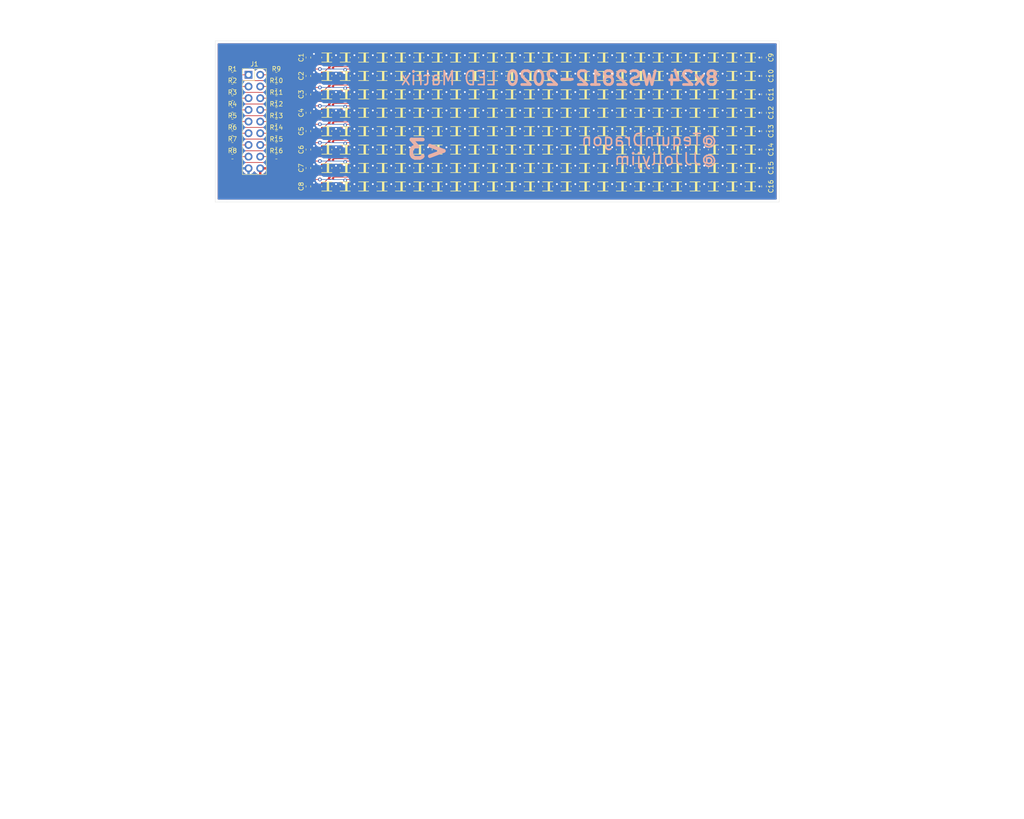
<source format=kicad_pcb>
(kicad_pcb (version 20171130) (host pcbnew 5.1.4)
  (layers (0 F.Cu signal) (31 B.Cu signal) (34 B.Paste user hide) (35 F.Paste user hide) (36 B.SilkS user) (37 F.SilkS user hide) (38 B.Mask user hide) (39 F.Mask user hide) (44 Edge.Cuts user hide))
  (net 0 "")
  (net 1 VDD)
  (net 2 GND)
  (net 3 /12xWS2812_4/D_I)
  (net 4 "Net-(D1-Pad2)")
  (net 5 "Net-(D2-Pad2)")
  (net 6 "Net-(D3-Pad2)")
  (net 7 "Net-(D4-Pad2)")
  (net 8 "Net-(D5-Pad2)")
  (net 9 "Net-(D6-Pad2)")
  (net 10 "Net-(D7-Pad2)")
  (net 11 "Net-(D8-Pad2)")
  (net 12 "Net-(D10-Pad4)")
  (net 13 "Net-(D10-Pad2)")
  (net 14 "Net-(D11-Pad2)")
  (net 15 "Net-(D13-Pad2)")
  (net 16 /12xWS2812_3/D_I)
  (net 17 "Net-(D14-Pad2)")
  (net 18 "Net-(D15-Pad2)")
  (net 19 "Net-(D16-Pad2)")
  (net 20 "Net-(D17-Pad2)")
  (net 21 "Net-(D18-Pad2)")
  (net 22 "Net-(D19-Pad2)")
  (net 23 "Net-(D20-Pad2)")
  (net 24 "Net-(D21-Pad2)")
  (net 25 "Net-(D22-Pad2)")
  (net 26 "Net-(D23-Pad2)")
  (net 27 "Net-(D25-Pad2)")
  (net 28 /12xWS2812_6/D_I)
  (net 29 "Net-(D26-Pad2)")
  (net 30 "Net-(D27-Pad2)")
  (net 31 "Net-(D28-Pad2)")
  (net 32 "Net-(D29-Pad2)")
  (net 33 "Net-(D30-Pad2)")
  (net 34 "Net-(D31-Pad2)")
  (net 35 "Net-(D32-Pad2)")
  (net 36 "Net-(D33-Pad2)")
  (net 37 "Net-(D34-Pad2)")
  (net 38 "Net-(D35-Pad2)")
  (net 39 /12xWS2812_5/D_I)
  (net 40 "Net-(D37-Pad2)")
  (net 41 "Net-(D38-Pad2)")
  (net 42 "Net-(D39-Pad2)")
  (net 43 "Net-(D40-Pad2)")
  (net 44 "Net-(D41-Pad2)")
  (net 45 "Net-(D42-Pad2)")
  (net 46 "Net-(D43-Pad2)")
  (net 47 "Net-(D44-Pad2)")
  (net 48 "Net-(D45-Pad2)")
  (net 49 "Net-(D46-Pad2)")
  (net 50 "Net-(D47-Pad2)")
  (net 51 /12xWS2812_8/D_I)
  (net 52 "Net-(D49-Pad2)")
  (net 53 "Net-(D50-Pad2)")
  (net 54 "Net-(D51-Pad2)")
  (net 55 "Net-(D52-Pad2)")
  (net 56 "Net-(D53-Pad2)")
  (net 57 "Net-(D54-Pad2)")
  (net 58 "Net-(D55-Pad2)")
  (net 59 "Net-(D56-Pad2)")
  (net 60 "Net-(D57-Pad2)")
  (net 61 "Net-(D58-Pad2)")
  (net 62 "Net-(D59-Pad2)")
  (net 63 /12xWS2812_7/D_I)
  (net 64 "Net-(D61-Pad2)")
  (net 65 "Net-(D62-Pad2)")
  (net 66 "Net-(D63-Pad2)")
  (net 67 "Net-(D64-Pad2)")
  (net 68 "Net-(D65-Pad2)")
  (net 69 "Net-(D66-Pad2)")
  (net 70 "Net-(D67-Pad2)")
  (net 71 "Net-(D68-Pad2)")
  (net 72 "Net-(D69-Pad2)")
  (net 73 "Net-(D70-Pad2)")
  (net 74 "Net-(D71-Pad2)")
  (net 75 /12xWS2812_10/D_I)
  (net 76 "Net-(D73-Pad2)")
  (net 77 "Net-(D74-Pad2)")
  (net 78 "Net-(D75-Pad2)")
  (net 79 "Net-(D76-Pad2)")
  (net 80 "Net-(D77-Pad2)")
  (net 81 "Net-(D78-Pad2)")
  (net 82 "Net-(D79-Pad2)")
  (net 83 "Net-(D80-Pad2)")
  (net 84 "Net-(D81-Pad2)")
  (net 85 "Net-(D82-Pad2)")
  (net 86 "Net-(D83-Pad2)")
  (net 87 "Net-(D85-Pad2)")
  (net 88 /12xWS2812_9/D_I)
  (net 89 "Net-(D86-Pad2)")
  (net 90 "Net-(D87-Pad2)")
  (net 91 "Net-(D88-Pad2)")
  (net 92 "Net-(D89-Pad2)")
  (net 93 "Net-(D90-Pad2)")
  (net 94 "Net-(D91-Pad2)")
  (net 95 "Net-(D92-Pad2)")
  (net 96 "Net-(D93-Pad2)")
  (net 97 "Net-(D94-Pad2)")
  (net 98 "Net-(D95-Pad2)")
  (net 99 "Net-(D97-Pad2)")
  (net 100 /12xWS2812_12/D_I)
  (net 101 "Net-(D98-Pad2)")
  (net 102 "Net-(D100-Pad4)")
  (net 103 "Net-(D100-Pad2)")
  (net 104 "Net-(D101-Pad2)")
  (net 105 "Net-(D102-Pad2)")
  (net 106 "Net-(D103-Pad2)")
  (net 107 "Net-(D104-Pad2)")
  (net 108 "Net-(D105-Pad2)")
  (net 109 "Net-(D106-Pad2)")
  (net 110 "Net-(D107-Pad2)")
  (net 111 "Net-(D109-Pad2)")
  (net 112 /12xWS2812_11/D_I)
  (net 113 "Net-(D110-Pad2)")
  (net 114 "Net-(D111-Pad2)")
  (net 115 "Net-(D112-Pad2)")
  (net 116 "Net-(D113-Pad2)")
  (net 117 "Net-(D114-Pad2)")
  (net 118 "Net-(D115-Pad2)")
  (net 119 "Net-(D116-Pad2)")
  (net 120 "Net-(D117-Pad2)")
  (net 121 "Net-(D118-Pad2)")
  (net 122 "Net-(D119-Pad2)")
  (net 123 "Net-(D121-Pad2)")
  (net 124 /12xWS2812_14/D_I)
  (net 125 "Net-(D122-Pad2)")
  (net 126 "Net-(D123-Pad2)")
  (net 127 "Net-(D124-Pad2)")
  (net 128 "Net-(D125-Pad2)")
  (net 129 "Net-(D126-Pad2)")
  (net 130 "Net-(D127-Pad2)")
  (net 131 "Net-(D128-Pad2)")
  (net 132 "Net-(D129-Pad2)")
  (net 133 "Net-(D130-Pad2)")
  (net 134 "Net-(D131-Pad2)")
  (net 135 /12xWS2812_13/D_I)
  (net 136 "Net-(D133-Pad2)")
  (net 137 "Net-(D134-Pad2)")
  (net 138 "Net-(D135-Pad2)")
  (net 139 "Net-(D136-Pad2)")
  (net 140 "Net-(D137-Pad2)")
  (net 141 "Net-(D138-Pad2)")
  (net 142 "Net-(D139-Pad2)")
  (net 143 "Net-(D140-Pad2)")
  (net 144 "Net-(D141-Pad2)")
  (net 145 "Net-(D142-Pad2)")
  (net 146 "Net-(D143-Pad2)")
  (net 147 "Net-(D145-Pad2)")
  (net 148 /12xWS2812_16/D_I)
  (net 149 "Net-(D146-Pad2)")
  (net 150 "Net-(D147-Pad2)")
  (net 151 "Net-(D148-Pad2)")
  (net 152 "Net-(D149-Pad2)")
  (net 153 "Net-(D150-Pad2)")
  (net 154 "Net-(D151-Pad2)")
  (net 155 "Net-(D152-Pad2)")
  (net 156 "Net-(D153-Pad2)")
  (net 157 "Net-(D154-Pad2)")
  (net 158 "Net-(D155-Pad2)")
  (net 159 "Net-(D157-Pad2)")
  (net 160 /12xWS2812_15/D_I)
  (net 161 "Net-(D158-Pad2)")
  (net 162 "Net-(D159-Pad2)")
  (net 163 "Net-(D160-Pad2)")
  (net 164 "Net-(D161-Pad2)")
  (net 165 "Net-(D162-Pad2)")
  (net 166 "Net-(D163-Pad2)")
  (net 167 "Net-(D164-Pad2)")
  (net 168 "Net-(D165-Pad2)")
  (net 169 "Net-(D166-Pad2)")
  (net 170 "Net-(D167-Pad2)")
  (net 171 "Net-(D169-Pad2)")
  (net 172 /12xWS2812_2/D_I)
  (net 173 "Net-(D170-Pad2)")
  (net 174 "Net-(D171-Pad2)")
  (net 175 "Net-(D172-Pad2)")
  (net 176 "Net-(D173-Pad2)")
  (net 177 "Net-(D174-Pad2)")
  (net 178 "Net-(D175-Pad2)")
  (net 179 "Net-(D176-Pad2)")
  (net 180 "Net-(D177-Pad2)")
  (net 181 "Net-(D178-Pad2)")
  (net 182 "Net-(D179-Pad2)")
  (net 183 /12xWS2812_1/D_I)
  (net 184 "Net-(D181-Pad2)")
  (net 185 "Net-(D182-Pad2)")
  (net 186 "Net-(D183-Pad2)")
  (net 187 "Net-(D184-Pad2)")
  (net 188 "Net-(D185-Pad2)")
  (net 189 "Net-(D186-Pad2)")
  (net 190 "Net-(D187-Pad2)")
  (net 191 "Net-(D188-Pad2)")
  (net 192 "Net-(D189-Pad2)")
  (net 193 "Net-(D190-Pad2)")
  (net 194 "Net-(D191-Pad2)")
  (net 195 /A1)
  (net 196 /B1)
  (net 197 /A2)
  (net 198 /B2)
  (net 199 /A3)
  (net 200 /B3)
  (net 201 /A4)
  (net 202 /B4)
  (net 203 /A5)
  (net 204 /B5)
  (net 205 /A6)
  (net 206 /B6)
  (net 207 /A7)
  (net 208 /B7)
  (net 209 /A8)
  (net 210 /B8)
  (net 211 /12xWS2812_2/D_O)
  (net 212 /12xWS2812_4/D_O)
  (net 213 /12xWS2812_6/D_O)
  (net 214 /12xWS2812_8/D_O)
  (net 215 /12xWS2812_10/D_O)
  (net 216 /12xWS2812_12/D_O)
  (net 217 /12xWS2812_14/D_O)
  (net 218 /12xWS2812_1/D_O)
  (net 219 /12xWS2812_3/D_O)
  (net 220 /12xWS2812_5/D_O)
  (net 221 /12xWS2812_7/D_O)
  (net 222 /12xWS2812_9/D_O)
  (net 223 /12xWS2812_11/D_O)
  (net 224 /12xWS2812_13/D_O)
  (net 225 /12xWS2812_15/D_O)
  (net 226 /12xWS2812_16/D_O)
  (module Connector_PinHeader_2.54mm:PinHeader_2x09_P2.54mm_Vertical (layer F.Cu) (at 63.915 27.25)
    (fp_text reference J1 (at 1.27 -2.33) (layer F.SilkS))
    (fp_text value Conn_02x09_Odd_Even)
    (pad 18 thru_hole oval (at 2.54 20.32) (size 1.7 1.7) (drill 1) (layers *.Cu *.Mask) (net 1 VDD))
    (pad 17 thru_hole oval (at 0 20.32) (size 1.7 1.7) (drill 1) (layers *.Cu *.Mask) (net 2 GND))
    (pad 16 thru_hole oval (at 2.54 17.78) (size 1.7 1.7) (drill 1) (layers *.Cu *.Mask) (net 210 /B8))
    (pad 15 thru_hole oval (at 0 17.78) (size 1.7 1.7) (drill 1) (layers *.Cu *.Mask) (net 209 /A8))
    (pad 14 thru_hole oval (at 2.54 15.24) (size 1.7 1.7) (drill 1) (layers *.Cu *.Mask) (net 208 /B7))
    (pad 13 thru_hole oval (at 0 15.24) (size 1.7 1.7) (drill 1) (layers *.Cu *.Mask) (net 207 /A7))
    (pad 12 thru_hole oval (at 2.54 12.7) (size 1.7 1.7) (drill 1) (layers *.Cu *.Mask) (net 206 /B6))
    (pad 11 thru_hole oval (at 0 12.7) (size 1.7 1.7) (drill 1) (layers *.Cu *.Mask) (net 205 /A6))
    (pad 10 thru_hole oval (at 2.54 10.16) (size 1.7 1.7) (drill 1) (layers *.Cu *.Mask) (net 204 /B5))
    (pad 9 thru_hole oval (at 0 10.16) (size 1.7 1.7) (drill 1) (layers *.Cu *.Mask) (net 203 /A5))
    (pad 8 thru_hole oval (at 2.54 7.62) (size 1.7 1.7) (drill 1) (layers *.Cu *.Mask) (net 202 /B4))
    (pad 7 thru_hole oval (at 0 7.62) (size 1.7 1.7) (drill 1) (layers *.Cu *.Mask) (net 201 /A4))
    (pad 6 thru_hole oval (at 2.54 5.08) (size 1.7 1.7) (drill 1) (layers *.Cu *.Mask) (net 200 /B3))
    (pad 5 thru_hole oval (at 0 5.08) (size 1.7 1.7) (drill 1) (layers *.Cu *.Mask) (net 199 /A3))
    (pad 4 thru_hole oval (at 2.54 2.54) (size 1.7 1.7) (drill 1) (layers *.Cu *.Mask) (net 198 /B2))
    (pad 3 thru_hole oval (at 0 2.54) (size 1.7 1.7) (drill 1) (layers *.Cu *.Mask) (net 197 /A2))
    (pad 2 thru_hole oval (at 2.54 0) (size 1.7 1.7) (drill 1) (layers *.Cu *.Mask) (net 196 /B1))
    (pad 1 thru_hole rect (at 0 0) (size 1.7 1.7) (drill 1) (layers *.Cu *.Mask) (net 195 /A1))
  )
  (module phlox:SmolJumper (layer F.Cu) (at 81.915 49.75 180)
    (fp_text reference JP15 hide)
    (fp_text value Jumper_NO_Small)
    (pad 2 smd custom (at 0.5 0 180) (size 0.3 0.3) (layers F.Cu F.Mask) (net 160 /12xWS2812_15/D_I) (options (clearance outline) (anchor rect)) (primitives (gr_poly (pts (xy -0.5 -0.3) (xy 0.2 -0.3) (xy 0.2 0.3) (xy -0.5 0.3) (xy -0.2 0)) (width 0))))
    (pad 1 smd custom (at -0.4 0 180) (size 0.3 0.3) (layers F.Cu F.Mask) (net 217 /12xWS2812_14/D_O) (options (clearance outline) (anchor rect)) (primitives (gr_poly (pts (xy -0.2 -0.3) (xy 0.1 -0.3) (xy 0.4 0) (xy 0.1 0.3) (xy -0.2 0.3)) (width 0))))
  )
  (module phlox:SmolJumper (layer F.Cu) (at 81.915 45.75 180)
    (fp_text reference JP14 hide)
    (fp_text value Jumper_NO_Small)
    (pad 2 smd custom (at 0.5 0 180) (size 0.3 0.3) (layers F.Cu F.Mask) (net 135 /12xWS2812_13/D_I) (options (clearance outline) (anchor rect)) (primitives (gr_poly (pts (xy -0.5 -0.3) (xy 0.2 -0.3) (xy 0.2 0.3) (xy -0.5 0.3) (xy -0.2 0)) (width 0))))
    (pad 1 smd custom (at -0.4 0 180) (size 0.3 0.3) (layers F.Cu F.Mask) (net 216 /12xWS2812_12/D_O) (options (clearance outline) (anchor rect)) (primitives (gr_poly (pts (xy -0.2 -0.3) (xy 0.1 -0.3) (xy 0.4 0) (xy 0.1 0.3) (xy -0.2 0.3)) (width 0))))
  )
  (module phlox:SmolJumper (layer F.Cu) (at 81.915 41.75 180)
    (fp_text reference JP13 hide)
    (fp_text value Jumper_NO_Small)
    (pad 2 smd custom (at 0.5 0 180) (size 0.3 0.3) (layers F.Cu F.Mask) (net 112 /12xWS2812_11/D_I) (options (clearance outline) (anchor rect)) (primitives (gr_poly (pts (xy -0.5 -0.3) (xy 0.2 -0.3) (xy 0.2 0.3) (xy -0.5 0.3) (xy -0.2 0)) (width 0))))
    (pad 1 smd custom (at -0.4 0 180) (size 0.3 0.3) (layers F.Cu F.Mask) (net 215 /12xWS2812_10/D_O) (options (clearance outline) (anchor rect)) (primitives (gr_poly (pts (xy -0.2 -0.3) (xy 0.1 -0.3) (xy 0.4 0) (xy 0.1 0.3) (xy -0.2 0.3)) (width 0))))
  )
  (module phlox:SmolJumper (layer F.Cu) (at 81.915 37.75 180)
    (fp_text reference JP12 hide)
    (fp_text value Jumper_NO_Small)
    (pad 2 smd custom (at 0.5 0 180) (size 0.3 0.3) (layers F.Cu F.Mask) (net 88 /12xWS2812_9/D_I) (options (clearance outline) (anchor rect)) (primitives (gr_poly (pts (xy -0.5 -0.3) (xy 0.2 -0.3) (xy 0.2 0.3) (xy -0.5 0.3) (xy -0.2 0)) (width 0))))
    (pad 1 smd custom (at -0.4 0 180) (size 0.3 0.3) (layers F.Cu F.Mask) (net 214 /12xWS2812_8/D_O) (options (clearance outline) (anchor rect)) (primitives (gr_poly (pts (xy -0.2 -0.3) (xy 0.1 -0.3) (xy 0.4 0) (xy 0.1 0.3) (xy -0.2 0.3)) (width 0))))
  )
  (module phlox:SmolJumper (layer F.Cu) (at 81.915 33.75 180)
    (fp_text reference JP11 hide)
    (fp_text value Jumper_NO_Small)
    (pad 2 smd custom (at 0.5 0 180) (size 0.3 0.3) (layers F.Cu F.Mask) (net 63 /12xWS2812_7/D_I) (options (clearance outline) (anchor rect)) (primitives (gr_poly (pts (xy -0.5 -0.3) (xy 0.2 -0.3) (xy 0.2 0.3) (xy -0.5 0.3) (xy -0.2 0)) (width 0))))
    (pad 1 smd custom (at -0.4 0 180) (size 0.3 0.3) (layers F.Cu F.Mask) (net 213 /12xWS2812_6/D_O) (options (clearance outline) (anchor rect)) (primitives (gr_poly (pts (xy -0.2 -0.3) (xy 0.1 -0.3) (xy 0.4 0) (xy 0.1 0.3) (xy -0.2 0.3)) (width 0))))
  )
  (module phlox:SmolJumper (layer F.Cu) (at 81.915 29.75 180)
    (fp_text reference JP10 hide)
    (fp_text value Jumper_NO_Small)
    (pad 2 smd custom (at 0.5 0 180) (size 0.3 0.3) (layers F.Cu F.Mask) (net 39 /12xWS2812_5/D_I) (options (clearance outline) (anchor rect)) (primitives (gr_poly (pts (xy -0.5 -0.3) (xy 0.2 -0.3) (xy 0.2 0.3) (xy -0.5 0.3) (xy -0.2 0)) (width 0))))
    (pad 1 smd custom (at -0.4 0 180) (size 0.3 0.3) (layers F.Cu F.Mask) (net 212 /12xWS2812_4/D_O) (options (clearance outline) (anchor rect)) (primitives (gr_poly (pts (xy -0.2 -0.3) (xy 0.1 -0.3) (xy 0.4 0) (xy 0.1 0.3) (xy -0.2 0.3)) (width 0))))
  )
  (module phlox:SmolJumper (layer F.Cu) (at 126.915 52 90)
    (fp_text reference JP23 hide)
    (fp_text value Jumper_NO_Small)
    (pad 2 smd custom (at 0.5 0 90) (size 0.3 0.3) (layers F.Cu F.Mask) (net 148 /12xWS2812_16/D_I) (options (clearance outline) (anchor rect)) (primitives (gr_poly (pts (xy -0.5 -0.3) (xy 0.2 -0.3) (xy 0.2 0.3) (xy -0.5 0.3) (xy -0.2 0)) (width 0))))
    (pad 1 smd custom (at -0.4 0 90) (size 0.3 0.3) (layers F.Cu F.Mask) (net 225 /12xWS2812_15/D_O) (options (clearance outline) (anchor rect)) (primitives (gr_poly (pts (xy -0.2 -0.3) (xy 0.1 -0.3) (xy 0.4 0) (xy 0.1 0.3) (xy -0.2 0.3)) (width 0))))
  )
  (module phlox:SmolJumper (layer F.Cu) (at 126.915 48 90)
    (fp_text reference JP22 hide)
    (fp_text value Jumper_NO_Small)
    (pad 2 smd custom (at 0.5 0 90) (size 0.3 0.3) (layers F.Cu F.Mask) (net 124 /12xWS2812_14/D_I) (options (clearance outline) (anchor rect)) (primitives (gr_poly (pts (xy -0.5 -0.3) (xy 0.2 -0.3) (xy 0.2 0.3) (xy -0.5 0.3) (xy -0.2 0)) (width 0))))
    (pad 1 smd custom (at -0.4 0 90) (size 0.3 0.3) (layers F.Cu F.Mask) (net 224 /12xWS2812_13/D_O) (options (clearance outline) (anchor rect)) (primitives (gr_poly (pts (xy -0.2 -0.3) (xy 0.1 -0.3) (xy 0.4 0) (xy 0.1 0.3) (xy -0.2 0.3)) (width 0))))
  )
  (module phlox:SmolJumper (layer F.Cu) (at 126.915 44 90)
    (fp_text reference JP21 hide)
    (fp_text value Jumper_NO_Small)
    (pad 2 smd custom (at 0.5 0 90) (size 0.3 0.3) (layers F.Cu F.Mask) (net 100 /12xWS2812_12/D_I) (options (clearance outline) (anchor rect)) (primitives (gr_poly (pts (xy -0.5 -0.3) (xy 0.2 -0.3) (xy 0.2 0.3) (xy -0.5 0.3) (xy -0.2 0)) (width 0))))
    (pad 1 smd custom (at -0.4 0 90) (size 0.3 0.3) (layers F.Cu F.Mask) (net 223 /12xWS2812_11/D_O) (options (clearance outline) (anchor rect)) (primitives (gr_poly (pts (xy -0.2 -0.3) (xy 0.1 -0.3) (xy 0.4 0) (xy 0.1 0.3) (xy -0.2 0.3)) (width 0))))
  )
  (module phlox:SmolJumper (layer F.Cu) (at 126.915 40 90)
    (fp_text reference JP20 hide)
    (fp_text value Jumper_NO_Small)
    (pad 2 smd custom (at 0.5 0 90) (size 0.3 0.3) (layers F.Cu F.Mask) (net 75 /12xWS2812_10/D_I) (options (clearance outline) (anchor rect)) (primitives (gr_poly (pts (xy -0.5 -0.3) (xy 0.2 -0.3) (xy 0.2 0.3) (xy -0.5 0.3) (xy -0.2 0)) (width 0))))
    (pad 1 smd custom (at -0.4 0 90) (size 0.3 0.3) (layers F.Cu F.Mask) (net 222 /12xWS2812_9/D_O) (options (clearance outline) (anchor rect)) (primitives (gr_poly (pts (xy -0.2 -0.3) (xy 0.1 -0.3) (xy 0.4 0) (xy 0.1 0.3) (xy -0.2 0.3)) (width 0))))
  )
  (module phlox:SmolJumper (layer F.Cu) (at 126.915 32 90)
    (fp_text reference JP18 hide)
    (fp_text value Jumper_NO_Small)
    (pad 2 smd custom (at 0.5 0 90) (size 0.3 0.3) (layers F.Cu F.Mask) (net 28 /12xWS2812_6/D_I) (options (clearance outline) (anchor rect)) (primitives (gr_poly (pts (xy -0.5 -0.3) (xy 0.2 -0.3) (xy 0.2 0.3) (xy -0.5 0.3) (xy -0.2 0)) (width 0))))
    (pad 1 smd custom (at -0.4 0 90) (size 0.3 0.3) (layers F.Cu F.Mask) (net 220 /12xWS2812_5/D_O) (options (clearance outline) (anchor rect)) (primitives (gr_poly (pts (xy -0.2 -0.3) (xy 0.1 -0.3) (xy 0.4 0) (xy 0.1 0.3) (xy -0.2 0.3)) (width 0))))
  )
  (module phlox:SmolJumper (layer F.Cu) (at 126.915 28 90)
    (fp_text reference JP17 hide)
    (fp_text value Jumper_NO_Small)
    (pad 2 smd custom (at 0.5 0 90) (size 0.3 0.3) (layers F.Cu F.Mask) (net 3 /12xWS2812_4/D_I) (options (clearance outline) (anchor rect)) (primitives (gr_poly (pts (xy -0.5 -0.3) (xy 0.2 -0.3) (xy 0.2 0.3) (xy -0.5 0.3) (xy -0.2 0)) (width 0))))
    (pad 1 smd custom (at -0.4 0 90) (size 0.3 0.3) (layers F.Cu F.Mask) (net 219 /12xWS2812_3/D_O) (options (clearance outline) (anchor rect)) (primitives (gr_poly (pts (xy -0.2 -0.3) (xy 0.1 -0.3) (xy 0.4 0) (xy 0.1 0.3) (xy -0.2 0.3)) (width 0))))
  )
  (module phlox:SmolJumper (layer F.Cu) (at 126.915 24 90)
    (fp_text reference JP16 hide)
    (fp_text value Jumper_NO_Small)
    (pad 2 smd custom (at 0.5 0 90) (size 0.3 0.3) (layers F.Cu F.Mask) (net 172 /12xWS2812_2/D_I) (options (clearance outline) (anchor rect)) (primitives (gr_poly (pts (xy -0.5 -0.3) (xy 0.2 -0.3) (xy 0.2 0.3) (xy -0.5 0.3) (xy -0.2 0)) (width 0))))
    (pad 1 smd custom (at -0.4 0 90) (size 0.3 0.3) (layers F.Cu F.Mask) (net 218 /12xWS2812_1/D_O) (options (clearance outline) (anchor rect)) (primitives (gr_poly (pts (xy -0.2 -0.3) (xy 0.1 -0.3) (xy 0.4 0) (xy 0.1 0.3) (xy -0.2 0.3)) (width 0))))
  )
  (module phlox:SmolJumper (layer F.Cu) (at 81.915 25.75 180)
    (fp_text reference JP9 hide)
    (fp_text value Jumper_NO_Small)
    (pad 2 smd custom (at 0.5 0 180) (size 0.3 0.3) (layers F.Cu F.Mask) (net 16 /12xWS2812_3/D_I) (options (clearance outline) (anchor rect)) (primitives (gr_poly (pts (xy -0.5 -0.3) (xy 0.2 -0.3) (xy 0.2 0.3) (xy -0.5 0.3) (xy -0.2 0)) (width 0))))
    (pad 1 smd custom (at -0.4 0 180) (size 0.3 0.3) (layers F.Cu F.Mask) (net 211 /12xWS2812_2/D_O) (options (clearance outline) (anchor rect)) (primitives (gr_poly (pts (xy -0.2 -0.3) (xy 0.1 -0.3) (xy 0.4 0) (xy 0.1 0.3) (xy -0.2 0.3)) (width 0))))
  )
  (module phlox:SmolJumper (layer F.Cu) (at 126.915 36 90)
    (fp_text reference JP19 hide)
    (fp_text value Jumper_NO_Small)
    (pad 2 smd custom (at 0.5 0 90) (size 0.3 0.3) (layers F.Cu F.Mask) (net 51 /12xWS2812_8/D_I) (options (clearance outline) (anchor rect)) (primitives (gr_poly (pts (xy -0.5 -0.3) (xy 0.2 -0.3) (xy 0.2 0.3) (xy -0.5 0.3) (xy -0.2 0)) (width 0))))
    (pad 1 smd custom (at -0.4 0 90) (size 0.3 0.3) (layers F.Cu F.Mask) (net 221 /12xWS2812_7/D_O) (options (clearance outline) (anchor rect)) (primitives (gr_poly (pts (xy -0.2 -0.3) (xy 0.1 -0.3) (xy 0.4 0) (xy 0.1 0.3) (xy -0.2 0.3)) (width 0))))
  )
  (module phlox:LED_WS2812B_2020 (layer F.Cu) (at 172.915 51.5)
    (fp_text reference D156 hide)
    (fp_text value WS2812B hide)
    (pad 3 smd rect (at 0.915 -0.5) (size 0.7 0.7) (drill (offset 0 -0.05)) (layers F.Cu F.Paste F.Mask) (net 2 GND))
    (pad 1 smd rect (at -0.915 0.5 180) (size 0.7 0.7) (drill (offset 0 -0.05)) (layers F.Cu F.Paste F.Mask) (net 1 VDD))
    (pad 4 smd rect (at -0.915 -0.5 180) (size 0.7 0.7) (drill (offset 0 0.05)) (layers F.Cu F.Paste F.Mask) (net 158 "Net-(D155-Pad2)"))
    (pad 2 smd rect (at 0.915 0.5) (size 0.7 0.7) (drill (offset 0 0.05)) (layers F.Cu F.Paste F.Mask) (net 226 /12xWS2812_16/D_O))
  )
  (module phlox:LED_WS2812B_2020 (layer F.Cu) (at 168.915 51.5)
    (fp_text reference D155 hide)
    (fp_text value WS2812B hide)
    (pad 3 smd rect (at 0.915 -0.5) (size 0.7 0.7) (drill (offset 0 -0.05)) (layers F.Cu F.Paste F.Mask) (net 2 GND))
    (pad 1 smd rect (at -0.915 0.5 180) (size 0.7 0.7) (drill (offset 0 -0.05)) (layers F.Cu F.Paste F.Mask) (net 1 VDD))
    (pad 4 smd rect (at -0.915 -0.5 180) (size 0.7 0.7) (drill (offset 0 0.05)) (layers F.Cu F.Paste F.Mask) (net 157 "Net-(D154-Pad2)"))
    (pad 2 smd rect (at 0.915 0.5) (size 0.7 0.7) (drill (offset 0 0.05)) (layers F.Cu F.Paste F.Mask) (net 158 "Net-(D155-Pad2)"))
  )
  (module phlox:LED_WS2812B_2020 (layer F.Cu) (at 164.915 51.5)
    (fp_text reference D154 hide)
    (fp_text value WS2812B hide)
    (pad 3 smd rect (at 0.915 -0.5) (size 0.7 0.7) (drill (offset 0 -0.05)) (layers F.Cu F.Paste F.Mask) (net 2 GND))
    (pad 1 smd rect (at -0.915 0.5 180) (size 0.7 0.7) (drill (offset 0 -0.05)) (layers F.Cu F.Paste F.Mask) (net 1 VDD))
    (pad 4 smd rect (at -0.915 -0.5 180) (size 0.7 0.7) (drill (offset 0 0.05)) (layers F.Cu F.Paste F.Mask) (net 156 "Net-(D153-Pad2)"))
    (pad 2 smd rect (at 0.915 0.5) (size 0.7 0.7) (drill (offset 0 0.05)) (layers F.Cu F.Paste F.Mask) (net 157 "Net-(D154-Pad2)"))
  )
  (module phlox:LED_WS2812B_2020 (layer F.Cu) (at 160.915 51.5)
    (fp_text reference D153 hide)
    (fp_text value WS2812B hide)
    (pad 3 smd rect (at 0.915 -0.5) (size 0.7 0.7) (drill (offset 0 -0.05)) (layers F.Cu F.Paste F.Mask) (net 2 GND))
    (pad 1 smd rect (at -0.915 0.5 180) (size 0.7 0.7) (drill (offset 0 -0.05)) (layers F.Cu F.Paste F.Mask) (net 1 VDD))
    (pad 4 smd rect (at -0.915 -0.5 180) (size 0.7 0.7) (drill (offset 0 0.05)) (layers F.Cu F.Paste F.Mask) (net 155 "Net-(D152-Pad2)"))
    (pad 2 smd rect (at 0.915 0.5) (size 0.7 0.7) (drill (offset 0 0.05)) (layers F.Cu F.Paste F.Mask) (net 156 "Net-(D153-Pad2)"))
  )
  (module phlox:LED_WS2812B_2020 (layer F.Cu) (at 156.915 51.5)
    (fp_text reference D152 hide)
    (fp_text value WS2812B hide)
    (pad 3 smd rect (at 0.915 -0.5) (size 0.7 0.7) (drill (offset 0 -0.05)) (layers F.Cu F.Paste F.Mask) (net 2 GND))
    (pad 1 smd rect (at -0.915 0.5 180) (size 0.7 0.7) (drill (offset 0 -0.05)) (layers F.Cu F.Paste F.Mask) (net 1 VDD))
    (pad 4 smd rect (at -0.915 -0.5 180) (size 0.7 0.7) (drill (offset 0 0.05)) (layers F.Cu F.Paste F.Mask) (net 154 "Net-(D151-Pad2)"))
    (pad 2 smd rect (at 0.915 0.5) (size 0.7 0.7) (drill (offset 0 0.05)) (layers F.Cu F.Paste F.Mask) (net 155 "Net-(D152-Pad2)"))
  )
  (module phlox:LED_WS2812B_2020 (layer F.Cu) (at 152.915 51.5)
    (fp_text reference D151 hide)
    (fp_text value WS2812B hide)
    (pad 3 smd rect (at 0.915 -0.5) (size 0.7 0.7) (drill (offset 0 -0.05)) (layers F.Cu F.Paste F.Mask) (net 2 GND))
    (pad 1 smd rect (at -0.915 0.5 180) (size 0.7 0.7) (drill (offset 0 -0.05)) (layers F.Cu F.Paste F.Mask) (net 1 VDD))
    (pad 4 smd rect (at -0.915 -0.5 180) (size 0.7 0.7) (drill (offset 0 0.05)) (layers F.Cu F.Paste F.Mask) (net 153 "Net-(D150-Pad2)"))
    (pad 2 smd rect (at 0.915 0.5) (size 0.7 0.7) (drill (offset 0 0.05)) (layers F.Cu F.Paste F.Mask) (net 154 "Net-(D151-Pad2)"))
  )
  (module phlox:LED_WS2812B_2020 (layer F.Cu) (at 148.915 51.5)
    (fp_text reference D150 hide)
    (fp_text value WS2812B hide)
    (pad 3 smd rect (at 0.915 -0.5) (size 0.7 0.7) (drill (offset 0 -0.05)) (layers F.Cu F.Paste F.Mask) (net 2 GND))
    (pad 1 smd rect (at -0.915 0.5 180) (size 0.7 0.7) (drill (offset 0 -0.05)) (layers F.Cu F.Paste F.Mask) (net 1 VDD))
    (pad 4 smd rect (at -0.915 -0.5 180) (size 0.7 0.7) (drill (offset 0 0.05)) (layers F.Cu F.Paste F.Mask) (net 152 "Net-(D149-Pad2)"))
    (pad 2 smd rect (at 0.915 0.5) (size 0.7 0.7) (drill (offset 0 0.05)) (layers F.Cu F.Paste F.Mask) (net 153 "Net-(D150-Pad2)"))
  )
  (module phlox:LED_WS2812B_2020 (layer F.Cu) (at 144.915 51.5)
    (fp_text reference D149 hide)
    (fp_text value WS2812B hide)
    (pad 3 smd rect (at 0.915 -0.5) (size 0.7 0.7) (drill (offset 0 -0.05)) (layers F.Cu F.Paste F.Mask) (net 2 GND))
    (pad 1 smd rect (at -0.915 0.5 180) (size 0.7 0.7) (drill (offset 0 -0.05)) (layers F.Cu F.Paste F.Mask) (net 1 VDD))
    (pad 4 smd rect (at -0.915 -0.5 180) (size 0.7 0.7) (drill (offset 0 0.05)) (layers F.Cu F.Paste F.Mask) (net 151 "Net-(D148-Pad2)"))
    (pad 2 smd rect (at 0.915 0.5) (size 0.7 0.7) (drill (offset 0 0.05)) (layers F.Cu F.Paste F.Mask) (net 152 "Net-(D149-Pad2)"))
  )
  (module phlox:LED_WS2812B_2020 (layer F.Cu) (at 140.915 51.5)
    (fp_text reference D148 hide)
    (fp_text value WS2812B hide)
    (pad 3 smd rect (at 0.915 -0.5) (size 0.7 0.7) (drill (offset 0 -0.05)) (layers F.Cu F.Paste F.Mask) (net 2 GND))
    (pad 1 smd rect (at -0.915 0.5 180) (size 0.7 0.7) (drill (offset 0 -0.05)) (layers F.Cu F.Paste F.Mask) (net 1 VDD))
    (pad 4 smd rect (at -0.915 -0.5 180) (size 0.7 0.7) (drill (offset 0 0.05)) (layers F.Cu F.Paste F.Mask) (net 150 "Net-(D147-Pad2)"))
    (pad 2 smd rect (at 0.915 0.5) (size 0.7 0.7) (drill (offset 0 0.05)) (layers F.Cu F.Paste F.Mask) (net 151 "Net-(D148-Pad2)"))
  )
  (module phlox:LED_WS2812B_2020 (layer F.Cu) (at 136.915 51.5)
    (fp_text reference D147 hide)
    (fp_text value WS2812B hide)
    (pad 3 smd rect (at 0.915 -0.5) (size 0.7 0.7) (drill (offset 0 -0.05)) (layers F.Cu F.Paste F.Mask) (net 2 GND))
    (pad 1 smd rect (at -0.915 0.5 180) (size 0.7 0.7) (drill (offset 0 -0.05)) (layers F.Cu F.Paste F.Mask) (net 1 VDD))
    (pad 4 smd rect (at -0.915 -0.5 180) (size 0.7 0.7) (drill (offset 0 0.05)) (layers F.Cu F.Paste F.Mask) (net 149 "Net-(D146-Pad2)"))
    (pad 2 smd rect (at 0.915 0.5) (size 0.7 0.7) (drill (offset 0 0.05)) (layers F.Cu F.Paste F.Mask) (net 150 "Net-(D147-Pad2)"))
  )
  (module phlox:LED_WS2812B_2020 (layer F.Cu) (at 132.915 51.5)
    (fp_text reference D146 hide)
    (fp_text value WS2812B hide)
    (pad 3 smd rect (at 0.915 -0.5) (size 0.7 0.7) (drill (offset 0 -0.05)) (layers F.Cu F.Paste F.Mask) (net 2 GND))
    (pad 1 smd rect (at -0.915 0.5 180) (size 0.7 0.7) (drill (offset 0 -0.05)) (layers F.Cu F.Paste F.Mask) (net 1 VDD))
    (pad 4 smd rect (at -0.915 -0.5 180) (size 0.7 0.7) (drill (offset 0 0.05)) (layers F.Cu F.Paste F.Mask) (net 147 "Net-(D145-Pad2)"))
    (pad 2 smd rect (at 0.915 0.5) (size 0.7 0.7) (drill (offset 0 0.05)) (layers F.Cu F.Paste F.Mask) (net 149 "Net-(D146-Pad2)"))
  )
  (module phlox:LED_WS2812B_2020 (layer F.Cu) (at 128.915 51.5)
    (fp_text reference D145 hide)
    (fp_text value WS2812B hide)
    (pad 3 smd rect (at 0.915 -0.5) (size 0.7 0.7) (drill (offset 0 -0.05)) (layers F.Cu F.Paste F.Mask) (net 2 GND))
    (pad 1 smd rect (at -0.915 0.5 180) (size 0.7 0.7) (drill (offset 0 -0.05)) (layers F.Cu F.Paste F.Mask) (net 1 VDD))
    (pad 4 smd rect (at -0.915 -0.5 180) (size 0.7 0.7) (drill (offset 0 0.05)) (layers F.Cu F.Paste F.Mask) (net 148 /12xWS2812_16/D_I))
    (pad 2 smd rect (at 0.915 0.5) (size 0.7 0.7) (drill (offset 0 0.05)) (layers F.Cu F.Paste F.Mask) (net 147 "Net-(D145-Pad2)"))
  )
  (module phlox:LED_WS2812B_2020 (layer F.Cu) (at 172.915 47.5)
    (fp_text reference D132 hide)
    (fp_text value WS2812B hide)
    (pad 3 smd rect (at 0.915 -0.5) (size 0.7 0.7) (drill (offset 0 -0.05)) (layers F.Cu F.Paste F.Mask) (net 2 GND))
    (pad 1 smd rect (at -0.915 0.5 180) (size 0.7 0.7) (drill (offset 0 -0.05)) (layers F.Cu F.Paste F.Mask) (net 1 VDD))
    (pad 4 smd rect (at -0.915 -0.5 180) (size 0.7 0.7) (drill (offset 0 0.05)) (layers F.Cu F.Paste F.Mask) (net 134 "Net-(D131-Pad2)"))
    (pad 2 smd rect (at 0.915 0.5) (size 0.7 0.7) (drill (offset 0 0.05)) (layers F.Cu F.Paste F.Mask) (net 217 /12xWS2812_14/D_O))
  )
  (module phlox:LED_WS2812B_2020 (layer F.Cu) (at 168.915 47.5)
    (fp_text reference D131 hide)
    (fp_text value WS2812B hide)
    (pad 3 smd rect (at 0.915 -0.5) (size 0.7 0.7) (drill (offset 0 -0.05)) (layers F.Cu F.Paste F.Mask) (net 2 GND))
    (pad 1 smd rect (at -0.915 0.5 180) (size 0.7 0.7) (drill (offset 0 -0.05)) (layers F.Cu F.Paste F.Mask) (net 1 VDD))
    (pad 4 smd rect (at -0.915 -0.5 180) (size 0.7 0.7) (drill (offset 0 0.05)) (layers F.Cu F.Paste F.Mask) (net 133 "Net-(D130-Pad2)"))
    (pad 2 smd rect (at 0.915 0.5) (size 0.7 0.7) (drill (offset 0 0.05)) (layers F.Cu F.Paste F.Mask) (net 134 "Net-(D131-Pad2)"))
  )
  (module phlox:LED_WS2812B_2020 (layer F.Cu) (at 164.915 47.5)
    (fp_text reference D130 hide)
    (fp_text value WS2812B hide)
    (pad 3 smd rect (at 0.915 -0.5) (size 0.7 0.7) (drill (offset 0 -0.05)) (layers F.Cu F.Paste F.Mask) (net 2 GND))
    (pad 1 smd rect (at -0.915 0.5 180) (size 0.7 0.7) (drill (offset 0 -0.05)) (layers F.Cu F.Paste F.Mask) (net 1 VDD))
    (pad 4 smd rect (at -0.915 -0.5 180) (size 0.7 0.7) (drill (offset 0 0.05)) (layers F.Cu F.Paste F.Mask) (net 132 "Net-(D129-Pad2)"))
    (pad 2 smd rect (at 0.915 0.5) (size 0.7 0.7) (drill (offset 0 0.05)) (layers F.Cu F.Paste F.Mask) (net 133 "Net-(D130-Pad2)"))
  )
  (module phlox:LED_WS2812B_2020 (layer F.Cu) (at 160.915 47.5)
    (fp_text reference D129 hide)
    (fp_text value WS2812B hide)
    (pad 3 smd rect (at 0.915 -0.5) (size 0.7 0.7) (drill (offset 0 -0.05)) (layers F.Cu F.Paste F.Mask) (net 2 GND))
    (pad 1 smd rect (at -0.915 0.5 180) (size 0.7 0.7) (drill (offset 0 -0.05)) (layers F.Cu F.Paste F.Mask) (net 1 VDD))
    (pad 4 smd rect (at -0.915 -0.5 180) (size 0.7 0.7) (drill (offset 0 0.05)) (layers F.Cu F.Paste F.Mask) (net 131 "Net-(D128-Pad2)"))
    (pad 2 smd rect (at 0.915 0.5) (size 0.7 0.7) (drill (offset 0 0.05)) (layers F.Cu F.Paste F.Mask) (net 132 "Net-(D129-Pad2)"))
  )
  (module phlox:LED_WS2812B_2020 (layer F.Cu) (at 156.915 47.5)
    (fp_text reference D128 hide)
    (fp_text value WS2812B hide)
    (pad 3 smd rect (at 0.915 -0.5) (size 0.7 0.7) (drill (offset 0 -0.05)) (layers F.Cu F.Paste F.Mask) (net 2 GND))
    (pad 1 smd rect (at -0.915 0.5 180) (size 0.7 0.7) (drill (offset 0 -0.05)) (layers F.Cu F.Paste F.Mask) (net 1 VDD))
    (pad 4 smd rect (at -0.915 -0.5 180) (size 0.7 0.7) (drill (offset 0 0.05)) (layers F.Cu F.Paste F.Mask) (net 130 "Net-(D127-Pad2)"))
    (pad 2 smd rect (at 0.915 0.5) (size 0.7 0.7) (drill (offset 0 0.05)) (layers F.Cu F.Paste F.Mask) (net 131 "Net-(D128-Pad2)"))
  )
  (module phlox:LED_WS2812B_2020 (layer F.Cu) (at 152.915 47.5)
    (fp_text reference D127 hide)
    (fp_text value WS2812B hide)
    (pad 3 smd rect (at 0.915 -0.5) (size 0.7 0.7) (drill (offset 0 -0.05)) (layers F.Cu F.Paste F.Mask) (net 2 GND))
    (pad 1 smd rect (at -0.915 0.5 180) (size 0.7 0.7) (drill (offset 0 -0.05)) (layers F.Cu F.Paste F.Mask) (net 1 VDD))
    (pad 4 smd rect (at -0.915 -0.5 180) (size 0.7 0.7) (drill (offset 0 0.05)) (layers F.Cu F.Paste F.Mask) (net 129 "Net-(D126-Pad2)"))
    (pad 2 smd rect (at 0.915 0.5) (size 0.7 0.7) (drill (offset 0 0.05)) (layers F.Cu F.Paste F.Mask) (net 130 "Net-(D127-Pad2)"))
  )
  (module phlox:LED_WS2812B_2020 (layer F.Cu) (at 148.915 47.5)
    (fp_text reference D126 hide)
    (fp_text value WS2812B hide)
    (pad 3 smd rect (at 0.915 -0.5) (size 0.7 0.7) (drill (offset 0 -0.05)) (layers F.Cu F.Paste F.Mask) (net 2 GND))
    (pad 1 smd rect (at -0.915 0.5 180) (size 0.7 0.7) (drill (offset 0 -0.05)) (layers F.Cu F.Paste F.Mask) (net 1 VDD))
    (pad 4 smd rect (at -0.915 -0.5 180) (size 0.7 0.7) (drill (offset 0 0.05)) (layers F.Cu F.Paste F.Mask) (net 128 "Net-(D125-Pad2)"))
    (pad 2 smd rect (at 0.915 0.5) (size 0.7 0.7) (drill (offset 0 0.05)) (layers F.Cu F.Paste F.Mask) (net 129 "Net-(D126-Pad2)"))
  )
  (module phlox:LED_WS2812B_2020 (layer F.Cu) (at 144.915 47.5)
    (fp_text reference D125 hide)
    (fp_text value WS2812B hide)
    (pad 3 smd rect (at 0.915 -0.5) (size 0.7 0.7) (drill (offset 0 -0.05)) (layers F.Cu F.Paste F.Mask) (net 2 GND))
    (pad 1 smd rect (at -0.915 0.5 180) (size 0.7 0.7) (drill (offset 0 -0.05)) (layers F.Cu F.Paste F.Mask) (net 1 VDD))
    (pad 4 smd rect (at -0.915 -0.5 180) (size 0.7 0.7) (drill (offset 0 0.05)) (layers F.Cu F.Paste F.Mask) (net 127 "Net-(D124-Pad2)"))
    (pad 2 smd rect (at 0.915 0.5) (size 0.7 0.7) (drill (offset 0 0.05)) (layers F.Cu F.Paste F.Mask) (net 128 "Net-(D125-Pad2)"))
  )
  (module phlox:LED_WS2812B_2020 (layer F.Cu) (at 140.915 47.5)
    (fp_text reference D124 hide)
    (fp_text value WS2812B hide)
    (pad 3 smd rect (at 0.915 -0.5) (size 0.7 0.7) (drill (offset 0 -0.05)) (layers F.Cu F.Paste F.Mask) (net 2 GND))
    (pad 1 smd rect (at -0.915 0.5 180) (size 0.7 0.7) (drill (offset 0 -0.05)) (layers F.Cu F.Paste F.Mask) (net 1 VDD))
    (pad 4 smd rect (at -0.915 -0.5 180) (size 0.7 0.7) (drill (offset 0 0.05)) (layers F.Cu F.Paste F.Mask) (net 126 "Net-(D123-Pad2)"))
    (pad 2 smd rect (at 0.915 0.5) (size 0.7 0.7) (drill (offset 0 0.05)) (layers F.Cu F.Paste F.Mask) (net 127 "Net-(D124-Pad2)"))
  )
  (module phlox:LED_WS2812B_2020 (layer F.Cu) (at 136.915 47.5)
    (fp_text reference D123 hide)
    (fp_text value WS2812B hide)
    (pad 3 smd rect (at 0.915 -0.5) (size 0.7 0.7) (drill (offset 0 -0.05)) (layers F.Cu F.Paste F.Mask) (net 2 GND))
    (pad 1 smd rect (at -0.915 0.5 180) (size 0.7 0.7) (drill (offset 0 -0.05)) (layers F.Cu F.Paste F.Mask) (net 1 VDD))
    (pad 4 smd rect (at -0.915 -0.5 180) (size 0.7 0.7) (drill (offset 0 0.05)) (layers F.Cu F.Paste F.Mask) (net 125 "Net-(D122-Pad2)"))
    (pad 2 smd rect (at 0.915 0.5) (size 0.7 0.7) (drill (offset 0 0.05)) (layers F.Cu F.Paste F.Mask) (net 126 "Net-(D123-Pad2)"))
  )
  (module phlox:LED_WS2812B_2020 (layer F.Cu) (at 132.915 47.5)
    (fp_text reference D122 hide)
    (fp_text value WS2812B hide)
    (pad 3 smd rect (at 0.915 -0.5) (size 0.7 0.7) (drill (offset 0 -0.05)) (layers F.Cu F.Paste F.Mask) (net 2 GND))
    (pad 1 smd rect (at -0.915 0.5 180) (size 0.7 0.7) (drill (offset 0 -0.05)) (layers F.Cu F.Paste F.Mask) (net 1 VDD))
    (pad 4 smd rect (at -0.915 -0.5 180) (size 0.7 0.7) (drill (offset 0 0.05)) (layers F.Cu F.Paste F.Mask) (net 123 "Net-(D121-Pad2)"))
    (pad 2 smd rect (at 0.915 0.5) (size 0.7 0.7) (drill (offset 0 0.05)) (layers F.Cu F.Paste F.Mask) (net 125 "Net-(D122-Pad2)"))
  )
  (module phlox:LED_WS2812B_2020 (layer F.Cu) (at 128.915 47.5)
    (fp_text reference D121 hide)
    (fp_text value WS2812B hide)
    (pad 3 smd rect (at 0.915 -0.5) (size 0.7 0.7) (drill (offset 0 -0.05)) (layers F.Cu F.Paste F.Mask) (net 2 GND))
    (pad 1 smd rect (at -0.915 0.5 180) (size 0.7 0.7) (drill (offset 0 -0.05)) (layers F.Cu F.Paste F.Mask) (net 1 VDD))
    (pad 4 smd rect (at -0.915 -0.5 180) (size 0.7 0.7) (drill (offset 0 0.05)) (layers F.Cu F.Paste F.Mask) (net 124 /12xWS2812_14/D_I))
    (pad 2 smd rect (at 0.915 0.5) (size 0.7 0.7) (drill (offset 0 0.05)) (layers F.Cu F.Paste F.Mask) (net 123 "Net-(D121-Pad2)"))
  )
  (module phlox:LED_WS2812B_2020 (layer F.Cu) (at 172.915 43.5)
    (fp_text reference D108 hide)
    (fp_text value WS2812B hide)
    (pad 3 smd rect (at 0.915 -0.5) (size 0.7 0.7) (drill (offset 0 -0.05)) (layers F.Cu F.Paste F.Mask) (net 2 GND))
    (pad 1 smd rect (at -0.915 0.5 180) (size 0.7 0.7) (drill (offset 0 -0.05)) (layers F.Cu F.Paste F.Mask) (net 1 VDD))
    (pad 4 smd rect (at -0.915 -0.5 180) (size 0.7 0.7) (drill (offset 0 0.05)) (layers F.Cu F.Paste F.Mask) (net 110 "Net-(D107-Pad2)"))
    (pad 2 smd rect (at 0.915 0.5) (size 0.7 0.7) (drill (offset 0 0.05)) (layers F.Cu F.Paste F.Mask) (net 216 /12xWS2812_12/D_O))
  )
  (module phlox:LED_WS2812B_2020 (layer F.Cu) (at 168.915 43.5)
    (fp_text reference D107 hide)
    (fp_text value WS2812B hide)
    (pad 3 smd rect (at 0.915 -0.5) (size 0.7 0.7) (drill (offset 0 -0.05)) (layers F.Cu F.Paste F.Mask) (net 2 GND))
    (pad 1 smd rect (at -0.915 0.5 180) (size 0.7 0.7) (drill (offset 0 -0.05)) (layers F.Cu F.Paste F.Mask) (net 1 VDD))
    (pad 4 smd rect (at -0.915 -0.5 180) (size 0.7 0.7) (drill (offset 0 0.05)) (layers F.Cu F.Paste F.Mask) (net 109 "Net-(D106-Pad2)"))
    (pad 2 smd rect (at 0.915 0.5) (size 0.7 0.7) (drill (offset 0 0.05)) (layers F.Cu F.Paste F.Mask) (net 110 "Net-(D107-Pad2)"))
  )
  (module phlox:LED_WS2812B_2020 (layer F.Cu) (at 164.915 43.5)
    (fp_text reference D106 hide)
    (fp_text value WS2812B hide)
    (pad 3 smd rect (at 0.915 -0.5) (size 0.7 0.7) (drill (offset 0 -0.05)) (layers F.Cu F.Paste F.Mask) (net 2 GND))
    (pad 1 smd rect (at -0.915 0.5 180) (size 0.7 0.7) (drill (offset 0 -0.05)) (layers F.Cu F.Paste F.Mask) (net 1 VDD))
    (pad 4 smd rect (at -0.915 -0.5 180) (size 0.7 0.7) (drill (offset 0 0.05)) (layers F.Cu F.Paste F.Mask) (net 108 "Net-(D105-Pad2)"))
    (pad 2 smd rect (at 0.915 0.5) (size 0.7 0.7) (drill (offset 0 0.05)) (layers F.Cu F.Paste F.Mask) (net 109 "Net-(D106-Pad2)"))
  )
  (module phlox:LED_WS2812B_2020 (layer F.Cu) (at 160.915 43.5)
    (fp_text reference D105 hide)
    (fp_text value WS2812B hide)
    (pad 3 smd rect (at 0.915 -0.5) (size 0.7 0.7) (drill (offset 0 -0.05)) (layers F.Cu F.Paste F.Mask) (net 2 GND))
    (pad 1 smd rect (at -0.915 0.5 180) (size 0.7 0.7) (drill (offset 0 -0.05)) (layers F.Cu F.Paste F.Mask) (net 1 VDD))
    (pad 4 smd rect (at -0.915 -0.5 180) (size 0.7 0.7) (drill (offset 0 0.05)) (layers F.Cu F.Paste F.Mask) (net 107 "Net-(D104-Pad2)"))
    (pad 2 smd rect (at 0.915 0.5) (size 0.7 0.7) (drill (offset 0 0.05)) (layers F.Cu F.Paste F.Mask) (net 108 "Net-(D105-Pad2)"))
  )
  (module phlox:LED_WS2812B_2020 (layer F.Cu) (at 156.915 43.5)
    (fp_text reference D104 hide)
    (fp_text value WS2812B hide)
    (pad 3 smd rect (at 0.915 -0.5) (size 0.7 0.7) (drill (offset 0 -0.05)) (layers F.Cu F.Paste F.Mask) (net 2 GND))
    (pad 1 smd rect (at -0.915 0.5 180) (size 0.7 0.7) (drill (offset 0 -0.05)) (layers F.Cu F.Paste F.Mask) (net 1 VDD))
    (pad 4 smd rect (at -0.915 -0.5 180) (size 0.7 0.7) (drill (offset 0 0.05)) (layers F.Cu F.Paste F.Mask) (net 106 "Net-(D103-Pad2)"))
    (pad 2 smd rect (at 0.915 0.5) (size 0.7 0.7) (drill (offset 0 0.05)) (layers F.Cu F.Paste F.Mask) (net 107 "Net-(D104-Pad2)"))
  )
  (module phlox:LED_WS2812B_2020 (layer F.Cu) (at 152.915 43.5)
    (fp_text reference D103 hide)
    (fp_text value WS2812B hide)
    (pad 3 smd rect (at 0.915 -0.5) (size 0.7 0.7) (drill (offset 0 -0.05)) (layers F.Cu F.Paste F.Mask) (net 2 GND))
    (pad 1 smd rect (at -0.915 0.5 180) (size 0.7 0.7) (drill (offset 0 -0.05)) (layers F.Cu F.Paste F.Mask) (net 1 VDD))
    (pad 4 smd rect (at -0.915 -0.5 180) (size 0.7 0.7) (drill (offset 0 0.05)) (layers F.Cu F.Paste F.Mask) (net 105 "Net-(D102-Pad2)"))
    (pad 2 smd rect (at 0.915 0.5) (size 0.7 0.7) (drill (offset 0 0.05)) (layers F.Cu F.Paste F.Mask) (net 106 "Net-(D103-Pad2)"))
  )
  (module phlox:LED_WS2812B_2020 (layer F.Cu) (at 148.915 43.5)
    (fp_text reference D102 hide)
    (fp_text value WS2812B hide)
    (pad 3 smd rect (at 0.915 -0.5) (size 0.7 0.7) (drill (offset 0 -0.05)) (layers F.Cu F.Paste F.Mask) (net 2 GND))
    (pad 1 smd rect (at -0.915 0.5 180) (size 0.7 0.7) (drill (offset 0 -0.05)) (layers F.Cu F.Paste F.Mask) (net 1 VDD))
    (pad 4 smd rect (at -0.915 -0.5 180) (size 0.7 0.7) (drill (offset 0 0.05)) (layers F.Cu F.Paste F.Mask) (net 104 "Net-(D101-Pad2)"))
    (pad 2 smd rect (at 0.915 0.5) (size 0.7 0.7) (drill (offset 0 0.05)) (layers F.Cu F.Paste F.Mask) (net 105 "Net-(D102-Pad2)"))
  )
  (module phlox:LED_WS2812B_2020 (layer F.Cu) (at 144.915 43.5)
    (fp_text reference D101 hide)
    (fp_text value WS2812B hide)
    (pad 3 smd rect (at 0.915 -0.5) (size 0.7 0.7) (drill (offset 0 -0.05)) (layers F.Cu F.Paste F.Mask) (net 2 GND))
    (pad 1 smd rect (at -0.915 0.5 180) (size 0.7 0.7) (drill (offset 0 -0.05)) (layers F.Cu F.Paste F.Mask) (net 1 VDD))
    (pad 4 smd rect (at -0.915 -0.5 180) (size 0.7 0.7) (drill (offset 0 0.05)) (layers F.Cu F.Paste F.Mask) (net 103 "Net-(D100-Pad2)"))
    (pad 2 smd rect (at 0.915 0.5) (size 0.7 0.7) (drill (offset 0 0.05)) (layers F.Cu F.Paste F.Mask) (net 104 "Net-(D101-Pad2)"))
  )
  (module phlox:LED_WS2812B_2020 (layer F.Cu) (at 140.915 43.5)
    (fp_text reference D100 hide)
    (fp_text value WS2812B hide)
    (pad 3 smd rect (at 0.915 -0.5) (size 0.7 0.7) (drill (offset 0 -0.05)) (layers F.Cu F.Paste F.Mask) (net 2 GND))
    (pad 1 smd rect (at -0.915 0.5 180) (size 0.7 0.7) (drill (offset 0 -0.05)) (layers F.Cu F.Paste F.Mask) (net 1 VDD))
    (pad 4 smd rect (at -0.915 -0.5 180) (size 0.7 0.7) (drill (offset 0 0.05)) (layers F.Cu F.Paste F.Mask) (net 102 "Net-(D100-Pad4)"))
    (pad 2 smd rect (at 0.915 0.5) (size 0.7 0.7) (drill (offset 0 0.05)) (layers F.Cu F.Paste F.Mask) (net 103 "Net-(D100-Pad2)"))
  )
  (module phlox:LED_WS2812B_2020 (layer F.Cu) (at 136.915 43.5)
    (fp_text reference D99 hide)
    (fp_text value WS2812B hide)
    (pad 3 smd rect (at 0.915 -0.5) (size 0.7 0.7) (drill (offset 0 -0.05)) (layers F.Cu F.Paste F.Mask) (net 2 GND))
    (pad 1 smd rect (at -0.915 0.5 180) (size 0.7 0.7) (drill (offset 0 -0.05)) (layers F.Cu F.Paste F.Mask) (net 1 VDD))
    (pad 4 smd rect (at -0.915 -0.5 180) (size 0.7 0.7) (drill (offset 0 0.05)) (layers F.Cu F.Paste F.Mask) (net 101 "Net-(D98-Pad2)"))
    (pad 2 smd rect (at 0.915 0.5) (size 0.7 0.7) (drill (offset 0 0.05)) (layers F.Cu F.Paste F.Mask) (net 102 "Net-(D100-Pad4)"))
  )
  (module phlox:LED_WS2812B_2020 (layer F.Cu) (at 132.915 43.5)
    (fp_text reference D98 hide)
    (fp_text value WS2812B hide)
    (pad 3 smd rect (at 0.915 -0.5) (size 0.7 0.7) (drill (offset 0 -0.05)) (layers F.Cu F.Paste F.Mask) (net 2 GND))
    (pad 1 smd rect (at -0.915 0.5 180) (size 0.7 0.7) (drill (offset 0 -0.05)) (layers F.Cu F.Paste F.Mask) (net 1 VDD))
    (pad 4 smd rect (at -0.915 -0.5 180) (size 0.7 0.7) (drill (offset 0 0.05)) (layers F.Cu F.Paste F.Mask) (net 99 "Net-(D97-Pad2)"))
    (pad 2 smd rect (at 0.915 0.5) (size 0.7 0.7) (drill (offset 0 0.05)) (layers F.Cu F.Paste F.Mask) (net 101 "Net-(D98-Pad2)"))
  )
  (module phlox:LED_WS2812B_2020 (layer F.Cu) (at 128.915 43.5)
    (fp_text reference D97 hide)
    (fp_text value WS2812B hide)
    (pad 3 smd rect (at 0.915 -0.5) (size 0.7 0.7) (drill (offset 0 -0.05)) (layers F.Cu F.Paste F.Mask) (net 2 GND))
    (pad 1 smd rect (at -0.915 0.5 180) (size 0.7 0.7) (drill (offset 0 -0.05)) (layers F.Cu F.Paste F.Mask) (net 1 VDD))
    (pad 4 smd rect (at -0.915 -0.5 180) (size 0.7 0.7) (drill (offset 0 0.05)) (layers F.Cu F.Paste F.Mask) (net 100 /12xWS2812_12/D_I))
    (pad 2 smd rect (at 0.915 0.5) (size 0.7 0.7) (drill (offset 0 0.05)) (layers F.Cu F.Paste F.Mask) (net 99 "Net-(D97-Pad2)"))
  )
  (module phlox:LED_WS2812B_2020 (layer F.Cu) (at 172.915 39.5)
    (fp_text reference D84 hide)
    (fp_text value WS2812B hide)
    (pad 3 smd rect (at 0.915 -0.5) (size 0.7 0.7) (drill (offset 0 -0.05)) (layers F.Cu F.Paste F.Mask) (net 2 GND))
    (pad 1 smd rect (at -0.915 0.5 180) (size 0.7 0.7) (drill (offset 0 -0.05)) (layers F.Cu F.Paste F.Mask) (net 1 VDD))
    (pad 4 smd rect (at -0.915 -0.5 180) (size 0.7 0.7) (drill (offset 0 0.05)) (layers F.Cu F.Paste F.Mask) (net 86 "Net-(D83-Pad2)"))
    (pad 2 smd rect (at 0.915 0.5) (size 0.7 0.7) (drill (offset 0 0.05)) (layers F.Cu F.Paste F.Mask) (net 215 /12xWS2812_10/D_O))
  )
  (module phlox:LED_WS2812B_2020 (layer F.Cu) (at 168.915 39.5)
    (fp_text reference D83 hide)
    (fp_text value WS2812B hide)
    (pad 3 smd rect (at 0.915 -0.5) (size 0.7 0.7) (drill (offset 0 -0.05)) (layers F.Cu F.Paste F.Mask) (net 2 GND))
    (pad 1 smd rect (at -0.915 0.5 180) (size 0.7 0.7) (drill (offset 0 -0.05)) (layers F.Cu F.Paste F.Mask) (net 1 VDD))
    (pad 4 smd rect (at -0.915 -0.5 180) (size 0.7 0.7) (drill (offset 0 0.05)) (layers F.Cu F.Paste F.Mask) (net 85 "Net-(D82-Pad2)"))
    (pad 2 smd rect (at 0.915 0.5) (size 0.7 0.7) (drill (offset 0 0.05)) (layers F.Cu F.Paste F.Mask) (net 86 "Net-(D83-Pad2)"))
  )
  (module phlox:LED_WS2812B_2020 (layer F.Cu) (at 164.915 39.5)
    (fp_text reference D82 hide)
    (fp_text value WS2812B hide)
    (pad 3 smd rect (at 0.915 -0.5) (size 0.7 0.7) (drill (offset 0 -0.05)) (layers F.Cu F.Paste F.Mask) (net 2 GND))
    (pad 1 smd rect (at -0.915 0.5 180) (size 0.7 0.7) (drill (offset 0 -0.05)) (layers F.Cu F.Paste F.Mask) (net 1 VDD))
    (pad 4 smd rect (at -0.915 -0.5 180) (size 0.7 0.7) (drill (offset 0 0.05)) (layers F.Cu F.Paste F.Mask) (net 84 "Net-(D81-Pad2)"))
    (pad 2 smd rect (at 0.915 0.5) (size 0.7 0.7) (drill (offset 0 0.05)) (layers F.Cu F.Paste F.Mask) (net 85 "Net-(D82-Pad2)"))
  )
  (module phlox:LED_WS2812B_2020 (layer F.Cu) (at 160.915 39.5)
    (fp_text reference D81 hide)
    (fp_text value WS2812B hide)
    (pad 3 smd rect (at 0.915 -0.5) (size 0.7 0.7) (drill (offset 0 -0.05)) (layers F.Cu F.Paste F.Mask) (net 2 GND))
    (pad 1 smd rect (at -0.915 0.5 180) (size 0.7 0.7) (drill (offset 0 -0.05)) (layers F.Cu F.Paste F.Mask) (net 1 VDD))
    (pad 4 smd rect (at -0.915 -0.5 180) (size 0.7 0.7) (drill (offset 0 0.05)) (layers F.Cu F.Paste F.Mask) (net 83 "Net-(D80-Pad2)"))
    (pad 2 smd rect (at 0.915 0.5) (size 0.7 0.7) (drill (offset 0 0.05)) (layers F.Cu F.Paste F.Mask) (net 84 "Net-(D81-Pad2)"))
  )
  (module phlox:LED_WS2812B_2020 (layer F.Cu) (at 156.915 39.5)
    (fp_text reference D80 hide)
    (fp_text value WS2812B hide)
    (pad 3 smd rect (at 0.915 -0.5) (size 0.7 0.7) (drill (offset 0 -0.05)) (layers F.Cu F.Paste F.Mask) (net 2 GND))
    (pad 1 smd rect (at -0.915 0.5 180) (size 0.7 0.7) (drill (offset 0 -0.05)) (layers F.Cu F.Paste F.Mask) (net 1 VDD))
    (pad 4 smd rect (at -0.915 -0.5 180) (size 0.7 0.7) (drill (offset 0 0.05)) (layers F.Cu F.Paste F.Mask) (net 82 "Net-(D79-Pad2)"))
    (pad 2 smd rect (at 0.915 0.5) (size 0.7 0.7) (drill (offset 0 0.05)) (layers F.Cu F.Paste F.Mask) (net 83 "Net-(D80-Pad2)"))
  )
  (module phlox:LED_WS2812B_2020 (layer F.Cu) (at 152.915 39.5)
    (fp_text reference D79 hide)
    (fp_text value WS2812B hide)
    (pad 3 smd rect (at 0.915 -0.5) (size 0.7 0.7) (drill (offset 0 -0.05)) (layers F.Cu F.Paste F.Mask) (net 2 GND))
    (pad 1 smd rect (at -0.915 0.5 180) (size 0.7 0.7) (drill (offset 0 -0.05)) (layers F.Cu F.Paste F.Mask) (net 1 VDD))
    (pad 4 smd rect (at -0.915 -0.5 180) (size 0.7 0.7) (drill (offset 0 0.05)) (layers F.Cu F.Paste F.Mask) (net 81 "Net-(D78-Pad2)"))
    (pad 2 smd rect (at 0.915 0.5) (size 0.7 0.7) (drill (offset 0 0.05)) (layers F.Cu F.Paste F.Mask) (net 82 "Net-(D79-Pad2)"))
  )
  (module phlox:LED_WS2812B_2020 (layer F.Cu) (at 148.915 39.5)
    (fp_text reference D78 hide)
    (fp_text value WS2812B hide)
    (pad 3 smd rect (at 0.915 -0.5) (size 0.7 0.7) (drill (offset 0 -0.05)) (layers F.Cu F.Paste F.Mask) (net 2 GND))
    (pad 1 smd rect (at -0.915 0.5 180) (size 0.7 0.7) (drill (offset 0 -0.05)) (layers F.Cu F.Paste F.Mask) (net 1 VDD))
    (pad 4 smd rect (at -0.915 -0.5 180) (size 0.7 0.7) (drill (offset 0 0.05)) (layers F.Cu F.Paste F.Mask) (net 80 "Net-(D77-Pad2)"))
    (pad 2 smd rect (at 0.915 0.5) (size 0.7 0.7) (drill (offset 0 0.05)) (layers F.Cu F.Paste F.Mask) (net 81 "Net-(D78-Pad2)"))
  )
  (module phlox:LED_WS2812B_2020 (layer F.Cu) (at 144.915 39.5)
    (fp_text reference D77 hide)
    (fp_text value WS2812B hide)
    (pad 3 smd rect (at 0.915 -0.5) (size 0.7 0.7) (drill (offset 0 -0.05)) (layers F.Cu F.Paste F.Mask) (net 2 GND))
    (pad 1 smd rect (at -0.915 0.5 180) (size 0.7 0.7) (drill (offset 0 -0.05)) (layers F.Cu F.Paste F.Mask) (net 1 VDD))
    (pad 4 smd rect (at -0.915 -0.5 180) (size 0.7 0.7) (drill (offset 0 0.05)) (layers F.Cu F.Paste F.Mask) (net 79 "Net-(D76-Pad2)"))
    (pad 2 smd rect (at 0.915 0.5) (size 0.7 0.7) (drill (offset 0 0.05)) (layers F.Cu F.Paste F.Mask) (net 80 "Net-(D77-Pad2)"))
  )
  (module phlox:LED_WS2812B_2020 (layer F.Cu) (at 140.915 39.5)
    (fp_text reference D76 hide)
    (fp_text value WS2812B hide)
    (pad 3 smd rect (at 0.915 -0.5) (size 0.7 0.7) (drill (offset 0 -0.05)) (layers F.Cu F.Paste F.Mask) (net 2 GND))
    (pad 1 smd rect (at -0.915 0.5 180) (size 0.7 0.7) (drill (offset 0 -0.05)) (layers F.Cu F.Paste F.Mask) (net 1 VDD))
    (pad 4 smd rect (at -0.915 -0.5 180) (size 0.7 0.7) (drill (offset 0 0.05)) (layers F.Cu F.Paste F.Mask) (net 78 "Net-(D75-Pad2)"))
    (pad 2 smd rect (at 0.915 0.5) (size 0.7 0.7) (drill (offset 0 0.05)) (layers F.Cu F.Paste F.Mask) (net 79 "Net-(D76-Pad2)"))
  )
  (module phlox:LED_WS2812B_2020 (layer F.Cu) (at 136.915 39.5)
    (fp_text reference D75 hide)
    (fp_text value WS2812B hide)
    (pad 3 smd rect (at 0.915 -0.5) (size 0.7 0.7) (drill (offset 0 -0.05)) (layers F.Cu F.Paste F.Mask) (net 2 GND))
    (pad 1 smd rect (at -0.915 0.5 180) (size 0.7 0.7) (drill (offset 0 -0.05)) (layers F.Cu F.Paste F.Mask) (net 1 VDD))
    (pad 4 smd rect (at -0.915 -0.5 180) (size 0.7 0.7) (drill (offset 0 0.05)) (layers F.Cu F.Paste F.Mask) (net 77 "Net-(D74-Pad2)"))
    (pad 2 smd rect (at 0.915 0.5) (size 0.7 0.7) (drill (offset 0 0.05)) (layers F.Cu F.Paste F.Mask) (net 78 "Net-(D75-Pad2)"))
  )
  (module phlox:LED_WS2812B_2020 (layer F.Cu) (at 132.915 39.5)
    (fp_text reference D74 hide)
    (fp_text value WS2812B hide)
    (pad 3 smd rect (at 0.915 -0.5) (size 0.7 0.7) (drill (offset 0 -0.05)) (layers F.Cu F.Paste F.Mask) (net 2 GND))
    (pad 1 smd rect (at -0.915 0.5 180) (size 0.7 0.7) (drill (offset 0 -0.05)) (layers F.Cu F.Paste F.Mask) (net 1 VDD))
    (pad 4 smd rect (at -0.915 -0.5 180) (size 0.7 0.7) (drill (offset 0 0.05)) (layers F.Cu F.Paste F.Mask) (net 76 "Net-(D73-Pad2)"))
    (pad 2 smd rect (at 0.915 0.5) (size 0.7 0.7) (drill (offset 0 0.05)) (layers F.Cu F.Paste F.Mask) (net 77 "Net-(D74-Pad2)"))
  )
  (module phlox:LED_WS2812B_2020 (layer F.Cu) (at 128.915 39.5)
    (fp_text reference D73 hide)
    (fp_text value WS2812B hide)
    (pad 3 smd rect (at 0.915 -0.5) (size 0.7 0.7) (drill (offset 0 -0.05)) (layers F.Cu F.Paste F.Mask) (net 2 GND))
    (pad 1 smd rect (at -0.915 0.5 180) (size 0.7 0.7) (drill (offset 0 -0.05)) (layers F.Cu F.Paste F.Mask) (net 1 VDD))
    (pad 4 smd rect (at -0.915 -0.5 180) (size 0.7 0.7) (drill (offset 0 0.05)) (layers F.Cu F.Paste F.Mask) (net 75 /12xWS2812_10/D_I))
    (pad 2 smd rect (at 0.915 0.5) (size 0.7 0.7) (drill (offset 0 0.05)) (layers F.Cu F.Paste F.Mask) (net 76 "Net-(D73-Pad2)"))
  )
  (module phlox:LED_WS2812B_2020 (layer F.Cu) (at 172.915 35.5)
    (fp_text reference D60 hide)
    (fp_text value WS2812B hide)
    (pad 3 smd rect (at 0.915 -0.5) (size 0.7 0.7) (drill (offset 0 -0.05)) (layers F.Cu F.Paste F.Mask) (net 2 GND))
    (pad 1 smd rect (at -0.915 0.5 180) (size 0.7 0.7) (drill (offset 0 -0.05)) (layers F.Cu F.Paste F.Mask) (net 1 VDD))
    (pad 4 smd rect (at -0.915 -0.5 180) (size 0.7 0.7) (drill (offset 0 0.05)) (layers F.Cu F.Paste F.Mask) (net 62 "Net-(D59-Pad2)"))
    (pad 2 smd rect (at 0.915 0.5) (size 0.7 0.7) (drill (offset 0 0.05)) (layers F.Cu F.Paste F.Mask) (net 214 /12xWS2812_8/D_O))
  )
  (module phlox:LED_WS2812B_2020 (layer F.Cu) (at 168.915 35.5)
    (fp_text reference D59 hide)
    (fp_text value WS2812B hide)
    (pad 3 smd rect (at 0.915 -0.5) (size 0.7 0.7) (drill (offset 0 -0.05)) (layers F.Cu F.Paste F.Mask) (net 2 GND))
    (pad 1 smd rect (at -0.915 0.5 180) (size 0.7 0.7) (drill (offset 0 -0.05)) (layers F.Cu F.Paste F.Mask) (net 1 VDD))
    (pad 4 smd rect (at -0.915 -0.5 180) (size 0.7 0.7) (drill (offset 0 0.05)) (layers F.Cu F.Paste F.Mask) (net 61 "Net-(D58-Pad2)"))
    (pad 2 smd rect (at 0.915 0.5) (size 0.7 0.7) (drill (offset 0 0.05)) (layers F.Cu F.Paste F.Mask) (net 62 "Net-(D59-Pad2)"))
  )
  (module phlox:LED_WS2812B_2020 (layer F.Cu) (at 164.915 35.5)
    (fp_text reference D58 hide)
    (fp_text value WS2812B hide)
    (pad 3 smd rect (at 0.915 -0.5) (size 0.7 0.7) (drill (offset 0 -0.05)) (layers F.Cu F.Paste F.Mask) (net 2 GND))
    (pad 1 smd rect (at -0.915 0.5 180) (size 0.7 0.7) (drill (offset 0 -0.05)) (layers F.Cu F.Paste F.Mask) (net 1 VDD))
    (pad 4 smd rect (at -0.915 -0.5 180) (size 0.7 0.7) (drill (offset 0 0.05)) (layers F.Cu F.Paste F.Mask) (net 60 "Net-(D57-Pad2)"))
    (pad 2 smd rect (at 0.915 0.5) (size 0.7 0.7) (drill (offset 0 0.05)) (layers F.Cu F.Paste F.Mask) (net 61 "Net-(D58-Pad2)"))
  )
  (module phlox:LED_WS2812B_2020 (layer F.Cu) (at 160.915 35.5)
    (fp_text reference D57 hide)
    (fp_text value WS2812B hide)
    (pad 3 smd rect (at 0.915 -0.5) (size 0.7 0.7) (drill (offset 0 -0.05)) (layers F.Cu F.Paste F.Mask) (net 2 GND))
    (pad 1 smd rect (at -0.915 0.5 180) (size 0.7 0.7) (drill (offset 0 -0.05)) (layers F.Cu F.Paste F.Mask) (net 1 VDD))
    (pad 4 smd rect (at -0.915 -0.5 180) (size 0.7 0.7) (drill (offset 0 0.05)) (layers F.Cu F.Paste F.Mask) (net 59 "Net-(D56-Pad2)"))
    (pad 2 smd rect (at 0.915 0.5) (size 0.7 0.7) (drill (offset 0 0.05)) (layers F.Cu F.Paste F.Mask) (net 60 "Net-(D57-Pad2)"))
  )
  (module phlox:LED_WS2812B_2020 (layer F.Cu) (at 156.915 35.5)
    (fp_text reference D56 hide)
    (fp_text value WS2812B hide)
    (pad 3 smd rect (at 0.915 -0.5) (size 0.7 0.7) (drill (offset 0 -0.05)) (layers F.Cu F.Paste F.Mask) (net 2 GND))
    (pad 1 smd rect (at -0.915 0.5 180) (size 0.7 0.7) (drill (offset 0 -0.05)) (layers F.Cu F.Paste F.Mask) (net 1 VDD))
    (pad 4 smd rect (at -0.915 -0.5 180) (size 0.7 0.7) (drill (offset 0 0.05)) (layers F.Cu F.Paste F.Mask) (net 58 "Net-(D55-Pad2)"))
    (pad 2 smd rect (at 0.915 0.5) (size 0.7 0.7) (drill (offset 0 0.05)) (layers F.Cu F.Paste F.Mask) (net 59 "Net-(D56-Pad2)"))
  )
  (module phlox:LED_WS2812B_2020 (layer F.Cu) (at 152.915 35.5)
    (fp_text reference D55 hide)
    (fp_text value WS2812B hide)
    (pad 3 smd rect (at 0.915 -0.5) (size 0.7 0.7) (drill (offset 0 -0.05)) (layers F.Cu F.Paste F.Mask) (net 2 GND))
    (pad 1 smd rect (at -0.915 0.5 180) (size 0.7 0.7) (drill (offset 0 -0.05)) (layers F.Cu F.Paste F.Mask) (net 1 VDD))
    (pad 4 smd rect (at -0.915 -0.5 180) (size 0.7 0.7) (drill (offset 0 0.05)) (layers F.Cu F.Paste F.Mask) (net 57 "Net-(D54-Pad2)"))
    (pad 2 smd rect (at 0.915 0.5) (size 0.7 0.7) (drill (offset 0 0.05)) (layers F.Cu F.Paste F.Mask) (net 58 "Net-(D55-Pad2)"))
  )
  (module phlox:LED_WS2812B_2020 (layer F.Cu) (at 148.915 35.5)
    (fp_text reference D54 hide)
    (fp_text value WS2812B hide)
    (pad 3 smd rect (at 0.915 -0.5) (size 0.7 0.7) (drill (offset 0 -0.05)) (layers F.Cu F.Paste F.Mask) (net 2 GND))
    (pad 1 smd rect (at -0.915 0.5 180) (size 0.7 0.7) (drill (offset 0 -0.05)) (layers F.Cu F.Paste F.Mask) (net 1 VDD))
    (pad 4 smd rect (at -0.915 -0.5 180) (size 0.7 0.7) (drill (offset 0 0.05)) (layers F.Cu F.Paste F.Mask) (net 56 "Net-(D53-Pad2)"))
    (pad 2 smd rect (at 0.915 0.5) (size 0.7 0.7) (drill (offset 0 0.05)) (layers F.Cu F.Paste F.Mask) (net 57 "Net-(D54-Pad2)"))
  )
  (module phlox:LED_WS2812B_2020 (layer F.Cu) (at 144.915 35.5)
    (fp_text reference D53 hide)
    (fp_text value WS2812B hide)
    (pad 3 smd rect (at 0.915 -0.5) (size 0.7 0.7) (drill (offset 0 -0.05)) (layers F.Cu F.Paste F.Mask) (net 2 GND))
    (pad 1 smd rect (at -0.915 0.5 180) (size 0.7 0.7) (drill (offset 0 -0.05)) (layers F.Cu F.Paste F.Mask) (net 1 VDD))
    (pad 4 smd rect (at -0.915 -0.5 180) (size 0.7 0.7) (drill (offset 0 0.05)) (layers F.Cu F.Paste F.Mask) (net 55 "Net-(D52-Pad2)"))
    (pad 2 smd rect (at 0.915 0.5) (size 0.7 0.7) (drill (offset 0 0.05)) (layers F.Cu F.Paste F.Mask) (net 56 "Net-(D53-Pad2)"))
  )
  (module phlox:LED_WS2812B_2020 (layer F.Cu) (at 140.915 35.5)
    (fp_text reference D52 hide)
    (fp_text value WS2812B hide)
    (pad 3 smd rect (at 0.915 -0.5) (size 0.7 0.7) (drill (offset 0 -0.05)) (layers F.Cu F.Paste F.Mask) (net 2 GND))
    (pad 1 smd rect (at -0.915 0.5 180) (size 0.7 0.7) (drill (offset 0 -0.05)) (layers F.Cu F.Paste F.Mask) (net 1 VDD))
    (pad 4 smd rect (at -0.915 -0.5 180) (size 0.7 0.7) (drill (offset 0 0.05)) (layers F.Cu F.Paste F.Mask) (net 54 "Net-(D51-Pad2)"))
    (pad 2 smd rect (at 0.915 0.5) (size 0.7 0.7) (drill (offset 0 0.05)) (layers F.Cu F.Paste F.Mask) (net 55 "Net-(D52-Pad2)"))
  )
  (module phlox:LED_WS2812B_2020 (layer F.Cu) (at 136.915 35.5)
    (fp_text reference D51 hide)
    (fp_text value WS2812B hide)
    (pad 3 smd rect (at 0.915 -0.5) (size 0.7 0.7) (drill (offset 0 -0.05)) (layers F.Cu F.Paste F.Mask) (net 2 GND))
    (pad 1 smd rect (at -0.915 0.5 180) (size 0.7 0.7) (drill (offset 0 -0.05)) (layers F.Cu F.Paste F.Mask) (net 1 VDD))
    (pad 4 smd rect (at -0.915 -0.5 180) (size 0.7 0.7) (drill (offset 0 0.05)) (layers F.Cu F.Paste F.Mask) (net 53 "Net-(D50-Pad2)"))
    (pad 2 smd rect (at 0.915 0.5) (size 0.7 0.7) (drill (offset 0 0.05)) (layers F.Cu F.Paste F.Mask) (net 54 "Net-(D51-Pad2)"))
  )
  (module phlox:LED_WS2812B_2020 (layer F.Cu) (at 132.915 35.5)
    (fp_text reference D50 hide)
    (fp_text value WS2812B hide)
    (pad 3 smd rect (at 0.915 -0.5) (size 0.7 0.7) (drill (offset 0 -0.05)) (layers F.Cu F.Paste F.Mask) (net 2 GND))
    (pad 1 smd rect (at -0.915 0.5 180) (size 0.7 0.7) (drill (offset 0 -0.05)) (layers F.Cu F.Paste F.Mask) (net 1 VDD))
    (pad 4 smd rect (at -0.915 -0.5 180) (size 0.7 0.7) (drill (offset 0 0.05)) (layers F.Cu F.Paste F.Mask) (net 52 "Net-(D49-Pad2)"))
    (pad 2 smd rect (at 0.915 0.5) (size 0.7 0.7) (drill (offset 0 0.05)) (layers F.Cu F.Paste F.Mask) (net 53 "Net-(D50-Pad2)"))
  )
  (module phlox:LED_WS2812B_2020 (layer F.Cu) (at 128.915 35.5)
    (fp_text reference D49 hide)
    (fp_text value WS2812B hide)
    (pad 3 smd rect (at 0.915 -0.5) (size 0.7 0.7) (drill (offset 0 -0.05)) (layers F.Cu F.Paste F.Mask) (net 2 GND))
    (pad 1 smd rect (at -0.915 0.5 180) (size 0.7 0.7) (drill (offset 0 -0.05)) (layers F.Cu F.Paste F.Mask) (net 1 VDD))
    (pad 4 smd rect (at -0.915 -0.5 180) (size 0.7 0.7) (drill (offset 0 0.05)) (layers F.Cu F.Paste F.Mask) (net 51 /12xWS2812_8/D_I))
    (pad 2 smd rect (at 0.915 0.5) (size 0.7 0.7) (drill (offset 0 0.05)) (layers F.Cu F.Paste F.Mask) (net 52 "Net-(D49-Pad2)"))
  )
  (module phlox:LED_WS2812B_2020 (layer F.Cu) (at 172.915 31.5)
    (fp_text reference D36 hide)
    (fp_text value WS2812B hide)
    (pad 3 smd rect (at 0.915 -0.5) (size 0.7 0.7) (drill (offset 0 -0.05)) (layers F.Cu F.Paste F.Mask) (net 2 GND))
    (pad 1 smd rect (at -0.915 0.5 180) (size 0.7 0.7) (drill (offset 0 -0.05)) (layers F.Cu F.Paste F.Mask) (net 1 VDD))
    (pad 4 smd rect (at -0.915 -0.5 180) (size 0.7 0.7) (drill (offset 0 0.05)) (layers F.Cu F.Paste F.Mask) (net 38 "Net-(D35-Pad2)"))
    (pad 2 smd rect (at 0.915 0.5) (size 0.7 0.7) (drill (offset 0 0.05)) (layers F.Cu F.Paste F.Mask) (net 213 /12xWS2812_6/D_O))
  )
  (module phlox:LED_WS2812B_2020 (layer F.Cu) (at 168.915 31.5)
    (fp_text reference D35 hide)
    (fp_text value WS2812B hide)
    (pad 3 smd rect (at 0.915 -0.5) (size 0.7 0.7) (drill (offset 0 -0.05)) (layers F.Cu F.Paste F.Mask) (net 2 GND))
    (pad 1 smd rect (at -0.915 0.5 180) (size 0.7 0.7) (drill (offset 0 -0.05)) (layers F.Cu F.Paste F.Mask) (net 1 VDD))
    (pad 4 smd rect (at -0.915 -0.5 180) (size 0.7 0.7) (drill (offset 0 0.05)) (layers F.Cu F.Paste F.Mask) (net 37 "Net-(D34-Pad2)"))
    (pad 2 smd rect (at 0.915 0.5) (size 0.7 0.7) (drill (offset 0 0.05)) (layers F.Cu F.Paste F.Mask) (net 38 "Net-(D35-Pad2)"))
  )
  (module phlox:LED_WS2812B_2020 (layer F.Cu) (at 164.915 31.5)
    (fp_text reference D34 hide)
    (fp_text value WS2812B hide)
    (pad 3 smd rect (at 0.915 -0.5) (size 0.7 0.7) (drill (offset 0 -0.05)) (layers F.Cu F.Paste F.Mask) (net 2 GND))
    (pad 1 smd rect (at -0.915 0.5 180) (size 0.7 0.7) (drill (offset 0 -0.05)) (layers F.Cu F.Paste F.Mask) (net 1 VDD))
    (pad 4 smd rect (at -0.915 -0.5 180) (size 0.7 0.7) (drill (offset 0 0.05)) (layers F.Cu F.Paste F.Mask) (net 36 "Net-(D33-Pad2)"))
    (pad 2 smd rect (at 0.915 0.5) (size 0.7 0.7) (drill (offset 0 0.05)) (layers F.Cu F.Paste F.Mask) (net 37 "Net-(D34-Pad2)"))
  )
  (module phlox:LED_WS2812B_2020 (layer F.Cu) (at 160.915 31.5)
    (fp_text reference D33 hide)
    (fp_text value WS2812B hide)
    (pad 3 smd rect (at 0.915 -0.5) (size 0.7 0.7) (drill (offset 0 -0.05)) (layers F.Cu F.Paste F.Mask) (net 2 GND))
    (pad 1 smd rect (at -0.915 0.5 180) (size 0.7 0.7) (drill (offset 0 -0.05)) (layers F.Cu F.Paste F.Mask) (net 1 VDD))
    (pad 4 smd rect (at -0.915 -0.5 180) (size 0.7 0.7) (drill (offset 0 0.05)) (layers F.Cu F.Paste F.Mask) (net 35 "Net-(D32-Pad2)"))
    (pad 2 smd rect (at 0.915 0.5) (size 0.7 0.7) (drill (offset 0 0.05)) (layers F.Cu F.Paste F.Mask) (net 36 "Net-(D33-Pad2)"))
  )
  (module phlox:LED_WS2812B_2020 (layer F.Cu) (at 156.915 31.5)
    (fp_text reference D32 hide)
    (fp_text value WS2812B hide)
    (pad 3 smd rect (at 0.915 -0.5) (size 0.7 0.7) (drill (offset 0 -0.05)) (layers F.Cu F.Paste F.Mask) (net 2 GND))
    (pad 1 smd rect (at -0.915 0.5 180) (size 0.7 0.7) (drill (offset 0 -0.05)) (layers F.Cu F.Paste F.Mask) (net 1 VDD))
    (pad 4 smd rect (at -0.915 -0.5 180) (size 0.7 0.7) (drill (offset 0 0.05)) (layers F.Cu F.Paste F.Mask) (net 34 "Net-(D31-Pad2)"))
    (pad 2 smd rect (at 0.915 0.5) (size 0.7 0.7) (drill (offset 0 0.05)) (layers F.Cu F.Paste F.Mask) (net 35 "Net-(D32-Pad2)"))
  )
  (module phlox:LED_WS2812B_2020 (layer F.Cu) (at 152.915 31.5)
    (fp_text reference D31 hide)
    (fp_text value WS2812B hide)
    (pad 3 smd rect (at 0.915 -0.5) (size 0.7 0.7) (drill (offset 0 -0.05)) (layers F.Cu F.Paste F.Mask) (net 2 GND))
    (pad 1 smd rect (at -0.915 0.5 180) (size 0.7 0.7) (drill (offset 0 -0.05)) (layers F.Cu F.Paste F.Mask) (net 1 VDD))
    (pad 4 smd rect (at -0.915 -0.5 180) (size 0.7 0.7) (drill (offset 0 0.05)) (layers F.Cu F.Paste F.Mask) (net 33 "Net-(D30-Pad2)"))
    (pad 2 smd rect (at 0.915 0.5) (size 0.7 0.7) (drill (offset 0 0.05)) (layers F.Cu F.Paste F.Mask) (net 34 "Net-(D31-Pad2)"))
  )
  (module phlox:LED_WS2812B_2020 (layer F.Cu) (at 148.915 31.5)
    (fp_text reference D30 hide)
    (fp_text value WS2812B hide)
    (pad 3 smd rect (at 0.915 -0.5) (size 0.7 0.7) (drill (offset 0 -0.05)) (layers F.Cu F.Paste F.Mask) (net 2 GND))
    (pad 1 smd rect (at -0.915 0.5 180) (size 0.7 0.7) (drill (offset 0 -0.05)) (layers F.Cu F.Paste F.Mask) (net 1 VDD))
    (pad 4 smd rect (at -0.915 -0.5 180) (size 0.7 0.7) (drill (offset 0 0.05)) (layers F.Cu F.Paste F.Mask) (net 32 "Net-(D29-Pad2)"))
    (pad 2 smd rect (at 0.915 0.5) (size 0.7 0.7) (drill (offset 0 0.05)) (layers F.Cu F.Paste F.Mask) (net 33 "Net-(D30-Pad2)"))
  )
  (module phlox:LED_WS2812B_2020 (layer F.Cu) (at 144.915 31.5)
    (fp_text reference D29 hide)
    (fp_text value WS2812B hide)
    (pad 3 smd rect (at 0.915 -0.5) (size 0.7 0.7) (drill (offset 0 -0.05)) (layers F.Cu F.Paste F.Mask) (net 2 GND))
    (pad 1 smd rect (at -0.915 0.5 180) (size 0.7 0.7) (drill (offset 0 -0.05)) (layers F.Cu F.Paste F.Mask) (net 1 VDD))
    (pad 4 smd rect (at -0.915 -0.5 180) (size 0.7 0.7) (drill (offset 0 0.05)) (layers F.Cu F.Paste F.Mask) (net 31 "Net-(D28-Pad2)"))
    (pad 2 smd rect (at 0.915 0.5) (size 0.7 0.7) (drill (offset 0 0.05)) (layers F.Cu F.Paste F.Mask) (net 32 "Net-(D29-Pad2)"))
  )
  (module phlox:LED_WS2812B_2020 (layer F.Cu) (at 140.915 31.5)
    (fp_text reference D28 hide)
    (fp_text value WS2812B hide)
    (pad 3 smd rect (at 0.915 -0.5) (size 0.7 0.7) (drill (offset 0 -0.05)) (layers F.Cu F.Paste F.Mask) (net 2 GND))
    (pad 1 smd rect (at -0.915 0.5 180) (size 0.7 0.7) (drill (offset 0 -0.05)) (layers F.Cu F.Paste F.Mask) (net 1 VDD))
    (pad 4 smd rect (at -0.915 -0.5 180) (size 0.7 0.7) (drill (offset 0 0.05)) (layers F.Cu F.Paste F.Mask) (net 30 "Net-(D27-Pad2)"))
    (pad 2 smd rect (at 0.915 0.5) (size 0.7 0.7) (drill (offset 0 0.05)) (layers F.Cu F.Paste F.Mask) (net 31 "Net-(D28-Pad2)"))
  )
  (module phlox:LED_WS2812B_2020 (layer F.Cu) (at 136.915 31.5)
    (fp_text reference D27 hide)
    (fp_text value WS2812B hide)
    (pad 3 smd rect (at 0.915 -0.5) (size 0.7 0.7) (drill (offset 0 -0.05)) (layers F.Cu F.Paste F.Mask) (net 2 GND))
    (pad 1 smd rect (at -0.915 0.5 180) (size 0.7 0.7) (drill (offset 0 -0.05)) (layers F.Cu F.Paste F.Mask) (net 1 VDD))
    (pad 4 smd rect (at -0.915 -0.5 180) (size 0.7 0.7) (drill (offset 0 0.05)) (layers F.Cu F.Paste F.Mask) (net 29 "Net-(D26-Pad2)"))
    (pad 2 smd rect (at 0.915 0.5) (size 0.7 0.7) (drill (offset 0 0.05)) (layers F.Cu F.Paste F.Mask) (net 30 "Net-(D27-Pad2)"))
  )
  (module phlox:LED_WS2812B_2020 (layer F.Cu) (at 132.915 31.5)
    (fp_text reference D26 hide)
    (fp_text value WS2812B hide)
    (pad 3 smd rect (at 0.915 -0.5) (size 0.7 0.7) (drill (offset 0 -0.05)) (layers F.Cu F.Paste F.Mask) (net 2 GND))
    (pad 1 smd rect (at -0.915 0.5 180) (size 0.7 0.7) (drill (offset 0 -0.05)) (layers F.Cu F.Paste F.Mask) (net 1 VDD))
    (pad 4 smd rect (at -0.915 -0.5 180) (size 0.7 0.7) (drill (offset 0 0.05)) (layers F.Cu F.Paste F.Mask) (net 27 "Net-(D25-Pad2)"))
    (pad 2 smd rect (at 0.915 0.5) (size 0.7 0.7) (drill (offset 0 0.05)) (layers F.Cu F.Paste F.Mask) (net 29 "Net-(D26-Pad2)"))
  )
  (module phlox:LED_WS2812B_2020 (layer F.Cu) (at 128.915 31.5)
    (fp_text reference D25 hide)
    (fp_text value WS2812B hide)
    (pad 2 smd rect (at 0.915 0.5) (size 0.7 0.7) (drill (offset 0 0.05)) (layers F.Cu F.Paste F.Mask) (net 27 "Net-(D25-Pad2)"))
    (pad 4 smd rect (at -0.915 -0.5 180) (size 0.7 0.7) (drill (offset 0 0.05)) (layers F.Cu F.Paste F.Mask) (net 28 /12xWS2812_6/D_I))
    (pad 1 smd rect (at -0.915 0.5 180) (size 0.7 0.7) (drill (offset 0 -0.05)) (layers F.Cu F.Paste F.Mask) (net 1 VDD))
    (pad 3 smd rect (at 0.915 -0.5) (size 0.7 0.7) (drill (offset 0 -0.05)) (layers F.Cu F.Paste F.Mask) (net 2 GND))
  )
  (module phlox:LED_WS2812B_2020 (layer F.Cu) (at 124.915 51.5)
    (fp_text reference D168 hide)
    (fp_text value WS2812B hide)
    (pad 2 smd rect (at 0.915 0.5) (size 0.7 0.7) (drill (offset 0 0.05)) (layers F.Cu F.Paste F.Mask) (net 225 /12xWS2812_15/D_O))
    (pad 4 smd rect (at -0.915 -0.5 180) (size 0.7 0.7) (drill (offset 0 0.05)) (layers F.Cu F.Paste F.Mask) (net 170 "Net-(D167-Pad2)"))
    (pad 1 smd rect (at -0.915 0.5 180) (size 0.7 0.7) (drill (offset 0 -0.05)) (layers F.Cu F.Paste F.Mask) (net 1 VDD))
    (pad 3 smd rect (at 0.915 -0.5) (size 0.7 0.7) (drill (offset 0 -0.05)) (layers F.Cu F.Paste F.Mask) (net 2 GND))
  )
  (module phlox:LED_WS2812B_2020 (layer F.Cu) (at 120.915 51.5)
    (fp_text reference D167 hide)
    (fp_text value WS2812B hide)
    (pad 2 smd rect (at 0.915 0.5) (size 0.7 0.7) (drill (offset 0 0.05)) (layers F.Cu F.Paste F.Mask) (net 170 "Net-(D167-Pad2)"))
    (pad 4 smd rect (at -0.915 -0.5 180) (size 0.7 0.7) (drill (offset 0 0.05)) (layers F.Cu F.Paste F.Mask) (net 169 "Net-(D166-Pad2)"))
    (pad 1 smd rect (at -0.915 0.5 180) (size 0.7 0.7) (drill (offset 0 -0.05)) (layers F.Cu F.Paste F.Mask) (net 1 VDD))
    (pad 3 smd rect (at 0.915 -0.5) (size 0.7 0.7) (drill (offset 0 -0.05)) (layers F.Cu F.Paste F.Mask) (net 2 GND))
  )
  (module phlox:LED_WS2812B_2020 (layer F.Cu) (at 116.915 51.5)
    (fp_text reference D166 hide)
    (fp_text value WS2812B hide)
    (pad 2 smd rect (at 0.915 0.5) (size 0.7 0.7) (drill (offset 0 0.05)) (layers F.Cu F.Paste F.Mask) (net 169 "Net-(D166-Pad2)"))
    (pad 4 smd rect (at -0.915 -0.5 180) (size 0.7 0.7) (drill (offset 0 0.05)) (layers F.Cu F.Paste F.Mask) (net 168 "Net-(D165-Pad2)"))
    (pad 1 smd rect (at -0.915 0.5 180) (size 0.7 0.7) (drill (offset 0 -0.05)) (layers F.Cu F.Paste F.Mask) (net 1 VDD))
    (pad 3 smd rect (at 0.915 -0.5) (size 0.7 0.7) (drill (offset 0 -0.05)) (layers F.Cu F.Paste F.Mask) (net 2 GND))
  )
  (module phlox:LED_WS2812B_2020 (layer F.Cu) (at 112.915 51.5)
    (fp_text reference D165 hide)
    (fp_text value WS2812B hide)
    (pad 2 smd rect (at 0.915 0.5) (size 0.7 0.7) (drill (offset 0 0.05)) (layers F.Cu F.Paste F.Mask) (net 168 "Net-(D165-Pad2)"))
    (pad 4 smd rect (at -0.915 -0.5 180) (size 0.7 0.7) (drill (offset 0 0.05)) (layers F.Cu F.Paste F.Mask) (net 167 "Net-(D164-Pad2)"))
    (pad 1 smd rect (at -0.915 0.5 180) (size 0.7 0.7) (drill (offset 0 -0.05)) (layers F.Cu F.Paste F.Mask) (net 1 VDD))
    (pad 3 smd rect (at 0.915 -0.5) (size 0.7 0.7) (drill (offset 0 -0.05)) (layers F.Cu F.Paste F.Mask) (net 2 GND))
  )
  (module phlox:LED_WS2812B_2020 (layer F.Cu) (at 108.915 51.5)
    (fp_text reference D164 hide)
    (fp_text value WS2812B hide)
    (pad 2 smd rect (at 0.915 0.5) (size 0.7 0.7) (drill (offset 0 0.05)) (layers F.Cu F.Paste F.Mask) (net 167 "Net-(D164-Pad2)"))
    (pad 4 smd rect (at -0.915 -0.5 180) (size 0.7 0.7) (drill (offset 0 0.05)) (layers F.Cu F.Paste F.Mask) (net 166 "Net-(D163-Pad2)"))
    (pad 1 smd rect (at -0.915 0.5 180) (size 0.7 0.7) (drill (offset 0 -0.05)) (layers F.Cu F.Paste F.Mask) (net 1 VDD))
    (pad 3 smd rect (at 0.915 -0.5) (size 0.7 0.7) (drill (offset 0 -0.05)) (layers F.Cu F.Paste F.Mask) (net 2 GND))
  )
  (module phlox:LED_WS2812B_2020 (layer F.Cu) (at 104.915 51.5)
    (fp_text reference D163 hide)
    (fp_text value WS2812B hide)
    (pad 2 smd rect (at 0.915 0.5) (size 0.7 0.7) (drill (offset 0 0.05)) (layers F.Cu F.Paste F.Mask) (net 166 "Net-(D163-Pad2)"))
    (pad 4 smd rect (at -0.915 -0.5 180) (size 0.7 0.7) (drill (offset 0 0.05)) (layers F.Cu F.Paste F.Mask) (net 165 "Net-(D162-Pad2)"))
    (pad 1 smd rect (at -0.915 0.5 180) (size 0.7 0.7) (drill (offset 0 -0.05)) (layers F.Cu F.Paste F.Mask) (net 1 VDD))
    (pad 3 smd rect (at 0.915 -0.5) (size 0.7 0.7) (drill (offset 0 -0.05)) (layers F.Cu F.Paste F.Mask) (net 2 GND))
  )
  (module phlox:LED_WS2812B_2020 (layer F.Cu) (at 100.915 51.5)
    (fp_text reference D162 hide)
    (fp_text value WS2812B hide)
    (pad 2 smd rect (at 0.915 0.5) (size 0.7 0.7) (drill (offset 0 0.05)) (layers F.Cu F.Paste F.Mask) (net 165 "Net-(D162-Pad2)"))
    (pad 4 smd rect (at -0.915 -0.5 180) (size 0.7 0.7) (drill (offset 0 0.05)) (layers F.Cu F.Paste F.Mask) (net 164 "Net-(D161-Pad2)"))
    (pad 1 smd rect (at -0.915 0.5 180) (size 0.7 0.7) (drill (offset 0 -0.05)) (layers F.Cu F.Paste F.Mask) (net 1 VDD))
    (pad 3 smd rect (at 0.915 -0.5) (size 0.7 0.7) (drill (offset 0 -0.05)) (layers F.Cu F.Paste F.Mask) (net 2 GND))
  )
  (module phlox:LED_WS2812B_2020 (layer F.Cu) (at 96.915 51.5)
    (fp_text reference D161 hide)
    (fp_text value WS2812B hide)
    (pad 2 smd rect (at 0.915 0.5) (size 0.7 0.7) (drill (offset 0 0.05)) (layers F.Cu F.Paste F.Mask) (net 164 "Net-(D161-Pad2)"))
    (pad 4 smd rect (at -0.915 -0.5 180) (size 0.7 0.7) (drill (offset 0 0.05)) (layers F.Cu F.Paste F.Mask) (net 163 "Net-(D160-Pad2)"))
    (pad 1 smd rect (at -0.915 0.5 180) (size 0.7 0.7) (drill (offset 0 -0.05)) (layers F.Cu F.Paste F.Mask) (net 1 VDD))
    (pad 3 smd rect (at 0.915 -0.5) (size 0.7 0.7) (drill (offset 0 -0.05)) (layers F.Cu F.Paste F.Mask) (net 2 GND))
  )
  (module phlox:LED_WS2812B_2020 (layer F.Cu) (at 92.915 51.5)
    (fp_text reference D160 hide)
    (fp_text value WS2812B hide)
    (pad 2 smd rect (at 0.915 0.5) (size 0.7 0.7) (drill (offset 0 0.05)) (layers F.Cu F.Paste F.Mask) (net 163 "Net-(D160-Pad2)"))
    (pad 4 smd rect (at -0.915 -0.5 180) (size 0.7 0.7) (drill (offset 0 0.05)) (layers F.Cu F.Paste F.Mask) (net 162 "Net-(D159-Pad2)"))
    (pad 1 smd rect (at -0.915 0.5 180) (size 0.7 0.7) (drill (offset 0 -0.05)) (layers F.Cu F.Paste F.Mask) (net 1 VDD))
    (pad 3 smd rect (at 0.915 -0.5) (size 0.7 0.7) (drill (offset 0 -0.05)) (layers F.Cu F.Paste F.Mask) (net 2 GND))
  )
  (module phlox:LED_WS2812B_2020 (layer F.Cu) (at 88.915 51.5)
    (fp_text reference D159 hide)
    (fp_text value WS2812B hide)
    (pad 2 smd rect (at 0.915 0.5) (size 0.7 0.7) (drill (offset 0 0.05)) (layers F.Cu F.Paste F.Mask) (net 162 "Net-(D159-Pad2)"))
    (pad 4 smd rect (at -0.915 -0.5 180) (size 0.7 0.7) (drill (offset 0 0.05)) (layers F.Cu F.Paste F.Mask) (net 161 "Net-(D158-Pad2)"))
    (pad 1 smd rect (at -0.915 0.5 180) (size 0.7 0.7) (drill (offset 0 -0.05)) (layers F.Cu F.Paste F.Mask) (net 1 VDD))
    (pad 3 smd rect (at 0.915 -0.5) (size 0.7 0.7) (drill (offset 0 -0.05)) (layers F.Cu F.Paste F.Mask) (net 2 GND))
  )
  (module phlox:LED_WS2812B_2020 (layer F.Cu) (at 84.915 51.5)
    (fp_text reference D158 hide)
    (fp_text value WS2812B hide)
    (pad 2 smd rect (at 0.915 0.5) (size 0.7 0.7) (drill (offset 0 0.05)) (layers F.Cu F.Paste F.Mask) (net 161 "Net-(D158-Pad2)"))
    (pad 4 smd rect (at -0.915 -0.5 180) (size 0.7 0.7) (drill (offset 0 0.05)) (layers F.Cu F.Paste F.Mask) (net 159 "Net-(D157-Pad2)"))
    (pad 1 smd rect (at -0.915 0.5 180) (size 0.7 0.7) (drill (offset 0 -0.05)) (layers F.Cu F.Paste F.Mask) (net 1 VDD))
    (pad 3 smd rect (at 0.915 -0.5) (size 0.7 0.7) (drill (offset 0 -0.05)) (layers F.Cu F.Paste F.Mask) (net 2 GND))
  )
  (module phlox:LED_WS2812B_2020 (layer F.Cu) (at 80.915 51.5)
    (fp_text reference D157 hide)
    (fp_text value WS2812B hide)
    (pad 2 smd rect (at 0.915 0.5) (size 0.7 0.7) (drill (offset 0 0.05)) (layers F.Cu F.Paste F.Mask) (net 159 "Net-(D157-Pad2)"))
    (pad 4 smd rect (at -0.915 -0.5 180) (size 0.7 0.7) (drill (offset 0 0.05)) (layers F.Cu F.Paste F.Mask) (net 160 /12xWS2812_15/D_I))
    (pad 1 smd rect (at -0.915 0.5 180) (size 0.7 0.7) (drill (offset 0 -0.05)) (layers F.Cu F.Paste F.Mask) (net 1 VDD))
    (pad 3 smd rect (at 0.915 -0.5) (size 0.7 0.7) (drill (offset 0 -0.05)) (layers F.Cu F.Paste F.Mask) (net 2 GND))
  )
  (module phlox:LED_WS2812B_2020 (layer F.Cu) (at 124.915 47.5)
    (fp_text reference D144 hide)
    (fp_text value WS2812B hide)
    (pad 2 smd rect (at 0.915 0.5) (size 0.7 0.7) (drill (offset 0 0.05)) (layers F.Cu F.Paste F.Mask) (net 224 /12xWS2812_13/D_O))
    (pad 4 smd rect (at -0.915 -0.5 180) (size 0.7 0.7) (drill (offset 0 0.05)) (layers F.Cu F.Paste F.Mask) (net 146 "Net-(D143-Pad2)"))
    (pad 1 smd rect (at -0.915 0.5 180) (size 0.7 0.7) (drill (offset 0 -0.05)) (layers F.Cu F.Paste F.Mask) (net 1 VDD))
    (pad 3 smd rect (at 0.915 -0.5) (size 0.7 0.7) (drill (offset 0 -0.05)) (layers F.Cu F.Paste F.Mask) (net 2 GND))
  )
  (module phlox:LED_WS2812B_2020 (layer F.Cu) (at 120.915 47.5)
    (fp_text reference D143 hide)
    (fp_text value WS2812B hide)
    (pad 2 smd rect (at 0.915 0.5) (size 0.7 0.7) (drill (offset 0 0.05)) (layers F.Cu F.Paste F.Mask) (net 146 "Net-(D143-Pad2)"))
    (pad 4 smd rect (at -0.915 -0.5 180) (size 0.7 0.7) (drill (offset 0 0.05)) (layers F.Cu F.Paste F.Mask) (net 145 "Net-(D142-Pad2)"))
    (pad 1 smd rect (at -0.915 0.5 180) (size 0.7 0.7) (drill (offset 0 -0.05)) (layers F.Cu F.Paste F.Mask) (net 1 VDD))
    (pad 3 smd rect (at 0.915 -0.5) (size 0.7 0.7) (drill (offset 0 -0.05)) (layers F.Cu F.Paste F.Mask) (net 2 GND))
  )
  (module phlox:LED_WS2812B_2020 (layer F.Cu) (at 116.915 47.5)
    (fp_text reference D142 hide)
    (fp_text value WS2812B hide)
    (pad 2 smd rect (at 0.915 0.5) (size 0.7 0.7) (drill (offset 0 0.05)) (layers F.Cu F.Paste F.Mask) (net 145 "Net-(D142-Pad2)"))
    (pad 4 smd rect (at -0.915 -0.5 180) (size 0.7 0.7) (drill (offset 0 0.05)) (layers F.Cu F.Paste F.Mask) (net 144 "Net-(D141-Pad2)"))
    (pad 1 smd rect (at -0.915 0.5 180) (size 0.7 0.7) (drill (offset 0 -0.05)) (layers F.Cu F.Paste F.Mask) (net 1 VDD))
    (pad 3 smd rect (at 0.915 -0.5) (size 0.7 0.7) (drill (offset 0 -0.05)) (layers F.Cu F.Paste F.Mask) (net 2 GND))
  )
  (module phlox:LED_WS2812B_2020 (layer F.Cu) (at 112.915 47.5)
    (fp_text reference D141 hide)
    (fp_text value WS2812B hide)
    (pad 2 smd rect (at 0.915 0.5) (size 0.7 0.7) (drill (offset 0 0.05)) (layers F.Cu F.Paste F.Mask) (net 144 "Net-(D141-Pad2)"))
    (pad 4 smd rect (at -0.915 -0.5 180) (size 0.7 0.7) (drill (offset 0 0.05)) (layers F.Cu F.Paste F.Mask) (net 143 "Net-(D140-Pad2)"))
    (pad 1 smd rect (at -0.915 0.5 180) (size 0.7 0.7) (drill (offset 0 -0.05)) (layers F.Cu F.Paste F.Mask) (net 1 VDD))
    (pad 3 smd rect (at 0.915 -0.5) (size 0.7 0.7) (drill (offset 0 -0.05)) (layers F.Cu F.Paste F.Mask) (net 2 GND))
  )
  (module phlox:LED_WS2812B_2020 (layer F.Cu) (at 108.915 47.5)
    (fp_text reference D140 hide)
    (fp_text value WS2812B hide)
    (pad 2 smd rect (at 0.915 0.5) (size 0.7 0.7) (drill (offset 0 0.05)) (layers F.Cu F.Paste F.Mask) (net 143 "Net-(D140-Pad2)"))
    (pad 4 smd rect (at -0.915 -0.5 180) (size 0.7 0.7) (drill (offset 0 0.05)) (layers F.Cu F.Paste F.Mask) (net 142 "Net-(D139-Pad2)"))
    (pad 1 smd rect (at -0.915 0.5 180) (size 0.7 0.7) (drill (offset 0 -0.05)) (layers F.Cu F.Paste F.Mask) (net 1 VDD))
    (pad 3 smd rect (at 0.915 -0.5) (size 0.7 0.7) (drill (offset 0 -0.05)) (layers F.Cu F.Paste F.Mask) (net 2 GND))
  )
  (module phlox:LED_WS2812B_2020 (layer F.Cu) (at 104.915 47.5)
    (fp_text reference D139 hide)
    (fp_text value WS2812B hide)
    (pad 2 smd rect (at 0.915 0.5) (size 0.7 0.7) (drill (offset 0 0.05)) (layers F.Cu F.Paste F.Mask) (net 142 "Net-(D139-Pad2)"))
    (pad 4 smd rect (at -0.915 -0.5 180) (size 0.7 0.7) (drill (offset 0 0.05)) (layers F.Cu F.Paste F.Mask) (net 141 "Net-(D138-Pad2)"))
    (pad 1 smd rect (at -0.915 0.5 180) (size 0.7 0.7) (drill (offset 0 -0.05)) (layers F.Cu F.Paste F.Mask) (net 1 VDD))
    (pad 3 smd rect (at 0.915 -0.5) (size 0.7 0.7) (drill (offset 0 -0.05)) (layers F.Cu F.Paste F.Mask) (net 2 GND))
  )
  (module phlox:LED_WS2812B_2020 (layer F.Cu) (at 100.915 47.5)
    (fp_text reference D138 hide)
    (fp_text value WS2812B hide)
    (pad 2 smd rect (at 0.915 0.5) (size 0.7 0.7) (drill (offset 0 0.05)) (layers F.Cu F.Paste F.Mask) (net 141 "Net-(D138-Pad2)"))
    (pad 4 smd rect (at -0.915 -0.5 180) (size 0.7 0.7) (drill (offset 0 0.05)) (layers F.Cu F.Paste F.Mask) (net 140 "Net-(D137-Pad2)"))
    (pad 1 smd rect (at -0.915 0.5 180) (size 0.7 0.7) (drill (offset 0 -0.05)) (layers F.Cu F.Paste F.Mask) (net 1 VDD))
    (pad 3 smd rect (at 0.915 -0.5) (size 0.7 0.7) (drill (offset 0 -0.05)) (layers F.Cu F.Paste F.Mask) (net 2 GND))
  )
  (module phlox:LED_WS2812B_2020 (layer F.Cu) (at 96.915 47.5)
    (fp_text reference D137 hide)
    (fp_text value WS2812B hide)
    (pad 2 smd rect (at 0.915 0.5) (size 0.7 0.7) (drill (offset 0 0.05)) (layers F.Cu F.Paste F.Mask) (net 140 "Net-(D137-Pad2)"))
    (pad 4 smd rect (at -0.915 -0.5 180) (size 0.7 0.7) (drill (offset 0 0.05)) (layers F.Cu F.Paste F.Mask) (net 139 "Net-(D136-Pad2)"))
    (pad 1 smd rect (at -0.915 0.5 180) (size 0.7 0.7) (drill (offset 0 -0.05)) (layers F.Cu F.Paste F.Mask) (net 1 VDD))
    (pad 3 smd rect (at 0.915 -0.5) (size 0.7 0.7) (drill (offset 0 -0.05)) (layers F.Cu F.Paste F.Mask) (net 2 GND))
  )
  (module phlox:LED_WS2812B_2020 (layer F.Cu) (at 92.915 47.5)
    (fp_text reference D136 hide)
    (fp_text value WS2812B hide)
    (pad 2 smd rect (at 0.915 0.5) (size 0.7 0.7) (drill (offset 0 0.05)) (layers F.Cu F.Paste F.Mask) (net 139 "Net-(D136-Pad2)"))
    (pad 4 smd rect (at -0.915 -0.5 180) (size 0.7 0.7) (drill (offset 0 0.05)) (layers F.Cu F.Paste F.Mask) (net 138 "Net-(D135-Pad2)"))
    (pad 1 smd rect (at -0.915 0.5 180) (size 0.7 0.7) (drill (offset 0 -0.05)) (layers F.Cu F.Paste F.Mask) (net 1 VDD))
    (pad 3 smd rect (at 0.915 -0.5) (size 0.7 0.7) (drill (offset 0 -0.05)) (layers F.Cu F.Paste F.Mask) (net 2 GND))
  )
  (module phlox:LED_WS2812B_2020 (layer F.Cu) (at 88.915 47.5)
    (fp_text reference D135 hide)
    (fp_text value WS2812B hide)
    (pad 2 smd rect (at 0.915 0.5) (size 0.7 0.7) (drill (offset 0 0.05)) (layers F.Cu F.Paste F.Mask) (net 138 "Net-(D135-Pad2)"))
    (pad 4 smd rect (at -0.915 -0.5 180) (size 0.7 0.7) (drill (offset 0 0.05)) (layers F.Cu F.Paste F.Mask) (net 137 "Net-(D134-Pad2)"))
    (pad 1 smd rect (at -0.915 0.5 180) (size 0.7 0.7) (drill (offset 0 -0.05)) (layers F.Cu F.Paste F.Mask) (net 1 VDD))
    (pad 3 smd rect (at 0.915 -0.5) (size 0.7 0.7) (drill (offset 0 -0.05)) (layers F.Cu F.Paste F.Mask) (net 2 GND))
  )
  (module phlox:LED_WS2812B_2020 (layer F.Cu) (at 84.915 47.5)
    (fp_text reference D134 hide)
    (fp_text value WS2812B hide)
    (pad 2 smd rect (at 0.915 0.5) (size 0.7 0.7) (drill (offset 0 0.05)) (layers F.Cu F.Paste F.Mask) (net 137 "Net-(D134-Pad2)"))
    (pad 4 smd rect (at -0.915 -0.5 180) (size 0.7 0.7) (drill (offset 0 0.05)) (layers F.Cu F.Paste F.Mask) (net 136 "Net-(D133-Pad2)"))
    (pad 1 smd rect (at -0.915 0.5 180) (size 0.7 0.7) (drill (offset 0 -0.05)) (layers F.Cu F.Paste F.Mask) (net 1 VDD))
    (pad 3 smd rect (at 0.915 -0.5) (size 0.7 0.7) (drill (offset 0 -0.05)) (layers F.Cu F.Paste F.Mask) (net 2 GND))
  )
  (module phlox:LED_WS2812B_2020 (layer F.Cu) (at 80.915 47.5)
    (fp_text reference D133 hide)
    (fp_text value WS2812B hide)
    (pad 2 smd rect (at 0.915 0.5) (size 0.7 0.7) (drill (offset 0 0.05)) (layers F.Cu F.Paste F.Mask) (net 136 "Net-(D133-Pad2)"))
    (pad 4 smd rect (at -0.915 -0.5 180) (size 0.7 0.7) (drill (offset 0 0.05)) (layers F.Cu F.Paste F.Mask) (net 135 /12xWS2812_13/D_I))
    (pad 1 smd rect (at -0.915 0.5 180) (size 0.7 0.7) (drill (offset 0 -0.05)) (layers F.Cu F.Paste F.Mask) (net 1 VDD))
    (pad 3 smd rect (at 0.915 -0.5) (size 0.7 0.7) (drill (offset 0 -0.05)) (layers F.Cu F.Paste F.Mask) (net 2 GND))
  )
  (module phlox:LED_WS2812B_2020 (layer F.Cu) (at 124.915 43.5)
    (fp_text reference D120 hide)
    (fp_text value WS2812B hide)
    (pad 2 smd rect (at 0.915 0.5) (size 0.7 0.7) (drill (offset 0 0.05)) (layers F.Cu F.Paste F.Mask) (net 223 /12xWS2812_11/D_O))
    (pad 4 smd rect (at -0.915 -0.5 180) (size 0.7 0.7) (drill (offset 0 0.05)) (layers F.Cu F.Paste F.Mask) (net 122 "Net-(D119-Pad2)"))
    (pad 1 smd rect (at -0.915 0.5 180) (size 0.7 0.7) (drill (offset 0 -0.05)) (layers F.Cu F.Paste F.Mask) (net 1 VDD))
    (pad 3 smd rect (at 0.915 -0.5) (size 0.7 0.7) (drill (offset 0 -0.05)) (layers F.Cu F.Paste F.Mask) (net 2 GND))
  )
  (module phlox:LED_WS2812B_2020 (layer F.Cu) (at 120.915 43.5)
    (fp_text reference D119 hide)
    (fp_text value WS2812B hide)
    (pad 2 smd rect (at 0.915 0.5) (size 0.7 0.7) (drill (offset 0 0.05)) (layers F.Cu F.Paste F.Mask) (net 122 "Net-(D119-Pad2)"))
    (pad 4 smd rect (at -0.915 -0.5 180) (size 0.7 0.7) (drill (offset 0 0.05)) (layers F.Cu F.Paste F.Mask) (net 121 "Net-(D118-Pad2)"))
    (pad 1 smd rect (at -0.915 0.5 180) (size 0.7 0.7) (drill (offset 0 -0.05)) (layers F.Cu F.Paste F.Mask) (net 1 VDD))
    (pad 3 smd rect (at 0.915 -0.5) (size 0.7 0.7) (drill (offset 0 -0.05)) (layers F.Cu F.Paste F.Mask) (net 2 GND))
  )
  (module phlox:LED_WS2812B_2020 (layer F.Cu) (at 116.915 43.5)
    (fp_text reference D118 hide)
    (fp_text value WS2812B hide)
    (pad 2 smd rect (at 0.915 0.5) (size 0.7 0.7) (drill (offset 0 0.05)) (layers F.Cu F.Paste F.Mask) (net 121 "Net-(D118-Pad2)"))
    (pad 4 smd rect (at -0.915 -0.5 180) (size 0.7 0.7) (drill (offset 0 0.05)) (layers F.Cu F.Paste F.Mask) (net 120 "Net-(D117-Pad2)"))
    (pad 1 smd rect (at -0.915 0.5 180) (size 0.7 0.7) (drill (offset 0 -0.05)) (layers F.Cu F.Paste F.Mask) (net 1 VDD))
    (pad 3 smd rect (at 0.915 -0.5) (size 0.7 0.7) (drill (offset 0 -0.05)) (layers F.Cu F.Paste F.Mask) (net 2 GND))
  )
  (module phlox:LED_WS2812B_2020 (layer F.Cu) (at 112.915 43.5)
    (fp_text reference D117 hide)
    (fp_text value WS2812B hide)
    (pad 2 smd rect (at 0.915 0.5) (size 0.7 0.7) (drill (offset 0 0.05)) (layers F.Cu F.Paste F.Mask) (net 120 "Net-(D117-Pad2)"))
    (pad 4 smd rect (at -0.915 -0.5 180) (size 0.7 0.7) (drill (offset 0 0.05)) (layers F.Cu F.Paste F.Mask) (net 119 "Net-(D116-Pad2)"))
    (pad 1 smd rect (at -0.915 0.5 180) (size 0.7 0.7) (drill (offset 0 -0.05)) (layers F.Cu F.Paste F.Mask) (net 1 VDD))
    (pad 3 smd rect (at 0.915 -0.5) (size 0.7 0.7) (drill (offset 0 -0.05)) (layers F.Cu F.Paste F.Mask) (net 2 GND))
  )
  (module phlox:LED_WS2812B_2020 (layer F.Cu) (at 108.915 43.5)
    (fp_text reference D116 hide)
    (fp_text value WS2812B hide)
    (pad 2 smd rect (at 0.915 0.5) (size 0.7 0.7) (drill (offset 0 0.05)) (layers F.Cu F.Paste F.Mask) (net 119 "Net-(D116-Pad2)"))
    (pad 4 smd rect (at -0.915 -0.5 180) (size 0.7 0.7) (drill (offset 0 0.05)) (layers F.Cu F.Paste F.Mask) (net 118 "Net-(D115-Pad2)"))
    (pad 1 smd rect (at -0.915 0.5 180) (size 0.7 0.7) (drill (offset 0 -0.05)) (layers F.Cu F.Paste F.Mask) (net 1 VDD))
    (pad 3 smd rect (at 0.915 -0.5) (size 0.7 0.7) (drill (offset 0 -0.05)) (layers F.Cu F.Paste F.Mask) (net 2 GND))
  )
  (module phlox:LED_WS2812B_2020 (layer F.Cu) (at 104.915 43.5)
    (fp_text reference D115 hide)
    (fp_text value WS2812B hide)
    (pad 2 smd rect (at 0.915 0.5) (size 0.7 0.7) (drill (offset 0 0.05)) (layers F.Cu F.Paste F.Mask) (net 118 "Net-(D115-Pad2)"))
    (pad 4 smd rect (at -0.915 -0.5 180) (size 0.7 0.7) (drill (offset 0 0.05)) (layers F.Cu F.Paste F.Mask) (net 117 "Net-(D114-Pad2)"))
    (pad 1 smd rect (at -0.915 0.5 180) (size 0.7 0.7) (drill (offset 0 -0.05)) (layers F.Cu F.Paste F.Mask) (net 1 VDD))
    (pad 3 smd rect (at 0.915 -0.5) (size 0.7 0.7) (drill (offset 0 -0.05)) (layers F.Cu F.Paste F.Mask) (net 2 GND))
  )
  (module phlox:LED_WS2812B_2020 (layer F.Cu) (at 100.915 43.5)
    (fp_text reference D114 hide)
    (fp_text value WS2812B hide)
    (pad 2 smd rect (at 0.915 0.5) (size 0.7 0.7) (drill (offset 0 0.05)) (layers F.Cu F.Paste F.Mask) (net 117 "Net-(D114-Pad2)"))
    (pad 4 smd rect (at -0.915 -0.5 180) (size 0.7 0.7) (drill (offset 0 0.05)) (layers F.Cu F.Paste F.Mask) (net 116 "Net-(D113-Pad2)"))
    (pad 1 smd rect (at -0.915 0.5 180) (size 0.7 0.7) (drill (offset 0 -0.05)) (layers F.Cu F.Paste F.Mask) (net 1 VDD))
    (pad 3 smd rect (at 0.915 -0.5) (size 0.7 0.7) (drill (offset 0 -0.05)) (layers F.Cu F.Paste F.Mask) (net 2 GND))
  )
  (module phlox:LED_WS2812B_2020 (layer F.Cu) (at 96.915 43.5)
    (fp_text reference D113 hide)
    (fp_text value WS2812B hide)
    (pad 2 smd rect (at 0.915 0.5) (size 0.7 0.7) (drill (offset 0 0.05)) (layers F.Cu F.Paste F.Mask) (net 116 "Net-(D113-Pad2)"))
    (pad 4 smd rect (at -0.915 -0.5 180) (size 0.7 0.7) (drill (offset 0 0.05)) (layers F.Cu F.Paste F.Mask) (net 115 "Net-(D112-Pad2)"))
    (pad 1 smd rect (at -0.915 0.5 180) (size 0.7 0.7) (drill (offset 0 -0.05)) (layers F.Cu F.Paste F.Mask) (net 1 VDD))
    (pad 3 smd rect (at 0.915 -0.5) (size 0.7 0.7) (drill (offset 0 -0.05)) (layers F.Cu F.Paste F.Mask) (net 2 GND))
  )
  (module phlox:LED_WS2812B_2020 (layer F.Cu) (at 92.915 43.5)
    (fp_text reference D112 hide)
    (fp_text value WS2812B hide)
    (pad 2 smd rect (at 0.915 0.5) (size 0.7 0.7) (drill (offset 0 0.05)) (layers F.Cu F.Paste F.Mask) (net 115 "Net-(D112-Pad2)"))
    (pad 4 smd rect (at -0.915 -0.5 180) (size 0.7 0.7) (drill (offset 0 0.05)) (layers F.Cu F.Paste F.Mask) (net 114 "Net-(D111-Pad2)"))
    (pad 1 smd rect (at -0.915 0.5 180) (size 0.7 0.7) (drill (offset 0 -0.05)) (layers F.Cu F.Paste F.Mask) (net 1 VDD))
    (pad 3 smd rect (at 0.915 -0.5) (size 0.7 0.7) (drill (offset 0 -0.05)) (layers F.Cu F.Paste F.Mask) (net 2 GND))
  )
  (module phlox:LED_WS2812B_2020 (layer F.Cu) (at 88.915 43.5)
    (fp_text reference D111 hide)
    (fp_text value WS2812B hide)
    (pad 2 smd rect (at 0.915 0.5) (size 0.7 0.7) (drill (offset 0 0.05)) (layers F.Cu F.Paste F.Mask) (net 114 "Net-(D111-Pad2)"))
    (pad 4 smd rect (at -0.915 -0.5 180) (size 0.7 0.7) (drill (offset 0 0.05)) (layers F.Cu F.Paste F.Mask) (net 113 "Net-(D110-Pad2)"))
    (pad 1 smd rect (at -0.915 0.5 180) (size 0.7 0.7) (drill (offset 0 -0.05)) (layers F.Cu F.Paste F.Mask) (net 1 VDD))
    (pad 3 smd rect (at 0.915 -0.5) (size 0.7 0.7) (drill (offset 0 -0.05)) (layers F.Cu F.Paste F.Mask) (net 2 GND))
  )
  (module phlox:LED_WS2812B_2020 (layer F.Cu) (at 84.915 43.5)
    (fp_text reference D110 hide)
    (fp_text value WS2812B hide)
    (pad 2 smd rect (at 0.915 0.5) (size 0.7 0.7) (drill (offset 0 0.05)) (layers F.Cu F.Paste F.Mask) (net 113 "Net-(D110-Pad2)"))
    (pad 4 smd rect (at -0.915 -0.5 180) (size 0.7 0.7) (drill (offset 0 0.05)) (layers F.Cu F.Paste F.Mask) (net 111 "Net-(D109-Pad2)"))
    (pad 1 smd rect (at -0.915 0.5 180) (size 0.7 0.7) (drill (offset 0 -0.05)) (layers F.Cu F.Paste F.Mask) (net 1 VDD))
    (pad 3 smd rect (at 0.915 -0.5) (size 0.7 0.7) (drill (offset 0 -0.05)) (layers F.Cu F.Paste F.Mask) (net 2 GND))
  )
  (module phlox:LED_WS2812B_2020 (layer F.Cu) (at 80.915 43.5)
    (fp_text reference D109 hide)
    (fp_text value WS2812B hide)
    (pad 2 smd rect (at 0.915 0.5) (size 0.7 0.7) (drill (offset 0 0.05)) (layers F.Cu F.Paste F.Mask) (net 111 "Net-(D109-Pad2)"))
    (pad 4 smd rect (at -0.915 -0.5 180) (size 0.7 0.7) (drill (offset 0 0.05)) (layers F.Cu F.Paste F.Mask) (net 112 /12xWS2812_11/D_I))
    (pad 1 smd rect (at -0.915 0.5 180) (size 0.7 0.7) (drill (offset 0 -0.05)) (layers F.Cu F.Paste F.Mask) (net 1 VDD))
    (pad 3 smd rect (at 0.915 -0.5) (size 0.7 0.7) (drill (offset 0 -0.05)) (layers F.Cu F.Paste F.Mask) (net 2 GND))
  )
  (module phlox:LED_WS2812B_2020 (layer F.Cu) (at 124.915 39.5)
    (fp_text reference D96 hide)
    (fp_text value WS2812B hide)
    (pad 2 smd rect (at 0.915 0.5) (size 0.7 0.7) (drill (offset 0 0.05)) (layers F.Cu F.Paste F.Mask) (net 222 /12xWS2812_9/D_O))
    (pad 4 smd rect (at -0.915 -0.5 180) (size 0.7 0.7) (drill (offset 0 0.05)) (layers F.Cu F.Paste F.Mask) (net 98 "Net-(D95-Pad2)"))
    (pad 1 smd rect (at -0.915 0.5 180) (size 0.7 0.7) (drill (offset 0 -0.05)) (layers F.Cu F.Paste F.Mask) (net 1 VDD))
    (pad 3 smd rect (at 0.915 -0.5) (size 0.7 0.7) (drill (offset 0 -0.05)) (layers F.Cu F.Paste F.Mask) (net 2 GND))
  )
  (module phlox:LED_WS2812B_2020 (layer F.Cu) (at 120.915 39.5)
    (fp_text reference D95 hide)
    (fp_text value WS2812B hide)
    (pad 2 smd rect (at 0.915 0.5) (size 0.7 0.7) (drill (offset 0 0.05)) (layers F.Cu F.Paste F.Mask) (net 98 "Net-(D95-Pad2)"))
    (pad 4 smd rect (at -0.915 -0.5 180) (size 0.7 0.7) (drill (offset 0 0.05)) (layers F.Cu F.Paste F.Mask) (net 97 "Net-(D94-Pad2)"))
    (pad 1 smd rect (at -0.915 0.5 180) (size 0.7 0.7) (drill (offset 0 -0.05)) (layers F.Cu F.Paste F.Mask) (net 1 VDD))
    (pad 3 smd rect (at 0.915 -0.5) (size 0.7 0.7) (drill (offset 0 -0.05)) (layers F.Cu F.Paste F.Mask) (net 2 GND))
  )
  (module phlox:LED_WS2812B_2020 (layer F.Cu) (at 116.915 39.5)
    (fp_text reference D94 hide)
    (fp_text value WS2812B hide)
    (pad 2 smd rect (at 0.915 0.5) (size 0.7 0.7) (drill (offset 0 0.05)) (layers F.Cu F.Paste F.Mask) (net 97 "Net-(D94-Pad2)"))
    (pad 4 smd rect (at -0.915 -0.5 180) (size 0.7 0.7) (drill (offset 0 0.05)) (layers F.Cu F.Paste F.Mask) (net 96 "Net-(D93-Pad2)"))
    (pad 1 smd rect (at -0.915 0.5 180) (size 0.7 0.7) (drill (offset 0 -0.05)) (layers F.Cu F.Paste F.Mask) (net 1 VDD))
    (pad 3 smd rect (at 0.915 -0.5) (size 0.7 0.7) (drill (offset 0 -0.05)) (layers F.Cu F.Paste F.Mask) (net 2 GND))
  )
  (module phlox:LED_WS2812B_2020 (layer F.Cu) (at 112.915 39.5)
    (fp_text reference D93 hide)
    (fp_text value WS2812B hide)
    (pad 2 smd rect (at 0.915 0.5) (size 0.7 0.7) (drill (offset 0 0.05)) (layers F.Cu F.Paste F.Mask) (net 96 "Net-(D93-Pad2)"))
    (pad 4 smd rect (at -0.915 -0.5 180) (size 0.7 0.7) (drill (offset 0 0.05)) (layers F.Cu F.Paste F.Mask) (net 95 "Net-(D92-Pad2)"))
    (pad 1 smd rect (at -0.915 0.5 180) (size 0.7 0.7) (drill (offset 0 -0.05)) (layers F.Cu F.Paste F.Mask) (net 1 VDD))
    (pad 3 smd rect (at 0.915 -0.5) (size 0.7 0.7) (drill (offset 0 -0.05)) (layers F.Cu F.Paste F.Mask) (net 2 GND))
  )
  (module phlox:LED_WS2812B_2020 (layer F.Cu) (at 108.915 39.5)
    (fp_text reference D92 hide)
    (fp_text value WS2812B hide)
    (pad 2 smd rect (at 0.915 0.5) (size 0.7 0.7) (drill (offset 0 0.05)) (layers F.Cu F.Paste F.Mask) (net 95 "Net-(D92-Pad2)"))
    (pad 4 smd rect (at -0.915 -0.5 180) (size 0.7 0.7) (drill (offset 0 0.05)) (layers F.Cu F.Paste F.Mask) (net 94 "Net-(D91-Pad2)"))
    (pad 1 smd rect (at -0.915 0.5 180) (size 0.7 0.7) (drill (offset 0 -0.05)) (layers F.Cu F.Paste F.Mask) (net 1 VDD))
    (pad 3 smd rect (at 0.915 -0.5) (size 0.7 0.7) (drill (offset 0 -0.05)) (layers F.Cu F.Paste F.Mask) (net 2 GND))
  )
  (module phlox:LED_WS2812B_2020 (layer F.Cu) (at 104.915 39.5)
    (fp_text reference D91 hide)
    (fp_text value WS2812B hide)
    (pad 2 smd rect (at 0.915 0.5) (size 0.7 0.7) (drill (offset 0 0.05)) (layers F.Cu F.Paste F.Mask) (net 94 "Net-(D91-Pad2)"))
    (pad 4 smd rect (at -0.915 -0.5 180) (size 0.7 0.7) (drill (offset 0 0.05)) (layers F.Cu F.Paste F.Mask) (net 93 "Net-(D90-Pad2)"))
    (pad 1 smd rect (at -0.915 0.5 180) (size 0.7 0.7) (drill (offset 0 -0.05)) (layers F.Cu F.Paste F.Mask) (net 1 VDD))
    (pad 3 smd rect (at 0.915 -0.5) (size 0.7 0.7) (drill (offset 0 -0.05)) (layers F.Cu F.Paste F.Mask) (net 2 GND))
  )
  (module phlox:LED_WS2812B_2020 (layer F.Cu) (at 100.915 39.5)
    (fp_text reference D90 hide)
    (fp_text value WS2812B hide)
    (pad 2 smd rect (at 0.915 0.5) (size 0.7 0.7) (drill (offset 0 0.05)) (layers F.Cu F.Paste F.Mask) (net 93 "Net-(D90-Pad2)"))
    (pad 4 smd rect (at -0.915 -0.5 180) (size 0.7 0.7) (drill (offset 0 0.05)) (layers F.Cu F.Paste F.Mask) (net 92 "Net-(D89-Pad2)"))
    (pad 1 smd rect (at -0.915 0.5 180) (size 0.7 0.7) (drill (offset 0 -0.05)) (layers F.Cu F.Paste F.Mask) (net 1 VDD))
    (pad 3 smd rect (at 0.915 -0.5) (size 0.7 0.7) (drill (offset 0 -0.05)) (layers F.Cu F.Paste F.Mask) (net 2 GND))
  )
  (module phlox:LED_WS2812B_2020 (layer F.Cu) (at 96.915 39.5)
    (fp_text reference D89 hide)
    (fp_text value WS2812B hide)
    (pad 2 smd rect (at 0.915 0.5) (size 0.7 0.7) (drill (offset 0 0.05)) (layers F.Cu F.Paste F.Mask) (net 92 "Net-(D89-Pad2)"))
    (pad 4 smd rect (at -0.915 -0.5 180) (size 0.7 0.7) (drill (offset 0 0.05)) (layers F.Cu F.Paste F.Mask) (net 91 "Net-(D88-Pad2)"))
    (pad 1 smd rect (at -0.915 0.5 180) (size 0.7 0.7) (drill (offset 0 -0.05)) (layers F.Cu F.Paste F.Mask) (net 1 VDD))
    (pad 3 smd rect (at 0.915 -0.5) (size 0.7 0.7) (drill (offset 0 -0.05)) (layers F.Cu F.Paste F.Mask) (net 2 GND))
  )
  (module phlox:LED_WS2812B_2020 (layer F.Cu) (at 92.915 39.5)
    (fp_text reference D88 hide)
    (fp_text value WS2812B hide)
    (pad 2 smd rect (at 0.915 0.5) (size 0.7 0.7) (drill (offset 0 0.05)) (layers F.Cu F.Paste F.Mask) (net 91 "Net-(D88-Pad2)"))
    (pad 4 smd rect (at -0.915 -0.5 180) (size 0.7 0.7) (drill (offset 0 0.05)) (layers F.Cu F.Paste F.Mask) (net 90 "Net-(D87-Pad2)"))
    (pad 1 smd rect (at -0.915 0.5 180) (size 0.7 0.7) (drill (offset 0 -0.05)) (layers F.Cu F.Paste F.Mask) (net 1 VDD))
    (pad 3 smd rect (at 0.915 -0.5) (size 0.7 0.7) (drill (offset 0 -0.05)) (layers F.Cu F.Paste F.Mask) (net 2 GND))
  )
  (module phlox:LED_WS2812B_2020 (layer F.Cu) (at 88.915 39.5)
    (fp_text reference D87 hide)
    (fp_text value WS2812B hide)
    (pad 2 smd rect (at 0.915 0.5) (size 0.7 0.7) (drill (offset 0 0.05)) (layers F.Cu F.Paste F.Mask) (net 90 "Net-(D87-Pad2)"))
    (pad 4 smd rect (at -0.915 -0.5 180) (size 0.7 0.7) (drill (offset 0 0.05)) (layers F.Cu F.Paste F.Mask) (net 89 "Net-(D86-Pad2)"))
    (pad 1 smd rect (at -0.915 0.5 180) (size 0.7 0.7) (drill (offset 0 -0.05)) (layers F.Cu F.Paste F.Mask) (net 1 VDD))
    (pad 3 smd rect (at 0.915 -0.5) (size 0.7 0.7) (drill (offset 0 -0.05)) (layers F.Cu F.Paste F.Mask) (net 2 GND))
  )
  (module phlox:LED_WS2812B_2020 (layer F.Cu) (at 84.915 39.5)
    (fp_text reference D86 hide)
    (fp_text value WS2812B hide)
    (pad 2 smd rect (at 0.915 0.5) (size 0.7 0.7) (drill (offset 0 0.05)) (layers F.Cu F.Paste F.Mask) (net 89 "Net-(D86-Pad2)"))
    (pad 4 smd rect (at -0.915 -0.5 180) (size 0.7 0.7) (drill (offset 0 0.05)) (layers F.Cu F.Paste F.Mask) (net 87 "Net-(D85-Pad2)"))
    (pad 1 smd rect (at -0.915 0.5 180) (size 0.7 0.7) (drill (offset 0 -0.05)) (layers F.Cu F.Paste F.Mask) (net 1 VDD))
    (pad 3 smd rect (at 0.915 -0.5) (size 0.7 0.7) (drill (offset 0 -0.05)) (layers F.Cu F.Paste F.Mask) (net 2 GND))
  )
  (module phlox:LED_WS2812B_2020 (layer F.Cu) (at 124.915 35.5)
    (fp_text reference D72 hide)
    (fp_text value WS2812B hide)
    (pad 2 smd rect (at 0.915 0.5) (size 0.7 0.7) (drill (offset 0 0.05)) (layers F.Cu F.Paste F.Mask) (net 221 /12xWS2812_7/D_O))
    (pad 4 smd rect (at -0.915 -0.5 180) (size 0.7 0.7) (drill (offset 0 0.05)) (layers F.Cu F.Paste F.Mask) (net 74 "Net-(D71-Pad2)"))
    (pad 1 smd rect (at -0.915 0.5 180) (size 0.7 0.7) (drill (offset 0 -0.05)) (layers F.Cu F.Paste F.Mask) (net 1 VDD))
    (pad 3 smd rect (at 0.915 -0.5) (size 0.7 0.7) (drill (offset 0 -0.05)) (layers F.Cu F.Paste F.Mask) (net 2 GND))
  )
  (module phlox:LED_WS2812B_2020 (layer F.Cu) (at 120.915 35.5)
    (fp_text reference D71 hide)
    (fp_text value WS2812B hide)
    (pad 2 smd rect (at 0.915 0.5) (size 0.7 0.7) (drill (offset 0 0.05)) (layers F.Cu F.Paste F.Mask) (net 74 "Net-(D71-Pad2)"))
    (pad 4 smd rect (at -0.915 -0.5 180) (size 0.7 0.7) (drill (offset 0 0.05)) (layers F.Cu F.Paste F.Mask) (net 73 "Net-(D70-Pad2)"))
    (pad 1 smd rect (at -0.915 0.5 180) (size 0.7 0.7) (drill (offset 0 -0.05)) (layers F.Cu F.Paste F.Mask) (net 1 VDD))
    (pad 3 smd rect (at 0.915 -0.5) (size 0.7 0.7) (drill (offset 0 -0.05)) (layers F.Cu F.Paste F.Mask) (net 2 GND))
  )
  (module phlox:LED_WS2812B_2020 (layer F.Cu) (at 116.915 35.5)
    (fp_text reference D70 hide)
    (fp_text value WS2812B hide)
    (pad 2 smd rect (at 0.915 0.5) (size 0.7 0.7) (drill (offset 0 0.05)) (layers F.Cu F.Paste F.Mask) (net 73 "Net-(D70-Pad2)"))
    (pad 4 smd rect (at -0.915 -0.5 180) (size 0.7 0.7) (drill (offset 0 0.05)) (layers F.Cu F.Paste F.Mask) (net 72 "Net-(D69-Pad2)"))
    (pad 1 smd rect (at -0.915 0.5 180) (size 0.7 0.7) (drill (offset 0 -0.05)) (layers F.Cu F.Paste F.Mask) (net 1 VDD))
    (pad 3 smd rect (at 0.915 -0.5) (size 0.7 0.7) (drill (offset 0 -0.05)) (layers F.Cu F.Paste F.Mask) (net 2 GND))
  )
  (module phlox:LED_WS2812B_2020 (layer F.Cu) (at 112.915 35.5)
    (fp_text reference D69 hide)
    (fp_text value WS2812B hide)
    (pad 2 smd rect (at 0.915 0.5) (size 0.7 0.7) (drill (offset 0 0.05)) (layers F.Cu F.Paste F.Mask) (net 72 "Net-(D69-Pad2)"))
    (pad 4 smd rect (at -0.915 -0.5 180) (size 0.7 0.7) (drill (offset 0 0.05)) (layers F.Cu F.Paste F.Mask) (net 71 "Net-(D68-Pad2)"))
    (pad 1 smd rect (at -0.915 0.5 180) (size 0.7 0.7) (drill (offset 0 -0.05)) (layers F.Cu F.Paste F.Mask) (net 1 VDD))
    (pad 3 smd rect (at 0.915 -0.5) (size 0.7 0.7) (drill (offset 0 -0.05)) (layers F.Cu F.Paste F.Mask) (net 2 GND))
  )
  (module phlox:LED_WS2812B_2020 (layer F.Cu) (at 108.915 35.5)
    (fp_text reference D68 hide)
    (fp_text value WS2812B hide)
    (pad 2 smd rect (at 0.915 0.5) (size 0.7 0.7) (drill (offset 0 0.05)) (layers F.Cu F.Paste F.Mask) (net 71 "Net-(D68-Pad2)"))
    (pad 4 smd rect (at -0.915 -0.5 180) (size 0.7 0.7) (drill (offset 0 0.05)) (layers F.Cu F.Paste F.Mask) (net 70 "Net-(D67-Pad2)"))
    (pad 1 smd rect (at -0.915 0.5 180) (size 0.7 0.7) (drill (offset 0 -0.05)) (layers F.Cu F.Paste F.Mask) (net 1 VDD))
    (pad 3 smd rect (at 0.915 -0.5) (size 0.7 0.7) (drill (offset 0 -0.05)) (layers F.Cu F.Paste F.Mask) (net 2 GND))
  )
  (module phlox:LED_WS2812B_2020 (layer F.Cu) (at 104.915 35.5)
    (fp_text reference D67 hide)
    (fp_text value WS2812B hide)
    (pad 2 smd rect (at 0.915 0.5) (size 0.7 0.7) (drill (offset 0 0.05)) (layers F.Cu F.Paste F.Mask) (net 70 "Net-(D67-Pad2)"))
    (pad 4 smd rect (at -0.915 -0.5 180) (size 0.7 0.7) (drill (offset 0 0.05)) (layers F.Cu F.Paste F.Mask) (net 69 "Net-(D66-Pad2)"))
    (pad 1 smd rect (at -0.915 0.5 180) (size 0.7 0.7) (drill (offset 0 -0.05)) (layers F.Cu F.Paste F.Mask) (net 1 VDD))
    (pad 3 smd rect (at 0.915 -0.5) (size 0.7 0.7) (drill (offset 0 -0.05)) (layers F.Cu F.Paste F.Mask) (net 2 GND))
  )
  (module phlox:LED_WS2812B_2020 (layer F.Cu) (at 100.915 35.5)
    (fp_text reference D66 hide)
    (fp_text value WS2812B hide)
    (pad 2 smd rect (at 0.915 0.5) (size 0.7 0.7) (drill (offset 0 0.05)) (layers F.Cu F.Paste F.Mask) (net 69 "Net-(D66-Pad2)"))
    (pad 4 smd rect (at -0.915 -0.5 180) (size 0.7 0.7) (drill (offset 0 0.05)) (layers F.Cu F.Paste F.Mask) (net 68 "Net-(D65-Pad2)"))
    (pad 1 smd rect (at -0.915 0.5 180) (size 0.7 0.7) (drill (offset 0 -0.05)) (layers F.Cu F.Paste F.Mask) (net 1 VDD))
    (pad 3 smd rect (at 0.915 -0.5) (size 0.7 0.7) (drill (offset 0 -0.05)) (layers F.Cu F.Paste F.Mask) (net 2 GND))
  )
  (module phlox:LED_WS2812B_2020 (layer F.Cu) (at 96.915 35.5)
    (fp_text reference D65 hide)
    (fp_text value WS2812B hide)
    (pad 2 smd rect (at 0.915 0.5) (size 0.7 0.7) (drill (offset 0 0.05)) (layers F.Cu F.Paste F.Mask) (net 68 "Net-(D65-Pad2)"))
    (pad 4 smd rect (at -0.915 -0.5 180) (size 0.7 0.7) (drill (offset 0 0.05)) (layers F.Cu F.Paste F.Mask) (net 67 "Net-(D64-Pad2)"))
    (pad 1 smd rect (at -0.915 0.5 180) (size 0.7 0.7) (drill (offset 0 -0.05)) (layers F.Cu F.Paste F.Mask) (net 1 VDD))
    (pad 3 smd rect (at 0.915 -0.5) (size 0.7 0.7) (drill (offset 0 -0.05)) (layers F.Cu F.Paste F.Mask) (net 2 GND))
  )
  (module phlox:LED_WS2812B_2020 (layer F.Cu) (at 92.915 35.5)
    (fp_text reference D64 hide)
    (fp_text value WS2812B hide)
    (pad 2 smd rect (at 0.915 0.5) (size 0.7 0.7) (drill (offset 0 0.05)) (layers F.Cu F.Paste F.Mask) (net 67 "Net-(D64-Pad2)"))
    (pad 4 smd rect (at -0.915 -0.5 180) (size 0.7 0.7) (drill (offset 0 0.05)) (layers F.Cu F.Paste F.Mask) (net 66 "Net-(D63-Pad2)"))
    (pad 1 smd rect (at -0.915 0.5 180) (size 0.7 0.7) (drill (offset 0 -0.05)) (layers F.Cu F.Paste F.Mask) (net 1 VDD))
    (pad 3 smd rect (at 0.915 -0.5) (size 0.7 0.7) (drill (offset 0 -0.05)) (layers F.Cu F.Paste F.Mask) (net 2 GND))
  )
  (module phlox:LED_WS2812B_2020 (layer F.Cu) (at 88.915 35.5)
    (fp_text reference D63 hide)
    (fp_text value WS2812B hide)
    (pad 2 smd rect (at 0.915 0.5) (size 0.7 0.7) (drill (offset 0 0.05)) (layers F.Cu F.Paste F.Mask) (net 66 "Net-(D63-Pad2)"))
    (pad 4 smd rect (at -0.915 -0.5 180) (size 0.7 0.7) (drill (offset 0 0.05)) (layers F.Cu F.Paste F.Mask) (net 65 "Net-(D62-Pad2)"))
    (pad 1 smd rect (at -0.915 0.5 180) (size 0.7 0.7) (drill (offset 0 -0.05)) (layers F.Cu F.Paste F.Mask) (net 1 VDD))
    (pad 3 smd rect (at 0.915 -0.5) (size 0.7 0.7) (drill (offset 0 -0.05)) (layers F.Cu F.Paste F.Mask) (net 2 GND))
  )
  (module phlox:LED_WS2812B_2020 (layer F.Cu) (at 84.915 35.5)
    (fp_text reference D62 hide)
    (fp_text value WS2812B hide)
    (pad 2 smd rect (at 0.915 0.5) (size 0.7 0.7) (drill (offset 0 0.05)) (layers F.Cu F.Paste F.Mask) (net 65 "Net-(D62-Pad2)"))
    (pad 4 smd rect (at -0.915 -0.5 180) (size 0.7 0.7) (drill (offset 0 0.05)) (layers F.Cu F.Paste F.Mask) (net 64 "Net-(D61-Pad2)"))
    (pad 1 smd rect (at -0.915 0.5 180) (size 0.7 0.7) (drill (offset 0 -0.05)) (layers F.Cu F.Paste F.Mask) (net 1 VDD))
    (pad 3 smd rect (at 0.915 -0.5) (size 0.7 0.7) (drill (offset 0 -0.05)) (layers F.Cu F.Paste F.Mask) (net 2 GND))
  )
  (module Capacitor_SMD:C_0603_1608Metric (layer F.Cu) (at 76.915 51.5 270)
    (fp_text reference C8 (at 0 1.57 90) (layer F.SilkS))
    (fp_text value C)
    (pad 1 smd roundrect (at -0.7875 0 270) (size 0.875 0.95) (layers F.Cu F.Paste F.Mask) (net 2 GND))
    (pad 2 smd roundrect (at 0.7875 0 270) (size 0.875 0.95) (layers F.Cu F.Paste F.Mask) (net 1 VDD))
  )
  (module Capacitor_SMD:C_0603_1608Metric (layer F.Cu) (at 76.915 47.5 270)
    (fp_text reference C7 (at 0 1.57 90) (layer F.SilkS))
    (fp_text value C)
    (pad 1 smd roundrect (at -0.7875 0 270) (size 0.875 0.95) (layers F.Cu F.Paste F.Mask) (net 2 GND))
    (pad 2 smd roundrect (at 0.7875 0 270) (size 0.875 0.95) (layers F.Cu F.Paste F.Mask) (net 1 VDD))
  )
  (module Capacitor_SMD:C_0603_1608Metric (layer F.Cu) (at 76.915 43.5 270)
    (fp_text reference C6 (at 0 1.57 90) (layer F.SilkS))
    (fp_text value C)
    (pad 1 smd roundrect (at -0.7875 0 270) (size 0.875 0.95) (layers F.Cu F.Paste F.Mask) (net 2 GND))
    (pad 2 smd roundrect (at 0.7875 0 270) (size 0.875 0.95) (layers F.Cu F.Paste F.Mask) (net 1 VDD))
  )
  (module Capacitor_SMD:C_0603_1608Metric (layer F.Cu) (at 76.915 39.5 270)
    (fp_text reference C5 (at 0 1.57 90) (layer F.SilkS))
    (fp_text value C)
    (pad 1 smd roundrect (at -0.7875 0 270) (size 0.875 0.95) (layers F.Cu F.Paste F.Mask) (net 2 GND))
    (pad 2 smd roundrect (at 0.7875 0 270) (size 0.875 0.95) (layers F.Cu F.Paste F.Mask) (net 1 VDD))
  )
  (module Capacitor_SMD:C_0603_1608Metric (layer F.Cu) (at 76.915 35.5 270)
    (fp_text reference C4 (at 0 1.57 90) (layer F.SilkS))
    (fp_text value C)
    (pad 1 smd roundrect (at -0.7875 0 270) (size 0.875 0.95) (layers F.Cu F.Paste F.Mask) (net 2 GND))
    (pad 2 smd roundrect (at 0.7875 0 270) (size 0.875 0.95) (layers F.Cu F.Paste F.Mask) (net 1 VDD))
  )
  (module Capacitor_SMD:C_0603_1608Metric (layer F.Cu) (at 76.915 31.5 270)
    (fp_text reference C3 (at 0 1.57 90) (layer F.SilkS))
    (fp_text value C)
    (pad 1 smd roundrect (at -0.7875 0 270) (size 0.875 0.95) (layers F.Cu F.Paste F.Mask) (net 2 GND))
    (pad 2 smd roundrect (at 0.7875 0 270) (size 0.875 0.95) (layers F.Cu F.Paste F.Mask) (net 1 VDD))
  )
  (module phlox:LED_WS2812B_2020 (layer F.Cu) (at 80.915 35.5)
    (fp_text reference D61 hide)
    (fp_text value WS2812B hide)
    (pad 3 smd rect (at 0.915 -0.5) (size 0.7 0.7) (drill (offset 0 -0.05)) (layers F.Cu F.Paste F.Mask) (net 2 GND))
    (pad 1 smd rect (at -0.915 0.5 180) (size 0.7 0.7) (drill (offset 0 -0.05)) (layers F.Cu F.Paste F.Mask) (net 1 VDD))
    (pad 4 smd rect (at -0.915 -0.5 180) (size 0.7 0.7) (drill (offset 0 0.05)) (layers F.Cu F.Paste F.Mask) (net 63 /12xWS2812_7/D_I))
    (pad 2 smd rect (at 0.915 0.5) (size 0.7 0.7) (drill (offset 0 0.05)) (layers F.Cu F.Paste F.Mask) (net 64 "Net-(D61-Pad2)"))
  )
  (module Capacitor_SMD:C_0603_1608Metric (layer F.Cu) (at 175.915 51.5 90)
    (fp_text reference C16 (at 0 1.5 90) (layer F.SilkS))
    (fp_text value C)
    (pad 1 smd roundrect (at -0.7875 0 90) (size 0.875 0.95) (layers F.Cu F.Paste F.Mask) (net 2 GND))
    (pad 2 smd roundrect (at 0.7875 0 90) (size 0.875 0.95) (layers F.Cu F.Paste F.Mask) (net 1 VDD))
  )
  (module Capacitor_SMD:C_0603_1608Metric (layer F.Cu) (at 175.915 47.5 90)
    (fp_text reference C15 (at 0 1.5 90) (layer F.SilkS))
    (fp_text value C)
    (pad 1 smd roundrect (at -0.7875 0 90) (size 0.875 0.95) (layers F.Cu F.Paste F.Mask) (net 2 GND))
    (pad 2 smd roundrect (at 0.7875 0 90) (size 0.875 0.95) (layers F.Cu F.Paste F.Mask) (net 1 VDD))
  )
  (module Capacitor_SMD:C_0603_1608Metric (layer F.Cu) (at 175.915 43.5 90)
    (fp_text reference C14 (at 0 1.5 90) (layer F.SilkS))
    (fp_text value C)
    (pad 1 smd roundrect (at -0.7875 0 90) (size 0.875 0.95) (layers F.Cu F.Paste F.Mask) (net 2 GND))
    (pad 2 smd roundrect (at 0.7875 0 90) (size 0.875 0.95) (layers F.Cu F.Paste F.Mask) (net 1 VDD))
  )
  (module Capacitor_SMD:C_0603_1608Metric (layer F.Cu) (at 175.915 39.5 90)
    (fp_text reference C13 (at 0 1.5 90) (layer F.SilkS))
    (fp_text value C)
    (pad 1 smd roundrect (at -0.7875 0 90) (size 0.875 0.95) (layers F.Cu F.Paste F.Mask) (net 2 GND))
    (pad 2 smd roundrect (at 0.7875 0 90) (size 0.875 0.95) (layers F.Cu F.Paste F.Mask) (net 1 VDD))
  )
  (module Capacitor_SMD:C_0603_1608Metric (layer F.Cu) (at 175.915 35.5 90)
    (fp_text reference C12 (at 0 1.5 90) (layer F.SilkS))
    (fp_text value C)
    (pad 1 smd roundrect (at -0.7875 0 90) (size 0.875 0.95) (layers F.Cu F.Paste F.Mask) (net 2 GND))
    (pad 2 smd roundrect (at 0.7875 0 90) (size 0.875 0.95) (layers F.Cu F.Paste F.Mask) (net 1 VDD))
  )
  (module Capacitor_SMD:C_0603_1608Metric (layer F.Cu) (at 175.915 31.5 90)
    (fp_text reference C11 (at 0 1.5 90) (layer F.SilkS))
    (fp_text value C)
    (pad 1 smd roundrect (at -0.7875 0 90) (size 0.875 0.95) (layers F.Cu F.Paste F.Mask) (net 2 GND))
    (pad 2 smd roundrect (at 0.7875 0 90) (size 0.875 0.95) (layers F.Cu F.Paste F.Mask) (net 1 VDD))
  )
  (module Capacitor_SMD:C_0603_1608Metric (layer F.Cu) (at 175.915 27.5 90)
    (fp_text reference C10 (at 0 1.5 90) (layer F.SilkS))
    (fp_text value C)
    (pad 1 smd roundrect (at -0.7875 0 90) (size 0.875 0.95) (layers F.Cu F.Paste F.Mask) (net 2 GND))
    (pad 2 smd roundrect (at 0.7875 0 90) (size 0.875 0.95) (layers F.Cu F.Paste F.Mask) (net 1 VDD))
  )
  (module Resistor_SMD:R_0603_1608Metric_Pad1.05x0.95mm_HandSolder (layer F.Cu) (at 69.955 45.03 180)
    (fp_text reference R16 (at 0 1.27) (layer F.SilkS))
    (fp_text value 100R)
    (pad 2 smd roundrect (at 0.875 0 180) (size 1.05 0.95) (layers F.Cu F.Paste F.Mask) (net 210 /B8))
    (pad 1 smd roundrect (at -0.875 0 180) (size 1.05 0.95) (layers F.Cu F.Paste F.Mask) (net 148 /12xWS2812_16/D_I))
  )
  (module Resistor_SMD:R_0603_1608Metric_Pad1.05x0.95mm_HandSolder (layer F.Cu) (at 69.955 42.49 180)
    (fp_text reference R15 (at 0 1.27) (layer F.SilkS))
    (fp_text value 100R)
    (pad 2 smd roundrect (at 0.875 0 180) (size 1.05 0.95) (layers F.Cu F.Paste F.Mask) (net 208 /B7))
    (pad 1 smd roundrect (at -0.875 0 180) (size 1.05 0.95) (layers F.Cu F.Paste F.Mask) (net 124 /12xWS2812_14/D_I))
  )
  (module Resistor_SMD:R_0603_1608Metric_Pad1.05x0.95mm_HandSolder (layer F.Cu) (at 69.955 39.95 180)
    (fp_text reference R14 (at 0 1.27) (layer F.SilkS))
    (fp_text value 100R)
    (pad 2 smd roundrect (at 0.875 0 180) (size 1.05 0.95) (layers F.Cu F.Paste F.Mask) (net 206 /B6))
    (pad 1 smd roundrect (at -0.875 0 180) (size 1.05 0.95) (layers F.Cu F.Paste F.Mask) (net 100 /12xWS2812_12/D_I))
  )
  (module Resistor_SMD:R_0603_1608Metric_Pad1.05x0.95mm_HandSolder (layer F.Cu) (at 69.955 37.41 180)
    (fp_text reference R13 (at 0 1.27) (layer F.SilkS))
    (fp_text value 100R)
    (pad 2 smd roundrect (at 0.875 0 180) (size 1.05 0.95) (layers F.Cu F.Paste F.Mask) (net 204 /B5))
    (pad 1 smd roundrect (at -0.875 0 180) (size 1.05 0.95) (layers F.Cu F.Paste F.Mask) (net 75 /12xWS2812_10/D_I))
  )
  (module Resistor_SMD:R_0603_1608Metric_Pad1.05x0.95mm_HandSolder (layer F.Cu) (at 69.955 34.87 180)
    (fp_text reference R12 (at 0 1.27) (layer F.SilkS))
    (fp_text value 100R)
    (pad 2 smd roundrect (at 0.875 0 180) (size 1.05 0.95) (layers F.Cu F.Paste F.Mask) (net 202 /B4))
    (pad 1 smd roundrect (at -0.875 0 180) (size 1.05 0.95) (layers F.Cu F.Paste F.Mask) (net 51 /12xWS2812_8/D_I))
  )
  (module Resistor_SMD:R_0603_1608Metric_Pad1.05x0.95mm_HandSolder (layer F.Cu) (at 69.955 32.33 180)
    (fp_text reference R11 (at 0 1.27) (layer F.SilkS))
    (fp_text value 100R)
    (pad 2 smd roundrect (at 0.875 0 180) (size 1.05 0.95) (layers F.Cu F.Paste F.Mask) (net 200 /B3))
    (pad 1 smd roundrect (at -0.875 0 180) (size 1.05 0.95) (layers F.Cu F.Paste F.Mask) (net 28 /12xWS2812_6/D_I))
  )
  (module Resistor_SMD:R_0603_1608Metric_Pad1.05x0.95mm_HandSolder (layer F.Cu) (at 69.955 29.79 180)
    (fp_text reference R10 (at 0 1.27) (layer F.SilkS))
    (fp_text value 100R)
    (pad 2 smd roundrect (at 0.875 0 180) (size 1.05 0.95) (layers F.Cu F.Paste F.Mask) (net 198 /B2))
    (pad 1 smd roundrect (at -0.875 0 180) (size 1.05 0.95) (layers F.Cu F.Paste F.Mask) (net 3 /12xWS2812_4/D_I))
  )
  (module Resistor_SMD:R_0603_1608Metric_Pad1.05x0.95mm_HandSolder (layer F.Cu) (at 69.955 27.25 180)
    (fp_text reference R9 (at 0 1.27) (layer F.SilkS))
    (fp_text value 100R)
    (pad 2 smd roundrect (at 0.875 0 180) (size 1.05 0.95) (layers F.Cu F.Paste F.Mask) (net 196 /B1))
    (pad 1 smd roundrect (at -0.875 0 180) (size 1.05 0.95) (layers F.Cu F.Paste F.Mask) (net 172 /12xWS2812_2/D_I))
  )
  (module Resistor_SMD:R_0603_1608Metric_Pad1.05x0.95mm_HandSolder (layer F.Cu) (at 60.415 45.03)
    (fp_text reference R8 (at 0 -1.27) (layer F.SilkS))
    (fp_text value 100R)
    (pad 1 smd roundrect (at -0.875 0) (size 1.05 0.95) (layers F.Cu F.Paste F.Mask) (net 160 /12xWS2812_15/D_I))
    (pad 2 smd roundrect (at 0.875 0) (size 1.05 0.95) (layers F.Cu F.Paste F.Mask) (net 209 /A8))
  )
  (module Resistor_SMD:R_0603_1608Metric_Pad1.05x0.95mm_HandSolder (layer F.Cu) (at 60.415 42.49)
    (fp_text reference R7 (at 0 -1.27) (layer F.SilkS))
    (fp_text value 100R)
    (pad 2 smd roundrect (at 0.875 0) (size 1.05 0.95) (layers F.Cu F.Paste F.Mask) (net 207 /A7))
    (pad 1 smd roundrect (at -0.875 0) (size 1.05 0.95) (layers F.Cu F.Paste F.Mask) (net 135 /12xWS2812_13/D_I))
  )
  (module Resistor_SMD:R_0603_1608Metric_Pad1.05x0.95mm_HandSolder (layer F.Cu) (at 60.415 39.95)
    (fp_text reference R6 (at 0 -1.27) (layer F.SilkS))
    (fp_text value 100R)
    (pad 2 smd roundrect (at 0.875 0) (size 1.05 0.95) (layers F.Cu F.Paste F.Mask) (net 205 /A6))
    (pad 1 smd roundrect (at -0.875 0) (size 1.05 0.95) (layers F.Cu F.Paste F.Mask) (net 112 /12xWS2812_11/D_I))
  )
  (module Resistor_SMD:R_0603_1608Metric_Pad1.05x0.95mm_HandSolder (layer F.Cu) (at 60.415 37.41)
    (fp_text reference R5 (at 0 -1.27) (layer F.SilkS))
    (fp_text value 100R)
    (pad 2 smd roundrect (at 0.875 0) (size 1.05 0.95) (layers F.Cu F.Paste F.Mask) (net 203 /A5))
    (pad 1 smd roundrect (at -0.875 0) (size 1.05 0.95) (layers F.Cu F.Paste F.Mask) (net 88 /12xWS2812_9/D_I))
  )
  (module Resistor_SMD:R_0603_1608Metric_Pad1.05x0.95mm_HandSolder (layer F.Cu) (at 60.415 34.87)
    (fp_text reference R4 (at 0 -1.27) (layer F.SilkS))
    (fp_text value 100R)
    (pad 2 smd roundrect (at 0.875 0) (size 1.05 0.95) (layers F.Cu F.Paste F.Mask) (net 201 /A4))
    (pad 1 smd roundrect (at -0.875 0) (size 1.05 0.95) (layers F.Cu F.Paste F.Mask) (net 63 /12xWS2812_7/D_I))
  )
  (module Resistor_SMD:R_0603_1608Metric_Pad1.05x0.95mm_HandSolder (layer F.Cu) (at 60.415 32.33)
    (fp_text reference R3 (at 0 -1.27) (layer F.SilkS))
    (fp_text value 100R)
    (pad 2 smd roundrect (at 0.875 0) (size 1.05 0.95) (layers F.Cu F.Paste F.Mask) (net 199 /A3))
    (pad 1 smd roundrect (at -0.875 0) (size 1.05 0.95) (layers F.Cu F.Paste F.Mask) (net 39 /12xWS2812_5/D_I))
  )
  (module Resistor_SMD:R_0603_1608Metric_Pad1.05x0.95mm_HandSolder (layer F.Cu) (at 60.415 29.79)
    (fp_text reference R2 (at 0 -1.27) (layer F.SilkS))
    (fp_text value 100R)
    (pad 2 smd roundrect (at 0.875 0) (size 1.05 0.95) (layers F.Cu F.Paste F.Mask) (net 197 /A2))
    (pad 1 smd roundrect (at -0.875 0) (size 1.05 0.95) (layers F.Cu F.Paste F.Mask) (net 16 /12xWS2812_3/D_I))
  )
  (module Resistor_SMD:R_0603_1608Metric_Pad1.05x0.95mm_HandSolder (layer F.Cu) (at 60.415 27.25)
    (fp_text reference R1 (at 0 -1.27) (layer F.SilkS))
    (fp_text value 100R)
    (pad 2 smd roundrect (at 0.875 0) (size 1.05 0.95) (layers F.Cu F.Paste F.Mask) (net 195 /A1))
    (pad 1 smd roundrect (at -0.875 0) (size 1.05 0.95) (layers F.Cu F.Paste F.Mask) (net 183 /12xWS2812_1/D_I))
  )
  (module Capacitor_SMD:C_0603_1608Metric (layer F.Cu) (at 76.915 27.5 270)
    (fp_text reference C2 (at 0 1.57 90) (layer F.SilkS))
    (fp_text value C)
    (pad 2 smd roundrect (at 0.7875 0 270) (size 0.875 0.95) (layers F.Cu F.Paste F.Mask) (net 1 VDD))
    (pad 1 smd roundrect (at -0.7875 0 270) (size 0.875 0.95) (layers F.Cu F.Paste F.Mask) (net 2 GND))
  )
  (module Capacitor_SMD:C_0603_1608Metric (layer F.Cu) (at 175.915 23.5 90)
    (fp_text reference C9 (at 0 1.5 90) (layer F.SilkS))
    (fp_text value C)
    (pad 2 smd roundrect (at 0.7875 0 90) (size 0.875 0.95) (layers F.Cu F.Paste F.Mask) (net 1 VDD))
    (pad 1 smd roundrect (at -0.7875 0 90) (size 0.875 0.95) (layers F.Cu F.Paste F.Mask) (net 2 GND))
  )
  (module Capacitor_SMD:C_0603_1608Metric (layer F.Cu) (at 76.915 23.5 270)
    (fp_text reference C1 (at 0 1.57 90) (layer F.SilkS))
    (fp_text value C)
    (pad 2 smd roundrect (at 0.7875 0 270) (size 0.875 0.95) (layers F.Cu F.Paste F.Mask) (net 1 VDD))
    (pad 1 smd roundrect (at -0.7875 0 270) (size 0.875 0.95) (layers F.Cu F.Paste F.Mask) (net 2 GND))
  )
  (module phlox:LED_WS2812B_2020 (layer F.Cu) (at 128.915 27.5)
    (fp_text reference D1 hide)
    (fp_text value WS2812B hide)
    (pad 3 smd rect (at 0.915 -0.5) (size 0.7 0.7) (drill (offset 0 -0.05)) (layers F.Cu F.Paste F.Mask) (net 2 GND))
    (pad 1 smd rect (at -0.915 0.5 180) (size 0.7 0.7) (drill (offset 0 -0.05)) (layers F.Cu F.Paste F.Mask) (net 1 VDD))
    (pad 4 smd rect (at -0.915 -0.5 180) (size 0.7 0.7) (drill (offset 0 0.05)) (layers F.Cu F.Paste F.Mask) (net 3 /12xWS2812_4/D_I))
    (pad 2 smd rect (at 0.915 0.5) (size 0.7 0.7) (drill (offset 0 0.05)) (layers F.Cu F.Paste F.Mask) (net 4 "Net-(D1-Pad2)"))
  )
  (module phlox:LED_WS2812B_2020 (layer F.Cu) (at 132.915 27.5)
    (fp_text reference D2 hide)
    (fp_text value WS2812B hide)
    (pad 3 smd rect (at 0.915 -0.5) (size 0.7 0.7) (drill (offset 0 -0.05)) (layers F.Cu F.Paste F.Mask) (net 2 GND))
    (pad 1 smd rect (at -0.915 0.5 180) (size 0.7 0.7) (drill (offset 0 -0.05)) (layers F.Cu F.Paste F.Mask) (net 1 VDD))
    (pad 4 smd rect (at -0.915 -0.5 180) (size 0.7 0.7) (drill (offset 0 0.05)) (layers F.Cu F.Paste F.Mask) (net 4 "Net-(D1-Pad2)"))
    (pad 2 smd rect (at 0.915 0.5) (size 0.7 0.7) (drill (offset 0 0.05)) (layers F.Cu F.Paste F.Mask) (net 5 "Net-(D2-Pad2)"))
  )
  (module phlox:LED_WS2812B_2020 (layer F.Cu) (at 136.915 27.5)
    (fp_text reference D3 hide)
    (fp_text value WS2812B hide)
    (pad 3 smd rect (at 0.915 -0.5) (size 0.7 0.7) (drill (offset 0 -0.05)) (layers F.Cu F.Paste F.Mask) (net 2 GND))
    (pad 1 smd rect (at -0.915 0.5 180) (size 0.7 0.7) (drill (offset 0 -0.05)) (layers F.Cu F.Paste F.Mask) (net 1 VDD))
    (pad 4 smd rect (at -0.915 -0.5 180) (size 0.7 0.7) (drill (offset 0 0.05)) (layers F.Cu F.Paste F.Mask) (net 5 "Net-(D2-Pad2)"))
    (pad 2 smd rect (at 0.915 0.5) (size 0.7 0.7) (drill (offset 0 0.05)) (layers F.Cu F.Paste F.Mask) (net 6 "Net-(D3-Pad2)"))
  )
  (module phlox:LED_WS2812B_2020 (layer F.Cu) (at 140.915 27.5)
    (fp_text reference D4 hide)
    (fp_text value WS2812B hide)
    (pad 3 smd rect (at 0.915 -0.5) (size 0.7 0.7) (drill (offset 0 -0.05)) (layers F.Cu F.Paste F.Mask) (net 2 GND))
    (pad 1 smd rect (at -0.915 0.5 180) (size 0.7 0.7) (drill (offset 0 -0.05)) (layers F.Cu F.Paste F.Mask) (net 1 VDD))
    (pad 4 smd rect (at -0.915 -0.5 180) (size 0.7 0.7) (drill (offset 0 0.05)) (layers F.Cu F.Paste F.Mask) (net 6 "Net-(D3-Pad2)"))
    (pad 2 smd rect (at 0.915 0.5) (size 0.7 0.7) (drill (offset 0 0.05)) (layers F.Cu F.Paste F.Mask) (net 7 "Net-(D4-Pad2)"))
  )
  (module phlox:LED_WS2812B_2020 (layer F.Cu) (at 144.915 27.5)
    (fp_text reference D5 hide)
    (fp_text value WS2812B hide)
    (pad 3 smd rect (at 0.915 -0.5) (size 0.7 0.7) (drill (offset 0 -0.05)) (layers F.Cu F.Paste F.Mask) (net 2 GND))
    (pad 1 smd rect (at -0.915 0.5 180) (size 0.7 0.7) (drill (offset 0 -0.05)) (layers F.Cu F.Paste F.Mask) (net 1 VDD))
    (pad 4 smd rect (at -0.915 -0.5 180) (size 0.7 0.7) (drill (offset 0 0.05)) (layers F.Cu F.Paste F.Mask) (net 7 "Net-(D4-Pad2)"))
    (pad 2 smd rect (at 0.915 0.5) (size 0.7 0.7) (drill (offset 0 0.05)) (layers F.Cu F.Paste F.Mask) (net 8 "Net-(D5-Pad2)"))
  )
  (module phlox:LED_WS2812B_2020 (layer F.Cu) (at 148.915 27.5)
    (fp_text reference D6 hide)
    (fp_text value WS2812B hide)
    (pad 3 smd rect (at 0.915 -0.5) (size 0.7 0.7) (drill (offset 0 -0.05)) (layers F.Cu F.Paste F.Mask) (net 2 GND))
    (pad 1 smd rect (at -0.915 0.5 180) (size 0.7 0.7) (drill (offset 0 -0.05)) (layers F.Cu F.Paste F.Mask) (net 1 VDD))
    (pad 4 smd rect (at -0.915 -0.5 180) (size 0.7 0.7) (drill (offset 0 0.05)) (layers F.Cu F.Paste F.Mask) (net 8 "Net-(D5-Pad2)"))
    (pad 2 smd rect (at 0.915 0.5) (size 0.7 0.7) (drill (offset 0 0.05)) (layers F.Cu F.Paste F.Mask) (net 9 "Net-(D6-Pad2)"))
  )
  (module phlox:LED_WS2812B_2020 (layer F.Cu) (at 152.915 27.5)
    (fp_text reference D7 hide)
    (fp_text value WS2812B hide)
    (pad 3 smd rect (at 0.915 -0.5) (size 0.7 0.7) (drill (offset 0 -0.05)) (layers F.Cu F.Paste F.Mask) (net 2 GND))
    (pad 1 smd rect (at -0.915 0.5 180) (size 0.7 0.7) (drill (offset 0 -0.05)) (layers F.Cu F.Paste F.Mask) (net 1 VDD))
    (pad 4 smd rect (at -0.915 -0.5 180) (size 0.7 0.7) (drill (offset 0 0.05)) (layers F.Cu F.Paste F.Mask) (net 9 "Net-(D6-Pad2)"))
    (pad 2 smd rect (at 0.915 0.5) (size 0.7 0.7) (drill (offset 0 0.05)) (layers F.Cu F.Paste F.Mask) (net 10 "Net-(D7-Pad2)"))
  )
  (module phlox:LED_WS2812B_2020 (layer F.Cu) (at 156.915 27.5)
    (fp_text reference D8 hide)
    (fp_text value WS2812B hide)
    (pad 3 smd rect (at 0.915 -0.5) (size 0.7 0.7) (drill (offset 0 -0.05)) (layers F.Cu F.Paste F.Mask) (net 2 GND))
    (pad 1 smd rect (at -0.915 0.5 180) (size 0.7 0.7) (drill (offset 0 -0.05)) (layers F.Cu F.Paste F.Mask) (net 1 VDD))
    (pad 4 smd rect (at -0.915 -0.5 180) (size 0.7 0.7) (drill (offset 0 0.05)) (layers F.Cu F.Paste F.Mask) (net 10 "Net-(D7-Pad2)"))
    (pad 2 smd rect (at 0.915 0.5) (size 0.7 0.7) (drill (offset 0 0.05)) (layers F.Cu F.Paste F.Mask) (net 11 "Net-(D8-Pad2)"))
  )
  (module phlox:LED_WS2812B_2020 (layer F.Cu) (at 160.915 27.5)
    (fp_text reference D9 hide)
    (fp_text value WS2812B hide)
    (pad 3 smd rect (at 0.915 -0.5) (size 0.7 0.7) (drill (offset 0 -0.05)) (layers F.Cu F.Paste F.Mask) (net 2 GND))
    (pad 1 smd rect (at -0.915 0.5 180) (size 0.7 0.7) (drill (offset 0 -0.05)) (layers F.Cu F.Paste F.Mask) (net 1 VDD))
    (pad 4 smd rect (at -0.915 -0.5 180) (size 0.7 0.7) (drill (offset 0 0.05)) (layers F.Cu F.Paste F.Mask) (net 11 "Net-(D8-Pad2)"))
    (pad 2 smd rect (at 0.915 0.5) (size 0.7 0.7) (drill (offset 0 0.05)) (layers F.Cu F.Paste F.Mask) (net 12 "Net-(D10-Pad4)"))
  )
  (module phlox:LED_WS2812B_2020 (layer F.Cu) (at 164.915 27.5)
    (fp_text reference D10 hide)
    (fp_text value WS2812B hide)
    (pad 3 smd rect (at 0.915 -0.5) (size 0.7 0.7) (drill (offset 0 -0.05)) (layers F.Cu F.Paste F.Mask) (net 2 GND))
    (pad 1 smd rect (at -0.915 0.5 180) (size 0.7 0.7) (drill (offset 0 -0.05)) (layers F.Cu F.Paste F.Mask) (net 1 VDD))
    (pad 4 smd rect (at -0.915 -0.5 180) (size 0.7 0.7) (drill (offset 0 0.05)) (layers F.Cu F.Paste F.Mask) (net 12 "Net-(D10-Pad4)"))
    (pad 2 smd rect (at 0.915 0.5) (size 0.7 0.7) (drill (offset 0 0.05)) (layers F.Cu F.Paste F.Mask) (net 13 "Net-(D10-Pad2)"))
  )
  (module phlox:LED_WS2812B_2020 (layer F.Cu) (at 168.915 27.5)
    (fp_text reference D11 hide)
    (fp_text value WS2812B hide)
    (pad 3 smd rect (at 0.915 -0.5) (size 0.7 0.7) (drill (offset 0 -0.05)) (layers F.Cu F.Paste F.Mask) (net 2 GND))
    (pad 1 smd rect (at -0.915 0.5 180) (size 0.7 0.7) (drill (offset 0 -0.05)) (layers F.Cu F.Paste F.Mask) (net 1 VDD))
    (pad 4 smd rect (at -0.915 -0.5 180) (size 0.7 0.7) (drill (offset 0 0.05)) (layers F.Cu F.Paste F.Mask) (net 13 "Net-(D10-Pad2)"))
    (pad 2 smd rect (at 0.915 0.5) (size 0.7 0.7) (drill (offset 0 0.05)) (layers F.Cu F.Paste F.Mask) (net 14 "Net-(D11-Pad2)"))
  )
  (module phlox:LED_WS2812B_2020 (layer F.Cu) (at 172.915 27.5)
    (fp_text reference D12 hide)
    (fp_text value WS2812B hide)
    (pad 3 smd rect (at 0.915 -0.5) (size 0.7 0.7) (drill (offset 0 -0.05)) (layers F.Cu F.Paste F.Mask) (net 2 GND))
    (pad 1 smd rect (at -0.915 0.5 180) (size 0.7 0.7) (drill (offset 0 -0.05)) (layers F.Cu F.Paste F.Mask) (net 1 VDD))
    (pad 4 smd rect (at -0.915 -0.5 180) (size 0.7 0.7) (drill (offset 0 0.05)) (layers F.Cu F.Paste F.Mask) (net 14 "Net-(D11-Pad2)"))
    (pad 2 smd rect (at 0.915 0.5) (size 0.7 0.7) (drill (offset 0 0.05)) (layers F.Cu F.Paste F.Mask) (net 212 /12xWS2812_4/D_O))
  )
  (module phlox:LED_WS2812B_2020 (layer F.Cu) (at 80.915 27.5)
    (fp_text reference D13 hide)
    (fp_text value WS2812B hide)
    (pad 3 smd rect (at 0.915 -0.5) (size 0.7 0.7) (drill (offset 0 -0.05)) (layers F.Cu F.Paste F.Mask) (net 2 GND))
    (pad 1 smd rect (at -0.915 0.5 180) (size 0.7 0.7) (drill (offset 0 -0.05)) (layers F.Cu F.Paste F.Mask) (net 1 VDD))
    (pad 4 smd rect (at -0.915 -0.5 180) (size 0.7 0.7) (drill (offset 0 0.05)) (layers F.Cu F.Paste F.Mask) (net 16 /12xWS2812_3/D_I))
    (pad 2 smd rect (at 0.915 0.5) (size 0.7 0.7) (drill (offset 0 0.05)) (layers F.Cu F.Paste F.Mask) (net 15 "Net-(D13-Pad2)"))
  )
  (module phlox:LED_WS2812B_2020 (layer F.Cu) (at 84.915 27.5)
    (fp_text reference D14 hide)
    (fp_text value WS2812B hide)
    (pad 3 smd rect (at 0.915 -0.5) (size 0.7 0.7) (drill (offset 0 -0.05)) (layers F.Cu F.Paste F.Mask) (net 2 GND))
    (pad 1 smd rect (at -0.915 0.5 180) (size 0.7 0.7) (drill (offset 0 -0.05)) (layers F.Cu F.Paste F.Mask) (net 1 VDD))
    (pad 4 smd rect (at -0.915 -0.5 180) (size 0.7 0.7) (drill (offset 0 0.05)) (layers F.Cu F.Paste F.Mask) (net 15 "Net-(D13-Pad2)"))
    (pad 2 smd rect (at 0.915 0.5) (size 0.7 0.7) (drill (offset 0 0.05)) (layers F.Cu F.Paste F.Mask) (net 17 "Net-(D14-Pad2)"))
  )
  (module phlox:LED_WS2812B_2020 (layer F.Cu) (at 88.915 27.5)
    (fp_text reference D15 hide)
    (fp_text value WS2812B hide)
    (pad 3 smd rect (at 0.915 -0.5) (size 0.7 0.7) (drill (offset 0 -0.05)) (layers F.Cu F.Paste F.Mask) (net 2 GND))
    (pad 1 smd rect (at -0.915 0.5 180) (size 0.7 0.7) (drill (offset 0 -0.05)) (layers F.Cu F.Paste F.Mask) (net 1 VDD))
    (pad 4 smd rect (at -0.915 -0.5 180) (size 0.7 0.7) (drill (offset 0 0.05)) (layers F.Cu F.Paste F.Mask) (net 17 "Net-(D14-Pad2)"))
    (pad 2 smd rect (at 0.915 0.5) (size 0.7 0.7) (drill (offset 0 0.05)) (layers F.Cu F.Paste F.Mask) (net 18 "Net-(D15-Pad2)"))
  )
  (module phlox:LED_WS2812B_2020 (layer F.Cu) (at 92.915 27.5)
    (fp_text reference D16 hide)
    (fp_text value WS2812B hide)
    (pad 3 smd rect (at 0.915 -0.5) (size 0.7 0.7) (drill (offset 0 -0.05)) (layers F.Cu F.Paste F.Mask) (net 2 GND))
    (pad 1 smd rect (at -0.915 0.5 180) (size 0.7 0.7) (drill (offset 0 -0.05)) (layers F.Cu F.Paste F.Mask) (net 1 VDD))
    (pad 4 smd rect (at -0.915 -0.5 180) (size 0.7 0.7) (drill (offset 0 0.05)) (layers F.Cu F.Paste F.Mask) (net 18 "Net-(D15-Pad2)"))
    (pad 2 smd rect (at 0.915 0.5) (size 0.7 0.7) (drill (offset 0 0.05)) (layers F.Cu F.Paste F.Mask) (net 19 "Net-(D16-Pad2)"))
  )
  (module phlox:LED_WS2812B_2020 (layer F.Cu) (at 96.915 27.5)
    (fp_text reference D17 hide)
    (fp_text value WS2812B hide)
    (pad 3 smd rect (at 0.915 -0.5) (size 0.7 0.7) (drill (offset 0 -0.05)) (layers F.Cu F.Paste F.Mask) (net 2 GND))
    (pad 1 smd rect (at -0.915 0.5 180) (size 0.7 0.7) (drill (offset 0 -0.05)) (layers F.Cu F.Paste F.Mask) (net 1 VDD))
    (pad 4 smd rect (at -0.915 -0.5 180) (size 0.7 0.7) (drill (offset 0 0.05)) (layers F.Cu F.Paste F.Mask) (net 19 "Net-(D16-Pad2)"))
    (pad 2 smd rect (at 0.915 0.5) (size 0.7 0.7) (drill (offset 0 0.05)) (layers F.Cu F.Paste F.Mask) (net 20 "Net-(D17-Pad2)"))
  )
  (module phlox:LED_WS2812B_2020 (layer F.Cu) (at 100.915 27.5)
    (fp_text reference D18 hide)
    (fp_text value WS2812B hide)
    (pad 3 smd rect (at 0.915 -0.5) (size 0.7 0.7) (drill (offset 0 -0.05)) (layers F.Cu F.Paste F.Mask) (net 2 GND))
    (pad 1 smd rect (at -0.915 0.5 180) (size 0.7 0.7) (drill (offset 0 -0.05)) (layers F.Cu F.Paste F.Mask) (net 1 VDD))
    (pad 4 smd rect (at -0.915 -0.5 180) (size 0.7 0.7) (drill (offset 0 0.05)) (layers F.Cu F.Paste F.Mask) (net 20 "Net-(D17-Pad2)"))
    (pad 2 smd rect (at 0.915 0.5) (size 0.7 0.7) (drill (offset 0 0.05)) (layers F.Cu F.Paste F.Mask) (net 21 "Net-(D18-Pad2)"))
  )
  (module phlox:LED_WS2812B_2020 (layer F.Cu) (at 104.915 27.5)
    (fp_text reference D19 hide)
    (fp_text value WS2812B hide)
    (pad 3 smd rect (at 0.915 -0.5) (size 0.7 0.7) (drill (offset 0 -0.05)) (layers F.Cu F.Paste F.Mask) (net 2 GND))
    (pad 1 smd rect (at -0.915 0.5 180) (size 0.7 0.7) (drill (offset 0 -0.05)) (layers F.Cu F.Paste F.Mask) (net 1 VDD))
    (pad 4 smd rect (at -0.915 -0.5 180) (size 0.7 0.7) (drill (offset 0 0.05)) (layers F.Cu F.Paste F.Mask) (net 21 "Net-(D18-Pad2)"))
    (pad 2 smd rect (at 0.915 0.5) (size 0.7 0.7) (drill (offset 0 0.05)) (layers F.Cu F.Paste F.Mask) (net 22 "Net-(D19-Pad2)"))
  )
  (module phlox:LED_WS2812B_2020 (layer F.Cu) (at 108.915 27.5)
    (fp_text reference D20 hide)
    (fp_text value WS2812B hide)
    (pad 3 smd rect (at 0.915 -0.5) (size 0.7 0.7) (drill (offset 0 -0.05)) (layers F.Cu F.Paste F.Mask) (net 2 GND))
    (pad 1 smd rect (at -0.915 0.5 180) (size 0.7 0.7) (drill (offset 0 -0.05)) (layers F.Cu F.Paste F.Mask) (net 1 VDD))
    (pad 4 smd rect (at -0.915 -0.5 180) (size 0.7 0.7) (drill (offset 0 0.05)) (layers F.Cu F.Paste F.Mask) (net 22 "Net-(D19-Pad2)"))
    (pad 2 smd rect (at 0.915 0.5) (size 0.7 0.7) (drill (offset 0 0.05)) (layers F.Cu F.Paste F.Mask) (net 23 "Net-(D20-Pad2)"))
  )
  (module phlox:LED_WS2812B_2020 (layer F.Cu) (at 112.915 27.5)
    (fp_text reference D21 hide)
    (fp_text value WS2812B hide)
    (pad 3 smd rect (at 0.915 -0.5) (size 0.7 0.7) (drill (offset 0 -0.05)) (layers F.Cu F.Paste F.Mask) (net 2 GND))
    (pad 1 smd rect (at -0.915 0.5 180) (size 0.7 0.7) (drill (offset 0 -0.05)) (layers F.Cu F.Paste F.Mask) (net 1 VDD))
    (pad 4 smd rect (at -0.915 -0.5 180) (size 0.7 0.7) (drill (offset 0 0.05)) (layers F.Cu F.Paste F.Mask) (net 23 "Net-(D20-Pad2)"))
    (pad 2 smd rect (at 0.915 0.5) (size 0.7 0.7) (drill (offset 0 0.05)) (layers F.Cu F.Paste F.Mask) (net 24 "Net-(D21-Pad2)"))
  )
  (module phlox:LED_WS2812B_2020 (layer F.Cu) (at 116.915 27.5)
    (fp_text reference D22 hide)
    (fp_text value WS2812B hide)
    (pad 3 smd rect (at 0.915 -0.5) (size 0.7 0.7) (drill (offset 0 -0.05)) (layers F.Cu F.Paste F.Mask) (net 2 GND))
    (pad 1 smd rect (at -0.915 0.5 180) (size 0.7 0.7) (drill (offset 0 -0.05)) (layers F.Cu F.Paste F.Mask) (net 1 VDD))
    (pad 4 smd rect (at -0.915 -0.5 180) (size 0.7 0.7) (drill (offset 0 0.05)) (layers F.Cu F.Paste F.Mask) (net 24 "Net-(D21-Pad2)"))
    (pad 2 smd rect (at 0.915 0.5) (size 0.7 0.7) (drill (offset 0 0.05)) (layers F.Cu F.Paste F.Mask) (net 25 "Net-(D22-Pad2)"))
  )
  (module phlox:LED_WS2812B_2020 (layer F.Cu) (at 120.915 27.5)
    (fp_text reference D23 hide)
    (fp_text value WS2812B hide)
    (pad 3 smd rect (at 0.915 -0.5) (size 0.7 0.7) (drill (offset 0 -0.05)) (layers F.Cu F.Paste F.Mask) (net 2 GND))
    (pad 1 smd rect (at -0.915 0.5 180) (size 0.7 0.7) (drill (offset 0 -0.05)) (layers F.Cu F.Paste F.Mask) (net 1 VDD))
    (pad 4 smd rect (at -0.915 -0.5 180) (size 0.7 0.7) (drill (offset 0 0.05)) (layers F.Cu F.Paste F.Mask) (net 25 "Net-(D22-Pad2)"))
    (pad 2 smd rect (at 0.915 0.5) (size 0.7 0.7) (drill (offset 0 0.05)) (layers F.Cu F.Paste F.Mask) (net 26 "Net-(D23-Pad2)"))
  )
  (module phlox:LED_WS2812B_2020 (layer F.Cu) (at 124.915 27.5)
    (fp_text reference D24 hide)
    (fp_text value WS2812B hide)
    (pad 3 smd rect (at 0.915 -0.5) (size 0.7 0.7) (drill (offset 0 -0.05)) (layers F.Cu F.Paste F.Mask) (net 2 GND))
    (pad 1 smd rect (at -0.915 0.5 180) (size 0.7 0.7) (drill (offset 0 -0.05)) (layers F.Cu F.Paste F.Mask) (net 1 VDD))
    (pad 4 smd rect (at -0.915 -0.5 180) (size 0.7 0.7) (drill (offset 0 0.05)) (layers F.Cu F.Paste F.Mask) (net 26 "Net-(D23-Pad2)"))
    (pad 2 smd rect (at 0.915 0.5) (size 0.7 0.7) (drill (offset 0 0.05)) (layers F.Cu F.Paste F.Mask) (net 219 /12xWS2812_3/D_O))
  )
  (module phlox:LED_WS2812B_2020 (layer F.Cu) (at 80.915 31.5)
    (fp_text reference D37 hide)
    (fp_text value WS2812B hide)
    (pad 3 smd rect (at 0.915 -0.5) (size 0.7 0.7) (drill (offset 0 -0.05)) (layers F.Cu F.Paste F.Mask) (net 2 GND))
    (pad 1 smd rect (at -0.915 0.5 180) (size 0.7 0.7) (drill (offset 0 -0.05)) (layers F.Cu F.Paste F.Mask) (net 1 VDD))
    (pad 4 smd rect (at -0.915 -0.5 180) (size 0.7 0.7) (drill (offset 0 0.05)) (layers F.Cu F.Paste F.Mask) (net 39 /12xWS2812_5/D_I))
    (pad 2 smd rect (at 0.915 0.5) (size 0.7 0.7) (drill (offset 0 0.05)) (layers F.Cu F.Paste F.Mask) (net 40 "Net-(D37-Pad2)"))
  )
  (module phlox:LED_WS2812B_2020 (layer F.Cu) (at 84.915 31.5)
    (fp_text reference D38 hide)
    (fp_text value WS2812B hide)
    (pad 3 smd rect (at 0.915 -0.5) (size 0.7 0.7) (drill (offset 0 -0.05)) (layers F.Cu F.Paste F.Mask) (net 2 GND))
    (pad 1 smd rect (at -0.915 0.5 180) (size 0.7 0.7) (drill (offset 0 -0.05)) (layers F.Cu F.Paste F.Mask) (net 1 VDD))
    (pad 4 smd rect (at -0.915 -0.5 180) (size 0.7 0.7) (drill (offset 0 0.05)) (layers F.Cu F.Paste F.Mask) (net 40 "Net-(D37-Pad2)"))
    (pad 2 smd rect (at 0.915 0.5) (size 0.7 0.7) (drill (offset 0 0.05)) (layers F.Cu F.Paste F.Mask) (net 41 "Net-(D38-Pad2)"))
  )
  (module phlox:LED_WS2812B_2020 (layer F.Cu) (at 88.915 31.5)
    (fp_text reference D39 hide)
    (fp_text value WS2812B hide)
    (pad 3 smd rect (at 0.915 -0.5) (size 0.7 0.7) (drill (offset 0 -0.05)) (layers F.Cu F.Paste F.Mask) (net 2 GND))
    (pad 1 smd rect (at -0.915 0.5 180) (size 0.7 0.7) (drill (offset 0 -0.05)) (layers F.Cu F.Paste F.Mask) (net 1 VDD))
    (pad 4 smd rect (at -0.915 -0.5 180) (size 0.7 0.7) (drill (offset 0 0.05)) (layers F.Cu F.Paste F.Mask) (net 41 "Net-(D38-Pad2)"))
    (pad 2 smd rect (at 0.915 0.5) (size 0.7 0.7) (drill (offset 0 0.05)) (layers F.Cu F.Paste F.Mask) (net 42 "Net-(D39-Pad2)"))
  )
  (module phlox:LED_WS2812B_2020 (layer F.Cu) (at 92.915 31.5)
    (fp_text reference D40 hide)
    (fp_text value WS2812B hide)
    (pad 3 smd rect (at 0.915 -0.5) (size 0.7 0.7) (drill (offset 0 -0.05)) (layers F.Cu F.Paste F.Mask) (net 2 GND))
    (pad 1 smd rect (at -0.915 0.5 180) (size 0.7 0.7) (drill (offset 0 -0.05)) (layers F.Cu F.Paste F.Mask) (net 1 VDD))
    (pad 4 smd rect (at -0.915 -0.5 180) (size 0.7 0.7) (drill (offset 0 0.05)) (layers F.Cu F.Paste F.Mask) (net 42 "Net-(D39-Pad2)"))
    (pad 2 smd rect (at 0.915 0.5) (size 0.7 0.7) (drill (offset 0 0.05)) (layers F.Cu F.Paste F.Mask) (net 43 "Net-(D40-Pad2)"))
  )
  (module phlox:LED_WS2812B_2020 (layer F.Cu) (at 96.915 31.5)
    (fp_text reference D41 hide)
    (fp_text value WS2812B hide)
    (pad 3 smd rect (at 0.915 -0.5) (size 0.7 0.7) (drill (offset 0 -0.05)) (layers F.Cu F.Paste F.Mask) (net 2 GND))
    (pad 1 smd rect (at -0.915 0.5 180) (size 0.7 0.7) (drill (offset 0 -0.05)) (layers F.Cu F.Paste F.Mask) (net 1 VDD))
    (pad 4 smd rect (at -0.915 -0.5 180) (size 0.7 0.7) (drill (offset 0 0.05)) (layers F.Cu F.Paste F.Mask) (net 43 "Net-(D40-Pad2)"))
    (pad 2 smd rect (at 0.915 0.5) (size 0.7 0.7) (drill (offset 0 0.05)) (layers F.Cu F.Paste F.Mask) (net 44 "Net-(D41-Pad2)"))
  )
  (module phlox:LED_WS2812B_2020 (layer F.Cu) (at 100.915 31.5)
    (fp_text reference D42 hide)
    (fp_text value WS2812B hide)
    (pad 3 smd rect (at 0.915 -0.5) (size 0.7 0.7) (drill (offset 0 -0.05)) (layers F.Cu F.Paste F.Mask) (net 2 GND))
    (pad 1 smd rect (at -0.915 0.5 180) (size 0.7 0.7) (drill (offset 0 -0.05)) (layers F.Cu F.Paste F.Mask) (net 1 VDD))
    (pad 4 smd rect (at -0.915 -0.5 180) (size 0.7 0.7) (drill (offset 0 0.05)) (layers F.Cu F.Paste F.Mask) (net 44 "Net-(D41-Pad2)"))
    (pad 2 smd rect (at 0.915 0.5) (size 0.7 0.7) (drill (offset 0 0.05)) (layers F.Cu F.Paste F.Mask) (net 45 "Net-(D42-Pad2)"))
  )
  (module phlox:LED_WS2812B_2020 (layer F.Cu) (at 104.915 31.5)
    (fp_text reference D43 hide)
    (fp_text value WS2812B hide)
    (pad 3 smd rect (at 0.915 -0.5) (size 0.7 0.7) (drill (offset 0 -0.05)) (layers F.Cu F.Paste F.Mask) (net 2 GND))
    (pad 1 smd rect (at -0.915 0.5 180) (size 0.7 0.7) (drill (offset 0 -0.05)) (layers F.Cu F.Paste F.Mask) (net 1 VDD))
    (pad 4 smd rect (at -0.915 -0.5 180) (size 0.7 0.7) (drill (offset 0 0.05)) (layers F.Cu F.Paste F.Mask) (net 45 "Net-(D42-Pad2)"))
    (pad 2 smd rect (at 0.915 0.5) (size 0.7 0.7) (drill (offset 0 0.05)) (layers F.Cu F.Paste F.Mask) (net 46 "Net-(D43-Pad2)"))
  )
  (module phlox:LED_WS2812B_2020 (layer F.Cu) (at 108.915 31.5)
    (fp_text reference D44 hide)
    (fp_text value WS2812B hide)
    (pad 3 smd rect (at 0.915 -0.5) (size 0.7 0.7) (drill (offset 0 -0.05)) (layers F.Cu F.Paste F.Mask) (net 2 GND))
    (pad 1 smd rect (at -0.915 0.5 180) (size 0.7 0.7) (drill (offset 0 -0.05)) (layers F.Cu F.Paste F.Mask) (net 1 VDD))
    (pad 4 smd rect (at -0.915 -0.5 180) (size 0.7 0.7) (drill (offset 0 0.05)) (layers F.Cu F.Paste F.Mask) (net 46 "Net-(D43-Pad2)"))
    (pad 2 smd rect (at 0.915 0.5) (size 0.7 0.7) (drill (offset 0 0.05)) (layers F.Cu F.Paste F.Mask) (net 47 "Net-(D44-Pad2)"))
  )
  (module phlox:LED_WS2812B_2020 (layer F.Cu) (at 112.915 31.5)
    (fp_text reference D45 hide)
    (fp_text value WS2812B hide)
    (pad 3 smd rect (at 0.915 -0.5) (size 0.7 0.7) (drill (offset 0 -0.05)) (layers F.Cu F.Paste F.Mask) (net 2 GND))
    (pad 1 smd rect (at -0.915 0.5 180) (size 0.7 0.7) (drill (offset 0 -0.05)) (layers F.Cu F.Paste F.Mask) (net 1 VDD))
    (pad 4 smd rect (at -0.915 -0.5 180) (size 0.7 0.7) (drill (offset 0 0.05)) (layers F.Cu F.Paste F.Mask) (net 47 "Net-(D44-Pad2)"))
    (pad 2 smd rect (at 0.915 0.5) (size 0.7 0.7) (drill (offset 0 0.05)) (layers F.Cu F.Paste F.Mask) (net 48 "Net-(D45-Pad2)"))
  )
  (module phlox:LED_WS2812B_2020 (layer F.Cu) (at 116.915 31.5)
    (fp_text reference D46 hide)
    (fp_text value WS2812B hide)
    (pad 3 smd rect (at 0.915 -0.5) (size 0.7 0.7) (drill (offset 0 -0.05)) (layers F.Cu F.Paste F.Mask) (net 2 GND))
    (pad 1 smd rect (at -0.915 0.5 180) (size 0.7 0.7) (drill (offset 0 -0.05)) (layers F.Cu F.Paste F.Mask) (net 1 VDD))
    (pad 4 smd rect (at -0.915 -0.5 180) (size 0.7 0.7) (drill (offset 0 0.05)) (layers F.Cu F.Paste F.Mask) (net 48 "Net-(D45-Pad2)"))
    (pad 2 smd rect (at 0.915 0.5) (size 0.7 0.7) (drill (offset 0 0.05)) (layers F.Cu F.Paste F.Mask) (net 49 "Net-(D46-Pad2)"))
  )
  (module phlox:LED_WS2812B_2020 (layer F.Cu) (at 120.915 31.5)
    (fp_text reference D47 hide)
    (fp_text value WS2812B hide)
    (pad 3 smd rect (at 0.915 -0.5) (size 0.7 0.7) (drill (offset 0 -0.05)) (layers F.Cu F.Paste F.Mask) (net 2 GND))
    (pad 1 smd rect (at -0.915 0.5 180) (size 0.7 0.7) (drill (offset 0 -0.05)) (layers F.Cu F.Paste F.Mask) (net 1 VDD))
    (pad 4 smd rect (at -0.915 -0.5 180) (size 0.7 0.7) (drill (offset 0 0.05)) (layers F.Cu F.Paste F.Mask) (net 49 "Net-(D46-Pad2)"))
    (pad 2 smd rect (at 0.915 0.5) (size 0.7 0.7) (drill (offset 0 0.05)) (layers F.Cu F.Paste F.Mask) (net 50 "Net-(D47-Pad2)"))
  )
  (module phlox:LED_WS2812B_2020 (layer F.Cu) (at 124.915 31.5)
    (fp_text reference D48 hide)
    (fp_text value WS2812B hide)
    (pad 3 smd rect (at 0.915 -0.5) (size 0.7 0.7) (drill (offset 0 -0.05)) (layers F.Cu F.Paste F.Mask) (net 2 GND))
    (pad 1 smd rect (at -0.915 0.5 180) (size 0.7 0.7) (drill (offset 0 -0.05)) (layers F.Cu F.Paste F.Mask) (net 1 VDD))
    (pad 4 smd rect (at -0.915 -0.5 180) (size 0.7 0.7) (drill (offset 0 0.05)) (layers F.Cu F.Paste F.Mask) (net 50 "Net-(D47-Pad2)"))
    (pad 2 smd rect (at 0.915 0.5) (size 0.7 0.7) (drill (offset 0 0.05)) (layers F.Cu F.Paste F.Mask) (net 220 /12xWS2812_5/D_O))
  )
  (module phlox:LED_WS2812B_2020 (layer F.Cu) (at 80.915 39.5)
    (fp_text reference D85 hide)
    (fp_text value WS2812B hide)
    (pad 3 smd rect (at 0.915 -0.5) (size 0.7 0.7) (drill (offset 0 -0.05)) (layers F.Cu F.Paste F.Mask) (net 2 GND))
    (pad 1 smd rect (at -0.915 0.5 180) (size 0.7 0.7) (drill (offset 0 -0.05)) (layers F.Cu F.Paste F.Mask) (net 1 VDD))
    (pad 4 smd rect (at -0.915 -0.5 180) (size 0.7 0.7) (drill (offset 0 0.05)) (layers F.Cu F.Paste F.Mask) (net 88 /12xWS2812_9/D_I))
    (pad 2 smd rect (at 0.915 0.5) (size 0.7 0.7) (drill (offset 0 0.05)) (layers F.Cu F.Paste F.Mask) (net 87 "Net-(D85-Pad2)"))
  )
  (module phlox:LED_WS2812B_2020 (layer F.Cu) (at 128.915 23.5)
    (fp_text reference D169 hide)
    (fp_text value WS2812B hide)
    (pad 3 smd rect (at 0.915 -0.5) (size 0.7 0.7) (drill (offset 0 -0.05)) (layers F.Cu F.Paste F.Mask) (net 2 GND))
    (pad 1 smd rect (at -0.915 0.5 180) (size 0.7 0.7) (drill (offset 0 -0.05)) (layers F.Cu F.Paste F.Mask) (net 1 VDD))
    (pad 4 smd rect (at -0.915 -0.5 180) (size 0.7 0.7) (drill (offset 0 0.05)) (layers F.Cu F.Paste F.Mask) (net 172 /12xWS2812_2/D_I))
    (pad 2 smd rect (at 0.915 0.5) (size 0.7 0.7) (drill (offset 0 0.05)) (layers F.Cu F.Paste F.Mask) (net 171 "Net-(D169-Pad2)"))
  )
  (module phlox:LED_WS2812B_2020 (layer F.Cu) (at 132.915 23.5)
    (fp_text reference D170 hide)
    (fp_text value WS2812B hide)
    (pad 3 smd rect (at 0.915 -0.5) (size 0.7 0.7) (drill (offset 0 -0.05)) (layers F.Cu F.Paste F.Mask) (net 2 GND))
    (pad 1 smd rect (at -0.915 0.5 180) (size 0.7 0.7) (drill (offset 0 -0.05)) (layers F.Cu F.Paste F.Mask) (net 1 VDD))
    (pad 4 smd rect (at -0.915 -0.5 180) (size 0.7 0.7) (drill (offset 0 0.05)) (layers F.Cu F.Paste F.Mask) (net 171 "Net-(D169-Pad2)"))
    (pad 2 smd rect (at 0.915 0.5) (size 0.7 0.7) (drill (offset 0 0.05)) (layers F.Cu F.Paste F.Mask) (net 173 "Net-(D170-Pad2)"))
  )
  (module phlox:LED_WS2812B_2020 (layer F.Cu) (at 136.915 23.5)
    (fp_text reference D171 hide)
    (fp_text value WS2812B hide)
    (pad 3 smd rect (at 0.915 -0.5) (size 0.7 0.7) (drill (offset 0 -0.05)) (layers F.Cu F.Paste F.Mask) (net 2 GND))
    (pad 1 smd rect (at -0.915 0.5 180) (size 0.7 0.7) (drill (offset 0 -0.05)) (layers F.Cu F.Paste F.Mask) (net 1 VDD))
    (pad 4 smd rect (at -0.915 -0.5 180) (size 0.7 0.7) (drill (offset 0 0.05)) (layers F.Cu F.Paste F.Mask) (net 173 "Net-(D170-Pad2)"))
    (pad 2 smd rect (at 0.915 0.5) (size 0.7 0.7) (drill (offset 0 0.05)) (layers F.Cu F.Paste F.Mask) (net 174 "Net-(D171-Pad2)"))
  )
  (module phlox:LED_WS2812B_2020 (layer F.Cu) (at 140.915 23.5)
    (fp_text reference D172 hide)
    (fp_text value WS2812B hide)
    (pad 3 smd rect (at 0.915 -0.5) (size 0.7 0.7) (drill (offset 0 -0.05)) (layers F.Cu F.Paste F.Mask) (net 2 GND))
    (pad 1 smd rect (at -0.915 0.5 180) (size 0.7 0.7) (drill (offset 0 -0.05)) (layers F.Cu F.Paste F.Mask) (net 1 VDD))
    (pad 4 smd rect (at -0.915 -0.5 180) (size 0.7 0.7) (drill (offset 0 0.05)) (layers F.Cu F.Paste F.Mask) (net 174 "Net-(D171-Pad2)"))
    (pad 2 smd rect (at 0.915 0.5) (size 0.7 0.7) (drill (offset 0 0.05)) (layers F.Cu F.Paste F.Mask) (net 175 "Net-(D172-Pad2)"))
  )
  (module phlox:LED_WS2812B_2020 (layer F.Cu) (at 144.915 23.5)
    (fp_text reference D173 hide)
    (fp_text value WS2812B hide)
    (pad 3 smd rect (at 0.915 -0.5) (size 0.7 0.7) (drill (offset 0 -0.05)) (layers F.Cu F.Paste F.Mask) (net 2 GND))
    (pad 1 smd rect (at -0.915 0.5 180) (size 0.7 0.7) (drill (offset 0 -0.05)) (layers F.Cu F.Paste F.Mask) (net 1 VDD))
    (pad 4 smd rect (at -0.915 -0.5 180) (size 0.7 0.7) (drill (offset 0 0.05)) (layers F.Cu F.Paste F.Mask) (net 175 "Net-(D172-Pad2)"))
    (pad 2 smd rect (at 0.915 0.5) (size 0.7 0.7) (drill (offset 0 0.05)) (layers F.Cu F.Paste F.Mask) (net 176 "Net-(D173-Pad2)"))
  )
  (module phlox:LED_WS2812B_2020 (layer F.Cu) (at 148.915 23.5)
    (fp_text reference D174 hide)
    (fp_text value WS2812B hide)
    (pad 3 smd rect (at 0.915 -0.5) (size 0.7 0.7) (drill (offset 0 -0.05)) (layers F.Cu F.Paste F.Mask) (net 2 GND))
    (pad 1 smd rect (at -0.915 0.5 180) (size 0.7 0.7) (drill (offset 0 -0.05)) (layers F.Cu F.Paste F.Mask) (net 1 VDD))
    (pad 4 smd rect (at -0.915 -0.5 180) (size 0.7 0.7) (drill (offset 0 0.05)) (layers F.Cu F.Paste F.Mask) (net 176 "Net-(D173-Pad2)"))
    (pad 2 smd rect (at 0.915 0.5) (size 0.7 0.7) (drill (offset 0 0.05)) (layers F.Cu F.Paste F.Mask) (net 177 "Net-(D174-Pad2)"))
  )
  (module phlox:LED_WS2812B_2020 (layer F.Cu) (at 152.915 23.5)
    (fp_text reference D175 hide)
    (fp_text value WS2812B hide)
    (pad 3 smd rect (at 0.915 -0.5) (size 0.7 0.7) (drill (offset 0 -0.05)) (layers F.Cu F.Paste F.Mask) (net 2 GND))
    (pad 1 smd rect (at -0.915 0.5 180) (size 0.7 0.7) (drill (offset 0 -0.05)) (layers F.Cu F.Paste F.Mask) (net 1 VDD))
    (pad 4 smd rect (at -0.915 -0.5 180) (size 0.7 0.7) (drill (offset 0 0.05)) (layers F.Cu F.Paste F.Mask) (net 177 "Net-(D174-Pad2)"))
    (pad 2 smd rect (at 0.915 0.5) (size 0.7 0.7) (drill (offset 0 0.05)) (layers F.Cu F.Paste F.Mask) (net 178 "Net-(D175-Pad2)"))
  )
  (module phlox:LED_WS2812B_2020 (layer F.Cu) (at 156.915 23.5)
    (fp_text reference D176 hide)
    (fp_text value WS2812B hide)
    (pad 3 smd rect (at 0.915 -0.5) (size 0.7 0.7) (drill (offset 0 -0.05)) (layers F.Cu F.Paste F.Mask) (net 2 GND))
    (pad 1 smd rect (at -0.915 0.5 180) (size 0.7 0.7) (drill (offset 0 -0.05)) (layers F.Cu F.Paste F.Mask) (net 1 VDD))
    (pad 4 smd rect (at -0.915 -0.5 180) (size 0.7 0.7) (drill (offset 0 0.05)) (layers F.Cu F.Paste F.Mask) (net 178 "Net-(D175-Pad2)"))
    (pad 2 smd rect (at 0.915 0.5) (size 0.7 0.7) (drill (offset 0 0.05)) (layers F.Cu F.Paste F.Mask) (net 179 "Net-(D176-Pad2)"))
  )
  (module phlox:LED_WS2812B_2020 (layer F.Cu) (at 160.915 23.5)
    (fp_text reference D177 hide)
    (fp_text value WS2812B hide)
    (pad 3 smd rect (at 0.915 -0.5) (size 0.7 0.7) (drill (offset 0 -0.05)) (layers F.Cu F.Paste F.Mask) (net 2 GND))
    (pad 1 smd rect (at -0.915 0.5 180) (size 0.7 0.7) (drill (offset 0 -0.05)) (layers F.Cu F.Paste F.Mask) (net 1 VDD))
    (pad 4 smd rect (at -0.915 -0.5 180) (size 0.7 0.7) (drill (offset 0 0.05)) (layers F.Cu F.Paste F.Mask) (net 179 "Net-(D176-Pad2)"))
    (pad 2 smd rect (at 0.915 0.5) (size 0.7 0.7) (drill (offset 0 0.05)) (layers F.Cu F.Paste F.Mask) (net 180 "Net-(D177-Pad2)"))
  )
  (module phlox:LED_WS2812B_2020 (layer F.Cu) (at 164.915 23.5)
    (fp_text reference D178 hide)
    (fp_text value WS2812B hide)
    (pad 3 smd rect (at 0.915 -0.5) (size 0.7 0.7) (drill (offset 0 -0.05)) (layers F.Cu F.Paste F.Mask) (net 2 GND))
    (pad 1 smd rect (at -0.915 0.5 180) (size 0.7 0.7) (drill (offset 0 -0.05)) (layers F.Cu F.Paste F.Mask) (net 1 VDD))
    (pad 4 smd rect (at -0.915 -0.5 180) (size 0.7 0.7) (drill (offset 0 0.05)) (layers F.Cu F.Paste F.Mask) (net 180 "Net-(D177-Pad2)"))
    (pad 2 smd rect (at 0.915 0.5) (size 0.7 0.7) (drill (offset 0 0.05)) (layers F.Cu F.Paste F.Mask) (net 181 "Net-(D178-Pad2)"))
  )
  (module phlox:LED_WS2812B_2020 (layer F.Cu) (at 168.915 23.5)
    (fp_text reference D179 hide)
    (fp_text value WS2812B hide)
    (pad 3 smd rect (at 0.915 -0.5) (size 0.7 0.7) (drill (offset 0 -0.05)) (layers F.Cu F.Paste F.Mask) (net 2 GND))
    (pad 1 smd rect (at -0.915 0.5 180) (size 0.7 0.7) (drill (offset 0 -0.05)) (layers F.Cu F.Paste F.Mask) (net 1 VDD))
    (pad 4 smd rect (at -0.915 -0.5 180) (size 0.7 0.7) (drill (offset 0 0.05)) (layers F.Cu F.Paste F.Mask) (net 181 "Net-(D178-Pad2)"))
    (pad 2 smd rect (at 0.915 0.5) (size 0.7 0.7) (drill (offset 0 0.05)) (layers F.Cu F.Paste F.Mask) (net 182 "Net-(D179-Pad2)"))
  )
  (module phlox:LED_WS2812B_2020 (layer F.Cu) (at 172.915 23.5)
    (fp_text reference D180 hide)
    (fp_text value WS2812B hide)
    (pad 3 smd rect (at 0.915 -0.5) (size 0.7 0.7) (drill (offset 0 -0.05)) (layers F.Cu F.Paste F.Mask) (net 2 GND))
    (pad 1 smd rect (at -0.915 0.5 180) (size 0.7 0.7) (drill (offset 0 -0.05)) (layers F.Cu F.Paste F.Mask) (net 1 VDD))
    (pad 4 smd rect (at -0.915 -0.5 180) (size 0.7 0.7) (drill (offset 0 0.05)) (layers F.Cu F.Paste F.Mask) (net 182 "Net-(D179-Pad2)"))
    (pad 2 smd rect (at 0.915 0.5) (size 0.7 0.7) (drill (offset 0 0.05)) (layers F.Cu F.Paste F.Mask) (net 211 /12xWS2812_2/D_O))
  )
  (module phlox:LED_WS2812B_2020 (layer F.Cu) (at 80.915 23.5)
    (fp_text reference D181 hide)
    (fp_text value WS2812B hide)
    (pad 3 smd rect (at 0.915 -0.5) (size 0.7 0.7) (drill (offset 0 -0.05)) (layers F.Cu F.Paste F.Mask) (net 2 GND))
    (pad 1 smd rect (at -0.915 0.5 180) (size 0.7 0.7) (drill (offset 0 -0.05)) (layers F.Cu F.Paste F.Mask) (net 1 VDD))
    (pad 4 smd rect (at -0.915 -0.5 180) (size 0.7 0.7) (drill (offset 0 0.05)) (layers F.Cu F.Paste F.Mask) (net 183 /12xWS2812_1/D_I))
    (pad 2 smd rect (at 0.915 0.5) (size 0.7 0.7) (drill (offset 0 0.05)) (layers F.Cu F.Paste F.Mask) (net 184 "Net-(D181-Pad2)"))
  )
  (module phlox:LED_WS2812B_2020 (layer F.Cu) (at 84.915 23.5)
    (fp_text reference D182 hide)
    (fp_text value WS2812B hide)
    (pad 3 smd rect (at 0.915 -0.5) (size 0.7 0.7) (drill (offset 0 -0.05)) (layers F.Cu F.Paste F.Mask) (net 2 GND))
    (pad 1 smd rect (at -0.915 0.5 180) (size 0.7 0.7) (drill (offset 0 -0.05)) (layers F.Cu F.Paste F.Mask) (net 1 VDD))
    (pad 4 smd rect (at -0.915 -0.5 180) (size 0.7 0.7) (drill (offset 0 0.05)) (layers F.Cu F.Paste F.Mask) (net 184 "Net-(D181-Pad2)"))
    (pad 2 smd rect (at 0.915 0.5) (size 0.7 0.7) (drill (offset 0 0.05)) (layers F.Cu F.Paste F.Mask) (net 185 "Net-(D182-Pad2)"))
  )
  (module phlox:LED_WS2812B_2020 (layer F.Cu) (at 88.915 23.5)
    (fp_text reference D183 hide)
    (fp_text value WS2812B hide)
    (pad 3 smd rect (at 0.915 -0.5) (size 0.7 0.7) (drill (offset 0 -0.05)) (layers F.Cu F.Paste F.Mask) (net 2 GND))
    (pad 1 smd rect (at -0.915 0.5 180) (size 0.7 0.7) (drill (offset 0 -0.05)) (layers F.Cu F.Paste F.Mask) (net 1 VDD))
    (pad 4 smd rect (at -0.915 -0.5 180) (size 0.7 0.7) (drill (offset 0 0.05)) (layers F.Cu F.Paste F.Mask) (net 185 "Net-(D182-Pad2)"))
    (pad 2 smd rect (at 0.915 0.5) (size 0.7 0.7) (drill (offset 0 0.05)) (layers F.Cu F.Paste F.Mask) (net 186 "Net-(D183-Pad2)"))
  )
  (module phlox:LED_WS2812B_2020 (layer F.Cu) (at 92.915 23.5)
    (fp_text reference D184 hide)
    (fp_text value WS2812B hide)
    (pad 3 smd rect (at 0.915 -0.5) (size 0.7 0.7) (drill (offset 0 -0.05)) (layers F.Cu F.Paste F.Mask) (net 2 GND))
    (pad 1 smd rect (at -0.915 0.5 180) (size 0.7 0.7) (drill (offset 0 -0.05)) (layers F.Cu F.Paste F.Mask) (net 1 VDD))
    (pad 4 smd rect (at -0.915 -0.5 180) (size 0.7 0.7) (drill (offset 0 0.05)) (layers F.Cu F.Paste F.Mask) (net 186 "Net-(D183-Pad2)"))
    (pad 2 smd rect (at 0.915 0.5) (size 0.7 0.7) (drill (offset 0 0.05)) (layers F.Cu F.Paste F.Mask) (net 187 "Net-(D184-Pad2)"))
  )
  (module phlox:LED_WS2812B_2020 (layer F.Cu) (at 96.915 23.5)
    (fp_text reference D185 hide)
    (fp_text value WS2812B hide)
    (pad 3 smd rect (at 0.915 -0.5) (size 0.7 0.7) (drill (offset 0 -0.05)) (layers F.Cu F.Paste F.Mask) (net 2 GND))
    (pad 1 smd rect (at -0.915 0.5 180) (size 0.7 0.7) (drill (offset 0 -0.05)) (layers F.Cu F.Paste F.Mask) (net 1 VDD))
    (pad 4 smd rect (at -0.915 -0.5 180) (size 0.7 0.7) (drill (offset 0 0.05)) (layers F.Cu F.Paste F.Mask) (net 187 "Net-(D184-Pad2)"))
    (pad 2 smd rect (at 0.915 0.5) (size 0.7 0.7) (drill (offset 0 0.05)) (layers F.Cu F.Paste F.Mask) (net 188 "Net-(D185-Pad2)"))
  )
  (module phlox:LED_WS2812B_2020 (layer F.Cu) (at 100.915 23.5)
    (fp_text reference D186 hide)
    (fp_text value WS2812B hide)
    (pad 3 smd rect (at 0.915 -0.5) (size 0.7 0.7) (drill (offset 0 -0.05)) (layers F.Cu F.Paste F.Mask) (net 2 GND))
    (pad 1 smd rect (at -0.915 0.5 180) (size 0.7 0.7) (drill (offset 0 -0.05)) (layers F.Cu F.Paste F.Mask) (net 1 VDD))
    (pad 4 smd rect (at -0.915 -0.5 180) (size 0.7 0.7) (drill (offset 0 0.05)) (layers F.Cu F.Paste F.Mask) (net 188 "Net-(D185-Pad2)"))
    (pad 2 smd rect (at 0.915 0.5) (size 0.7 0.7) (drill (offset 0 0.05)) (layers F.Cu F.Paste F.Mask) (net 189 "Net-(D186-Pad2)"))
  )
  (module phlox:LED_WS2812B_2020 (layer F.Cu) (at 104.915 23.5)
    (fp_text reference D187 hide)
    (fp_text value WS2812B hide)
    (pad 3 smd rect (at 0.915 -0.5) (size 0.7 0.7) (drill (offset 0 -0.05)) (layers F.Cu F.Paste F.Mask) (net 2 GND))
    (pad 1 smd rect (at -0.915 0.5 180) (size 0.7 0.7) (drill (offset 0 -0.05)) (layers F.Cu F.Paste F.Mask) (net 1 VDD))
    (pad 4 smd rect (at -0.915 -0.5 180) (size 0.7 0.7) (drill (offset 0 0.05)) (layers F.Cu F.Paste F.Mask) (net 189 "Net-(D186-Pad2)"))
    (pad 2 smd rect (at 0.915 0.5) (size 0.7 0.7) (drill (offset 0 0.05)) (layers F.Cu F.Paste F.Mask) (net 190 "Net-(D187-Pad2)"))
  )
  (module phlox:LED_WS2812B_2020 (layer F.Cu) (at 108.915 23.5)
    (fp_text reference D188 hide)
    (fp_text value WS2812B hide)
    (pad 3 smd rect (at 0.915 -0.5) (size 0.7 0.7) (drill (offset 0 -0.05)) (layers F.Cu F.Paste F.Mask) (net 2 GND))
    (pad 1 smd rect (at -0.915 0.5 180) (size 0.7 0.7) (drill (offset 0 -0.05)) (layers F.Cu F.Paste F.Mask) (net 1 VDD))
    (pad 4 smd rect (at -0.915 -0.5 180) (size 0.7 0.7) (drill (offset 0 0.05)) (layers F.Cu F.Paste F.Mask) (net 190 "Net-(D187-Pad2)"))
    (pad 2 smd rect (at 0.915 0.5) (size 0.7 0.7) (drill (offset 0 0.05)) (layers F.Cu F.Paste F.Mask) (net 191 "Net-(D188-Pad2)"))
  )
  (module phlox:LED_WS2812B_2020 (layer F.Cu) (at 112.915 23.5)
    (fp_text reference D189 hide)
    (fp_text value WS2812B hide)
    (pad 3 smd rect (at 0.915 -0.5) (size 0.7 0.7) (drill (offset 0 -0.05)) (layers F.Cu F.Paste F.Mask) (net 2 GND))
    (pad 1 smd rect (at -0.915 0.5 180) (size 0.7 0.7) (drill (offset 0 -0.05)) (layers F.Cu F.Paste F.Mask) (net 1 VDD))
    (pad 4 smd rect (at -0.915 -0.5 180) (size 0.7 0.7) (drill (offset 0 0.05)) (layers F.Cu F.Paste F.Mask) (net 191 "Net-(D188-Pad2)"))
    (pad 2 smd rect (at 0.915 0.5) (size 0.7 0.7) (drill (offset 0 0.05)) (layers F.Cu F.Paste F.Mask) (net 192 "Net-(D189-Pad2)"))
  )
  (module phlox:LED_WS2812B_2020 (layer F.Cu) (at 116.915 23.5)
    (fp_text reference D190 hide)
    (fp_text value WS2812B hide)
    (pad 3 smd rect (at 0.915 -0.5) (size 0.7 0.7) (drill (offset 0 -0.05)) (layers F.Cu F.Paste F.Mask) (net 2 GND))
    (pad 1 smd rect (at -0.915 0.5 180) (size 0.7 0.7) (drill (offset 0 -0.05)) (layers F.Cu F.Paste F.Mask) (net 1 VDD))
    (pad 4 smd rect (at -0.915 -0.5 180) (size 0.7 0.7) (drill (offset 0 0.05)) (layers F.Cu F.Paste F.Mask) (net 192 "Net-(D189-Pad2)"))
    (pad 2 smd rect (at 0.915 0.5) (size 0.7 0.7) (drill (offset 0 0.05)) (layers F.Cu F.Paste F.Mask) (net 193 "Net-(D190-Pad2)"))
  )
  (module phlox:LED_WS2812B_2020 (layer F.Cu) (at 120.915 23.5)
    (fp_text reference D191 hide)
    (fp_text value WS2812B hide)
    (pad 3 smd rect (at 0.915 -0.5) (size 0.7 0.7) (drill (offset 0 -0.05)) (layers F.Cu F.Paste F.Mask) (net 2 GND))
    (pad 1 smd rect (at -0.915 0.5 180) (size 0.7 0.7) (drill (offset 0 -0.05)) (layers F.Cu F.Paste F.Mask) (net 1 VDD))
    (pad 4 smd rect (at -0.915 -0.5 180) (size 0.7 0.7) (drill (offset 0 0.05)) (layers F.Cu F.Paste F.Mask) (net 193 "Net-(D190-Pad2)"))
    (pad 2 smd rect (at 0.915 0.5) (size 0.7 0.7) (drill (offset 0 0.05)) (layers F.Cu F.Paste F.Mask) (net 194 "Net-(D191-Pad2)"))
  )
  (module phlox:LED_WS2812B_2020 (layer F.Cu) (at 124.915 23.5)
    (fp_text reference D192 hide)
    (fp_text value WS2812B hide)
    (pad 3 smd rect (at 0.915 -0.5) (size 0.7 0.7) (drill (offset 0 -0.05)) (layers F.Cu F.Paste F.Mask) (net 2 GND))
    (pad 1 smd rect (at -0.915 0.5 180) (size 0.7 0.7) (drill (offset 0 -0.05)) (layers F.Cu F.Paste F.Mask) (net 1 VDD))
    (pad 4 smd rect (at -0.915 -0.5 180) (size 0.7 0.7) (drill (offset 0 0.05)) (layers F.Cu F.Paste F.Mask) (net 194 "Net-(D191-Pad2)"))
    (pad 2 smd rect (at 0.915 0.5) (size 0.7 0.7) (drill (offset 0 0.05)) (layers F.Cu F.Paste F.Mask) (net 218 /12xWS2812_1/D_O))
  )
  (gr_text "8x24 WS2812-2020" (at 142.915 28) (layer B.SilkS) (effects (font (size 3 3) (thickness 0.6)) (justify mirror)))
  (gr_text <3 (at 102.915 43.5) (layer B.SilkS) (effects (font (size 4 4) (thickness 0.8)) (justify mirror)))
  (gr_text "LED Matrix" (at 107.415 28) (layer B.SilkS) (effects (font (size 3 2.6) (thickness 0.36)) (justify mirror)))
  (gr_text "@TequinDragon\n@JJJollyjim" (at 165.915 43.5) (layer B.SilkS) (effects (font (size 2.6 2.6) (thickness 0.36)) (justify left mirror)))
  (gr_line (start 56.685 54.89) (end 59.185 54.89) (layer Edge.Cuts) (width 0.05))
  (gr_line (start 56.685 19.89) (end 56.685 54.89) (layer Edge.Cuts) (width 0.05))
  (gr_line (start 59.185 19.89) (end 56.685 19.89) (layer Edge.Cuts) (width 0.05))
  (gr_line (start 59.185 19.89) (end 179.185 19.89) (layer Edge.Cuts) (width 0.05))
  (gr_line (start 179.185 54.89) (end 59.185 54.89) (layer Edge.Cuts) (width 0.05))
  (gr_line (start 179.185 19.89) (end 179.185 54.89) (layer Edge.Cuts) (width 0.05))
  (segment (start 83 33) (end 84 32) (width 0.3) (layer F.Cu) (net 1))
  (segment (start 83 37) (end 84 36) (width 0.3) (layer F.Cu) (net 1))
  (segment (start 83 41) (end 84 40) (width 0.3) (layer F.Cu) (net 1))
  (segment (start 83 45) (end 84 44) (width 0.3) (layer F.Cu) (net 1))
  (segment (start 83 49) (end 84 48) (width 0.3) (layer F.Cu) (net 1))
  (segment (start 83 53) (end 84 52) (width 0.3) (layer F.Cu) (net 1))
  (segment (start 83 25) (end 84 24) (width 0.3) (layer F.Cu) (net 1))
  (segment (start 83 29) (end 84 28) (width 0.3) (layer F.Cu) (net 1))
  (segment (start 76.915 24.2875) (end 77.6275 25) (width 0.3) (layer F.Cu) (net 1))
  (segment (start 79 25) (end 80 24) (width 0.3) (layer F.Cu) (net 1))
  (segment (start 77.6275 25) (end 79 25) (width 0.3) (layer F.Cu) (net 1))
  (segment (start 79 25) (end 83 25) (width 0.3) (layer F.Cu) (net 1))
  (segment (start 83 25) (end 87 25) (width 0.3) (layer F.Cu) (net 1))
  (segment (start 87 25) (end 91 25) (width 0.3) (layer F.Cu) (net 1))
  (segment (start 91 25) (end 95 25) (width 0.3) (layer F.Cu) (net 1))
  (segment (start 95 25) (end 99 25) (width 0.3) (layer F.Cu) (net 1))
  (segment (start 99 25) (end 103 25) (width 0.3) (layer F.Cu) (net 1))
  (segment (start 103 25) (end 107 25) (width 0.3) (layer F.Cu) (net 1))
  (segment (start 107 25) (end 111 25) (width 0.3) (layer F.Cu) (net 1))
  (segment (start 111 25) (end 115 25) (width 0.3) (layer F.Cu) (net 1))
  (segment (start 115 25) (end 119 25) (width 0.3) (layer F.Cu) (net 1))
  (segment (start 119 25) (end 123 25) (width 0.3) (layer F.Cu) (net 1))
  (segment (start 123 25) (end 127 25) (width 0.3) (layer F.Cu) (net 1))
  (segment (start 131 25) (end 135 25) (width 0.3) (layer F.Cu) (net 1))
  (segment (start 135 25) (end 139 25) (width 0.3) (layer F.Cu) (net 1))
  (segment (start 139 25) (end 143 25) (width 0.3) (layer F.Cu) (net 1))
  (segment (start 143 25) (end 147 25) (width 0.3) (layer F.Cu) (net 1))
  (segment (start 147 25) (end 151 25) (width 0.3) (layer F.Cu) (net 1))
  (segment (start 151 25) (end 155 25) (width 0.3) (layer F.Cu) (net 1))
  (segment (start 155 25) (end 159 25) (width 0.3) (layer F.Cu) (net 1))
  (segment (start 159 25) (end 163 25) (width 0.3) (layer F.Cu) (net 1))
  (segment (start 163 25) (end 167 25) (width 0.3) (layer F.Cu) (net 1))
  (segment (start 167 25) (end 171 25) (width 0.3) (layer F.Cu) (net 1))
  (segment (start 129.415 25) (end 131 25) (width 0.3) (layer F.Cu) (net 1))
  (segment (start 87 25) (end 88 24) (width 0.3) (layer F.Cu) (net 1))
  (segment (start 91 25) (end 92 24) (width 0.3) (layer F.Cu) (net 1))
  (segment (start 95 25) (end 96 24) (width 0.3) (layer F.Cu) (net 1))
  (segment (start 99 25) (end 100 24) (width 0.3) (layer F.Cu) (net 1))
  (segment (start 103 25) (end 104 24) (width 0.3) (layer F.Cu) (net 1))
  (segment (start 107 25) (end 108 24) (width 0.3) (layer F.Cu) (net 1))
  (segment (start 111 25) (end 112 24) (width 0.3) (layer F.Cu) (net 1))
  (segment (start 115 25) (end 116 24) (width 0.3) (layer F.Cu) (net 1))
  (segment (start 119 25) (end 120 24) (width 0.3) (layer F.Cu) (net 1))
  (segment (start 123 25) (end 124 24) (width 0.3) (layer F.Cu) (net 1))
  (segment (start 131 25) (end 132 24) (width 0.3) (layer F.Cu) (net 1))
  (segment (start 135 25) (end 136 24) (width 0.3) (layer F.Cu) (net 1))
  (segment (start 139 25) (end 140 24) (width 0.3) (layer F.Cu) (net 1))
  (segment (start 143 25) (end 144 24) (width 0.3) (layer F.Cu) (net 1))
  (segment (start 147 25) (end 148 24) (width 0.3) (layer F.Cu) (net 1))
  (segment (start 151 25) (end 152 24) (width 0.3) (layer F.Cu) (net 1))
  (segment (start 155 25) (end 156 24) (width 0.3) (layer F.Cu) (net 1))
  (segment (start 159 25) (end 160 24) (width 0.3) (layer F.Cu) (net 1))
  (segment (start 163 25) (end 164 24) (width 0.3) (layer F.Cu) (net 1))
  (segment (start 167 25) (end 168 24) (width 0.3) (layer F.Cu) (net 1))
  (segment (start 171 25) (end 172 24) (width 0.3) (layer F.Cu) (net 1))
  (segment (start 129.415 25) (end 129 25) (width 0.3) (layer F.Cu) (net 1))
  (segment (start 128 24.915) (end 127.915 25) (width 0.3) (layer F.Cu) (net 1))
  (segment (start 128 24) (end 128 24.915) (width 0.3) (layer F.Cu) (net 1))
  (segment (start 127 25) (end 127.915 25) (width 0.3) (layer F.Cu) (net 1))
  (segment (start 127.915 25) (end 129.415 25) (width 0.3) (layer F.Cu) (net 1))
  (segment (start 172 24) (end 172.235002 24) (width 0.3) (layer F.Cu) (net 1))
  (segment (start 175.80249 22.59999) (end 175.915 22.59999) (width 0.3) (layer F.Cu) (net 1))
  (segment (start 127 29) (end 127.915 29) (width 0.3) (layer F.Cu) (net 1))
  (segment (start 127 33) (end 127.915 33) (width 0.3) (layer F.Cu) (net 1))
  (segment (start 127 37) (end 127.915 37) (width 0.3) (layer F.Cu) (net 1))
  (segment (start 127 41) (end 127.915 41) (width 0.3) (layer F.Cu) (net 1))
  (segment (start 127 45) (end 127.915 45) (width 0.3) (layer F.Cu) (net 1))
  (segment (start 127 49) (end 127.915 49) (width 0.3) (layer F.Cu) (net 1))
  (segment (start 127 53) (end 127.915 53) (width 0.3) (layer F.Cu) (net 1))
  (segment (start 167 29) (end 171 29) (width 0.3) (layer F.Cu) (net 1))
  (segment (start 167 33) (end 171 33) (width 0.3) (layer F.Cu) (net 1))
  (segment (start 167 37) (end 171 37) (width 0.3) (layer F.Cu) (net 1))
  (segment (start 167 41) (end 171 41) (width 0.3) (layer F.Cu) (net 1))
  (segment (start 167 45) (end 171 45) (width 0.3) (layer F.Cu) (net 1))
  (segment (start 167 49) (end 171 49) (width 0.3) (layer F.Cu) (net 1))
  (segment (start 139 29) (end 143 29) (width 0.3) (layer F.Cu) (net 1))
  (segment (start 139 33) (end 143 33) (width 0.3) (layer F.Cu) (net 1))
  (segment (start 139 37) (end 143 37) (width 0.3) (layer F.Cu) (net 1))
  (segment (start 139 41) (end 143 41) (width 0.3) (layer F.Cu) (net 1))
  (segment (start 139 45) (end 143 45) (width 0.3) (layer F.Cu) (net 1))
  (segment (start 139 49) (end 143 49) (width 0.3) (layer F.Cu) (net 1))
  (segment (start 139 53) (end 143 53) (width 0.3) (layer F.Cu) (net 1))
  (segment (start 172 32) (end 172.235002 32) (width 0.3) (layer F.Cu) (net 1))
  (segment (start 172 36) (end 172.235002 36) (width 0.3) (layer F.Cu) (net 1))
  (segment (start 83 29) (end 87 29) (width 0.3) (layer F.Cu) (net 1))
  (segment (start 83 33) (end 87 33) (width 0.3) (layer F.Cu) (net 1))
  (segment (start 83 37) (end 87 37) (width 0.3) (layer F.Cu) (net 1))
  (segment (start 83 41) (end 87 41) (width 0.3) (layer F.Cu) (net 1))
  (segment (start 83 45) (end 87 45) (width 0.3) (layer F.Cu) (net 1))
  (segment (start 83 49) (end 87 49) (width 0.3) (layer F.Cu) (net 1))
  (segment (start 83 53) (end 87 53) (width 0.3) (layer F.Cu) (net 1))
  (segment (start 103 29) (end 104 28) (width 0.3) (layer F.Cu) (net 1))
  (segment (start 103 33) (end 104 32) (width 0.3) (layer F.Cu) (net 1))
  (segment (start 103 37) (end 104 36) (width 0.3) (layer F.Cu) (net 1))
  (segment (start 103 41) (end 104 40) (width 0.3) (layer F.Cu) (net 1))
  (segment (start 103 45) (end 104 44) (width 0.3) (layer F.Cu) (net 1))
  (segment (start 103 49) (end 104 48) (width 0.3) (layer F.Cu) (net 1))
  (segment (start 103 53) (end 104 52) (width 0.3) (layer F.Cu) (net 1))
  (segment (start 99 29) (end 100 28) (width 0.3) (layer F.Cu) (net 1))
  (segment (start 99 33) (end 100 32) (width 0.3) (layer F.Cu) (net 1))
  (segment (start 99 37) (end 100 36) (width 0.3) (layer F.Cu) (net 1))
  (segment (start 99 41) (end 100 40) (width 0.3) (layer F.Cu) (net 1))
  (segment (start 99 45) (end 100 44) (width 0.3) (layer F.Cu) (net 1))
  (segment (start 99 49) (end 100 48) (width 0.3) (layer F.Cu) (net 1))
  (segment (start 99 53) (end 100 52) (width 0.3) (layer F.Cu) (net 1))
  (segment (start 155 29) (end 159 29) (width 0.3) (layer F.Cu) (net 1))
  (segment (start 155 33) (end 159 33) (width 0.3) (layer F.Cu) (net 1))
  (segment (start 155 37) (end 159 37) (width 0.3) (layer F.Cu) (net 1))
  (segment (start 155 41) (end 159 41) (width 0.3) (layer F.Cu) (net 1))
  (segment (start 155 45) (end 159 45) (width 0.3) (layer F.Cu) (net 1))
  (segment (start 155 49) (end 159 49) (width 0.3) (layer F.Cu) (net 1))
  (segment (start 155 53) (end 159 53) (width 0.3) (layer F.Cu) (net 1))
  (segment (start 159 29) (end 160 28) (width 0.3) (layer F.Cu) (net 1))
  (segment (start 159 33) (end 160 32) (width 0.3) (layer F.Cu) (net 1))
  (segment (start 159 37) (end 160 36) (width 0.3) (layer F.Cu) (net 1))
  (segment (start 159 41) (end 160 40) (width 0.3) (layer F.Cu) (net 1))
  (segment (start 159 45) (end 160 44) (width 0.3) (layer F.Cu) (net 1))
  (segment (start 159 49) (end 160 48) (width 0.3) (layer F.Cu) (net 1))
  (segment (start 159 53) (end 160 52) (width 0.3) (layer F.Cu) (net 1))
  (segment (start 135 29) (end 139 29) (width 0.3) (layer F.Cu) (net 1))
  (segment (start 135 33) (end 139 33) (width 0.3) (layer F.Cu) (net 1))
  (segment (start 135 37) (end 139 37) (width 0.3) (layer F.Cu) (net 1))
  (segment (start 135 41) (end 139 41) (width 0.3) (layer F.Cu) (net 1))
  (segment (start 135 45) (end 139 45) (width 0.3) (layer F.Cu) (net 1))
  (segment (start 135 49) (end 139 49) (width 0.3) (layer F.Cu) (net 1))
  (segment (start 135 53) (end 139 53) (width 0.3) (layer F.Cu) (net 1))
  (segment (start 163 29) (end 167 29) (width 0.3) (layer F.Cu) (net 1))
  (segment (start 163 33) (end 167 33) (width 0.3) (layer F.Cu) (net 1))
  (segment (start 163 37) (end 167 37) (width 0.3) (layer F.Cu) (net 1))
  (segment (start 163 41) (end 167 41) (width 0.3) (layer F.Cu) (net 1))
  (segment (start 163 45) (end 167 45) (width 0.3) (layer F.Cu) (net 1))
  (segment (start 163 49) (end 167 49) (width 0.3) (layer F.Cu) (net 1))
  (segment (start 163 53) (end 167 53) (width 0.3) (layer F.Cu) (net 1))
  (segment (start 131 29) (end 132 28) (width 0.3) (layer F.Cu) (net 1))
  (segment (start 131 33) (end 132 32) (width 0.3) (layer F.Cu) (net 1))
  (segment (start 131 37) (end 132 36) (width 0.3) (layer F.Cu) (net 1))
  (segment (start 131 41) (end 132 40) (width 0.3) (layer F.Cu) (net 1))
  (segment (start 131 45) (end 132 44) (width 0.3) (layer F.Cu) (net 1))
  (segment (start 131 49) (end 132 48) (width 0.3) (layer F.Cu) (net 1))
  (segment (start 131 53) (end 132 52) (width 0.3) (layer F.Cu) (net 1))
  (segment (start 119 29) (end 123 29) (width 0.3) (layer F.Cu) (net 1))
  (segment (start 119 33) (end 123 33) (width 0.3) (layer F.Cu) (net 1))
  (segment (start 119 37) (end 123 37) (width 0.3) (layer F.Cu) (net 1))
  (segment (start 119 41) (end 123 41) (width 0.3) (layer F.Cu) (net 1))
  (segment (start 119 45) (end 123 45) (width 0.3) (layer F.Cu) (net 1))
  (segment (start 119 49) (end 123 49) (width 0.3) (layer F.Cu) (net 1))
  (segment (start 119 53) (end 123 53) (width 0.3) (layer F.Cu) (net 1))
  (segment (start 167 29) (end 168 28) (width 0.3) (layer F.Cu) (net 1))
  (segment (start 167 33) (end 168 32) (width 0.3) (layer F.Cu) (net 1))
  (segment (start 167 37) (end 168 36) (width 0.3) (layer F.Cu) (net 1))
  (segment (start 167 41) (end 168 40) (width 0.3) (layer F.Cu) (net 1))
  (segment (start 167 45) (end 168 44) (width 0.3) (layer F.Cu) (net 1))
  (segment (start 167 49) (end 168 48) (width 0.3) (layer F.Cu) (net 1))
  (segment (start 167 53) (end 168 52) (width 0.3) (layer F.Cu) (net 1))
  (segment (start 128 28.915) (end 127.915 29) (width 0.3) (layer F.Cu) (net 1))
  (segment (start 128 32.915) (end 127.915 33) (width 0.3) (layer F.Cu) (net 1))
  (segment (start 128 36.915) (end 127.915 37) (width 0.3) (layer F.Cu) (net 1))
  (segment (start 128 40.915) (end 127.915 41) (width 0.3) (layer F.Cu) (net 1))
  (segment (start 128 44.915) (end 127.915 45) (width 0.3) (layer F.Cu) (net 1))
  (segment (start 128 48.915) (end 127.915 49) (width 0.3) (layer F.Cu) (net 1))
  (segment (start 128 52.915) (end 127.915 53) (width 0.3) (layer F.Cu) (net 1))
  (segment (start 107 29) (end 108 28) (width 0.3) (layer F.Cu) (net 1))
  (segment (start 107 33) (end 108 32) (width 0.3) (layer F.Cu) (net 1))
  (segment (start 107 37) (end 108 36) (width 0.3) (layer F.Cu) (net 1))
  (segment (start 107 41) (end 108 40) (width 0.3) (layer F.Cu) (net 1))
  (segment (start 107 45) (end 108 44) (width 0.3) (layer F.Cu) (net 1))
  (segment (start 107 49) (end 108 48) (width 0.3) (layer F.Cu) (net 1))
  (segment (start 107 53) (end 108 52) (width 0.3) (layer F.Cu) (net 1))
  (segment (start 123 29) (end 124 28) (width 0.3) (layer F.Cu) (net 1))
  (segment (start 123 33) (end 124 32) (width 0.3) (layer F.Cu) (net 1))
  (segment (start 123 37) (end 124 36) (width 0.3) (layer F.Cu) (net 1))
  (segment (start 123 41) (end 124 40) (width 0.3) (layer F.Cu) (net 1))
  (segment (start 123 45) (end 124 44) (width 0.3) (layer F.Cu) (net 1))
  (segment (start 123 49) (end 124 48) (width 0.3) (layer F.Cu) (net 1))
  (segment (start 123 53) (end 124 52) (width 0.3) (layer F.Cu) (net 1))
  (segment (start 151 29) (end 152 28) (width 0.3) (layer F.Cu) (net 1))
  (segment (start 151 33) (end 152 32) (width 0.3) (layer F.Cu) (net 1))
  (segment (start 151 37) (end 152 36) (width 0.3) (layer F.Cu) (net 1))
  (segment (start 151 41) (end 152 40) (width 0.3) (layer F.Cu) (net 1))
  (segment (start 151 45) (end 152 44) (width 0.3) (layer F.Cu) (net 1))
  (segment (start 151 49) (end 152 48) (width 0.3) (layer F.Cu) (net 1))
  (segment (start 151 53) (end 152 52) (width 0.3) (layer F.Cu) (net 1))
  (segment (start 127.915 29) (end 129.415 29) (width 0.3) (layer F.Cu) (net 1))
  (segment (start 127.915 33) (end 129.415 33) (width 0.3) (layer F.Cu) (net 1))
  (segment (start 127.915 37) (end 129.415 37) (width 0.3) (layer F.Cu) (net 1))
  (segment (start 127.915 41) (end 129.415 41) (width 0.3) (layer F.Cu) (net 1))
  (segment (start 127.915 45) (end 129.415 45) (width 0.3) (layer F.Cu) (net 1))
  (segment (start 127.915 49) (end 129.415 49) (width 0.3) (layer F.Cu) (net 1))
  (segment (start 127.915 53) (end 129.415 53) (width 0.3) (layer F.Cu) (net 1))
  (segment (start 115 29) (end 116 28) (width 0.3) (layer F.Cu) (net 1))
  (segment (start 115 33) (end 116 32) (width 0.3) (layer F.Cu) (net 1))
  (segment (start 115 37) (end 116 36) (width 0.3) (layer F.Cu) (net 1))
  (segment (start 115 41) (end 116 40) (width 0.3) (layer F.Cu) (net 1))
  (segment (start 115 45) (end 116 44) (width 0.3) (layer F.Cu) (net 1))
  (segment (start 115 49) (end 116 48) (width 0.3) (layer F.Cu) (net 1))
  (segment (start 115 53) (end 116 52) (width 0.3) (layer F.Cu) (net 1))
  (segment (start 77.6275 29) (end 79 29) (width 0.3) (layer F.Cu) (net 1))
  (segment (start 77.6275 33) (end 79 33) (width 0.3) (layer F.Cu) (net 1))
  (segment (start 77.6275 37) (end 79 37) (width 0.3) (layer F.Cu) (net 1))
  (segment (start 77.6275 41) (end 79 41) (width 0.3) (layer F.Cu) (net 1))
  (segment (start 77.6275 45) (end 79 45) (width 0.3) (layer F.Cu) (net 1))
  (segment (start 77.6275 49) (end 79 49) (width 0.3) (layer F.Cu) (net 1))
  (segment (start 77.6275 53) (end 79 53) (width 0.3) (layer F.Cu) (net 1))
  (segment (start 131 29) (end 135 29) (width 0.3) (layer F.Cu) (net 1))
  (segment (start 131 33) (end 135 33) (width 0.3) (layer F.Cu) (net 1))
  (segment (start 131 37) (end 135 37) (width 0.3) (layer F.Cu) (net 1))
  (segment (start 131 41) (end 135 41) (width 0.3) (layer F.Cu) (net 1))
  (segment (start 131 45) (end 135 45) (width 0.3) (layer F.Cu) (net 1))
  (segment (start 131 49) (end 135 49) (width 0.3) (layer F.Cu) (net 1))
  (segment (start 131 53) (end 135 53) (width 0.3) (layer F.Cu) (net 1))
  (segment (start 119 29) (end 120 28) (width 0.3) (layer F.Cu) (net 1))
  (segment (start 119 33) (end 120 32) (width 0.3) (layer F.Cu) (net 1))
  (segment (start 119 37) (end 120 36) (width 0.3) (layer F.Cu) (net 1))
  (segment (start 119 41) (end 120 40) (width 0.3) (layer F.Cu) (net 1))
  (segment (start 119 45) (end 120 44) (width 0.3) (layer F.Cu) (net 1))
  (segment (start 119 49) (end 120 48) (width 0.3) (layer F.Cu) (net 1))
  (segment (start 119 53) (end 120 52) (width 0.3) (layer F.Cu) (net 1))
  (segment (start 115 29) (end 119 29) (width 0.3) (layer F.Cu) (net 1))
  (segment (start 115 33) (end 119 33) (width 0.3) (layer F.Cu) (net 1))
  (segment (start 115 37) (end 119 37) (width 0.3) (layer F.Cu) (net 1))
  (segment (start 115 41) (end 119 41) (width 0.3) (layer F.Cu) (net 1))
  (segment (start 115 45) (end 119 45) (width 0.3) (layer F.Cu) (net 1))
  (segment (start 115 49) (end 119 49) (width 0.3) (layer F.Cu) (net 1))
  (segment (start 115 53) (end 119 53) (width 0.3) (layer F.Cu) (net 1))
  (segment (start 95 29) (end 99 29) (width 0.3) (layer F.Cu) (net 1))
  (segment (start 95 33) (end 99 33) (width 0.3) (layer F.Cu) (net 1))
  (segment (start 95 37) (end 99 37) (width 0.3) (layer F.Cu) (net 1))
  (segment (start 95 41) (end 99 41) (width 0.3) (layer F.Cu) (net 1))
  (segment (start 95 45) (end 99 45) (width 0.3) (layer F.Cu) (net 1))
  (segment (start 95 49) (end 99 49) (width 0.3) (layer F.Cu) (net 1))
  (segment (start 95 53) (end 99 53) (width 0.3) (layer F.Cu) (net 1))
  (segment (start 147 29) (end 151 29) (width 0.3) (layer F.Cu) (net 1))
  (segment (start 147 33) (end 151 33) (width 0.3) (layer F.Cu) (net 1))
  (segment (start 147 37) (end 151 37) (width 0.3) (layer F.Cu) (net 1))
  (segment (start 147 41) (end 151 41) (width 0.3) (layer F.Cu) (net 1))
  (segment (start 147 45) (end 151 45) (width 0.3) (layer F.Cu) (net 1))
  (segment (start 147 49) (end 151 49) (width 0.3) (layer F.Cu) (net 1))
  (segment (start 147 53) (end 151 53) (width 0.3) (layer F.Cu) (net 1))
  (segment (start 128 28) (end 128 28.915) (width 0.3) (layer F.Cu) (net 1))
  (segment (start 128 32) (end 128 32.915) (width 0.3) (layer F.Cu) (net 1))
  (segment (start 128 36) (end 128 36.915) (width 0.3) (layer F.Cu) (net 1))
  (segment (start 128 40) (end 128 40.915) (width 0.3) (layer F.Cu) (net 1))
  (segment (start 128 44) (end 128 44.915) (width 0.3) (layer F.Cu) (net 1))
  (segment (start 128 48) (end 128 48.915) (width 0.3) (layer F.Cu) (net 1))
  (segment (start 128 52) (end 128 52.915) (width 0.3) (layer F.Cu) (net 1))
  (segment (start 151 29) (end 155 29) (width 0.3) (layer F.Cu) (net 1))
  (segment (start 151 33) (end 155 33) (width 0.3) (layer F.Cu) (net 1))
  (segment (start 151 37) (end 155 37) (width 0.3) (layer F.Cu) (net 1))
  (segment (start 151 41) (end 155 41) (width 0.3) (layer F.Cu) (net 1))
  (segment (start 151 45) (end 155 45) (width 0.3) (layer F.Cu) (net 1))
  (segment (start 151 49) (end 155 49) (width 0.3) (layer F.Cu) (net 1))
  (segment (start 151 53) (end 155 53) (width 0.3) (layer F.Cu) (net 1))
  (segment (start 139 29) (end 140 28) (width 0.3) (layer F.Cu) (net 1))
  (segment (start 139 33) (end 140 32) (width 0.3) (layer F.Cu) (net 1))
  (segment (start 139 37) (end 140 36) (width 0.3) (layer F.Cu) (net 1))
  (segment (start 139 41) (end 140 40) (width 0.3) (layer F.Cu) (net 1))
  (segment (start 139 45) (end 140 44) (width 0.3) (layer F.Cu) (net 1))
  (segment (start 139 49) (end 140 48) (width 0.3) (layer F.Cu) (net 1))
  (segment (start 139 53) (end 140 52) (width 0.3) (layer F.Cu) (net 1))
  (segment (start 129.415 29) (end 129 29) (width 0.3) (layer F.Cu) (net 1))
  (segment (start 129.415 33) (end 129 33) (width 0.3) (layer F.Cu) (net 1))
  (segment (start 129.415 37) (end 129 37) (width 0.3) (layer F.Cu) (net 1))
  (segment (start 129.415 41) (end 129 41) (width 0.3) (layer F.Cu) (net 1))
  (segment (start 129.415 45) (end 129 45) (width 0.3) (layer F.Cu) (net 1))
  (segment (start 129.415 49) (end 129 49) (width 0.3) (layer F.Cu) (net 1))
  (segment (start 129.415 53) (end 129 53) (width 0.3) (layer F.Cu) (net 1))
  (segment (start 163 29) (end 164 28) (width 0.3) (layer F.Cu) (net 1))
  (segment (start 163 33) (end 164 32) (width 0.3) (layer F.Cu) (net 1))
  (segment (start 163 37) (end 164 36) (width 0.3) (layer F.Cu) (net 1))
  (segment (start 163 41) (end 164 40) (width 0.3) (layer F.Cu) (net 1))
  (segment (start 163 45) (end 164 44) (width 0.3) (layer F.Cu) (net 1))
  (segment (start 163 49) (end 164 48) (width 0.3) (layer F.Cu) (net 1))
  (segment (start 163 53) (end 164 52) (width 0.3) (layer F.Cu) (net 1))
  (segment (start 171 29) (end 172 28) (width 0.3) (layer F.Cu) (net 1))
  (segment (start 171 33) (end 172 32) (width 0.3) (layer F.Cu) (net 1))
  (segment (start 171 37) (end 172 36) (width 0.3) (layer F.Cu) (net 1))
  (segment (start 171 41) (end 172 40) (width 0.3) (layer F.Cu) (net 1))
  (segment (start 171 45) (end 172 44) (width 0.3) (layer F.Cu) (net 1))
  (segment (start 171 49) (end 172 48) (width 0.3) (layer F.Cu) (net 1))
  (segment (start 79 29) (end 83 29) (width 0.3) (layer F.Cu) (net 1))
  (segment (start 79 33) (end 83 33) (width 0.3) (layer F.Cu) (net 1))
  (segment (start 79 37) (end 83 37) (width 0.3) (layer F.Cu) (net 1))
  (segment (start 79 41) (end 83 41) (width 0.3) (layer F.Cu) (net 1))
  (segment (start 79 45) (end 83 45) (width 0.3) (layer F.Cu) (net 1))
  (segment (start 79 49) (end 83 49) (width 0.3) (layer F.Cu) (net 1))
  (segment (start 79 53) (end 83 53) (width 0.3) (layer F.Cu) (net 1))
  (segment (start 99 29) (end 103 29) (width 0.3) (layer F.Cu) (net 1))
  (segment (start 99 33) (end 103 33) (width 0.3) (layer F.Cu) (net 1))
  (segment (start 99 37) (end 103 37) (width 0.3) (layer F.Cu) (net 1))
  (segment (start 99 41) (end 103 41) (width 0.3) (layer F.Cu) (net 1))
  (segment (start 99 45) (end 103 45) (width 0.3) (layer F.Cu) (net 1))
  (segment (start 99 49) (end 103 49) (width 0.3) (layer F.Cu) (net 1))
  (segment (start 99 53) (end 103 53) (width 0.3) (layer F.Cu) (net 1))
  (segment (start 107 29) (end 111 29) (width 0.3) (layer F.Cu) (net 1))
  (segment (start 107 33) (end 111 33) (width 0.3) (layer F.Cu) (net 1))
  (segment (start 107 37) (end 111 37) (width 0.3) (layer F.Cu) (net 1))
  (segment (start 107 41) (end 111 41) (width 0.3) (layer F.Cu) (net 1))
  (segment (start 107 45) (end 111 45) (width 0.3) (layer F.Cu) (net 1))
  (segment (start 107 49) (end 111 49) (width 0.3) (layer F.Cu) (net 1))
  (segment (start 107 53) (end 111 53) (width 0.3) (layer F.Cu) (net 1))
  (segment (start 95 29) (end 96 28) (width 0.3) (layer F.Cu) (net 1))
  (segment (start 95 33) (end 96 32) (width 0.3) (layer F.Cu) (net 1))
  (segment (start 95 37) (end 96 36) (width 0.3) (layer F.Cu) (net 1))
  (segment (start 95 41) (end 96 40) (width 0.3) (layer F.Cu) (net 1))
  (segment (start 95 45) (end 96 44) (width 0.3) (layer F.Cu) (net 1))
  (segment (start 95 49) (end 96 48) (width 0.3) (layer F.Cu) (net 1))
  (segment (start 95 53) (end 96 52) (width 0.3) (layer F.Cu) (net 1))
  (segment (start 143 29) (end 144 28) (width 0.3) (layer F.Cu) (net 1))
  (segment (start 143 33) (end 144 32) (width 0.3) (layer F.Cu) (net 1))
  (segment (start 143 37) (end 144 36) (width 0.3) (layer F.Cu) (net 1))
  (segment (start 143 41) (end 144 40) (width 0.3) (layer F.Cu) (net 1))
  (segment (start 143 45) (end 144 44) (width 0.3) (layer F.Cu) (net 1))
  (segment (start 143 49) (end 144 48) (width 0.3) (layer F.Cu) (net 1))
  (segment (start 143 53) (end 144 52) (width 0.3) (layer F.Cu) (net 1))
  (segment (start 91 29) (end 95 29) (width 0.3) (layer F.Cu) (net 1))
  (segment (start 91 33) (end 95 33) (width 0.3) (layer F.Cu) (net 1))
  (segment (start 91 37) (end 95 37) (width 0.3) (layer F.Cu) (net 1))
  (segment (start 91 41) (end 95 41) (width 0.3) (layer F.Cu) (net 1))
  (segment (start 91 45) (end 95 45) (width 0.3) (layer F.Cu) (net 1))
  (segment (start 91 49) (end 95 49) (width 0.3) (layer F.Cu) (net 1))
  (segment (start 91 53) (end 95 53) (width 0.3) (layer F.Cu) (net 1))
  (segment (start 159 29) (end 163 29) (width 0.3) (layer F.Cu) (net 1))
  (segment (start 159 33) (end 163 33) (width 0.3) (layer F.Cu) (net 1))
  (segment (start 159 37) (end 163 37) (width 0.3) (layer F.Cu) (net 1))
  (segment (start 159 41) (end 163 41) (width 0.3) (layer F.Cu) (net 1))
  (segment (start 159 45) (end 163 45) (width 0.3) (layer F.Cu) (net 1))
  (segment (start 159 49) (end 163 49) (width 0.3) (layer F.Cu) (net 1))
  (segment (start 159 53) (end 163 53) (width 0.3) (layer F.Cu) (net 1))
  (segment (start 155 29) (end 156 28) (width 0.3) (layer F.Cu) (net 1))
  (segment (start 155 33) (end 156 32) (width 0.3) (layer F.Cu) (net 1))
  (segment (start 155 37) (end 156 36) (width 0.3) (layer F.Cu) (net 1))
  (segment (start 155 41) (end 156 40) (width 0.3) (layer F.Cu) (net 1))
  (segment (start 155 45) (end 156 44) (width 0.3) (layer F.Cu) (net 1))
  (segment (start 155 49) (end 156 48) (width 0.3) (layer F.Cu) (net 1))
  (segment (start 155 53) (end 156 52) (width 0.3) (layer F.Cu) (net 1))
  (segment (start 147 29) (end 148 28) (width 0.3) (layer F.Cu) (net 1))
  (segment (start 147 33) (end 148 32) (width 0.3) (layer F.Cu) (net 1))
  (segment (start 147 37) (end 148 36) (width 0.3) (layer F.Cu) (net 1))
  (segment (start 147 41) (end 148 40) (width 0.3) (layer F.Cu) (net 1))
  (segment (start 147 45) (end 148 44) (width 0.3) (layer F.Cu) (net 1))
  (segment (start 147 49) (end 148 48) (width 0.3) (layer F.Cu) (net 1))
  (segment (start 147 53) (end 148 52) (width 0.3) (layer F.Cu) (net 1))
  (segment (start 123 29) (end 127 29) (width 0.3) (layer F.Cu) (net 1))
  (segment (start 123 33) (end 127 33) (width 0.3) (layer F.Cu) (net 1))
  (segment (start 123 37) (end 127 37) (width 0.3) (layer F.Cu) (net 1))
  (segment (start 123 41) (end 127 41) (width 0.3) (layer F.Cu) (net 1))
  (segment (start 123 45) (end 127 45) (width 0.3) (layer F.Cu) (net 1))
  (segment (start 123 49) (end 127 49) (width 0.3) (layer F.Cu) (net 1))
  (segment (start 123 53) (end 127 53) (width 0.3) (layer F.Cu) (net 1))
  (segment (start 111 29) (end 112 28) (width 0.3) (layer F.Cu) (net 1))
  (segment (start 111 33) (end 112 32) (width 0.3) (layer F.Cu) (net 1))
  (segment (start 111 37) (end 112 36) (width 0.3) (layer F.Cu) (net 1))
  (segment (start 111 41) (end 112 40) (width 0.3) (layer F.Cu) (net 1))
  (segment (start 111 45) (end 112 44) (width 0.3) (layer F.Cu) (net 1))
  (segment (start 111 49) (end 112 48) (width 0.3) (layer F.Cu) (net 1))
  (segment (start 111 53) (end 112 52) (width 0.3) (layer F.Cu) (net 1))
  (segment (start 91 29) (end 92 28) (width 0.3) (layer F.Cu) (net 1))
  (segment (start 91 33) (end 92 32) (width 0.3) (layer F.Cu) (net 1))
  (segment (start 91 37) (end 92 36) (width 0.3) (layer F.Cu) (net 1))
  (segment (start 91 41) (end 92 40) (width 0.3) (layer F.Cu) (net 1))
  (segment (start 91 45) (end 92 44) (width 0.3) (layer F.Cu) (net 1))
  (segment (start 91 49) (end 92 48) (width 0.3) (layer F.Cu) (net 1))
  (segment (start 91 53) (end 92 52) (width 0.3) (layer F.Cu) (net 1))
  (segment (start 87 29) (end 88 28) (width 0.3) (layer F.Cu) (net 1))
  (segment (start 87 33) (end 88 32) (width 0.3) (layer F.Cu) (net 1))
  (segment (start 87 37) (end 88 36) (width 0.3) (layer F.Cu) (net 1))
  (segment (start 87 41) (end 88 40) (width 0.3) (layer F.Cu) (net 1))
  (segment (start 87 45) (end 88 44) (width 0.3) (layer F.Cu) (net 1))
  (segment (start 87 49) (end 88 48) (width 0.3) (layer F.Cu) (net 1))
  (segment (start 87 53) (end 88 52) (width 0.3) (layer F.Cu) (net 1))
  (segment (start 103 29) (end 107 29) (width 0.3) (layer F.Cu) (net 1))
  (segment (start 103 33) (end 107 33) (width 0.3) (layer F.Cu) (net 1))
  (segment (start 103 37) (end 107 37) (width 0.3) (layer F.Cu) (net 1))
  (segment (start 103 41) (end 107 41) (width 0.3) (layer F.Cu) (net 1))
  (segment (start 103 45) (end 107 45) (width 0.3) (layer F.Cu) (net 1))
  (segment (start 103 49) (end 107 49) (width 0.3) (layer F.Cu) (net 1))
  (segment (start 103 53) (end 107 53) (width 0.3) (layer F.Cu) (net 1))
  (segment (start 143 29) (end 147 29) (width 0.3) (layer F.Cu) (net 1))
  (segment (start 143 33) (end 147 33) (width 0.3) (layer F.Cu) (net 1))
  (segment (start 143 37) (end 147 37) (width 0.3) (layer F.Cu) (net 1))
  (segment (start 143 41) (end 147 41) (width 0.3) (layer F.Cu) (net 1))
  (segment (start 143 45) (end 147 45) (width 0.3) (layer F.Cu) (net 1))
  (segment (start 143 49) (end 147 49) (width 0.3) (layer F.Cu) (net 1))
  (segment (start 143 53) (end 147 53) (width 0.3) (layer F.Cu) (net 1))
  (segment (start 79 29) (end 80 28) (width 0.3) (layer F.Cu) (net 1))
  (segment (start 79 33) (end 80 32) (width 0.3) (layer F.Cu) (net 1))
  (segment (start 79 37) (end 80 36) (width 0.3) (layer F.Cu) (net 1))
  (segment (start 79 41) (end 80 40) (width 0.3) (layer F.Cu) (net 1))
  (segment (start 79 45) (end 80 44) (width 0.3) (layer F.Cu) (net 1))
  (segment (start 79 49) (end 80 48) (width 0.3) (layer F.Cu) (net 1))
  (segment (start 79 53) (end 80 52) (width 0.3) (layer F.Cu) (net 1))
  (segment (start 87 29) (end 91 29) (width 0.3) (layer F.Cu) (net 1))
  (segment (start 87 33) (end 91 33) (width 0.3) (layer F.Cu) (net 1))
  (segment (start 87 37) (end 91 37) (width 0.3) (layer F.Cu) (net 1))
  (segment (start 87 41) (end 91 41) (width 0.3) (layer F.Cu) (net 1))
  (segment (start 87 45) (end 91 45) (width 0.3) (layer F.Cu) (net 1))
  (segment (start 87 49) (end 91 49) (width 0.3) (layer F.Cu) (net 1))
  (segment (start 87 53) (end 91 53) (width 0.3) (layer F.Cu) (net 1))
  (segment (start 175.80249 26.59999) (end 175.915 26.59999) (width 0.3) (layer F.Cu) (net 1))
  (segment (start 175.80249 30.59999) (end 175.915 30.59999) (width 0.3) (layer F.Cu) (net 1))
  (segment (start 135 29) (end 136 28) (width 0.3) (layer F.Cu) (net 1))
  (segment (start 135 33) (end 136 32) (width 0.3) (layer F.Cu) (net 1))
  (segment (start 135 37) (end 136 36) (width 0.3) (layer F.Cu) (net 1))
  (segment (start 135 41) (end 136 40) (width 0.3) (layer F.Cu) (net 1))
  (segment (start 135 45) (end 136 44) (width 0.3) (layer F.Cu) (net 1))
  (segment (start 135 49) (end 136 48) (width 0.3) (layer F.Cu) (net 1))
  (segment (start 135 53) (end 136 52) (width 0.3) (layer F.Cu) (net 1))
  (segment (start 111 29) (end 115 29) (width 0.3) (layer F.Cu) (net 1))
  (segment (start 111 33) (end 115 33) (width 0.3) (layer F.Cu) (net 1))
  (segment (start 111 37) (end 115 37) (width 0.3) (layer F.Cu) (net 1))
  (segment (start 111 41) (end 115 41) (width 0.3) (layer F.Cu) (net 1))
  (segment (start 111 45) (end 115 45) (width 0.3) (layer F.Cu) (net 1))
  (segment (start 111 49) (end 115 49) (width 0.3) (layer F.Cu) (net 1))
  (segment (start 111 53) (end 115 53) (width 0.3) (layer F.Cu) (net 1))
  (segment (start 129.415 29) (end 131 29) (width 0.3) (layer F.Cu) (net 1))
  (segment (start 129.415 33) (end 131 33) (width 0.3) (layer F.Cu) (net 1))
  (segment (start 129.415 37) (end 131 37) (width 0.3) (layer F.Cu) (net 1))
  (segment (start 129.415 41) (end 131 41) (width 0.3) (layer F.Cu) (net 1))
  (segment (start 129.415 45) (end 131 45) (width 0.3) (layer F.Cu) (net 1))
  (segment (start 129.415 49) (end 131 49) (width 0.3) (layer F.Cu) (net 1))
  (segment (start 129.415 53) (end 131 53) (width 0.3) (layer F.Cu) (net 1))
  (segment (start 176 23) (end 175.914002 23) (width 0.3) (layer F.Cu) (net 1))
  (segment (start 176 27) (end 175.914002 27) (width 0.3) (layer F.Cu) (net 1))
  (segment (start 176 31) (end 175.914002 31) (width 0.3) (layer F.Cu) (net 1))
  (segment (start 176 35) (end 175.914002 35) (width 0.3) (layer F.Cu) (net 1))
  (segment (start 176 39) (end 175.914002 39) (width 0.3) (layer F.Cu) (net 1))
  (segment (start 176 43) (end 175.914002 43) (width 0.3) (layer F.Cu) (net 1))
  (segment (start 176 47) (end 175.914002 47) (width 0.3) (layer F.Cu) (net 1))
  (segment (start 176 51) (end 175.914002 51) (width 0.3) (layer F.Cu) (net 1))
  (segment (start 77.6275 29) (end 76.915 28.2875) (width 0.3) (layer F.Cu) (net 1))
  (segment (start 77.6275 33) (end 76.915 32.2875) (width 0.3) (layer F.Cu) (net 1))
  (segment (start 77.6275 37) (end 76.915 36.2875) (width 0.3) (layer F.Cu) (net 1))
  (segment (start 77.6275 41) (end 76.915 40.2875) (width 0.3) (layer F.Cu) (net 1))
  (segment (start 77.6275 45) (end 76.915 44.2875) (width 0.3) (layer F.Cu) (net 1))
  (segment (start 77.6275 49) (end 76.915 48.2875) (width 0.3) (layer F.Cu) (net 1))
  (segment (start 77.6275 53) (end 76.915 52.2875) (width 0.3) (layer F.Cu) (net 1))
  (segment (start 176.84001 49.78749) (end 176.376612 50.250888) (width 0.3) (layer F.Cu) (net 1))
  (segment (start 176.376612 50.250888) (end 175.915 50.7125) (width 0.3) (layer F.Cu) (net 1))
  (segment (start 175.915 22.7125) (end 176.84001 23.63751) (width 0.3) (layer F.Cu) (net 1))
  (segment (start 176.77749 47.57499) (end 175.915 46.7125) (width 0.3) (layer F.Cu) (net 1))
  (segment (start 176.84001 47.57499) (end 176.77749 47.57499) (width 0.3) (layer F.Cu) (net 1))
  (segment (start 176.84001 47.57499) (end 176.84001 49.78749) (width 0.3) (layer F.Cu) (net 1))
  (segment (start 176.84001 43.63751) (end 176.84001 43.92501) (width 0.3) (layer F.Cu) (net 1))
  (segment (start 175.915 42.7125) (end 176.84001 43.63751) (width 0.3) (layer F.Cu) (net 1))
  (segment (start 176.84001 43.92501) (end 176.84001 47.57499) (width 0.3) (layer F.Cu) (net 1))
  (segment (start 175.915 38.7125) (end 176.84001 39.63751) (width 0.3) (layer F.Cu) (net 1))
  (segment (start 176.84001 39.63751) (end 176.84001 40.42501) (width 0.3) (layer F.Cu) (net 1))
  (segment (start 176.84001 40.42501) (end 176.84001 43.92501) (width 0.3) (layer F.Cu) (net 1))
  (segment (start 175.915 34.7125) (end 176.77749 35.57499) (width 0.3) (layer F.Cu) (net 1))
  (segment (start 176.77749 35.57499) (end 176.84001 35.57499) (width 0.3) (layer F.Cu) (net 1))
  (segment (start 176.84001 35.57499) (end 176.84001 40.42501) (width 0.3) (layer F.Cu) (net 1))
  (segment (start 176.84001 31.63751) (end 176.84001 32.57499) (width 0.3) (layer F.Cu) (net 1))
  (segment (start 175.915 30.7125) (end 176.84001 31.63751) (width 0.3) (layer F.Cu) (net 1))
  (segment (start 176.84001 32.57499) (end 176.84001 35.57499) (width 0.3) (layer F.Cu) (net 1))
  (segment (start 176.84001 27.63751) (end 176.84001 28.07499) (width 0.3) (layer F.Cu) (net 1))
  (segment (start 175.915 26.7125) (end 176.84001 27.63751) (width 0.3) (layer F.Cu) (net 1))
  (segment (start 176.84001 23.63751) (end 176.84001 28.07499) (width 0.3) (layer F.Cu) (net 1))
  (segment (start 176.84001 28.07499) (end 176.84001 32.57499) (width 0.3) (layer F.Cu) (net 1))
  (segment (start 169.415 53) (end 170.915 53) (width 0.3) (layer F.Cu) (net 1))
  (segment (start 169.415 53) (end 171 53) (width 0.3) (layer F.Cu) (net 1))
  (segment (start 167 53) (end 169.415 53) (width 0.3) (layer F.Cu) (net 1))
  (segment (start 171 53) (end 172 52) (width 0.3) (layer F.Cu) (net 1))
  (segment (start 131.415 53) (end 129.415 53) (width 0.3) (layer F.Cu) (net 1))
  (segment (start 169.415 53) (end 131.415 53) (width 0.3) (layer F.Cu) (net 1))
  (segment (start 127.451412 53) (end 127.433206 53.018206) (width 0.3) (layer F.Cu) (net 1))
  (segment (start 129.415 53) (end 127.451412 53) (width 0.3) (layer F.Cu) (net 1))
  (segment (start 126.428598 53.05001) (end 126.396794 53.018206) (width 0.3) (layer F.Cu) (net 1))
  (segment (start 127.451412 53) (end 127.401402 53.05001) (width 0.3) (layer F.Cu) (net 1))
  (segment (start 127.401402 53.05001) (end 126.428598 53.05001) (width 0.3) (layer F.Cu) (net 1))
  (segment (start 77.67751 53.05001) (end 76.915 52.2875) (width 0.3) (layer F.Cu) (net 1))
  (segment (start 78.75499 53.05001) (end 77.67751 53.05001) (width 0.3) (layer F.Cu) (net 1))
  (segment (start 126.428598 53.05001) (end 78.75499 53.05001) (width 0.3) (layer F.Cu) (net 1))
  (segment (start 173.154999 23.080003) (end 173.154999 21.510001) (width 0.25) (layer F.Cu) (net 1))
  (segment (start 172.235002 24) (end 173.154999 23.080003) (width 0.25) (layer F.Cu) (net 1))
  (segment (start 172.235002 28) (end 172 28) (width 0.25) (layer F.Cu) (net 1))
  (segment (start 175.915 26.7125) (end 175.4525 26.25) (width 0.25) (layer F.Cu) (net 1))
  (segment (start 175.4525 26.25) (end 173.244998 26.25) (width 0.25) (layer F.Cu) (net 1))
  (segment (start 173.244998 26.25) (end 172.675001 26.819997) (width 0.25) (layer F.Cu) (net 1))
  (segment (start 172.675001 26.819997) (end 172.675001 27.560001) (width 0.25) (layer F.Cu) (net 1))
  (segment (start 172.675001 27.560001) (end 172.235002 28) (width 0.25) (layer F.Cu) (net 1))
  (segment (start 172.675001 30.819997) (end 172.675001 31.560001) (width 0.25) (layer F.Cu) (net 1))
  (segment (start 172.675001 34.819997) (end 172.675001 35.560001) (width 0.25) (layer F.Cu) (net 1))
  (segment (start 172.675001 38.819997) (end 172.675001 39.560001) (width 0.25) (layer F.Cu) (net 1))
  (segment (start 172.675001 42.819997) (end 172.675001 43.560001) (width 0.25) (layer F.Cu) (net 1))
  (segment (start 172.675001 46.819997) (end 172.675001 47.560001) (width 0.25) (layer F.Cu) (net 1))
  (segment (start 172.675001 50.819997) (end 172.675001 51.560001) (width 0.25) (layer F.Cu) (net 1))
  (segment (start 172.235002 32) (end 172 32) (width 0.25) (layer F.Cu) (net 1))
  (segment (start 172.235002 36) (end 172 36) (width 0.25) (layer F.Cu) (net 1))
  (segment (start 172.235002 40) (end 172 40) (width 0.25) (layer F.Cu) (net 1))
  (segment (start 172.235002 44) (end 172 44) (width 0.25) (layer F.Cu) (net 1))
  (segment (start 172.235002 48) (end 172 48) (width 0.25) (layer F.Cu) (net 1))
  (segment (start 172.235002 52) (end 172 52) (width 0.25) (layer F.Cu) (net 1))
  (segment (start 175.4525 30.25) (end 173.244998 30.25) (width 0.25) (layer F.Cu) (net 1))
  (segment (start 175.4525 34.25) (end 173.244998 34.25) (width 0.25) (layer F.Cu) (net 1))
  (segment (start 175.4525 38.25) (end 173.244998 38.25) (width 0.25) (layer F.Cu) (net 1))
  (segment (start 175.4525 42.25) (end 173.244998 42.25) (width 0.25) (layer F.Cu) (net 1))
  (segment (start 175.4525 46.25) (end 173.244998 46.25) (width 0.25) (layer F.Cu) (net 1))
  (segment (start 175.4525 50.25) (end 173.244998 50.25) (width 0.25) (layer F.Cu) (net 1))
  (segment (start 175.915 30.7125) (end 175.4525 30.25) (width 0.25) (layer F.Cu) (net 1))
  (segment (start 175.915 34.7125) (end 175.4525 34.25) (width 0.25) (layer F.Cu) (net 1))
  (segment (start 175.915 38.7125) (end 175.4525 38.25) (width 0.25) (layer F.Cu) (net 1))
  (segment (start 175.915 42.7125) (end 175.4525 42.25) (width 0.25) (layer F.Cu) (net 1))
  (segment (start 175.915 46.7125) (end 175.4525 46.25) (width 0.25) (layer F.Cu) (net 1))
  (segment (start 175.915 50.7125) (end 175.4525 50.25) (width 0.25) (layer F.Cu) (net 1))
  (segment (start 173.244998 30.25) (end 172.675001 30.819997) (width 0.25) (layer F.Cu) (net 1))
  (segment (start 173.244998 34.25) (end 172.675001 34.819997) (width 0.25) (layer F.Cu) (net 1))
  (segment (start 173.244998 38.25) (end 172.675001 38.819997) (width 0.25) (layer F.Cu) (net 1))
  (segment (start 173.244998 42.25) (end 172.675001 42.819997) (width 0.25) (layer F.Cu) (net 1))
  (segment (start 173.244998 46.25) (end 172.675001 46.819997) (width 0.25) (layer F.Cu) (net 1))
  (segment (start 173.244998 50.25) (end 172.675001 50.819997) (width 0.25) (layer F.Cu) (net 1))
  (segment (start 172.675001 31.560001) (end 172.235002 32) (width 0.25) (layer F.Cu) (net 1))
  (segment (start 172.675001 35.560001) (end 172.235002 36) (width 0.25) (layer F.Cu) (net 1))
  (segment (start 172.675001 39.560001) (end 172.235002 40) (width 0.25) (layer F.Cu) (net 1))
  (segment (start 172.675001 43.560001) (end 172.235002 44) (width 0.25) (layer F.Cu) (net 1))
  (segment (start 172.675001 47.560001) (end 172.235002 48) (width 0.25) (layer F.Cu) (net 1))
  (segment (start 172.675001 51.560001) (end 172.235002 52) (width 0.25) (layer F.Cu) (net 1))
  (via (at 82.915 31) (size 0.8) (drill 0.4) (layers F.Cu B.Cu) (net 2))
  (segment (start 81.83 31) (end 82.915 31) (width 0.25) (layer F.Cu) (net 2))
  (via (at 82.915 35) (size 0.8) (drill 0.4) (layers F.Cu B.Cu) (net 2))
  (segment (start 81.83 35) (end 82.915 35) (width 0.25) (layer F.Cu) (net 2))
  (via (at 82.915 39) (size 0.8) (drill 0.4) (layers F.Cu B.Cu) (net 2))
  (segment (start 81.83 39) (end 82.915 39) (width 0.25) (layer F.Cu) (net 2))
  (via (at 82.915 43) (size 0.8) (drill 0.4) (layers F.Cu B.Cu) (net 2))
  (segment (start 81.83 43) (end 82.915 43) (width 0.25) (layer F.Cu) (net 2))
  (via (at 82.915 47) (size 0.8) (drill 0.4) (layers F.Cu B.Cu) (net 2))
  (segment (start 81.83 47) (end 82.915 47) (width 0.25) (layer F.Cu) (net 2))
  (via (at 82.915 51) (size 0.8) (drill 0.4) (layers F.Cu B.Cu) (net 2))
  (segment (start 81.83 51) (end 82.915 51) (width 0.25) (layer F.Cu) (net 2))
  (via (at 82.915 23) (size 0.8) (drill 0.4) (layers F.Cu B.Cu) (net 2))
  (segment (start 81.83 23) (end 82.915 23) (width 0.25) (layer F.Cu) (net 2))
  (via (at 82.915 27) (size 0.8) (drill 0.4) (layers F.Cu B.Cu) (net 2))
  (segment (start 81.83 27) (end 82.915 27) (width 0.25) (layer F.Cu) (net 2))
  (via (at 174.915 23.5) (size 0.8) (drill 0.4) (layers F.Cu B.Cu) (net 2))
  (segment (start 173.83 23) (end 174.415 23) (width 0.25) (layer F.Cu) (net 2))
  (segment (start 174.415 23) (end 174.915 23.5) (width 0.25) (layer F.Cu) (net 2))
  (segment (start 175.7025 24.2875) (end 174.915 23.5) (width 0.25) (layer F.Cu) (net 2))
  (segment (start 175.915 24.2875) (end 175.7025 24.2875) (width 0.25) (layer F.Cu) (net 2))
  (segment (start 85.83 23) (end 86.915 23) (width 0.25) (layer F.Cu) (net 2))
  (segment (start 89.83 23) (end 90.915 23) (width 0.25) (layer F.Cu) (net 2))
  (segment (start 93.83 23) (end 94.915 23) (width 0.25) (layer F.Cu) (net 2))
  (segment (start 97.83 23) (end 98.915 23) (width 0.25) (layer F.Cu) (net 2))
  (segment (start 101.83 23) (end 102.915 23) (width 0.25) (layer F.Cu) (net 2))
  (segment (start 105.83 23) (end 106.915 23) (width 0.25) (layer F.Cu) (net 2))
  (segment (start 109.83 23) (end 110.915 23) (width 0.25) (layer F.Cu) (net 2))
  (segment (start 113.83 23) (end 114.915 23) (width 0.25) (layer F.Cu) (net 2))
  (segment (start 117.83 23) (end 118.915 23) (width 0.25) (layer F.Cu) (net 2))
  (segment (start 121.83 23) (end 122.915 23) (width 0.25) (layer F.Cu) (net 2))
  (segment (start 129.83 23) (end 130.915 23) (width 0.25) (layer F.Cu) (net 2))
  (segment (start 133.83 23) (end 134.915 23) (width 0.25) (layer F.Cu) (net 2))
  (segment (start 137.83 23) (end 138.915 23) (width 0.25) (layer F.Cu) (net 2))
  (segment (start 141.83 23) (end 142.915 23) (width 0.25) (layer F.Cu) (net 2))
  (segment (start 145.83 23) (end 146.915 23) (width 0.25) (layer F.Cu) (net 2))
  (segment (start 149.83 23) (end 150.915 23) (width 0.25) (layer F.Cu) (net 2))
  (segment (start 153.83 23) (end 154.915 23) (width 0.25) (layer F.Cu) (net 2))
  (segment (start 157.83 23) (end 158.915 23) (width 0.25) (layer F.Cu) (net 2))
  (segment (start 161.83 23) (end 162.915 23) (width 0.25) (layer F.Cu) (net 2))
  (segment (start 165.83 23) (end 166.915 23) (width 0.25) (layer F.Cu) (net 2))
  (segment (start 169.83 23) (end 170.915 23) (width 0.25) (layer F.Cu) (net 2))
  (via (at 86.915 23) (size 0.8) (drill 0.4) (layers F.Cu B.Cu) (net 2))
  (via (at 90.915 23) (size 0.8) (drill 0.4) (layers F.Cu B.Cu) (net 2))
  (via (at 94.915 23) (size 0.8) (drill 0.4) (layers F.Cu B.Cu) (net 2))
  (via (at 98.915 23) (size 0.8) (drill 0.4) (layers F.Cu B.Cu) (net 2))
  (via (at 102.915 23) (size 0.8) (drill 0.4) (layers F.Cu B.Cu) (net 2))
  (via (at 106.915 23) (size 0.8) (drill 0.4) (layers F.Cu B.Cu) (net 2))
  (via (at 110.915 23) (size 0.8) (drill 0.4) (layers F.Cu B.Cu) (net 2))
  (via (at 114.915 23) (size 0.8) (drill 0.4) (layers F.Cu B.Cu) (net 2))
  (via (at 118.915 23) (size 0.8) (drill 0.4) (layers F.Cu B.Cu) (net 2))
  (via (at 122.915 23) (size 0.8) (drill 0.4) (layers F.Cu B.Cu) (net 2))
  (via (at 130.915 23) (size 0.8) (drill 0.4) (layers F.Cu B.Cu) (net 2))
  (via (at 134.915 23) (size 0.8) (drill 0.4) (layers F.Cu B.Cu) (net 2))
  (via (at 138.915 23) (size 0.8) (drill 0.4) (layers F.Cu B.Cu) (net 2))
  (via (at 142.915 23) (size 0.8) (drill 0.4) (layers F.Cu B.Cu) (net 2))
  (via (at 146.915 23) (size 0.8) (drill 0.4) (layers F.Cu B.Cu) (net 2))
  (via (at 150.915 23) (size 0.8) (drill 0.4) (layers F.Cu B.Cu) (net 2))
  (via (at 154.915 23) (size 0.8) (drill 0.4) (layers F.Cu B.Cu) (net 2))
  (via (at 158.915 23) (size 0.8) (drill 0.4) (layers F.Cu B.Cu) (net 2))
  (via (at 162.915 23) (size 0.8) (drill 0.4) (layers F.Cu B.Cu) (net 2))
  (via (at 166.915 23) (size 0.8) (drill 0.4) (layers F.Cu B.Cu) (net 2))
  (via (at 170.915 23) (size 0.8) (drill 0.4) (layers F.Cu B.Cu) (net 2))
  (via (at 126.915 22.5) (size 0.8) (drill 0.4) (layers F.Cu B.Cu) (net 2))
  (segment (start 125.83 23) (end 126.415 23) (width 0.25) (layer F.Cu) (net 2))
  (segment (start 126.415 23) (end 126.915 22.5) (width 0.25) (layer F.Cu) (net 2))
  (segment (start 175.915 28.2875) (end 175.7025 28.2875) (width 0.25) (layer F.Cu) (net 2))
  (segment (start 175.915 36.2875) (end 175.7025 36.2875) (width 0.25) (layer F.Cu) (net 2))
  (segment (start 175.915 40.2875) (end 175.7025 40.2875) (width 0.25) (layer F.Cu) (net 2))
  (segment (start 175.915 44.2875) (end 175.7025 44.2875) (width 0.25) (layer F.Cu) (net 2))
  (segment (start 175.915 48.2875) (end 175.7025 48.2875) (width 0.25) (layer F.Cu) (net 2))
  (segment (start 149.83 27) (end 150.915 27) (width 0.25) (layer F.Cu) (net 2))
  (segment (start 149.83 31) (end 150.915 31) (width 0.25) (layer F.Cu) (net 2))
  (segment (start 149.83 35) (end 150.915 35) (width 0.25) (layer F.Cu) (net 2))
  (segment (start 149.83 39) (end 150.915 39) (width 0.25) (layer F.Cu) (net 2))
  (segment (start 149.83 43) (end 150.915 43) (width 0.25) (layer F.Cu) (net 2))
  (segment (start 149.83 47) (end 150.915 47) (width 0.25) (layer F.Cu) (net 2))
  (segment (start 149.83 51) (end 150.915 51) (width 0.25) (layer F.Cu) (net 2))
  (segment (start 157.83 27) (end 158.915 27) (width 0.25) (layer F.Cu) (net 2))
  (segment (start 157.83 31) (end 158.915 31) (width 0.25) (layer F.Cu) (net 2))
  (segment (start 157.83 35) (end 158.915 35) (width 0.25) (layer F.Cu) (net 2))
  (segment (start 157.83 39) (end 158.915 39) (width 0.25) (layer F.Cu) (net 2))
  (segment (start 157.83 43) (end 158.915 43) (width 0.25) (layer F.Cu) (net 2))
  (segment (start 157.83 47) (end 158.915 47) (width 0.25) (layer F.Cu) (net 2))
  (segment (start 157.83 51) (end 158.915 51) (width 0.25) (layer F.Cu) (net 2))
  (via (at 98.915 27) (size 0.8) (drill 0.4) (layers F.Cu B.Cu) (net 2))
  (via (at 98.915 31) (size 0.8) (drill 0.4) (layers F.Cu B.Cu) (net 2))
  (via (at 98.915 35) (size 0.8) (drill 0.4) (layers F.Cu B.Cu) (net 2))
  (via (at 98.915 39) (size 0.8) (drill 0.4) (layers F.Cu B.Cu) (net 2))
  (via (at 98.915 43) (size 0.8) (drill 0.4) (layers F.Cu B.Cu) (net 2))
  (via (at 98.915 47) (size 0.8) (drill 0.4) (layers F.Cu B.Cu) (net 2))
  (via (at 98.915 51) (size 0.8) (drill 0.4) (layers F.Cu B.Cu) (net 2))
  (segment (start 105.83 27) (end 106.915 27) (width 0.25) (layer F.Cu) (net 2))
  (segment (start 105.83 31) (end 106.915 31) (width 0.25) (layer F.Cu) (net 2))
  (segment (start 105.83 35) (end 106.915 35) (width 0.25) (layer F.Cu) (net 2))
  (segment (start 105.83 39) (end 106.915 39) (width 0.25) (layer F.Cu) (net 2))
  (segment (start 105.83 43) (end 106.915 43) (width 0.25) (layer F.Cu) (net 2))
  (segment (start 105.83 47) (end 106.915 47) (width 0.25) (layer F.Cu) (net 2))
  (segment (start 105.83 51) (end 106.915 51) (width 0.25) (layer F.Cu) (net 2))
  (via (at 162.915 27) (size 0.8) (drill 0.4) (layers F.Cu B.Cu) (net 2))
  (via (at 162.915 31) (size 0.8) (drill 0.4) (layers F.Cu B.Cu) (net 2))
  (via (at 162.915 35) (size 0.8) (drill 0.4) (layers F.Cu B.Cu) (net 2))
  (via (at 162.915 39) (size 0.8) (drill 0.4) (layers F.Cu B.Cu) (net 2))
  (via (at 162.915 43) (size 0.8) (drill 0.4) (layers F.Cu B.Cu) (net 2))
  (via (at 162.915 47) (size 0.8) (drill 0.4) (layers F.Cu B.Cu) (net 2))
  (via (at 162.915 51) (size 0.8) (drill 0.4) (layers F.Cu B.Cu) (net 2))
  (via (at 106.915 27) (size 0.8) (drill 0.4) (layers F.Cu B.Cu) (net 2))
  (via (at 106.915 31) (size 0.8) (drill 0.4) (layers F.Cu B.Cu) (net 2))
  (via (at 106.915 35) (size 0.8) (drill 0.4) (layers F.Cu B.Cu) (net 2))
  (via (at 106.915 39) (size 0.8) (drill 0.4) (layers F.Cu B.Cu) (net 2))
  (via (at 106.915 43) (size 0.8) (drill 0.4) (layers F.Cu B.Cu) (net 2))
  (via (at 106.915 47) (size 0.8) (drill 0.4) (layers F.Cu B.Cu) (net 2))
  (via (at 106.915 51) (size 0.8) (drill 0.4) (layers F.Cu B.Cu) (net 2))
  (via (at 86.915 27) (size 0.8) (drill 0.4) (layers F.Cu B.Cu) (net 2))
  (via (at 86.915 31) (size 0.8) (drill 0.4) (layers F.Cu B.Cu) (net 2))
  (via (at 86.915 35) (size 0.8) (drill 0.4) (layers F.Cu B.Cu) (net 2))
  (via (at 86.915 39) (size 0.8) (drill 0.4) (layers F.Cu B.Cu) (net 2))
  (via (at 86.915 43) (size 0.8) (drill 0.4) (layers F.Cu B.Cu) (net 2))
  (via (at 86.915 47) (size 0.8) (drill 0.4) (layers F.Cu B.Cu) (net 2))
  (via (at 86.915 51) (size 0.8) (drill 0.4) (layers F.Cu B.Cu) (net 2))
  (via (at 138.915 27) (size 0.8) (drill 0.4) (layers F.Cu B.Cu) (net 2))
  (via (at 138.915 31) (size 0.8) (drill 0.4) (layers F.Cu B.Cu) (net 2))
  (via (at 138.915 35) (size 0.8) (drill 0.4) (layers F.Cu B.Cu) (net 2))
  (via (at 138.915 39) (size 0.8) (drill 0.4) (layers F.Cu B.Cu) (net 2))
  (via (at 138.915 43) (size 0.8) (drill 0.4) (layers F.Cu B.Cu) (net 2))
  (via (at 138.915 47) (size 0.8) (drill 0.4) (layers F.Cu B.Cu) (net 2))
  (via (at 138.915 51) (size 0.8) (drill 0.4) (layers F.Cu B.Cu) (net 2))
  (via (at 170.915 27) (size 0.8) (drill 0.4) (layers F.Cu B.Cu) (net 2))
  (via (at 170.915 31) (size 0.8) (drill 0.4) (layers F.Cu B.Cu) (net 2))
  (via (at 170.915 35) (size 0.8) (drill 0.4) (layers F.Cu B.Cu) (net 2))
  (via (at 170.915 39) (size 0.8) (drill 0.4) (layers F.Cu B.Cu) (net 2))
  (via (at 170.915 43) (size 0.8) (drill 0.4) (layers F.Cu B.Cu) (net 2))
  (via (at 170.915 47) (size 0.8) (drill 0.4) (layers F.Cu B.Cu) (net 2))
  (via (at 170.915 51) (size 0.8) (drill 0.4) (layers F.Cu B.Cu) (net 2))
  (via (at 158.915 27) (size 0.8) (drill 0.4) (layers F.Cu B.Cu) (net 2))
  (via (at 158.915 31) (size 0.8) (drill 0.4) (layers F.Cu B.Cu) (net 2))
  (via (at 158.915 35) (size 0.8) (drill 0.4) (layers F.Cu B.Cu) (net 2))
  (via (at 158.915 39) (size 0.8) (drill 0.4) (layers F.Cu B.Cu) (net 2))
  (via (at 158.915 43) (size 0.8) (drill 0.4) (layers F.Cu B.Cu) (net 2))
  (via (at 158.915 47) (size 0.8) (drill 0.4) (layers F.Cu B.Cu) (net 2))
  (via (at 158.915 51) (size 0.8) (drill 0.4) (layers F.Cu B.Cu) (net 2))
  (via (at 154.915 27) (size 0.8) (drill 0.4) (layers F.Cu B.Cu) (net 2))
  (via (at 154.915 31) (size 0.8) (drill 0.4) (layers F.Cu B.Cu) (net 2))
  (via (at 154.915 35) (size 0.8) (drill 0.4) (layers F.Cu B.Cu) (net 2))
  (via (at 154.915 39) (size 0.8) (drill 0.4) (layers F.Cu B.Cu) (net 2))
  (via (at 154.915 43) (size 0.8) (drill 0.4) (layers F.Cu B.Cu) (net 2))
  (via (at 154.915 47) (size 0.8) (drill 0.4) (layers F.Cu B.Cu) (net 2))
  (via (at 154.915 51) (size 0.8) (drill 0.4) (layers F.Cu B.Cu) (net 2))
  (via (at 130.915 27) (size 0.8) (drill 0.4) (layers F.Cu B.Cu) (net 2))
  (via (at 130.915 31) (size 0.8) (drill 0.4) (layers F.Cu B.Cu) (net 2))
  (via (at 130.915 35) (size 0.8) (drill 0.4) (layers F.Cu B.Cu) (net 2))
  (via (at 130.915 39) (size 0.8) (drill 0.4) (layers F.Cu B.Cu) (net 2))
  (via (at 130.915 43) (size 0.8) (drill 0.4) (layers F.Cu B.Cu) (net 2))
  (via (at 130.915 47) (size 0.8) (drill 0.4) (layers F.Cu B.Cu) (net 2))
  (via (at 130.915 51) (size 0.8) (drill 0.4) (layers F.Cu B.Cu) (net 2))
  (segment (start 109.83 27) (end 110.915 27) (width 0.25) (layer F.Cu) (net 2))
  (segment (start 109.83 31) (end 110.915 31) (width 0.25) (layer F.Cu) (net 2))
  (segment (start 109.83 35) (end 110.915 35) (width 0.25) (layer F.Cu) (net 2))
  (segment (start 109.83 39) (end 110.915 39) (width 0.25) (layer F.Cu) (net 2))
  (segment (start 109.83 43) (end 110.915 43) (width 0.25) (layer F.Cu) (net 2))
  (segment (start 109.83 47) (end 110.915 47) (width 0.25) (layer F.Cu) (net 2))
  (segment (start 109.83 51) (end 110.915 51) (width 0.25) (layer F.Cu) (net 2))
  (via (at 114.915 27) (size 0.8) (drill 0.4) (layers F.Cu B.Cu) (net 2))
  (via (at 114.915 31) (size 0.8) (drill 0.4) (layers F.Cu B.Cu) (net 2))
  (via (at 114.915 35) (size 0.8) (drill 0.4) (layers F.Cu B.Cu) (net 2))
  (via (at 114.915 39) (size 0.8) (drill 0.4) (layers F.Cu B.Cu) (net 2))
  (via (at 114.915 43) (size 0.8) (drill 0.4) (layers F.Cu B.Cu) (net 2))
  (via (at 114.915 47) (size 0.8) (drill 0.4) (layers F.Cu B.Cu) (net 2))
  (via (at 114.915 51) (size 0.8) (drill 0.4) (layers F.Cu B.Cu) (net 2))
  (segment (start 101.83 27) (end 102.915 27) (width 0.25) (layer F.Cu) (net 2))
  (segment (start 101.83 31) (end 102.915 31) (width 0.25) (layer F.Cu) (net 2))
  (segment (start 101.83 35) (end 102.915 35) (width 0.25) (layer F.Cu) (net 2))
  (segment (start 101.83 39) (end 102.915 39) (width 0.25) (layer F.Cu) (net 2))
  (segment (start 101.83 43) (end 102.915 43) (width 0.25) (layer F.Cu) (net 2))
  (segment (start 101.83 47) (end 102.915 47) (width 0.25) (layer F.Cu) (net 2))
  (segment (start 101.83 51) (end 102.915 51) (width 0.25) (layer F.Cu) (net 2))
  (via (at 174.915 27.5) (size 0.8) (drill 0.4) (layers F.Cu B.Cu) (net 2))
  (via (at 174.915 35.5) (size 0.8) (drill 0.4) (layers F.Cu B.Cu) (net 2))
  (via (at 174.915 39.5) (size 0.8) (drill 0.4) (layers F.Cu B.Cu) (net 2))
  (via (at 174.915 43.5) (size 0.8) (drill 0.4) (layers F.Cu B.Cu) (net 2))
  (via (at 174.915 47.5) (size 0.8) (drill 0.4) (layers F.Cu B.Cu) (net 2))
  (segment (start 121.83 27) (end 122.915 27) (width 0.25) (layer F.Cu) (net 2))
  (segment (start 121.83 31) (end 122.915 31) (width 0.25) (layer F.Cu) (net 2))
  (segment (start 121.83 35) (end 122.915 35) (width 0.25) (layer F.Cu) (net 2))
  (segment (start 121.83 39) (end 122.915 39) (width 0.25) (layer F.Cu) (net 2))
  (segment (start 121.83 43) (end 122.915 43) (width 0.25) (layer F.Cu) (net 2))
  (segment (start 121.83 47) (end 122.915 47) (width 0.25) (layer F.Cu) (net 2))
  (segment (start 121.83 51) (end 122.915 51) (width 0.25) (layer F.Cu) (net 2))
  (segment (start 113.83 27) (end 114.915 27) (width 0.25) (layer F.Cu) (net 2))
  (segment (start 113.83 31) (end 114.915 31) (width 0.25) (layer F.Cu) (net 2))
  (segment (start 113.83 35) (end 114.915 35) (width 0.25) (layer F.Cu) (net 2))
  (segment (start 113.83 39) (end 114.915 39) (width 0.25) (layer F.Cu) (net 2))
  (segment (start 113.83 43) (end 114.915 43) (width 0.25) (layer F.Cu) (net 2))
  (segment (start 113.83 47) (end 114.915 47) (width 0.25) (layer F.Cu) (net 2))
  (segment (start 113.83 51) (end 114.915 51) (width 0.25) (layer F.Cu) (net 2))
  (via (at 94.915 27) (size 0.8) (drill 0.4) (layers F.Cu B.Cu) (net 2))
  (via (at 94.915 31) (size 0.8) (drill 0.4) (layers F.Cu B.Cu) (net 2))
  (via (at 94.915 35) (size 0.8) (drill 0.4) (layers F.Cu B.Cu) (net 2))
  (via (at 94.915 39) (size 0.8) (drill 0.4) (layers F.Cu B.Cu) (net 2))
  (via (at 94.915 43) (size 0.8) (drill 0.4) (layers F.Cu B.Cu) (net 2))
  (via (at 94.915 47) (size 0.8) (drill 0.4) (layers F.Cu B.Cu) (net 2))
  (via (at 94.915 51) (size 0.8) (drill 0.4) (layers F.Cu B.Cu) (net 2))
  (segment (start 85.83 27) (end 86.915 27) (width 0.25) (layer F.Cu) (net 2))
  (segment (start 85.83 31) (end 86.915 31) (width 0.25) (layer F.Cu) (net 2))
  (segment (start 85.83 35) (end 86.915 35) (width 0.25) (layer F.Cu) (net 2))
  (segment (start 85.83 39) (end 86.915 39) (width 0.25) (layer F.Cu) (net 2))
  (segment (start 85.83 43) (end 86.915 43) (width 0.25) (layer F.Cu) (net 2))
  (segment (start 85.83 47) (end 86.915 47) (width 0.25) (layer F.Cu) (net 2))
  (segment (start 85.83 51) (end 86.915 51) (width 0.25) (layer F.Cu) (net 2))
  (segment (start 174.415 27) (end 174.915 27.5) (width 0.25) (layer F.Cu) (net 2))
  (segment (start 174.415 35) (end 174.915 35.5) (width 0.25) (layer F.Cu) (net 2))
  (segment (start 174.415 39) (end 174.915 39.5) (width 0.25) (layer F.Cu) (net 2))
  (segment (start 174.415 43) (end 174.915 43.5) (width 0.25) (layer F.Cu) (net 2))
  (segment (start 174.415 47) (end 174.915 47.5) (width 0.25) (layer F.Cu) (net 2))
  (segment (start 169.83 27) (end 170.915 27) (width 0.25) (layer F.Cu) (net 2))
  (segment (start 169.83 31) (end 170.915 31) (width 0.25) (layer F.Cu) (net 2))
  (segment (start 169.83 35) (end 170.915 35) (width 0.25) (layer F.Cu) (net 2))
  (segment (start 169.83 39) (end 170.915 39) (width 0.25) (layer F.Cu) (net 2))
  (segment (start 169.83 43) (end 170.915 43) (width 0.25) (layer F.Cu) (net 2))
  (segment (start 169.83 47) (end 170.915 47) (width 0.25) (layer F.Cu) (net 2))
  (segment (start 169.83 51) (end 170.915 51) (width 0.25) (layer F.Cu) (net 2))
  (segment (start 141.83 27) (end 142.915 27) (width 0.25) (layer F.Cu) (net 2))
  (segment (start 141.83 31) (end 142.915 31) (width 0.25) (layer F.Cu) (net 2))
  (segment (start 141.83 35) (end 142.915 35) (width 0.25) (layer F.Cu) (net 2))
  (segment (start 141.83 39) (end 142.915 39) (width 0.25) (layer F.Cu) (net 2))
  (segment (start 141.83 43) (end 142.915 43) (width 0.25) (layer F.Cu) (net 2))
  (segment (start 141.83 47) (end 142.915 47) (width 0.25) (layer F.Cu) (net 2))
  (segment (start 141.83 51) (end 142.915 51) (width 0.25) (layer F.Cu) (net 2))
  (segment (start 126.415 27) (end 126.915 26.5) (width 0.25) (layer F.Cu) (net 2))
  (segment (start 126.415 31) (end 126.915 30.5) (width 0.25) (layer F.Cu) (net 2))
  (segment (start 126.415 35) (end 126.915 34.5) (width 0.25) (layer F.Cu) (net 2))
  (segment (start 126.415 39) (end 126.915 38.5) (width 0.25) (layer F.Cu) (net 2))
  (segment (start 126.415 43) (end 126.915 42.5) (width 0.25) (layer F.Cu) (net 2))
  (segment (start 126.415 47) (end 126.915 46.5) (width 0.25) (layer F.Cu) (net 2))
  (segment (start 126.415 51) (end 126.915 50.5) (width 0.25) (layer F.Cu) (net 2))
  (segment (start 133.83 27) (end 134.915 27) (width 0.25) (layer F.Cu) (net 2))
  (segment (start 133.83 31) (end 134.915 31) (width 0.25) (layer F.Cu) (net 2))
  (segment (start 133.83 35) (end 134.915 35) (width 0.25) (layer F.Cu) (net 2))
  (segment (start 133.83 39) (end 134.915 39) (width 0.25) (layer F.Cu) (net 2))
  (segment (start 133.83 43) (end 134.915 43) (width 0.25) (layer F.Cu) (net 2))
  (segment (start 133.83 47) (end 134.915 47) (width 0.25) (layer F.Cu) (net 2))
  (segment (start 133.83 51) (end 134.915 51) (width 0.25) (layer F.Cu) (net 2))
  (segment (start 153.83 27) (end 154.915 27) (width 0.25) (layer F.Cu) (net 2))
  (segment (start 153.83 31) (end 154.915 31) (width 0.25) (layer F.Cu) (net 2))
  (segment (start 153.83 35) (end 154.915 35) (width 0.25) (layer F.Cu) (net 2))
  (segment (start 153.83 39) (end 154.915 39) (width 0.25) (layer F.Cu) (net 2))
  (segment (start 153.83 43) (end 154.915 43) (width 0.25) (layer F.Cu) (net 2))
  (segment (start 153.83 47) (end 154.915 47) (width 0.25) (layer F.Cu) (net 2))
  (segment (start 153.83 51) (end 154.915 51) (width 0.25) (layer F.Cu) (net 2))
  (segment (start 117.83 27) (end 118.915 27) (width 0.25) (layer F.Cu) (net 2))
  (segment (start 117.83 31) (end 118.915 31) (width 0.25) (layer F.Cu) (net 2))
  (segment (start 117.83 35) (end 118.915 35) (width 0.25) (layer F.Cu) (net 2))
  (segment (start 117.83 39) (end 118.915 39) (width 0.25) (layer F.Cu) (net 2))
  (segment (start 117.83 43) (end 118.915 43) (width 0.25) (layer F.Cu) (net 2))
  (segment (start 117.83 47) (end 118.915 47) (width 0.25) (layer F.Cu) (net 2))
  (segment (start 117.83 51) (end 118.915 51) (width 0.25) (layer F.Cu) (net 2))
  (via (at 146.915 27) (size 0.8) (drill 0.4) (layers F.Cu B.Cu) (net 2))
  (via (at 146.915 31) (size 0.8) (drill 0.4) (layers F.Cu B.Cu) (net 2))
  (via (at 146.915 35) (size 0.8) (drill 0.4) (layers F.Cu B.Cu) (net 2))
  (via (at 146.915 39) (size 0.8) (drill 0.4) (layers F.Cu B.Cu) (net 2))
  (via (at 146.915 43) (size 0.8) (drill 0.4) (layers F.Cu B.Cu) (net 2))
  (via (at 146.915 47) (size 0.8) (drill 0.4) (layers F.Cu B.Cu) (net 2))
  (via (at 146.915 51) (size 0.8) (drill 0.4) (layers F.Cu B.Cu) (net 2))
  (via (at 142.915 27) (size 0.8) (drill 0.4) (layers F.Cu B.Cu) (net 2))
  (via (at 142.915 31) (size 0.8) (drill 0.4) (layers F.Cu B.Cu) (net 2))
  (via (at 142.915 35) (size 0.8) (drill 0.4) (layers F.Cu B.Cu) (net 2))
  (via (at 142.915 39) (size 0.8) (drill 0.4) (layers F.Cu B.Cu) (net 2))
  (via (at 142.915 43) (size 0.8) (drill 0.4) (layers F.Cu B.Cu) (net 2))
  (via (at 142.915 47) (size 0.8) (drill 0.4) (layers F.Cu B.Cu) (net 2))
  (via (at 142.915 51) (size 0.8) (drill 0.4) (layers F.Cu B.Cu) (net 2))
  (via (at 126.915 26.5) (size 0.8) (drill 0.4) (layers F.Cu B.Cu) (net 2))
  (via (at 126.915 30.5) (size 0.8) (drill 0.4) (layers F.Cu B.Cu) (net 2))
  (via (at 126.915 34.5) (size 0.8) (drill 0.4) (layers F.Cu B.Cu) (net 2))
  (via (at 126.915 38.5) (size 0.8) (drill 0.4) (layers F.Cu B.Cu) (net 2))
  (via (at 126.915 42.5) (size 0.8) (drill 0.4) (layers F.Cu B.Cu) (net 2))
  (via (at 126.915 46.5) (size 0.8) (drill 0.4) (layers F.Cu B.Cu) (net 2))
  (via (at 126.915 50.5) (size 0.8) (drill 0.4) (layers F.Cu B.Cu) (net 2))
  (via (at 134.915 27) (size 0.8) (drill 0.4) (layers F.Cu B.Cu) (net 2))
  (via (at 134.915 31) (size 0.8) (drill 0.4) (layers F.Cu B.Cu) (net 2))
  (via (at 134.915 35) (size 0.8) (drill 0.4) (layers F.Cu B.Cu) (net 2))
  (via (at 134.915 39) (size 0.8) (drill 0.4) (layers F.Cu B.Cu) (net 2))
  (via (at 134.915 43) (size 0.8) (drill 0.4) (layers F.Cu B.Cu) (net 2))
  (via (at 134.915 47) (size 0.8) (drill 0.4) (layers F.Cu B.Cu) (net 2))
  (via (at 134.915 51) (size 0.8) (drill 0.4) (layers F.Cu B.Cu) (net 2))
  (segment (start 165.83 27) (end 166.915 27) (width 0.25) (layer F.Cu) (net 2))
  (segment (start 165.83 31) (end 166.915 31) (width 0.25) (layer F.Cu) (net 2))
  (segment (start 165.83 35) (end 166.915 35) (width 0.25) (layer F.Cu) (net 2))
  (segment (start 165.83 39) (end 166.915 39) (width 0.25) (layer F.Cu) (net 2))
  (segment (start 165.83 43) (end 166.915 43) (width 0.25) (layer F.Cu) (net 2))
  (segment (start 165.83 47) (end 166.915 47) (width 0.25) (layer F.Cu) (net 2))
  (segment (start 165.83 51) (end 166.915 51) (width 0.25) (layer F.Cu) (net 2))
  (segment (start 93.83 27) (end 94.915 27) (width 0.25) (layer F.Cu) (net 2))
  (segment (start 93.83 31) (end 94.915 31) (width 0.25) (layer F.Cu) (net 2))
  (segment (start 93.83 35) (end 94.915 35) (width 0.25) (layer F.Cu) (net 2))
  (segment (start 93.83 39) (end 94.915 39) (width 0.25) (layer F.Cu) (net 2))
  (segment (start 93.83 43) (end 94.915 43) (width 0.25) (layer F.Cu) (net 2))
  (segment (start 93.83 47) (end 94.915 47) (width 0.25) (layer F.Cu) (net 2))
  (segment (start 93.83 51) (end 94.915 51) (width 0.25) (layer F.Cu) (net 2))
  (via (at 110.915 27) (size 0.8) (drill 0.4) (layers F.Cu B.Cu) (net 2))
  (via (at 110.915 31) (size 0.8) (drill 0.4) (layers F.Cu B.Cu) (net 2))
  (via (at 110.915 35) (size 0.8) (drill 0.4) (layers F.Cu B.Cu) (net 2))
  (via (at 110.915 39) (size 0.8) (drill 0.4) (layers F.Cu B.Cu) (net 2))
  (via (at 110.915 43) (size 0.8) (drill 0.4) (layers F.Cu B.Cu) (net 2))
  (via (at 110.915 47) (size 0.8) (drill 0.4) (layers F.Cu B.Cu) (net 2))
  (via (at 110.915 51) (size 0.8) (drill 0.4) (layers F.Cu B.Cu) (net 2))
  (segment (start 125.83 27) (end 126.415 27) (width 0.25) (layer F.Cu) (net 2))
  (segment (start 125.83 31) (end 126.415 31) (width 0.25) (layer F.Cu) (net 2))
  (segment (start 125.83 35) (end 126.415 35) (width 0.25) (layer F.Cu) (net 2))
  (segment (start 125.83 39) (end 126.415 39) (width 0.25) (layer F.Cu) (net 2))
  (segment (start 125.83 43) (end 126.415 43) (width 0.25) (layer F.Cu) (net 2))
  (segment (start 125.83 47) (end 126.415 47) (width 0.25) (layer F.Cu) (net 2))
  (segment (start 125.83 51) (end 126.415 51) (width 0.25) (layer F.Cu) (net 2))
  (via (at 166.915 27) (size 0.8) (drill 0.4) (layers F.Cu B.Cu) (net 2))
  (via (at 166.915 31) (size 0.8) (drill 0.4) (layers F.Cu B.Cu) (net 2))
  (via (at 166.915 35) (size 0.8) (drill 0.4) (layers F.Cu B.Cu) (net 2))
  (via (at 166.915 39) (size 0.8) (drill 0.4) (layers F.Cu B.Cu) (net 2))
  (via (at 166.915 43) (size 0.8) (drill 0.4) (layers F.Cu B.Cu) (net 2))
  (via (at 166.915 47) (size 0.8) (drill 0.4) (layers F.Cu B.Cu) (net 2))
  (via (at 166.915 51) (size 0.8) (drill 0.4) (layers F.Cu B.Cu) (net 2))
  (via (at 102.915 27) (size 0.8) (drill 0.4) (layers F.Cu B.Cu) (net 2))
  (via (at 102.915 31) (size 0.8) (drill 0.4) (layers F.Cu B.Cu) (net 2))
  (via (at 102.915 35) (size 0.8) (drill 0.4) (layers F.Cu B.Cu) (net 2))
  (via (at 102.915 39) (size 0.8) (drill 0.4) (layers F.Cu B.Cu) (net 2))
  (via (at 102.915 43) (size 0.8) (drill 0.4) (layers F.Cu B.Cu) (net 2))
  (via (at 102.915 47) (size 0.8) (drill 0.4) (layers F.Cu B.Cu) (net 2))
  (via (at 102.915 51) (size 0.8) (drill 0.4) (layers F.Cu B.Cu) (net 2))
  (segment (start 89.83 27) (end 90.915 27) (width 0.25) (layer F.Cu) (net 2))
  (segment (start 89.83 31) (end 90.915 31) (width 0.25) (layer F.Cu) (net 2))
  (segment (start 89.83 35) (end 90.915 35) (width 0.25) (layer F.Cu) (net 2))
  (segment (start 89.83 39) (end 90.915 39) (width 0.25) (layer F.Cu) (net 2))
  (segment (start 89.83 43) (end 90.915 43) (width 0.25) (layer F.Cu) (net 2))
  (segment (start 89.83 47) (end 90.915 47) (width 0.25) (layer F.Cu) (net 2))
  (segment (start 89.83 51) (end 90.915 51) (width 0.25) (layer F.Cu) (net 2))
  (segment (start 137.83 27) (end 138.915 27) (width 0.25) (layer F.Cu) (net 2))
  (segment (start 137.83 31) (end 138.915 31) (width 0.25) (layer F.Cu) (net 2))
  (segment (start 137.83 35) (end 138.915 35) (width 0.25) (layer F.Cu) (net 2))
  (segment (start 137.83 39) (end 138.915 39) (width 0.25) (layer F.Cu) (net 2))
  (segment (start 137.83 43) (end 138.915 43) (width 0.25) (layer F.Cu) (net 2))
  (segment (start 137.83 47) (end 138.915 47) (width 0.25) (layer F.Cu) (net 2))
  (segment (start 137.83 51) (end 138.915 51) (width 0.25) (layer F.Cu) (net 2))
  (via (at 118.915 27) (size 0.8) (drill 0.4) (layers F.Cu B.Cu) (net 2))
  (via (at 118.915 31) (size 0.8) (drill 0.4) (layers F.Cu B.Cu) (net 2))
  (via (at 118.915 35) (size 0.8) (drill 0.4) (layers F.Cu B.Cu) (net 2))
  (via (at 118.915 39) (size 0.8) (drill 0.4) (layers F.Cu B.Cu) (net 2))
  (via (at 118.915 43) (size 0.8) (drill 0.4) (layers F.Cu B.Cu) (net 2))
  (via (at 118.915 47) (size 0.8) (drill 0.4) (layers F.Cu B.Cu) (net 2))
  (via (at 118.915 51) (size 0.8) (drill 0.4) (layers F.Cu B.Cu) (net 2))
  (segment (start 145.83 27) (end 146.915 27) (width 0.25) (layer F.Cu) (net 2))
  (segment (start 145.83 31) (end 146.915 31) (width 0.25) (layer F.Cu) (net 2))
  (segment (start 145.83 35) (end 146.915 35) (width 0.25) (layer F.Cu) (net 2))
  (segment (start 145.83 39) (end 146.915 39) (width 0.25) (layer F.Cu) (net 2))
  (segment (start 145.83 43) (end 146.915 43) (width 0.25) (layer F.Cu) (net 2))
  (segment (start 145.83 47) (end 146.915 47) (width 0.25) (layer F.Cu) (net 2))
  (segment (start 145.83 51) (end 146.915 51) (width 0.25) (layer F.Cu) (net 2))
  (via (at 90.915 27) (size 0.8) (drill 0.4) (layers F.Cu B.Cu) (net 2))
  (via (at 90.915 31) (size 0.8) (drill 0.4) (layers F.Cu B.Cu) (net 2))
  (via (at 90.915 35) (size 0.8) (drill 0.4) (layers F.Cu B.Cu) (net 2))
  (via (at 90.915 39) (size 0.8) (drill 0.4) (layers F.Cu B.Cu) (net 2))
  (via (at 90.915 43) (size 0.8) (drill 0.4) (layers F.Cu B.Cu) (net 2))
  (via (at 90.915 47) (size 0.8) (drill 0.4) (layers F.Cu B.Cu) (net 2))
  (via (at 90.915 51) (size 0.8) (drill 0.4) (layers F.Cu B.Cu) (net 2))
  (segment (start 129.83 27) (end 130.915 27) (width 0.25) (layer F.Cu) (net 2))
  (segment (start 129.83 31) (end 130.915 31) (width 0.25) (layer F.Cu) (net 2))
  (segment (start 129.83 35) (end 130.915 35) (width 0.25) (layer F.Cu) (net 2))
  (segment (start 129.83 39) (end 130.915 39) (width 0.25) (layer F.Cu) (net 2))
  (segment (start 129.83 43) (end 130.915 43) (width 0.25) (layer F.Cu) (net 2))
  (segment (start 129.83 47) (end 130.915 47) (width 0.25) (layer F.Cu) (net 2))
  (segment (start 129.83 51) (end 130.915 51) (width 0.25) (layer F.Cu) (net 2))
  (via (at 122.915 27) (size 0.8) (drill 0.4) (layers F.Cu B.Cu) (net 2))
  (via (at 122.915 31) (size 0.8) (drill 0.4) (layers F.Cu B.Cu) (net 2))
  (via (at 122.915 35) (size 0.8) (drill 0.4) (layers F.Cu B.Cu) (net 2))
  (via (at 122.915 39) (size 0.8) (drill 0.4) (layers F.Cu B.Cu) (net 2))
  (via (at 122.915 43) (size 0.8) (drill 0.4) (layers F.Cu B.Cu) (net 2))
  (via (at 122.915 47) (size 0.8) (drill 0.4) (layers F.Cu B.Cu) (net 2))
  (via (at 122.915 51) (size 0.8) (drill 0.4) (layers F.Cu B.Cu) (net 2))
  (via (at 150.915 27) (size 0.8) (drill 0.4) (layers F.Cu B.Cu) (net 2))
  (via (at 150.915 31) (size 0.8) (drill 0.4) (layers F.Cu B.Cu) (net 2))
  (via (at 150.915 35) (size 0.8) (drill 0.4) (layers F.Cu B.Cu) (net 2))
  (via (at 150.915 39) (size 0.8) (drill 0.4) (layers F.Cu B.Cu) (net 2))
  (via (at 150.915 43) (size 0.8) (drill 0.4) (layers F.Cu B.Cu) (net 2))
  (via (at 150.915 47) (size 0.8) (drill 0.4) (layers F.Cu B.Cu) (net 2))
  (via (at 150.915 51) (size 0.8) (drill 0.4) (layers F.Cu B.Cu) (net 2))
  (segment (start 173.83 27) (end 174.415 27) (width 0.25) (layer F.Cu) (net 2))
  (segment (start 173.83 35) (end 174.415 35) (width 0.25) (layer F.Cu) (net 2))
  (segment (start 173.83 39) (end 174.415 39) (width 0.25) (layer F.Cu) (net 2))
  (segment (start 173.83 43) (end 174.415 43) (width 0.25) (layer F.Cu) (net 2))
  (segment (start 173.83 47) (end 174.415 47) (width 0.25) (layer F.Cu) (net 2))
  (segment (start 97.83 27) (end 98.915 27) (width 0.25) (layer F.Cu) (net 2))
  (segment (start 97.83 31) (end 98.915 31) (width 0.25) (layer F.Cu) (net 2))
  (segment (start 97.83 35) (end 98.915 35) (width 0.25) (layer F.Cu) (net 2))
  (segment (start 97.83 39) (end 98.915 39) (width 0.25) (layer F.Cu) (net 2))
  (segment (start 97.83 43) (end 98.915 43) (width 0.25) (layer F.Cu) (net 2))
  (segment (start 97.83 47) (end 98.915 47) (width 0.25) (layer F.Cu) (net 2))
  (segment (start 97.83 51) (end 98.915 51) (width 0.25) (layer F.Cu) (net 2))
  (segment (start 175.7025 28.2875) (end 174.915 27.5) (width 0.25) (layer F.Cu) (net 2))
  (segment (start 175.7025 36.2875) (end 174.915 35.5) (width 0.25) (layer F.Cu) (net 2))
  (segment (start 175.7025 40.2875) (end 174.915 39.5) (width 0.25) (layer F.Cu) (net 2))
  (segment (start 175.7025 44.2875) (end 174.915 43.5) (width 0.25) (layer F.Cu) (net 2))
  (segment (start 175.7025 48.2875) (end 174.915 47.5) (width 0.25) (layer F.Cu) (net 2))
  (segment (start 161.83 27) (end 162.915 27) (width 0.25) (layer F.Cu) (net 2))
  (segment (start 161.83 31) (end 162.915 31) (width 0.25) (layer F.Cu) (net 2))
  (segment (start 161.83 35) (end 162.915 35) (width 0.25) (layer F.Cu) (net 2))
  (segment (start 161.83 39) (end 162.915 39) (width 0.25) (layer F.Cu) (net 2))
  (segment (start 161.83 43) (end 162.915 43) (width 0.25) (layer F.Cu) (net 2))
  (segment (start 161.83 47) (end 162.915 47) (width 0.25) (layer F.Cu) (net 2))
  (segment (start 161.83 51) (end 162.915 51) (width 0.25) (layer F.Cu) (net 2))
  (via (at 174.915 31.5) (size 0.8) (drill 0.4) (layers F.Cu B.Cu) (net 2))
  (segment (start 175.7025 32.2875) (end 174.915 31.5) (width 0.25) (layer F.Cu) (net 2))
  (segment (start 173.83 31) (end 174.415 31) (width 0.25) (layer F.Cu) (net 2))
  (segment (start 174.415 31) (end 174.915 31.5) (width 0.25) (layer F.Cu) (net 2))
  (segment (start 175.915 32.2875) (end 175.7025 32.2875) (width 0.25) (layer F.Cu) (net 2))
  (segment (start 174.415 51) (end 174.915 51.5) (width 0.25) (layer F.Cu) (net 2))
  (segment (start 175.915 52.2875) (end 175.7025 52.2875) (width 0.25) (layer F.Cu) (net 2))
  (segment (start 173.83 51) (end 174.415 51) (width 0.25) (layer F.Cu) (net 2))
  (via (at 174.915 51.5) (size 0.8) (drill 0.4) (layers F.Cu B.Cu) (net 2))
  (segment (start 175.7025 52.2875) (end 174.915 51.5) (width 0.25) (layer F.Cu) (net 2))
  (segment (start 78.1275 42.7125) (end 76.915 42.7125) (width 0.25) (layer F.Cu) (net 2))
  (via (at 78.1275 42.7125) (size 0.8) (drill 0.4) (layers F.Cu B.Cu) (net 2))
  (via (at 78.127497 46.712497) (size 0.8) (drill 0.4) (layers F.Cu B.Cu) (net 2))
  (segment (start 78.127494 46.7125) (end 78.127497 46.712497) (width 0.25) (layer F.Cu) (net 2))
  (segment (start 76.915 46.7125) (end 78.127494 46.7125) (width 0.25) (layer F.Cu) (net 2))
  (via (at 78.127508 38.712508) (size 0.8) (drill 0.4) (layers F.Cu B.Cu) (net 2))
  (segment (start 78.1275 38.7125) (end 78.127508 38.712508) (width 0.25) (layer F.Cu) (net 2))
  (segment (start 76.915 38.7125) (end 78.1275 38.7125) (width 0.25) (layer F.Cu) (net 2))
  (via (at 78.127505 34.712505) (size 0.8) (drill 0.4) (layers F.Cu B.Cu) (net 2))
  (segment (start 78.1275 34.7125) (end 78.127505 34.712505) (width 0.25) (layer F.Cu) (net 2))
  (segment (start 76.915 34.7125) (end 78.1275 34.7125) (width 0.25) (layer F.Cu) (net 2))
  (via (at 78.127497 30.712497) (size 0.8) (drill 0.4) (layers F.Cu B.Cu) (net 2))
  (segment (start 78.127494 30.7125) (end 78.127497 30.712497) (width 0.25) (layer F.Cu) (net 2))
  (segment (start 76.915 30.7125) (end 78.127494 30.7125) (width 0.25) (layer F.Cu) (net 2))
  (segment (start 76.915 26.7125) (end 77.561814 26.712499) (width 0.25) (layer F.Cu) (net 2))
  (via (at 78.127499 26.712499) (size 0.8) (drill 0.4) (layers F.Cu B.Cu) (net 2))
  (segment (start 77.561814 26.712499) (end 78.127499 26.712499) (width 0.25) (layer F.Cu) (net 2))
  (segment (start 76.915 22.7125) (end 78.127494 22.7125) (width 0.25) (layer F.Cu) (net 2))
  (via (at 78.127497 22.712497) (size 0.8) (drill 0.4) (layers F.Cu B.Cu) (net 2))
  (segment (start 78.127494 22.7125) (end 78.127497 22.712497) (width 0.25) (layer F.Cu) (net 2))
  (segment (start 78.1275 50.7125) (end 78.127504 50.712504) (width 0.25) (layer F.Cu) (net 2))
  (via (at 78.127504 50.712504) (size 0.8) (drill 0.4) (layers F.Cu B.Cu) (net 2))
  (segment (start 76.915 50.7125) (end 78.1275 50.7125) (width 0.25) (layer F.Cu) (net 2))
  (segment (start 128 27) (end 128 26.585998) (width 0.15) (layer F.Cu) (net 3))
  (segment (start 127.415 27) (end 128 27) (width 0.15) (layer F.Cu) (net 3))
  (segment (start 126.915 27.5) (end 127.415 27) (width 0.15) (layer F.Cu) (net 3))
  (segment (start 128 26.585998) (end 127.239001 25.824999) (width 0.15) (layer F.Cu) (net 3))
  (via (at 84.915 26.175) (size 0.8) (drill 0.4) (layers F.Cu B.Cu) (net 3))
  (segment (start 126.415 26) (end 85.09 26) (width 0.15) (layer F.Cu) (net 3))
  (segment (start 85.09 26) (end 84.915 26.175) (width 0.15) (layer F.Cu) (net 3))
  (via (at 79.415 26) (size 0.8) (drill 0.4) (layers F.Cu B.Cu) (net 3))
  (segment (start 84.74 26) (end 84.915 26.175) (width 0.15) (layer B.Cu) (net 3))
  (segment (start 79.415 26) (end 84.74 26) (width 0.15) (layer B.Cu) (net 3))
  (segment (start 127.239001 25.824999) (end 126.590001 25.824999) (width 0.15) (layer F.Cu) (net 3))
  (segment (start 126.590001 25.824999) (end 126.415 26) (width 0.15) (layer F.Cu) (net 3))
  (segment (start 79.415 26) (end 75.415 26) (width 0.15) (layer F.Cu) (net 3))
  (segment (start 71.625 29.79) (end 75.415 26) (width 0.15) (layer F.Cu) (net 3))
  (segment (start 70.83 29.79) (end 71.625 29.79) (width 0.15) (layer F.Cu) (net 3))
  (segment (start 130.914002 28) (end 129.83 28) (width 0.15) (layer F.Cu) (net 4))
  (segment (start 132 27) (end 131.914002 27) (width 0.15) (layer F.Cu) (net 4))
  (segment (start 131.914002 27) (end 130.914002 28) (width 0.15) (layer F.Cu) (net 4))
  (segment (start 134.914002 28) (end 133.83 28) (width 0.15) (layer F.Cu) (net 5))
  (segment (start 135.914002 27) (end 134.914002 28) (width 0.15) (layer F.Cu) (net 5))
  (segment (start 136 27) (end 135.914002 27) (width 0.15) (layer F.Cu) (net 5))
  (segment (start 140 27) (end 139.914002 27) (width 0.15) (layer F.Cu) (net 6))
  (segment (start 138.914002 28) (end 137.83 28) (width 0.15) (layer F.Cu) (net 6))
  (segment (start 139.914002 27) (end 138.914002 28) (width 0.15) (layer F.Cu) (net 6))
  (segment (start 144 27) (end 143.914002 27) (width 0.15) (layer F.Cu) (net 7))
  (segment (start 143.914002 27) (end 142.914002 28) (width 0.15) (layer F.Cu) (net 7))
  (segment (start 142.914002 28) (end 141.83 28) (width 0.15) (layer F.Cu) (net 7))
  (segment (start 148 27) (end 147.914002 27) (width 0.15) (layer F.Cu) (net 8))
  (segment (start 147.914002 27) (end 146.914002 28) (width 0.15) (layer F.Cu) (net 8))
  (segment (start 146.914002 28) (end 145.83 28) (width 0.15) (layer F.Cu) (net 8))
  (segment (start 152 27) (end 151.914002 27) (width 0.15) (layer F.Cu) (net 9))
  (segment (start 150.914002 28) (end 149.83 28) (width 0.15) (layer F.Cu) (net 9))
  (segment (start 151.914002 27) (end 150.914002 28) (width 0.15) (layer F.Cu) (net 9))
  (segment (start 155.914002 27) (end 154.914002 28) (width 0.15) (layer F.Cu) (net 10))
  (segment (start 154.914002 28) (end 153.83 28) (width 0.15) (layer F.Cu) (net 10))
  (segment (start 156 27) (end 155.914002 27) (width 0.15) (layer F.Cu) (net 10))
  (segment (start 159.914002 27) (end 158.914002 28) (width 0.15) (layer F.Cu) (net 11))
  (segment (start 160 27) (end 159.914002 27) (width 0.15) (layer F.Cu) (net 11))
  (segment (start 158.914002 28) (end 157.83 28) (width 0.15) (layer F.Cu) (net 11))
  (segment (start 164 27) (end 163.914002 27) (width 0.15) (layer F.Cu) (net 12))
  (segment (start 162.914002 28) (end 161.83 28) (width 0.15) (layer F.Cu) (net 12))
  (segment (start 163.914002 27) (end 162.914002 28) (width 0.15) (layer F.Cu) (net 12))
  (segment (start 168 27) (end 167.914002 27) (width 0.15) (layer F.Cu) (net 13))
  (segment (start 167.914002 27) (end 166.914002 28) (width 0.15) (layer F.Cu) (net 13))
  (segment (start 166.914002 28) (end 165.83 28) (width 0.15) (layer F.Cu) (net 13))
  (segment (start 171.914002 27) (end 170.914002 28) (width 0.15) (layer F.Cu) (net 14))
  (segment (start 172 27) (end 171.914002 27) (width 0.15) (layer F.Cu) (net 14))
  (segment (start 170.914002 28) (end 169.83 28) (width 0.15) (layer F.Cu) (net 14))
  (segment (start 84 27) (end 83.914002 27) (width 0.15) (layer F.Cu) (net 15))
  (segment (start 83.914002 27) (end 82.914002 28) (width 0.15) (layer F.Cu) (net 15))
  (segment (start 82.914002 28) (end 81.83 28) (width 0.15) (layer F.Cu) (net 15))
  (segment (start 80 27) (end 79.854998 27) (width 0.15) (layer F.Cu) (net 16))
  (segment (start 79.854998 27) (end 79.354998 27.5) (width 0.15) (layer F.Cu) (net 16))
  (segment (start 59.54 29.79) (end 60.81 31.06) (width 0.15) (layer F.Cu) (net 16))
  (segment (start 79.354998 27.5) (end 75.415 27.5) (width 0.15) (layer F.Cu) (net 16))
  (segment (start 71.855 31.06) (end 75.415 27.5) (width 0.15) (layer F.Cu) (net 16))
  (segment (start 70.265 31.06) (end 71.855 31.06) (width 0.15) (layer F.Cu) (net 16))
  (segment (start 60.81 31.06) (end 70.265 31.06) (width 0.15) (layer F.Cu) (net 16))
  (segment (start 81.25 25.75) (end 80 27) (width 0.15) (layer F.Cu) (net 16))
  (segment (start 88 27) (end 87.914002 27) (width 0.15) (layer F.Cu) (net 17))
  (segment (start 87.914002 27) (end 86.914002 28) (width 0.15) (layer F.Cu) (net 17))
  (segment (start 86.914002 28) (end 85.83 28) (width 0.15) (layer F.Cu) (net 17))
  (segment (start 92 27) (end 91.914002 27) (width 0.15) (layer F.Cu) (net 18))
  (segment (start 91.914002 27) (end 90.914002 28) (width 0.15) (layer F.Cu) (net 18))
  (segment (start 90.914002 28) (end 89.83 28) (width 0.15) (layer F.Cu) (net 18))
  (segment (start 96 27) (end 95.914002 27) (width 0.15) (layer F.Cu) (net 19))
  (segment (start 94.914002 28) (end 93.83 28) (width 0.15) (layer F.Cu) (net 19))
  (segment (start 95.914002 27) (end 94.914002 28) (width 0.15) (layer F.Cu) (net 19))
  (segment (start 100 27) (end 99.914002 27) (width 0.15) (layer F.Cu) (net 20))
  (segment (start 99.914002 27) (end 98.914002 28) (width 0.15) (layer F.Cu) (net 20))
  (segment (start 98.914002 28) (end 97.83 28) (width 0.15) (layer F.Cu) (net 20))
  (segment (start 103.914002 27) (end 102.914002 28) (width 0.15) (layer F.Cu) (net 21))
  (segment (start 104 27) (end 103.914002 27) (width 0.15) (layer F.Cu) (net 21))
  (segment (start 102.914002 28) (end 101.83 28) (width 0.15) (layer F.Cu) (net 21))
  (segment (start 108 27) (end 107.914002 27) (width 0.15) (layer F.Cu) (net 22))
  (segment (start 106.914002 28) (end 105.83 28) (width 0.15) (layer F.Cu) (net 22))
  (segment (start 107.914002 27) (end 106.914002 28) (width 0.15) (layer F.Cu) (net 22))
  (segment (start 111.914002 27) (end 110.914002 28) (width 0.15) (layer F.Cu) (net 23))
  (segment (start 112 27) (end 111.914002 27) (width 0.15) (layer F.Cu) (net 23))
  (segment (start 110.914002 28) (end 109.83 28) (width 0.15) (layer F.Cu) (net 23))
  (segment (start 115.914002 27) (end 114.914002 28) (width 0.15) (layer F.Cu) (net 24))
  (segment (start 114.914002 28) (end 113.83 28) (width 0.15) (layer F.Cu) (net 24))
  (segment (start 116 27) (end 115.914002 27) (width 0.15) (layer F.Cu) (net 24))
  (segment (start 119.914002 27) (end 118.914002 28) (width 0.15) (layer F.Cu) (net 25))
  (segment (start 118.914002 28) (end 117.83 28) (width 0.15) (layer F.Cu) (net 25))
  (segment (start 120 27) (end 119.914002 27) (width 0.15) (layer F.Cu) (net 25))
  (segment (start 122.914002 28) (end 121.83 28) (width 0.15) (layer F.Cu) (net 26))
  (segment (start 123.914002 27) (end 122.914002 28) (width 0.15) (layer F.Cu) (net 26))
  (segment (start 124 27) (end 123.914002 27) (width 0.15) (layer F.Cu) (net 26))
  (segment (start 130.914002 32) (end 129.83 32) (width 0.15) (layer F.Cu) (net 27))
  (segment (start 132 31) (end 131.914002 31) (width 0.15) (layer F.Cu) (net 27))
  (segment (start 131.914002 31) (end 130.914002 32) (width 0.15) (layer F.Cu) (net 27))
  (segment (start 127.239001 29.824999) (end 126.590001 29.824999) (width 0.15) (layer F.Cu) (net 28))
  (segment (start 126.590001 29.824999) (end 126.415 30) (width 0.15) (layer F.Cu) (net 28))
  (segment (start 128 31) (end 128 30.585998) (width 0.15) (layer F.Cu) (net 28))
  (segment (start 127.415 31) (end 128 31) (width 0.15) (layer F.Cu) (net 28))
  (segment (start 126.915 31.5) (end 127.415 31) (width 0.15) (layer F.Cu) (net 28))
  (segment (start 128 30.585998) (end 127.239001 29.824999) (width 0.15) (layer F.Cu) (net 28))
  (segment (start 84.74 30) (end 84.915 30.175) (width 0.15) (layer B.Cu) (net 28))
  (segment (start 79.415 30) (end 84.74 30) (width 0.15) (layer B.Cu) (net 28))
  (segment (start 85.09 30) (end 84.915 30.175) (width 0.15) (layer F.Cu) (net 28))
  (via (at 79.415 30) (size 0.8) (drill 0.4) (layers F.Cu B.Cu) (net 28))
  (via (at 84.915 30.175) (size 0.8) (drill 0.4) (layers F.Cu B.Cu) (net 28))
  (segment (start 126.415 30) (end 85.09 30) (width 0.15) (layer F.Cu) (net 28))
  (segment (start 79.415 30) (end 75.415 30) (width 0.15) (layer F.Cu) (net 28))
  (segment (start 73.085 32.33) (end 75.415 30) (width 0.15) (layer F.Cu) (net 28))
  (segment (start 70.83 32.33) (end 73.085 32.33) (width 0.15) (layer F.Cu) (net 28))
  (segment (start 134.914002 32) (end 133.83 32) (width 0.15) (layer F.Cu) (net 29))
  (segment (start 135.914002 31) (end 134.914002 32) (width 0.15) (layer F.Cu) (net 29))
  (segment (start 136 31) (end 135.914002 31) (width 0.15) (layer F.Cu) (net 29))
  (segment (start 140 31) (end 139.914002 31) (width 0.15) (layer F.Cu) (net 30))
  (segment (start 138.914002 32) (end 137.83 32) (width 0.15) (layer F.Cu) (net 30))
  (segment (start 139.914002 31) (end 138.914002 32) (width 0.15) (layer F.Cu) (net 30))
  (segment (start 144 31) (end 143.914002 31) (width 0.15) (layer F.Cu) (net 31))
  (segment (start 143.914002 31) (end 142.914002 32) (width 0.15) (layer F.Cu) (net 31))
  (segment (start 142.914002 32) (end 141.83 32) (width 0.15) (layer F.Cu) (net 31))
  (segment (start 148 31) (end 147.914002 31) (width 0.15) (layer F.Cu) (net 32))
  (segment (start 147.914002 31) (end 146.914002 32) (width 0.15) (layer F.Cu) (net 32))
  (segment (start 146.914002 32) (end 145.83 32) (width 0.15) (layer F.Cu) (net 32))
  (segment (start 152 31) (end 151.914002 31) (width 0.15) (layer F.Cu) (net 33))
  (segment (start 150.914002 32) (end 149.83 32) (width 0.15) (layer F.Cu) (net 33))
  (segment (start 151.914002 31) (end 150.914002 32) (width 0.15) (layer F.Cu) (net 33))
  (segment (start 155.914002 31) (end 154.914002 32) (width 0.15) (layer F.Cu) (net 34))
  (segment (start 154.914002 32) (end 153.83 32) (width 0.15) (layer F.Cu) (net 34))
  (segment (start 156 31) (end 155.914002 31) (width 0.15) (layer F.Cu) (net 34))
  (segment (start 159.914002 31) (end 158.914002 32) (width 0.15) (layer F.Cu) (net 35))
  (segment (start 160 31) (end 159.914002 31) (width 0.15) (layer F.Cu) (net 35))
  (segment (start 158.914002 32) (end 157.83 32) (width 0.15) (layer F.Cu) (net 35))
  (segment (start 164 31) (end 163.914002 31) (width 0.15) (layer F.Cu) (net 36))
  (segment (start 162.914002 32) (end 161.83 32) (width 0.15) (layer F.Cu) (net 36))
  (segment (start 163.914002 31) (end 162.914002 32) (width 0.15) (layer F.Cu) (net 36))
  (segment (start 168 31) (end 167.914002 31) (width 0.15) (layer F.Cu) (net 37))
  (segment (start 167.914002 31) (end 166.914002 32) (width 0.15) (layer F.Cu) (net 37))
  (segment (start 166.914002 32) (end 165.83 32) (width 0.15) (layer F.Cu) (net 37))
  (segment (start 171.914002 31) (end 170.914002 32) (width 0.15) (layer F.Cu) (net 38))
  (segment (start 172 31) (end 171.914002 31) (width 0.15) (layer F.Cu) (net 38))
  (segment (start 170.914002 32) (end 169.83 32) (width 0.15) (layer F.Cu) (net 38))
  (segment (start 80 31) (end 79.854998 31) (width 0.15) (layer F.Cu) (net 39))
  (segment (start 79.354998 31.5) (end 75.415 31.5) (width 0.15) (layer F.Cu) (net 39))
  (segment (start 79.854998 31) (end 79.354998 31.5) (width 0.15) (layer F.Cu) (net 39))
  (segment (start 81.25 29.75) (end 80 31) (width 0.15) (layer F.Cu) (net 39))
  (segment (start 59.54 32.33) (end 60.81 33.6) (width 0.15) (layer F.Cu) (net 39))
  (segment (start 73.315 33.6) (end 75.415 31.5) (width 0.15) (layer F.Cu) (net 39))
  (segment (start 70.265 33.6) (end 73.315 33.6) (width 0.15) (layer F.Cu) (net 39))
  (segment (start 70.265 33.6) (end 72.17 33.6) (width 0.15) (layer F.Cu) (net 39))
  (segment (start 60.81 33.6) (end 70.265 33.6) (width 0.15) (layer F.Cu) (net 39))
  (segment (start 84 31) (end 83.914002 31) (width 0.15) (layer F.Cu) (net 40))
  (segment (start 83.914002 31) (end 82.914002 32) (width 0.15) (layer F.Cu) (net 40))
  (segment (start 82.914002 32) (end 81.83 32) (width 0.15) (layer F.Cu) (net 40))
  (segment (start 88 31) (end 87.914002 31) (width 0.15) (layer F.Cu) (net 41))
  (segment (start 87.914002 31) (end 86.914002 32) (width 0.15) (layer F.Cu) (net 41))
  (segment (start 86.914002 32) (end 85.83 32) (width 0.15) (layer F.Cu) (net 41))
  (segment (start 92 31) (end 91.914002 31) (width 0.15) (layer F.Cu) (net 42))
  (segment (start 91.914002 31) (end 90.914002 32) (width 0.15) (layer F.Cu) (net 42))
  (segment (start 90.914002 32) (end 89.83 32) (width 0.15) (layer F.Cu) (net 42))
  (segment (start 96 31) (end 95.914002 31) (width 0.15) (layer F.Cu) (net 43))
  (segment (start 94.914002 32) (end 93.83 32) (width 0.15) (layer F.Cu) (net 43))
  (segment (start 95.914002 31) (end 94.914002 32) (width 0.15) (layer F.Cu) (net 43))
  (segment (start 100 31) (end 99.914002 31) (width 0.15) (layer F.Cu) (net 44))
  (segment (start 99.914002 31) (end 98.914002 32) (width 0.15) (layer F.Cu) (net 44))
  (segment (start 98.914002 32) (end 97.83 32) (width 0.15) (layer F.Cu) (net 44))
  (segment (start 104 31) (end 103.914002 31) (width 0.15) (layer F.Cu) (net 45))
  (segment (start 102.914002 32) (end 101.83 32) (width 0.15) (layer F.Cu) (net 45))
  (segment (start 103.914002 31) (end 102.914002 32) (width 0.15) (layer F.Cu) (net 45))
  (segment (start 108 31) (end 107.914002 31) (width 0.15) (layer F.Cu) (net 46))
  (segment (start 106.914002 32) (end 105.83 32) (width 0.15) (layer F.Cu) (net 46))
  (segment (start 107.914002 31) (end 106.914002 32) (width 0.15) (layer F.Cu) (net 46))
  (segment (start 111.914002 31) (end 110.914002 32) (width 0.15) (layer F.Cu) (net 47))
  (segment (start 112 31) (end 111.914002 31) (width 0.15) (layer F.Cu) (net 47))
  (segment (start 110.914002 32) (end 109.83 32) (width 0.15) (layer F.Cu) (net 47))
  (segment (start 115.914002 31) (end 114.914002 32) (width 0.15) (layer F.Cu) (net 48))
  (segment (start 114.914002 32) (end 113.83 32) (width 0.15) (layer F.Cu) (net 48))
  (segment (start 116 31) (end 115.914002 31) (width 0.15) (layer F.Cu) (net 48))
  (segment (start 119.914002 31) (end 118.914002 32) (width 0.15) (layer F.Cu) (net 49))
  (segment (start 118.914002 32) (end 117.83 32) (width 0.15) (layer F.Cu) (net 49))
  (segment (start 120 31) (end 119.914002 31) (width 0.15) (layer F.Cu) (net 49))
  (segment (start 122.914002 32) (end 121.83 32) (width 0.15) (layer F.Cu) (net 50))
  (segment (start 123.914002 31) (end 122.914002 32) (width 0.15) (layer F.Cu) (net 50))
  (segment (start 124 31) (end 123.914002 31) (width 0.15) (layer F.Cu) (net 50))
  (segment (start 127.239001 33.824999) (end 126.590001 33.824999) (width 0.15) (layer F.Cu) (net 51))
  (segment (start 126.590001 33.824999) (end 126.415 34) (width 0.15) (layer F.Cu) (net 51))
  (segment (start 128 35) (end 128 34.585998) (width 0.15) (layer F.Cu) (net 51))
  (segment (start 127.415 35) (end 128 35) (width 0.15) (layer F.Cu) (net 51))
  (segment (start 126.915 35.5) (end 127.415 35) (width 0.15) (layer F.Cu) (net 51))
  (segment (start 128 34.585998) (end 127.239001 33.824999) (width 0.15) (layer F.Cu) (net 51))
  (segment (start 84.74 34) (end 84.915 34.175) (width 0.15) (layer B.Cu) (net 51))
  (segment (start 79.415 34) (end 84.74 34) (width 0.15) (layer B.Cu) (net 51))
  (segment (start 85.09 34) (end 84.915 34.175) (width 0.15) (layer F.Cu) (net 51))
  (via (at 79.415 34) (size 0.8) (drill 0.4) (layers F.Cu B.Cu) (net 51))
  (via (at 84.915 34.175) (size 0.8) (drill 0.4) (layers F.Cu B.Cu) (net 51))
  (segment (start 126.415 34) (end 85.09 34) (width 0.15) (layer F.Cu) (net 51))
  (segment (start 79.415 34) (end 75.415 34) (width 0.15) (layer F.Cu) (net 51))
  (segment (start 74.545 34.87) (end 75.415 34) (width 0.15) (layer F.Cu) (net 51))
  (segment (start 70.83 34.87) (end 74.545 34.87) (width 0.15) (layer F.Cu) (net 51))
  (segment (start 130.914002 36) (end 129.83 36) (width 0.15) (layer F.Cu) (net 52))
  (segment (start 132 35) (end 131.914002 35) (width 0.15) (layer F.Cu) (net 52))
  (segment (start 131.914002 35) (end 130.914002 36) (width 0.15) (layer F.Cu) (net 52))
  (segment (start 134.914002 36) (end 133.83 36) (width 0.15) (layer F.Cu) (net 53))
  (segment (start 135.914002 35) (end 134.914002 36) (width 0.15) (layer F.Cu) (net 53))
  (segment (start 136 35) (end 135.914002 35) (width 0.15) (layer F.Cu) (net 53))
  (segment (start 140 35) (end 139.914002 35) (width 0.15) (layer F.Cu) (net 54))
  (segment (start 138.914002 36) (end 137.83 36) (width 0.15) (layer F.Cu) (net 54))
  (segment (start 139.914002 35) (end 138.914002 36) (width 0.15) (layer F.Cu) (net 54))
  (segment (start 144 35) (end 143.914002 35) (width 0.15) (layer F.Cu) (net 55))
  (segment (start 143.914002 35) (end 142.914002 36) (width 0.15) (layer F.Cu) (net 55))
  (segment (start 142.914002 36) (end 141.83 36) (width 0.15) (layer F.Cu) (net 55))
  (segment (start 148 35) (end 147.914002 35) (width 0.15) (layer F.Cu) (net 56))
  (segment (start 147.914002 35) (end 146.914002 36) (width 0.15) (layer F.Cu) (net 56))
  (segment (start 146.914002 36) (end 145.83 36) (width 0.15) (layer F.Cu) (net 56))
  (segment (start 152 35) (end 151.914002 35) (width 0.15) (layer F.Cu) (net 57))
  (segment (start 150.914002 36) (end 149.83 36) (width 0.15) (layer F.Cu) (net 57))
  (segment (start 151.914002 35) (end 150.914002 36) (width 0.15) (layer F.Cu) (net 57))
  (segment (start 155.914002 35) (end 154.914002 36) (width 0.15) (layer F.Cu) (net 58))
  (segment (start 154.914002 36) (end 153.83 36) (width 0.15) (layer F.Cu) (net 58))
  (segment (start 156 35) (end 155.914002 35) (width 0.15) (layer F.Cu) (net 58))
  (segment (start 159.914002 35) (end 158.914002 36) (width 0.15) (layer F.Cu) (net 59))
  (segment (start 160 35) (end 159.914002 35) (width 0.15) (layer F.Cu) (net 59))
  (segment (start 158.914002 36) (end 157.83 36) (width 0.15) (layer F.Cu) (net 59))
  (segment (start 164 35) (end 163.914002 35) (width 0.15) (layer F.Cu) (net 60))
  (segment (start 162.914002 36) (end 161.83 36) (width 0.15) (layer F.Cu) (net 60))
  (segment (start 163.914002 35) (end 162.914002 36) (width 0.15) (layer F.Cu) (net 60))
  (segment (start 168 35) (end 167.914002 35) (width 0.15) (layer F.Cu) (net 61))
  (segment (start 167.914002 35) (end 166.914002 36) (width 0.15) (layer F.Cu) (net 61))
  (segment (start 166.914002 36) (end 165.83 36) (width 0.15) (layer F.Cu) (net 61))
  (segment (start 171.914002 35) (end 170.914002 36) (width 0.15) (layer F.Cu) (net 62))
  (segment (start 172 35) (end 171.914002 35) (width 0.15) (layer F.Cu) (net 62))
  (segment (start 170.914002 36) (end 169.83 36) (width 0.15) (layer F.Cu) (net 62))
  (segment (start 80 35) (end 79.854998 35) (width 0.15) (layer F.Cu) (net 63))
  (segment (start 79.354998 35.5) (end 75.415 35.5) (width 0.15) (layer F.Cu) (net 63))
  (segment (start 79.854998 35) (end 79.354998 35.5) (width 0.15) (layer F.Cu) (net 63))
  (segment (start 81.25 33.75) (end 80 35) (width 0.15) (layer F.Cu) (net 63))
  (segment (start 59.54 34.87) (end 60.81 36.14) (width 0.15) (layer F.Cu) (net 63))
  (segment (start 70.9 36.14) (end 74.775 36.14) (width 0.15) (layer F.Cu) (net 63))
  (segment (start 70.9 36.14) (end 72.17 36.14) (width 0.15) (layer F.Cu) (net 63))
  (segment (start 74.775 36.14) (end 75.415 35.5) (width 0.15) (layer F.Cu) (net 63))
  (segment (start 60.81 36.14) (end 70.9 36.14) (width 0.15) (layer F.Cu) (net 63))
  (segment (start 84 35) (end 83.914002 35) (width 0.15) (layer F.Cu) (net 64))
  (segment (start 83.914002 35) (end 82.914002 36) (width 0.15) (layer F.Cu) (net 64))
  (segment (start 82.914002 36) (end 81.83 36) (width 0.15) (layer F.Cu) (net 64))
  (segment (start 88 35) (end 87.914002 35) (width 0.15) (layer F.Cu) (net 65))
  (segment (start 87.914002 35) (end 86.914002 36) (width 0.15) (layer F.Cu) (net 65))
  (segment (start 86.914002 36) (end 85.83 36) (width 0.15) (layer F.Cu) (net 65))
  (segment (start 92 35) (end 91.914002 35) (width 0.15) (layer F.Cu) (net 66))
  (segment (start 91.914002 35) (end 90.914002 36) (width 0.15) (layer F.Cu) (net 66))
  (segment (start 90.914002 36) (end 89.83 36) (width 0.15) (layer F.Cu) (net 66))
  (segment (start 96 35) (end 95.914002 35) (width 0.15) (layer F.Cu) (net 67))
  (segment (start 94.914002 36) (end 93.83 36) (width 0.15) (layer F.Cu) (net 67))
  (segment (start 95.914002 35) (end 94.914002 36) (width 0.15) (layer F.Cu) (net 67))
  (segment (start 100 35) (end 99.914002 35) (width 0.15) (layer F.Cu) (net 68))
  (segment (start 99.914002 35) (end 98.914002 36) (width 0.15) (layer F.Cu) (net 68))
  (segment (start 98.914002 36) (end 97.83 36) (width 0.15) (layer F.Cu) (net 68))
  (segment (start 103.914002 35) (end 102.914002 36) (width 0.15) (layer F.Cu) (net 69))
  (segment (start 104 35) (end 103.914002 35) (width 0.15) (layer F.Cu) (net 69))
  (segment (start 102.914002 36) (end 101.83 36) (width 0.15) (layer F.Cu) (net 69))
  (segment (start 108 35) (end 107.914002 35) (width 0.15) (layer F.Cu) (net 70))
  (segment (start 106.914002 36) (end 105.83 36) (width 0.15) (layer F.Cu) (net 70))
  (segment (start 107.914002 35) (end 106.914002 36) (width 0.15) (layer F.Cu) (net 70))
  (segment (start 111.914002 35) (end 110.914002 36) (width 0.15) (layer F.Cu) (net 71))
  (segment (start 112 35) (end 111.914002 35) (width 0.15) (layer F.Cu) (net 71))
  (segment (start 110.914002 36) (end 109.83 36) (width 0.15) (layer F.Cu) (net 71))
  (segment (start 115.914002 35) (end 114.914002 36) (width 0.15) (layer F.Cu) (net 72))
  (segment (start 114.914002 36) (end 113.83 36) (width 0.15) (layer F.Cu) (net 72))
  (segment (start 116 35) (end 115.914002 35) (width 0.15) (layer F.Cu) (net 72))
  (segment (start 119.914002 35) (end 118.914002 36) (width 0.15) (layer F.Cu) (net 73))
  (segment (start 118.914002 36) (end 117.83 36) (width 0.15) (layer F.Cu) (net 73))
  (segment (start 120 35) (end 119.914002 35) (width 0.15) (layer F.Cu) (net 73))
  (segment (start 122.914002 36) (end 121.83 36) (width 0.15) (layer F.Cu) (net 74))
  (segment (start 123.914002 35) (end 122.914002 36) (width 0.15) (layer F.Cu) (net 74))
  (segment (start 124 35) (end 123.914002 35) (width 0.15) (layer F.Cu) (net 74))
  (segment (start 127.239001 37.824999) (end 126.590001 37.824999) (width 0.15) (layer F.Cu) (net 75))
  (segment (start 126.590001 37.824999) (end 126.415 38) (width 0.15) (layer F.Cu) (net 75))
  (segment (start 128 39) (end 128 38.585998) (width 0.15) (layer F.Cu) (net 75))
  (segment (start 127.415 39) (end 128 39) (width 0.15) (layer F.Cu) (net 75))
  (segment (start 126.915 39.5) (end 127.415 39) (width 0.15) (layer F.Cu) (net 75))
  (segment (start 128 38.585998) (end 127.239001 37.824999) (width 0.15) (layer F.Cu) (net 75))
  (segment (start 84.74 38) (end 84.915 38.175) (width 0.15) (layer B.Cu) (net 75))
  (segment (start 79.415 38) (end 84.74 38) (width 0.15) (layer B.Cu) (net 75))
  (segment (start 85.09 38) (end 84.915 38.175) (width 0.15) (layer F.Cu) (net 75))
  (via (at 79.415 38) (size 0.8) (drill 0.4) (layers F.Cu B.Cu) (net 75))
  (via (at 84.915 38.175) (size 0.8) (drill 0.4) (layers F.Cu B.Cu) (net 75))
  (segment (start 126.415 38) (end 85.09 38) (width 0.15) (layer F.Cu) (net 75))
  (segment (start 79.415 38) (end 75.415 38) (width 0.15) (layer F.Cu) (net 75))
  (segment (start 74.825 37.41) (end 75.415 38) (width 0.15) (layer F.Cu) (net 75))
  (segment (start 70.83 37.41) (end 74.825 37.41) (width 0.15) (layer F.Cu) (net 75))
  (segment (start 130.914002 40) (end 129.83 40) (width 0.15) (layer F.Cu) (net 76))
  (segment (start 132 39) (end 131.914002 39) (width 0.15) (layer F.Cu) (net 76))
  (segment (start 131.914002 39) (end 130.914002 40) (width 0.15) (layer F.Cu) (net 76))
  (segment (start 134.914002 40) (end 133.83 40) (width 0.15) (layer F.Cu) (net 77))
  (segment (start 135.914002 39) (end 134.914002 40) (width 0.15) (layer F.Cu) (net 77))
  (segment (start 136 39) (end 135.914002 39) (width 0.15) (layer F.Cu) (net 77))
  (segment (start 140 39) (end 139.914002 39) (width 0.15) (layer F.Cu) (net 78))
  (segment (start 138.914002 40) (end 137.83 40) (width 0.15) (layer F.Cu) (net 78))
  (segment (start 139.914002 39) (end 138.914002 40) (width 0.15) (layer F.Cu) (net 78))
  (segment (start 144 39) (end 143.914002 39) (width 0.15) (layer F.Cu) (net 79))
  (segment (start 143.914002 39) (end 142.914002 40) (width 0.15) (layer F.Cu) (net 79))
  (segment (start 142.914002 40) (end 141.83 40) (width 0.15) (layer F.Cu) (net 79))
  (segment (start 148 39) (end 147.914002 39) (width 0.15) (layer F.Cu) (net 80))
  (segment (start 147.914002 39) (end 146.914002 40) (width 0.15) (layer F.Cu) (net 80))
  (segment (start 146.914002 40) (end 145.83 40) (width 0.15) (layer F.Cu) (net 80))
  (segment (start 152 39) (end 151.914002 39) (width 0.15) (layer F.Cu) (net 81))
  (segment (start 150.914002 40) (end 149.83 40) (width 0.15) (layer F.Cu) (net 81))
  (segment (start 151.914002 39) (end 150.914002 40) (width 0.15) (layer F.Cu) (net 81))
  (segment (start 155.914002 39) (end 154.914002 40) (width 0.15) (layer F.Cu) (net 82))
  (segment (start 154.914002 40) (end 153.83 40) (width 0.15) (layer F.Cu) (net 82))
  (segment (start 156 39) (end 155.914002 39) (width 0.15) (layer F.Cu) (net 82))
  (segment (start 159.914002 39) (end 158.914002 40) (width 0.15) (layer F.Cu) (net 83))
  (segment (start 160 39) (end 159.914002 39) (width 0.15) (layer F.Cu) (net 83))
  (segment (start 158.914002 40) (end 157.83 40) (width 0.15) (layer F.Cu) (net 83))
  (segment (start 164 39) (end 163.914002 39) (width 0.15) (layer F.Cu) (net 84))
  (segment (start 162.914002 40) (end 161.83 40) (width 0.15) (layer F.Cu) (net 84))
  (segment (start 163.914002 39) (end 162.914002 40) (width 0.15) (layer F.Cu) (net 84))
  (segment (start 168 39) (end 167.914002 39) (width 0.15) (layer F.Cu) (net 85))
  (segment (start 167.914002 39) (end 166.914002 40) (width 0.15) (layer F.Cu) (net 85))
  (segment (start 166.914002 40) (end 165.83 40) (width 0.15) (layer F.Cu) (net 85))
  (segment (start 171.914002 39) (end 170.914002 40) (width 0.15) (layer F.Cu) (net 86))
  (segment (start 172 39) (end 171.914002 39) (width 0.15) (layer F.Cu) (net 86))
  (segment (start 170.914002 40) (end 169.83 40) (width 0.15) (layer F.Cu) (net 86))
  (segment (start 84 39) (end 83.914002 39) (width 0.15) (layer F.Cu) (net 87))
  (segment (start 83.914002 39) (end 82.914002 40) (width 0.15) (layer F.Cu) (net 87))
  (segment (start 82.914002 40) (end 81.83 40) (width 0.15) (layer F.Cu) (net 87))
  (segment (start 80 39) (end 79.854998 39) (width 0.15) (layer F.Cu) (net 88))
  (segment (start 79.354998 39.5) (end 75.415 39.5) (width 0.15) (layer F.Cu) (net 88))
  (segment (start 79.854998 39) (end 79.354998 39.5) (width 0.15) (layer F.Cu) (net 88))
  (segment (start 81.25 37.75) (end 80 39) (width 0.15) (layer F.Cu) (net 88))
  (segment (start 59.54 37.41) (end 60.81 38.68) (width 0.15) (layer F.Cu) (net 88))
  (segment (start 74.595 38.68) (end 75.415 39.5) (width 0.15) (layer F.Cu) (net 88))
  (segment (start 70.265 38.68) (end 74.595 38.68) (width 0.15) (layer F.Cu) (net 88))
  (segment (start 70.265 38.68) (end 72.17 38.68) (width 0.15) (layer F.Cu) (net 88))
  (segment (start 60.81 38.68) (end 70.265 38.68) (width 0.15) (layer F.Cu) (net 88))
  (segment (start 88 39) (end 87.914002 39) (width 0.15) (layer F.Cu) (net 89))
  (segment (start 87.914002 39) (end 86.914002 40) (width 0.15) (layer F.Cu) (net 89))
  (segment (start 86.914002 40) (end 85.83 40) (width 0.15) (layer F.Cu) (net 89))
  (segment (start 92 39) (end 91.914002 39) (width 0.15) (layer F.Cu) (net 90))
  (segment (start 91.914002 39) (end 90.914002 40) (width 0.15) (layer F.Cu) (net 90))
  (segment (start 90.914002 40) (end 89.83 40) (width 0.15) (layer F.Cu) (net 90))
  (segment (start 96 39) (end 95.914002 39) (width 0.15) (layer F.Cu) (net 91))
  (segment (start 94.914002 40) (end 93.83 40) (width 0.15) (layer F.Cu) (net 91))
  (segment (start 95.914002 39) (end 94.914002 40) (width 0.15) (layer F.Cu) (net 91))
  (segment (start 100 39) (end 99.914002 39) (width 0.15) (layer F.Cu) (net 92))
  (segment (start 99.914002 39) (end 98.914002 40) (width 0.15) (layer F.Cu) (net 92))
  (segment (start 98.914002 40) (end 97.83 40) (width 0.15) (layer F.Cu) (net 92))
  (segment (start 103.914002 39) (end 102.914002 40) (width 0.15) (layer F.Cu) (net 93))
  (segment (start 104 39) (end 103.914002 39) (width 0.15) (layer F.Cu) (net 93))
  (segment (start 102.914002 40) (end 101.83 40) (width 0.15) (layer F.Cu) (net 93))
  (segment (start 108 39) (end 107.914002 39) (width 0.15) (layer F.Cu) (net 94))
  (segment (start 106.914002 40) (end 105.83 40) (width 0.15) (layer F.Cu) (net 94))
  (segment (start 107.914002 39) (end 106.914002 40) (width 0.15) (layer F.Cu) (net 94))
  (segment (start 111.914002 39) (end 110.914002 40) (width 0.15) (layer F.Cu) (net 95))
  (segment (start 112 39) (end 111.914002 39) (width 0.15) (layer F.Cu) (net 95))
  (segment (start 110.914002 40) (end 109.83 40) (width 0.15) (layer F.Cu) (net 95))
  (segment (start 115.914002 39) (end 114.914002 40) (width 0.15) (layer F.Cu) (net 96))
  (segment (start 114.914002 40) (end 113.83 40) (width 0.15) (layer F.Cu) (net 96))
  (segment (start 116 39) (end 115.914002 39) (width 0.15) (layer F.Cu) (net 96))
  (segment (start 119.914002 39) (end 118.914002 40) (width 0.15) (layer F.Cu) (net 97))
  (segment (start 118.914002 40) (end 117.83 40) (width 0.15) (layer F.Cu) (net 97))
  (segment (start 120 39) (end 119.914002 39) (width 0.15) (layer F.Cu) (net 97))
  (segment (start 122.914002 40) (end 121.83 40) (width 0.15) (layer F.Cu) (net 98))
  (segment (start 123.914002 39) (end 122.914002 40) (width 0.15) (layer F.Cu) (net 98))
  (segment (start 124 39) (end 123.914002 39) (width 0.15) (layer F.Cu) (net 98))
  (segment (start 130.914002 44) (end 129.83 44) (width 0.15) (layer F.Cu) (net 99))
  (segment (start 132 43) (end 131.914002 43) (width 0.15) (layer F.Cu) (net 99))
  (segment (start 131.914002 43) (end 130.914002 44) (width 0.15) (layer F.Cu) (net 99))
  (segment (start 127.239001 41.824999) (end 126.590001 41.824999) (width 0.15) (layer F.Cu) (net 100))
  (segment (start 126.590001 41.824999) (end 126.415 42) (width 0.15) (layer F.Cu) (net 100))
  (segment (start 128 43) (end 128 42.585998) (width 0.15) (layer F.Cu) (net 100))
  (segment (start 127.415 43) (end 128 43) (width 0.15) (layer F.Cu) (net 100))
  (segment (start 126.915 43.5) (end 127.415 43) (width 0.15) (layer F.Cu) (net 100))
  (segment (start 128 42.585998) (end 127.239001 41.824999) (width 0.15) (layer F.Cu) (net 100))
  (segment (start 84.74 42) (end 84.915 42.175) (width 0.15) (layer B.Cu) (net 100))
  (segment (start 79.415 42) (end 84.74 42) (width 0.15) (layer B.Cu) (net 100))
  (segment (start 85.09 42) (end 84.915 42.175) (width 0.15) (layer F.Cu) (net 100))
  (via (at 79.415 42) (size 0.8) (drill 0.4) (layers F.Cu B.Cu) (net 100))
  (via (at 84.915 42.175) (size 0.8) (drill 0.4) (layers F.Cu B.Cu) (net 100))
  (segment (start 126.415 42) (end 85.09 42) (width 0.15) (layer F.Cu) (net 100))
  (segment (start 79.415 42) (end 75.49 42) (width 0.15) (layer F.Cu) (net 100))
  (segment (start 75.49 42) (end 75.415 42) (width 0.15) (layer F.Cu) (net 100))
  (segment (start 73.365 39.95) (end 75.415 42) (width 0.15) (layer F.Cu) (net 100))
  (segment (start 70.83 39.95) (end 73.365 39.95) (width 0.15) (layer F.Cu) (net 100))
  (segment (start 134.914002 44) (end 133.83 44) (width 0.15) (layer F.Cu) (net 101))
  (segment (start 135.914002 43) (end 134.914002 44) (width 0.15) (layer F.Cu) (net 101))
  (segment (start 136 43) (end 135.914002 43) (width 0.15) (layer F.Cu) (net 101))
  (segment (start 140 43) (end 139.914002 43) (width 0.15) (layer F.Cu) (net 102))
  (segment (start 138.914002 44) (end 137.83 44) (width 0.15) (layer F.Cu) (net 102))
  (segment (start 139.914002 43) (end 138.914002 44) (width 0.15) (layer F.Cu) (net 102))
  (segment (start 144 43) (end 143.914002 43) (width 0.15) (layer F.Cu) (net 103))
  (segment (start 143.914002 43) (end 142.914002 44) (width 0.15) (layer F.Cu) (net 103))
  (segment (start 142.914002 44) (end 141.83 44) (width 0.15) (layer F.Cu) (net 103))
  (segment (start 148 43) (end 147.914002 43) (width 0.15) (layer F.Cu) (net 104))
  (segment (start 147.914002 43) (end 146.914002 44) (width 0.15) (layer F.Cu) (net 104))
  (segment (start 146.914002 44) (end 145.83 44) (width 0.15) (layer F.Cu) (net 104))
  (segment (start 152 43) (end 151.914002 43) (width 0.15) (layer F.Cu) (net 105))
  (segment (start 150.914002 44) (end 149.83 44) (width 0.15) (layer F.Cu) (net 105))
  (segment (start 151.914002 43) (end 150.914002 44) (width 0.15) (layer F.Cu) (net 105))
  (segment (start 155.914002 43) (end 154.914002 44) (width 0.15) (layer F.Cu) (net 106))
  (segment (start 154.914002 44) (end 153.83 44) (width 0.15) (layer F.Cu) (net 106))
  (segment (start 156 43) (end 155.914002 43) (width 0.15) (layer F.Cu) (net 106))
  (segment (start 159.914002 43) (end 158.914002 44) (width 0.15) (layer F.Cu) (net 107))
  (segment (start 160 43) (end 159.914002 43) (width 0.15) (layer F.Cu) (net 107))
  (segment (start 158.914002 44) (end 157.83 44) (width 0.15) (layer F.Cu) (net 107))
  (segment (start 164 43) (end 163.914002 43) (width 0.15) (layer F.Cu) (net 108))
  (segment (start 162.914002 44) (end 161.83 44) (width 0.15) (layer F.Cu) (net 108))
  (segment (start 163.914002 43) (end 162.914002 44) (width 0.15) (layer F.Cu) (net 108))
  (segment (start 168 43) (end 167.914002 43) (width 0.15) (layer F.Cu) (net 109))
  (segment (start 167.914002 43) (end 166.914002 44) (width 0.15) (layer F.Cu) (net 109))
  (segment (start 166.914002 44) (end 165.83 44) (width 0.15) (layer F.Cu) (net 109))
  (segment (start 171.914002 43) (end 170.914002 44) (width 0.15) (layer F.Cu) (net 110))
  (segment (start 172 43) (end 171.914002 43) (width 0.15) (layer F.Cu) (net 110))
  (segment (start 170.914002 44) (end 169.83 44) (width 0.15) (layer F.Cu) (net 110))
  (segment (start 84 43) (end 83.914002 43) (width 0.15) (layer F.Cu) (net 111))
  (segment (start 83.914002 43) (end 82.914002 44) (width 0.15) (layer F.Cu) (net 111))
  (segment (start 82.914002 44) (end 81.83 44) (width 0.15) (layer F.Cu) (net 111))
  (segment (start 80 43) (end 79.854998 43) (width 0.15) (layer F.Cu) (net 112))
  (segment (start 79.354998 43.5) (end 75.415 43.5) (width 0.15) (layer F.Cu) (net 112))
  (segment (start 79.854998 43) (end 79.354998 43.5) (width 0.15) (layer F.Cu) (net 112))
  (segment (start 81.25 41.75) (end 80 43) (width 0.15) (layer F.Cu) (net 112))
  (segment (start 59.54 39.95) (end 60.81 41.22) (width 0.15) (layer F.Cu) (net 112))
  (segment (start 73.135 41.22) (end 75.415 43.5) (width 0.15) (layer F.Cu) (net 112))
  (segment (start 71.535 41.22) (end 73.135 41.22) (width 0.15) (layer F.Cu) (net 112))
  (segment (start 71.535 41.22) (end 72.17 41.22) (width 0.15) (layer F.Cu) (net 112))
  (segment (start 60.81 41.22) (end 71.535 41.22) (width 0.15) (layer F.Cu) (net 112))
  (segment (start 88 43) (end 87.914002 43) (width 0.15) (layer F.Cu) (net 113))
  (segment (start 87.914002 43) (end 86.914002 44) (width 0.15) (layer F.Cu) (net 113))
  (segment (start 86.914002 44) (end 85.83 44) (width 0.15) (layer F.Cu) (net 113))
  (segment (start 92 43) (end 91.914002 43) (width 0.15) (layer F.Cu) (net 114))
  (segment (start 91.914002 43) (end 90.914002 44) (width 0.15) (layer F.Cu) (net 114))
  (segment (start 90.914002 44) (end 89.83 44) (width 0.15) (layer F.Cu) (net 114))
  (segment (start 96 43) (end 95.914002 43) (width 0.15) (layer F.Cu) (net 115))
  (segment (start 94.914002 44) (end 93.83 44) (width 0.15) (layer F.Cu) (net 115))
  (segment (start 95.914002 43) (end 94.914002 44) (width 0.15) (layer F.Cu) (net 115))
  (segment (start 100 43) (end 99.914002 43) (width 0.15) (layer F.Cu) (net 116))
  (segment (start 99.914002 43) (end 98.914002 44) (width 0.15) (layer F.Cu) (net 116))
  (segment (start 98.914002 44) (end 97.83 44) (width 0.15) (layer F.Cu) (net 116))
  (segment (start 103.914002 43) (end 102.914002 44) (width 0.15) (layer F.Cu) (net 117))
  (segment (start 104 43) (end 103.914002 43) (width 0.15) (layer F.Cu) (net 117))
  (segment (start 102.914002 44) (end 101.83 44) (width 0.15) (layer F.Cu) (net 117))
  (segment (start 108 43) (end 107.914002 43) (width 0.15) (layer F.Cu) (net 118))
  (segment (start 106.914002 44) (end 105.83 44) (width 0.15) (layer F.Cu) (net 118))
  (segment (start 107.914002 43) (end 106.914002 44) (width 0.15) (layer F.Cu) (net 118))
  (segment (start 111.914002 43) (end 110.914002 44) (width 0.15) (layer F.Cu) (net 119))
  (segment (start 112 43) (end 111.914002 43) (width 0.15) (layer F.Cu) (net 119))
  (segment (start 110.914002 44) (end 109.83 44) (width 0.15) (layer F.Cu) (net 119))
  (segment (start 115.914002 43) (end 114.914002 44) (width 0.15) (layer F.Cu) (net 120))
  (segment (start 114.914002 44) (end 113.83 44) (width 0.15) (layer F.Cu) (net 120))
  (segment (start 116 43) (end 115.914002 43) (width 0.15) (layer F.Cu) (net 120))
  (segment (start 119.914002 43) (end 118.914002 44) (width 0.15) (layer F.Cu) (net 121))
  (segment (start 118.914002 44) (end 117.83 44) (width 0.15) (layer F.Cu) (net 121))
  (segment (start 120 43) (end 119.914002 43) (width 0.15) (layer F.Cu) (net 121))
  (segment (start 122.914002 44) (end 121.83 44) (width 0.15) (layer F.Cu) (net 122))
  (segment (start 123.914002 43) (end 122.914002 44) (width 0.15) (layer F.Cu) (net 122))
  (segment (start 124 43) (end 123.914002 43) (width 0.15) (layer F.Cu) (net 122))
  (segment (start 130.914002 48) (end 129.83 48) (width 0.15) (layer F.Cu) (net 123))
  (segment (start 132 47) (end 131.914002 47) (width 0.15) (layer F.Cu) (net 123))
  (segment (start 131.914002 47) (end 130.914002 48) (width 0.15) (layer F.Cu) (net 123))
  (segment (start 127.239001 45.824999) (end 126.590001 45.824999) (width 0.15) (layer F.Cu) (net 124))
  (segment (start 126.590001 45.824999) (end 126.415 46) (width 0.15) (layer F.Cu) (net 124))
  (segment (start 128 47) (end 128 46.585998) (width 0.15) (layer F.Cu) (net 124))
  (segment (start 127.415 47) (end 128 47) (width 0.15) (layer F.Cu) (net 124))
  (segment (start 126.915 47.5) (end 127.415 47) (width 0.15) (layer F.Cu) (net 124))
  (segment (start 128 46.585998) (end 127.239001 45.824999) (width 0.15) (layer F.Cu) (net 124))
  (segment (start 84.74 46) (end 84.915 46.175) (width 0.15) (layer B.Cu) (net 124))
  (segment (start 79.415 46) (end 84.74 46) (width 0.15) (layer B.Cu) (net 124))
  (segment (start 85.09 46) (end 84.915 46.175) (width 0.15) (layer F.Cu) (net 124))
  (via (at 79.415 46) (size 0.8) (drill 0.4) (layers F.Cu B.Cu) (net 124))
  (via (at 84.915 46.175) (size 0.8) (drill 0.4) (layers F.Cu B.Cu) (net 124))
  (segment (start 126.415 46) (end 85.09 46) (width 0.15) (layer F.Cu) (net 124))
  (segment (start 79.415 46) (end 75.415 46) (width 0.15) (layer F.Cu) (net 124))
  (segment (start 71.905 42.49) (end 75.415 46) (width 0.15) (layer F.Cu) (net 124))
  (segment (start 70.83 42.49) (end 71.905 42.49) (width 0.15) (layer F.Cu) (net 124))
  (segment (start 134.914002 48) (end 133.83 48) (width 0.15) (layer F.Cu) (net 125))
  (segment (start 135.914002 47) (end 134.914002 48) (width 0.15) (layer F.Cu) (net 125))
  (segment (start 136 47) (end 135.914002 47) (width 0.15) (layer F.Cu) (net 125))
  (segment (start 140 47) (end 139.914002 47) (width 0.15) (layer F.Cu) (net 126))
  (segment (start 138.914002 48) (end 137.83 48) (width 0.15) (layer F.Cu) (net 126))
  (segment (start 139.914002 47) (end 138.914002 48) (width 0.15) (layer F.Cu) (net 126))
  (segment (start 144 47) (end 143.914002 47) (width 0.15) (layer F.Cu) (net 127))
  (segment (start 143.914002 47) (end 142.914002 48) (width 0.15) (layer F.Cu) (net 127))
  (segment (start 142.914002 48) (end 141.83 48) (width 0.15) (layer F.Cu) (net 127))
  (segment (start 148 47) (end 147.914002 47) (width 0.15) (layer F.Cu) (net 128))
  (segment (start 147.914002 47) (end 146.914002 48) (width 0.15) (layer F.Cu) (net 128))
  (segment (start 146.914002 48) (end 145.83 48) (width 0.15) (layer F.Cu) (net 128))
  (segment (start 152 47) (end 151.914002 47) (width 0.15) (layer F.Cu) (net 129))
  (segment (start 150.914002 48) (end 149.83 48) (width 0.15) (layer F.Cu) (net 129))
  (segment (start 151.914002 47) (end 150.914002 48) (width 0.15) (layer F.Cu) (net 129))
  (segment (start 155.914002 47) (end 154.914002 48) (width 0.15) (layer F.Cu) (net 130))
  (segment (start 154.914002 48) (end 153.83 48) (width 0.15) (layer F.Cu) (net 130))
  (segment (start 156 47) (end 155.914002 47) (width 0.15) (layer F.Cu) (net 130))
  (segment (start 159.914002 47) (end 158.914002 48) (width 0.15) (layer F.Cu) (net 131))
  (segment (start 160 47) (end 159.914002 47) (width 0.15) (layer F.Cu) (net 131))
  (segment (start 158.914002 48) (end 157.83 48) (width 0.15) (layer F.Cu) (net 131))
  (segment (start 164 47) (end 163.914002 47) (width 0.15) (layer F.Cu) (net 132))
  (segment (start 162.914002 48) (end 161.83 48) (width 0.15) (layer F.Cu) (net 132))
  (segment (start 163.914002 47) (end 162.914002 48) (width 0.15) (layer F.Cu) (net 132))
  (segment (start 168 47) (end 167.914002 47) (width 0.15) (layer F.Cu) (net 133))
  (segment (start 167.914002 47) (end 166.914002 48) (width 0.15) (layer F.Cu) (net 133))
  (segment (start 166.914002 48) (end 165.83 48) (width 0.15) (layer F.Cu) (net 133))
  (segment (start 171.914002 47) (end 170.914002 48) (width 0.15) (layer F.Cu) (net 134))
  (segment (start 172 47) (end 171.914002 47) (width 0.15) (layer F.Cu) (net 134))
  (segment (start 170.914002 48) (end 169.83 48) (width 0.15) (layer F.Cu) (net 134))
  (segment (start 80 47) (end 79.854998 47) (width 0.15) (layer F.Cu) (net 135))
  (segment (start 79.354998 47.5) (end 75.415 47.5) (width 0.15) (layer F.Cu) (net 135))
  (segment (start 79.854998 47) (end 79.354998 47.5) (width 0.15) (layer F.Cu) (net 135))
  (segment (start 81.25 45.75) (end 80 47) (width 0.15) (layer F.Cu) (net 135))
  (segment (start 59.54 42.49) (end 60.81 43.76) (width 0.15) (layer F.Cu) (net 135))
  (segment (start 71.535 43.76) (end 71.675 43.76) (width 0.15) (layer F.Cu) (net 135))
  (segment (start 71.675 43.76) (end 75.415 47.5) (width 0.15) (layer F.Cu) (net 135))
  (segment (start 60.81 43.76) (end 71.535 43.76) (width 0.15) (layer F.Cu) (net 135))
  (segment (start 84 47) (end 83.914002 47) (width 0.15) (layer F.Cu) (net 136))
  (segment (start 83.914002 47) (end 82.914002 48) (width 0.15) (layer F.Cu) (net 136))
  (segment (start 82.914002 48) (end 81.83 48) (width 0.15) (layer F.Cu) (net 136))
  (segment (start 88 47) (end 87.914002 47) (width 0.15) (layer F.Cu) (net 137))
  (segment (start 87.914002 47) (end 86.914002 48) (width 0.15) (layer F.Cu) (net 137))
  (segment (start 86.914002 48) (end 85.83 48) (width 0.15) (layer F.Cu) (net 137))
  (segment (start 92 47) (end 91.914002 47) (width 0.15) (layer F.Cu) (net 138))
  (segment (start 91.914002 47) (end 90.914002 48) (width 0.15) (layer F.Cu) (net 138))
  (segment (start 90.914002 48) (end 89.83 48) (width 0.15) (layer F.Cu) (net 138))
  (segment (start 96 47) (end 95.914002 47) (width 0.15) (layer F.Cu) (net 139))
  (segment (start 94.914002 48) (end 93.83 48) (width 0.15) (layer F.Cu) (net 139))
  (segment (start 95.914002 47) (end 94.914002 48) (width 0.15) (layer F.Cu) (net 139))
  (segment (start 100 47) (end 99.914002 47) (width 0.15) (layer F.Cu) (net 140))
  (segment (start 99.914002 47) (end 98.914002 48) (width 0.15) (layer F.Cu) (net 140))
  (segment (start 98.914002 48) (end 97.83 48) (width 0.15) (layer F.Cu) (net 140))
  (segment (start 103.914002 47) (end 102.914002 48) (width 0.15) (layer F.Cu) (net 141))
  (segment (start 104 47) (end 103.914002 47) (width 0.15) (layer F.Cu) (net 141))
  (segment (start 102.914002 48) (end 101.83 48) (width 0.15) (layer F.Cu) (net 141))
  (segment (start 108 47) (end 107.914002 47) (width 0.15) (layer F.Cu) (net 142))
  (segment (start 106.914002 48) (end 105.83 48) (width 0.15) (layer F.Cu) (net 142))
  (segment (start 107.914002 47) (end 106.914002 48) (width 0.15) (layer F.Cu) (net 142))
  (segment (start 111.914002 47) (end 110.914002 48) (width 0.15) (layer F.Cu) (net 143))
  (segment (start 112 47) (end 111.914002 47) (width 0.15) (layer F.Cu) (net 143))
  (segment (start 110.914002 48) (end 109.83 48) (width 0.15) (layer F.Cu) (net 143))
  (segment (start 115.914002 47) (end 114.914002 48) (width 0.15) (layer F.Cu) (net 144))
  (segment (start 114.914002 48) (end 113.83 48) (width 0.15) (layer F.Cu) (net 144))
  (segment (start 116 47) (end 115.914002 47) (width 0.15) (layer F.Cu) (net 144))
  (segment (start 119.914002 47) (end 118.914002 48) (width 0.15) (layer F.Cu) (net 145))
  (segment (start 118.914002 48) (end 117.83 48) (width 0.15) (layer F.Cu) (net 145))
  (segment (start 120 47) (end 119.914002 47) (width 0.15) (layer F.Cu) (net 145))
  (segment (start 122.914002 48) (end 121.83 48) (width 0.15) (layer F.Cu) (net 146))
  (segment (start 123.914002 47) (end 122.914002 48) (width 0.15) (layer F.Cu) (net 146))
  (segment (start 124 47) (end 123.914002 47) (width 0.15) (layer F.Cu) (net 146))
  (segment (start 130.914002 52) (end 129.83 52) (width 0.15) (layer F.Cu) (net 147))
  (segment (start 132 51) (end 131.914002 51) (width 0.15) (layer F.Cu) (net 147))
  (segment (start 131.914002 51) (end 130.914002 52) (width 0.15) (layer F.Cu) (net 147))
  (segment (start 127.239001 49.824999) (end 126.590001 49.824999) (width 0.15) (layer F.Cu) (net 148))
  (segment (start 126.590001 49.824999) (end 126.415 50) (width 0.15) (layer F.Cu) (net 148))
  (segment (start 128 51) (end 128 50.585998) (width 0.15) (layer F.Cu) (net 148))
  (segment (start 127.415 51) (end 128 51) (width 0.15) (layer F.Cu) (net 148))
  (segment (start 126.915 51.5) (end 127.415 51) (width 0.15) (layer F.Cu) (net 148))
  (segment (start 128 50.585998) (end 127.239001 49.824999) (width 0.15) (layer F.Cu) (net 148))
  (segment (start 84.74 50) (end 84.915 50.175) (width 0.15) (layer B.Cu) (net 148))
  (segment (start 79.415 50) (end 84.74 50) (width 0.15) (layer B.Cu) (net 148))
  (segment (start 85.09 50) (end 84.915 50.175) (width 0.15) (layer F.Cu) (net 148))
  (via (at 79.415 50) (size 0.8) (drill 0.4) (layers F.Cu B.Cu) (net 148))
  (via (at 84.915 50.175) (size 0.8) (drill 0.4) (layers F.Cu B.Cu) (net 148))
  (segment (start 126.415 50) (end 85.09 50) (width 0.15) (layer F.Cu) (net 148))
  (segment (start 75.225 50) (end 75.455 50) (width 0.15) (layer F.Cu) (net 148))
  (segment (start 70.83 45.03) (end 70.83 45.605) (width 0.15) (layer F.Cu) (net 148))
  (segment (start 70.83 45.605) (end 75.225 50) (width 0.15) (layer F.Cu) (net 148))
  (segment (start 79.415 50) (end 75.455 50) (width 0.15) (layer F.Cu) (net 148))
  (segment (start 75.455 50) (end 75.415 50) (width 0.15) (layer F.Cu) (net 148))
  (segment (start 134.914002 52) (end 133.83 52) (width 0.15) (layer F.Cu) (net 149))
  (segment (start 135.914002 51) (end 134.914002 52) (width 0.15) (layer F.Cu) (net 149))
  (segment (start 136 51) (end 135.914002 51) (width 0.15) (layer F.Cu) (net 149))
  (segment (start 140 51) (end 139.914002 51) (width 0.15) (layer F.Cu) (net 150))
  (segment (start 138.914002 52) (end 137.83 52) (width 0.15) (layer F.Cu) (net 150))
  (segment (start 139.914002 51) (end 138.914002 52) (width 0.15) (layer F.Cu) (net 150))
  (segment (start 144 51) (end 143.914002 51) (width 0.15) (layer F.Cu) (net 151))
  (segment (start 143.914002 51) (end 142.914002 52) (width 0.15) (layer F.Cu) (net 151))
  (segment (start 142.914002 52) (end 141.83 52) (width 0.15) (layer F.Cu) (net 151))
  (segment (start 148 51) (end 147.914002 51) (width 0.15) (layer F.Cu) (net 152))
  (segment (start 147.914002 51) (end 146.914002 52) (width 0.15) (layer F.Cu) (net 152))
  (segment (start 146.914002 52) (end 145.83 52) (width 0.15) (layer F.Cu) (net 152))
  (segment (start 152 51) (end 151.914002 51) (width 0.15) (layer F.Cu) (net 153))
  (segment (start 150.914002 52) (end 149.83 52) (width 0.15) (layer F.Cu) (net 153))
  (segment (start 151.914002 51) (end 150.914002 52) (width 0.15) (layer F.Cu) (net 153))
  (segment (start 155.914002 51) (end 154.914002 52) (width 0.15) (layer F.Cu) (net 154))
  (segment (start 154.914002 52) (end 153.83 52) (width 0.15) (layer F.Cu) (net 154))
  (segment (start 156 51) (end 155.914002 51) (width 0.15) (layer F.Cu) (net 154))
  (segment (start 159.914002 51) (end 158.914002 52) (width 0.15) (layer F.Cu) (net 155))
  (segment (start 160 51) (end 159.914002 51) (width 0.15) (layer F.Cu) (net 155))
  (segment (start 158.914002 52) (end 157.83 52) (width 0.15) (layer F.Cu) (net 155))
  (segment (start 164 51) (end 163.914002 51) (width 0.15) (layer F.Cu) (net 156))
  (segment (start 162.914002 52) (end 161.83 52) (width 0.15) (layer F.Cu) (net 156))
  (segment (start 163.914002 51) (end 162.914002 52) (width 0.15) (layer F.Cu) (net 156))
  (segment (start 168 51) (end 167.914002 51) (width 0.15) (layer F.Cu) (net 157))
  (segment (start 167.914002 51) (end 166.914002 52) (width 0.15) (layer F.Cu) (net 157))
  (segment (start 166.914002 52) (end 165.83 52) (width 0.15) (layer F.Cu) (net 157))
  (segment (start 171.914002 51) (end 170.914002 52) (width 0.15) (layer F.Cu) (net 158))
  (segment (start 172 51) (end 171.914002 51) (width 0.15) (layer F.Cu) (net 158))
  (segment (start 170.914002 52) (end 169.83 52) (width 0.15) (layer F.Cu) (net 158))
  (segment (start 84 51) (end 83.914002 51) (width 0.15) (layer F.Cu) (net 159))
  (segment (start 83.914002 51) (end 82.914002 52) (width 0.15) (layer F.Cu) (net 159))
  (segment (start 82.914002 52) (end 81.83 52) (width 0.15) (layer F.Cu) (net 159))
  (segment (start 80 51) (end 79.854998 51) (width 0.15) (layer F.Cu) (net 160))
  (segment (start 79.354998 51.5) (end 75.415 51.5) (width 0.15) (layer F.Cu) (net 160))
  (segment (start 79.854998 51) (end 79.354998 51.5) (width 0.15) (layer F.Cu) (net 160))
  (segment (start 81.25 49.75) (end 80 51) (width 0.15) (layer F.Cu) (net 160))
  (segment (start 59.54 45.03) (end 60.81 46.3) (width 0.15) (layer F.Cu) (net 160))
  (segment (start 70.215 46.3) (end 75.415 51.5) (width 0.15) (layer F.Cu) (net 160))
  (segment (start 69.63 46.3) (end 70.215 46.3) (width 0.15) (layer F.Cu) (net 160))
  (segment (start 60.81 46.3) (end 69.63 46.3) (width 0.15) (layer F.Cu) (net 160))
  (segment (start 88 51) (end 87.914002 51) (width 0.15) (layer F.Cu) (net 161))
  (segment (start 87.914002 51) (end 86.914002 52) (width 0.15) (layer F.Cu) (net 161))
  (segment (start 86.914002 52) (end 85.83 52) (width 0.15) (layer F.Cu) (net 161))
  (segment (start 92 51) (end 91.914002 51) (width 0.15) (layer F.Cu) (net 162))
  (segment (start 91.914002 51) (end 90.914002 52) (width 0.15) (layer F.Cu) (net 162))
  (segment (start 90.914002 52) (end 89.83 52) (width 0.15) (layer F.Cu) (net 162))
  (segment (start 96 51) (end 95.914002 51) (width 0.15) (layer F.Cu) (net 163))
  (segment (start 94.914002 52) (end 93.83 52) (width 0.15) (layer F.Cu) (net 163))
  (segment (start 95.914002 51) (end 94.914002 52) (width 0.15) (layer F.Cu) (net 163))
  (segment (start 100 51) (end 99.914002 51) (width 0.15) (layer F.Cu) (net 164))
  (segment (start 99.914002 51) (end 98.914002 52) (width 0.15) (layer F.Cu) (net 164))
  (segment (start 98.914002 52) (end 97.83 52) (width 0.15) (layer F.Cu) (net 164))
  (segment (start 103.914002 51) (end 102.914002 52) (width 0.15) (layer F.Cu) (net 165))
  (segment (start 104 51) (end 103.914002 51) (width 0.15) (layer F.Cu) (net 165))
  (segment (start 102.914002 52) (end 101.83 52) (width 0.15) (layer F.Cu) (net 165))
  (segment (start 108 51) (end 107.914002 51) (width 0.15) (layer F.Cu) (net 166))
  (segment (start 106.914002 52) (end 105.83 52) (width 0.15) (layer F.Cu) (net 166))
  (segment (start 107.914002 51) (end 106.914002 52) (width 0.15) (layer F.Cu) (net 166))
  (segment (start 111.914002 51) (end 110.914002 52) (width 0.15) (layer F.Cu) (net 167))
  (segment (start 112 51) (end 111.914002 51) (width 0.15) (layer F.Cu) (net 167))
  (segment (start 110.914002 52) (end 109.83 52) (width 0.15) (layer F.Cu) (net 167))
  (segment (start 115.914002 51) (end 114.914002 52) (width 0.15) (layer F.Cu) (net 168))
  (segment (start 114.914002 52) (end 113.83 52) (width 0.15) (layer F.Cu) (net 168))
  (segment (start 116 51) (end 115.914002 51) (width 0.15) (layer F.Cu) (net 168))
  (segment (start 119.914002 51) (end 118.914002 52) (width 0.15) (layer F.Cu) (net 169))
  (segment (start 118.914002 52) (end 117.83 52) (width 0.15) (layer F.Cu) (net 169))
  (segment (start 120 51) (end 119.914002 51) (width 0.15) (layer F.Cu) (net 169))
  (segment (start 122.914002 52) (end 121.83 52) (width 0.15) (layer F.Cu) (net 170))
  (segment (start 123.914002 51) (end 122.914002 52) (width 0.15) (layer F.Cu) (net 170))
  (segment (start 124 51) (end 123.914002 51) (width 0.15) (layer F.Cu) (net 170))
  (segment (start 130.914002 24) (end 129.83 24) (width 0.15) (layer F.Cu) (net 171))
  (segment (start 132 23) (end 131.914002 23) (width 0.15) (layer F.Cu) (net 171))
  (segment (start 131.914002 23) (end 130.914002 24) (width 0.15) (layer F.Cu) (net 171))
  (segment (start 127.415 23) (end 128 23) (width 0.15) (layer F.Cu) (net 172))
  (segment (start 126.915 23.5) (end 127.415 23) (width 0.15) (layer F.Cu) (net 172))
  (segment (start 127.239001 21.824999) (end 126.590001 21.824999) (width 0.15) (layer F.Cu) (net 172))
  (segment (start 128 23) (end 128 22.585998) (width 0.15) (layer F.Cu) (net 172))
  (segment (start 128 22.585998) (end 127.239001 21.824999) (width 0.15) (layer F.Cu) (net 172))
  (segment (start 126.590001 21.824999) (end 126.415 22) (width 0.15) (layer F.Cu) (net 172))
  (segment (start 126.415 22) (end 78.915 22) (width 0.15) (layer F.Cu) (net 172))
  (segment (start 70.83 27.25) (end 70.83 26.675) (width 0.15) (layer F.Cu) (net 172))
  (segment (start 74.705 22.8) (end 74.715 22.8) (width 0.15) (layer F.Cu) (net 172))
  (segment (start 70.83 26.675) (end 74.705 22.8) (width 0.15) (layer F.Cu) (net 172))
  (segment (start 79.415 22) (end 75.515 22) (width 0.15) (layer F.Cu) (net 172))
  (segment (start 74.715 22.8) (end 75.515 22) (width 0.15) (layer F.Cu) (net 172))
  (segment (start 74.705 22.8) (end 75.335 22.17) (width 0.15) (layer F.Cu) (net 172))
  (segment (start 134.914002 24) (end 133.83 24) (width 0.15) (layer F.Cu) (net 173))
  (segment (start 136 23) (end 135.914002 23) (width 0.15) (layer F.Cu) (net 173))
  (segment (start 135.914002 23) (end 134.914002 24) (width 0.15) (layer F.Cu) (net 173))
  (segment (start 138.914002 24) (end 137.83 24) (width 0.15) (layer F.Cu) (net 174))
  (segment (start 140 23) (end 139.914002 23) (width 0.15) (layer F.Cu) (net 174))
  (segment (start 139.914002 23) (end 138.914002 24) (width 0.15) (layer F.Cu) (net 174))
  (segment (start 142.914002 24) (end 141.83 24) (width 0.15) (layer F.Cu) (net 175))
  (segment (start 144 23) (end 143.914002 23) (width 0.15) (layer F.Cu) (net 175))
  (segment (start 143.914002 23) (end 142.914002 24) (width 0.15) (layer F.Cu) (net 175))
  (segment (start 146.914002 24) (end 145.83 24) (width 0.15) (layer F.Cu) (net 176))
  (segment (start 148 23) (end 147.914002 23) (width 0.15) (layer F.Cu) (net 176))
  (segment (start 147.914002 23) (end 146.914002 24) (width 0.15) (layer F.Cu) (net 176))
  (segment (start 150.914002 24) (end 149.83 24) (width 0.15) (layer F.Cu) (net 177))
  (segment (start 152 23) (end 151.914002 23) (width 0.15) (layer F.Cu) (net 177))
  (segment (start 151.914002 23) (end 150.914002 24) (width 0.15) (layer F.Cu) (net 177))
  (segment (start 154.914002 24) (end 153.83 24) (width 0.15) (layer F.Cu) (net 178))
  (segment (start 156 23) (end 155.914002 23) (width 0.15) (layer F.Cu) (net 178))
  (segment (start 155.914002 23) (end 154.914002 24) (width 0.15) (layer F.Cu) (net 178))
  (segment (start 158.914002 24) (end 157.83 24) (width 0.15) (layer F.Cu) (net 179))
  (segment (start 160 23) (end 159.914002 23) (width 0.15) (layer F.Cu) (net 179))
  (segment (start 159.914002 23) (end 158.914002 24) (width 0.15) (layer F.Cu) (net 179))
  (segment (start 162.914002 24) (end 161.83 24) (width 0.15) (layer F.Cu) (net 180))
  (segment (start 164 23) (end 163.914002 23) (width 0.15) (layer F.Cu) (net 180))
  (segment (start 163.914002 23) (end 162.914002 24) (width 0.15) (layer F.Cu) (net 180))
  (segment (start 166.914002 24) (end 165.83 24) (width 0.15) (layer F.Cu) (net 181))
  (segment (start 168 23) (end 167.914002 23) (width 0.15) (layer F.Cu) (net 181))
  (segment (start 167.914002 23) (end 166.914002 24) (width 0.15) (layer F.Cu) (net 181))
  (segment (start 170.914002 24) (end 169.83 24) (width 0.15) (layer F.Cu) (net 182))
  (segment (start 172 23) (end 171.914002 23) (width 0.15) (layer F.Cu) (net 182))
  (segment (start 171.914002 23) (end 170.914002 24) (width 0.15) (layer F.Cu) (net 182))
  (segment (start 59.54 27.25) (end 60.81 28.52) (width 0.15) (layer F.Cu) (net 183))
  (segment (start 70.8098 28.52) (end 70.265 28.52) (width 0.15) (layer F.Cu) (net 183))
  (segment (start 75.285 23.5) (end 71.63001 27.15499) (width 0.15) (layer F.Cu) (net 183))
  (segment (start 60.81 28.52) (end 70.265 28.52) (width 0.15) (layer F.Cu) (net 183))
  (segment (start 71.63001 27.15499) (end 71.63001 27.69979) (width 0.15) (layer F.Cu) (net 183))
  (segment (start 79.354998 23.5) (end 75.285 23.5) (width 0.15) (layer F.Cu) (net 183))
  (segment (start 71.63001 27.69979) (end 70.8098 28.52) (width 0.15) (layer F.Cu) (net 183))
  (segment (start 80 23) (end 79.854998 23) (width 0.15) (layer F.Cu) (net 183))
  (segment (start 79.854998 23) (end 79.354998 23.5) (width 0.15) (layer F.Cu) (net 183))
  (segment (start 84 23) (end 83.914002 23) (width 0.15) (layer F.Cu) (net 184))
  (segment (start 83.914002 23) (end 82.914002 24) (width 0.15) (layer F.Cu) (net 184))
  (segment (start 82.914002 24) (end 81.83 24) (width 0.15) (layer F.Cu) (net 184))
  (segment (start 86.914002 24) (end 85.83 24) (width 0.15) (layer F.Cu) (net 185))
  (segment (start 88 23) (end 87.914002 23) (width 0.15) (layer F.Cu) (net 185))
  (segment (start 87.914002 23) (end 86.914002 24) (width 0.15) (layer F.Cu) (net 185))
  (segment (start 90.914002 24) (end 89.83 24) (width 0.15) (layer F.Cu) (net 186))
  (segment (start 92 23) (end 91.914002 23) (width 0.15) (layer F.Cu) (net 186))
  (segment (start 91.914002 23) (end 90.914002 24) (width 0.15) (layer F.Cu) (net 186))
  (segment (start 94.914002 24) (end 93.83 24) (width 0.15) (layer F.Cu) (net 187))
  (segment (start 96 23) (end 95.914002 23) (width 0.15) (layer F.Cu) (net 187))
  (segment (start 95.914002 23) (end 94.914002 24) (width 0.15) (layer F.Cu) (net 187))
  (segment (start 98.914002 24) (end 97.83 24) (width 0.15) (layer F.Cu) (net 188))
  (segment (start 100 23) (end 99.914002 23) (width 0.15) (layer F.Cu) (net 188))
  (segment (start 99.914002 23) (end 98.914002 24) (width 0.15) (layer F.Cu) (net 188))
  (segment (start 102.914002 24) (end 101.83 24) (width 0.15) (layer F.Cu) (net 189))
  (segment (start 104 23) (end 103.914002 23) (width 0.15) (layer F.Cu) (net 189))
  (segment (start 103.914002 23) (end 102.914002 24) (width 0.15) (layer F.Cu) (net 189))
  (segment (start 106.914002 24) (end 105.83 24) (width 0.15) (layer F.Cu) (net 190))
  (segment (start 108 23) (end 107.914002 23) (width 0.15) (layer F.Cu) (net 190))
  (segment (start 107.914002 23) (end 106.914002 24) (width 0.15) (layer F.Cu) (net 190))
  (segment (start 110.914002 24) (end 109.83 24) (width 0.15) (layer F.Cu) (net 191))
  (segment (start 112 23) (end 111.914002 23) (width 0.15) (layer F.Cu) (net 191))
  (segment (start 111.914002 23) (end 110.914002 24) (width 0.15) (layer F.Cu) (net 191))
  (segment (start 114.914002 24) (end 113.83 24) (width 0.15) (layer F.Cu) (net 192))
  (segment (start 116 23) (end 115.914002 23) (width 0.15) (layer F.Cu) (net 192))
  (segment (start 115.914002 23) (end 114.914002 24) (width 0.15) (layer F.Cu) (net 192))
  (segment (start 118.914002 24) (end 117.83 24) (width 0.15) (layer F.Cu) (net 193))
  (segment (start 120 23) (end 119.914002 23) (width 0.15) (layer F.Cu) (net 193))
  (segment (start 119.914002 23) (end 118.914002 24) (width 0.15) (layer F.Cu) (net 193))
  (segment (start 122.914002 24) (end 121.83 24) (width 0.15) (layer F.Cu) (net 194))
  (segment (start 124 23) (end 123.914002 23) (width 0.15) (layer F.Cu) (net 194))
  (segment (start 123.914002 23) (end 122.914002 24) (width 0.15) (layer F.Cu) (net 194))
  (segment (start 61.29 27.25) (end 63.915 27.25) (width 0.15) (layer F.Cu) (net 195))
  (segment (start 66.455 27.25) (end 69.08 27.25) (width 0.15) (layer F.Cu) (net 196))
  (segment (start 61.29 29.79) (end 63.915 29.79) (width 0.15) (layer F.Cu) (net 197))
  (segment (start 66.455 29.79) (end 69.08 29.79) (width 0.15) (layer F.Cu) (net 198))
  (segment (start 61.29 32.33) (end 63.915 32.33) (width 0.15) (layer F.Cu) (net 199))
  (segment (start 66.455 32.33) (end 69.08 32.33) (width 0.15) (layer F.Cu) (net 200))
  (segment (start 61.29 34.87) (end 63.915 34.87) (width 0.15) (layer F.Cu) (net 201))
  (segment (start 66.455 34.87) (end 69.08 34.87) (width 0.15) (layer F.Cu) (net 202))
  (segment (start 61.29 37.41) (end 63.915 37.41) (width 0.15) (layer F.Cu) (net 203))
  (segment (start 66.455 37.41) (end 69.08 37.41) (width 0.15) (layer F.Cu) (net 204))
  (segment (start 61.29 39.95) (end 63.915 39.95) (width 0.15) (layer F.Cu) (net 205))
  (segment (start 66.455 39.95) (end 69.08 39.95) (width 0.15) (layer F.Cu) (net 206))
  (segment (start 61.29 42.49) (end 63.915 42.49) (width 0.15) (layer F.Cu) (net 207))
  (segment (start 66.455 42.49) (end 69.08 42.49) (width 0.15) (layer F.Cu) (net 208))
  (segment (start 61.29 45.03) (end 63.915 45.03) (width 0.15) (layer F.Cu) (net 209))
  (segment (start 66.455 45.03) (end 69.08 45.03) (width 0.15) (layer F.Cu) (net 210))
  (segment (start 173.415 25.5) (end 127.40899 25.5) (width 0.15) (layer F.Cu) (net 211))
  (segment (start 82.915 25.5) (end 82.415 25.5) (width 0.15) (layer F.Cu) (net 211))
  (segment (start 88.915 25.5) (end 82.915 25.5) (width 0.15) (layer F.Cu) (net 211))
  (segment (start 109.415 25.5) (end 88.915 25.5) (width 0.15) (layer F.Cu) (net 211))
  (segment (start 109.665 25.5) (end 109.415 25.5) (width 0.15) (layer F.Cu) (net 211))
  (segment (start 126.415 25.5) (end 109.665 25.5) (width 0.15) (layer F.Cu) (net 211))
  (segment (start 126.440011 25.474989) (end 126.415 25.5) (width 0.15) (layer F.Cu) (net 211))
  (segment (start 173.83 25.085) (end 173.415 25.5) (width 0.15) (layer F.Cu) (net 211))
  (segment (start 127.383979 25.474989) (end 126.440011 25.474989) (width 0.15) (layer F.Cu) (net 211))
  (segment (start 173.83 24) (end 173.83 25.085) (width 0.15) (layer F.Cu) (net 211))
  (segment (start 127.40899 25.5) (end 127.383979 25.474989) (width 0.15) (layer F.Cu) (net 211))
  (segment (start 126.440011 29.474989) (end 126.415 29.5) (width 0.15) (layer F.Cu) (net 212))
  (segment (start 88.915 29.5) (end 82.915 29.5) (width 0.15) (layer F.Cu) (net 212))
  (segment (start 82.915 29.5) (end 82.415 29.5) (width 0.15) (layer F.Cu) (net 212))
  (segment (start 109.665 29.5) (end 109.415 29.5) (width 0.15) (layer F.Cu) (net 212))
  (segment (start 109.415 29.5) (end 88.915 29.5) (width 0.15) (layer F.Cu) (net 212))
  (segment (start 173.83 29.085) (end 173.415 29.5) (width 0.15) (layer F.Cu) (net 212))
  (segment (start 173.415 29.5) (end 127.40899 29.5) (width 0.15) (layer F.Cu) (net 212))
  (segment (start 173.83 28) (end 173.83 29.085) (width 0.15) (layer F.Cu) (net 212))
  (segment (start 126.415 29.5) (end 109.665 29.5) (width 0.15) (layer F.Cu) (net 212))
  (segment (start 127.383979 29.474989) (end 126.440011 29.474989) (width 0.15) (layer F.Cu) (net 212))
  (segment (start 127.40899 29.5) (end 127.383979 29.474989) (width 0.15) (layer F.Cu) (net 212))
  (segment (start 173.83 28) (end 173.83 28.985) (width 0.15) (layer F.Cu) (net 212))
  (segment (start 126.440011 33.474989) (end 126.415 33.5) (width 0.15) (layer F.Cu) (net 213))
  (segment (start 88.915 33.5) (end 82.915 33.5) (width 0.15) (layer F.Cu) (net 213))
  (segment (start 82.915 33.5) (end 82.415 33.5) (width 0.15) (layer F.Cu) (net 213))
  (segment (start 109.665 33.5) (end 109.415 33.5) (width 0.15) (layer F.Cu) (net 213))
  (segment (start 109.415 33.5) (end 88.915 33.5) (width 0.15) (layer F.Cu) (net 213))
  (segment (start 173.83 33.085) (end 173.415 33.5) (width 0.15) (layer F.Cu) (net 213))
  (segment (start 173.415 33.5) (end 127.40899 33.5) (width 0.15) (layer F.Cu) (net 213))
  (segment (start 173.83 32) (end 173.83 33.085) (width 0.15) (layer F.Cu) (net 213))
  (segment (start 126.415 33.5) (end 109.665 33.5) (width 0.15) (layer F.Cu) (net 213))
  (segment (start 127.383979 33.474989) (end 126.440011 33.474989) (width 0.15) (layer F.Cu) (net 213))
  (segment (start 127.40899 33.5) (end 127.383979 33.474989) (width 0.15) (layer F.Cu) (net 213))
  (segment (start 173.83 32) (end 173.83 32.985) (width 0.15) (layer F.Cu) (net 213))
  (segment (start 126.440011 37.474989) (end 126.415 37.5) (width 0.15) (layer F.Cu) (net 214))
  (segment (start 88.915 37.5) (end 82.915 37.5) (width 0.15) (layer F.Cu) (net 214))
  (segment (start 82.915 37.5) (end 82.415 37.5) (width 0.15) (layer F.Cu) (net 214))
  (segment (start 109.665 37.5) (end 109.415 37.5) (width 0.15) (layer F.Cu) (net 214))
  (segment (start 109.415 37.5) (end 88.915 37.5) (width 0.15) (layer F.Cu) (net 214))
  (segment (start 173.83 37.085) (end 173.415 37.5) (width 0.15) (layer F.Cu) (net 214))
  (segment (start 173.415 37.5) (end 127.40899 37.5) (width 0.15) (layer F.Cu) (net 214))
  (segment (start 173.83 36) (end 173.83 37.085) (width 0.15) (layer F.Cu) (net 214))
  (segment (start 126.415 37.5) (end 109.665 37.5) (width 0.15) (layer F.Cu) (net 214))
  (segment (start 127.383979 37.474989) (end 126.440011 37.474989) (width 0.15) (layer F.Cu) (net 214))
  (segment (start 127.40899 37.5) (end 127.383979 37.474989) (width 0.15) (layer F.Cu) (net 214))
  (segment (start 173.83 36) (end 173.83 36.985) (width 0.15) (layer F.Cu) (net 214))
  (segment (start 126.440011 41.474989) (end 126.415 41.5) (width 0.15) (layer F.Cu) (net 215))
  (segment (start 88.915 41.5) (end 82.915 41.5) (width 0.15) (layer F.Cu) (net 215))
  (segment (start 82.915 41.5) (end 82.415 41.5) (width 0.15) (layer F.Cu) (net 215))
  (segment (start 109.665 41.5) (end 109.415 41.5) (width 0.15) (layer F.Cu) (net 215))
  (segment (start 109.415 41.5) (end 88.915 41.5) (width 0.15) (layer F.Cu) (net 215))
  (segment (start 173.83 41.085) (end 173.415 41.5) (width 0.15) (layer F.Cu) (net 215))
  (segment (start 173.415 41.5) (end 127.40899 41.5) (width 0.15) (layer F.Cu) (net 215))
  (segment (start 173.83 40) (end 173.83 41.085) (width 0.15) (layer F.Cu) (net 215))
  (segment (start 126.415 41.5) (end 109.665 41.5) (width 0.15) (layer F.Cu) (net 215))
  (segment (start 127.383979 41.474989) (end 126.440011 41.474989) (width 0.15) (layer F.Cu) (net 215))
  (segment (start 127.40899 41.5) (end 127.383979 41.474989) (width 0.15) (layer F.Cu) (net 215))
  (segment (start 173.83 40) (end 173.83 40.985) (width 0.15) (layer F.Cu) (net 215))
  (segment (start 126.440011 45.474989) (end 126.415 45.5) (width 0.15) (layer F.Cu) (net 216))
  (segment (start 88.915 45.5) (end 82.915 45.5) (width 0.15) (layer F.Cu) (net 216))
  (segment (start 82.915 45.5) (end 82.415 45.5) (width 0.15) (layer F.Cu) (net 216))
  (segment (start 109.665 45.5) (end 109.415 45.5) (width 0.15) (layer F.Cu) (net 216))
  (segment (start 109.415 45.5) (end 88.915 45.5) (width 0.15) (layer F.Cu) (net 216))
  (segment (start 173.83 45.085) (end 173.415 45.5) (width 0.15) (layer F.Cu) (net 216))
  (segment (start 173.415 45.5) (end 127.40899 45.5) (width 0.15) (layer F.Cu) (net 216))
  (segment (start 173.83 44) (end 173.83 45.085) (width 0.15) (layer F.Cu) (net 216))
  (segment (start 126.415 45.5) (end 109.665 45.5) (width 0.15) (layer F.Cu) (net 216))
  (segment (start 127.383979 45.474989) (end 126.440011 45.474989) (width 0.15) (layer F.Cu) (net 216))
  (segment (start 127.40899 45.5) (end 127.383979 45.474989) (width 0.15) (layer F.Cu) (net 216))
  (segment (start 173.83 44) (end 173.83 44.985) (width 0.15) (layer F.Cu) (net 216))
  (segment (start 126.440011 49.474989) (end 126.415 49.5) (width 0.15) (layer F.Cu) (net 217))
  (segment (start 88.915 49.5) (end 82.915 49.5) (width 0.15) (layer F.Cu) (net 217))
  (segment (start 82.915 49.5) (end 82.415 49.5) (width 0.15) (layer F.Cu) (net 217))
  (segment (start 109.665 49.5) (end 109.415 49.5) (width 0.15) (layer F.Cu) (net 217))
  (segment (start 109.415 49.5) (end 88.915 49.5) (width 0.15) (layer F.Cu) (net 217))
  (segment (start 173.415 49.5) (end 127.40899 49.5) (width 0.15) (layer F.Cu) (net 217))
  (segment (start 173.83 48) (end 173.83 49.085) (width 0.15) (layer F.Cu) (net 217))
  (segment (start 126.415 49.5) (end 109.665 49.5) (width 0.15) (layer F.Cu) (net 217))
  (segment (start 127.383979 49.474989) (end 126.440011 49.474989) (width 0.15) (layer F.Cu) (net 217))
  (segment (start 127.40899 49.5) (end 127.383979 49.474989) (width 0.15) (layer F.Cu) (net 217))
  (segment (start 173.83 48) (end 173.83 48.985) (width 0.15) (layer F.Cu) (net 217))
  (segment (start 173.83 49.085) (end 173.415 49.5) (width 0.15) (layer F.Cu) (net 217))
  (segment (start 126.23 24.4) (end 126.915 24.4) (width 0.15) (layer F.Cu) (net 218))
  (segment (start 126.23 24.4) (end 125.83 24) (width 0.15) (layer F.Cu) (net 218))
  (segment (start 126.23 28.4) (end 126.915 28.4) (width 0.15) (layer F.Cu) (net 219))
  (segment (start 126.23 28.4) (end 125.83 28) (width 0.15) (layer F.Cu) (net 219))
  (segment (start 126.23 32.4) (end 126.915 32.4) (width 0.15) (layer F.Cu) (net 220))
  (segment (start 126.23 32.4) (end 125.83 32) (width 0.15) (layer F.Cu) (net 220))
  (segment (start 126.23 36.4) (end 126.915 36.4) (width 0.15) (layer F.Cu) (net 221))
  (segment (start 126.23 36.4) (end 125.83 36) (width 0.15) (layer F.Cu) (net 221))
  (segment (start 126.23 40.4) (end 126.915 40.4) (width 0.15) (layer F.Cu) (net 222))
  (segment (start 126.23 40.4) (end 125.83 40) (width 0.15) (layer F.Cu) (net 222))
  (segment (start 126.23 44.4) (end 126.915 44.4) (width 0.15) (layer F.Cu) (net 223))
  (segment (start 126.23 44.4) (end 125.83 44) (width 0.15) (layer F.Cu) (net 223))
  (segment (start 126.23 48.4) (end 126.915 48.4) (width 0.15) (layer F.Cu) (net 224))
  (segment (start 126.23 48.4) (end 125.83 48) (width 0.15) (layer F.Cu) (net 224))
  (segment (start 126.23 52.4) (end 126.915 52.4) (width 0.15) (layer F.Cu) (net 225))
  (segment (start 126.23 52.4) (end 125.83 52) (width 0.15) (layer F.Cu) (net 225))
  (zone (net 2) (net_name GND) (layer B.Cu) (connect_pads (clearance 0.508)) (min_thickness 0.254) (fill yes (arc_segments 32) (thermal_gap 0.508) (thermal_bridge_width 0.508))
    (polygon (pts (xy 45.915 11) (xy 232.415 11) (xy 229.415 189) (xy 9.915 180) (xy 45.415 11)))
  )
  (zone (net 1) (net_name VDD) (layer F.Cu) (connect_pads (clearance 0.508)) (min_thickness 0.254) (fill yes (arc_segments 32) (thermal_gap 0.508) (thermal_bridge_width 0.508))
    (polygon (pts (xy 52.665 17.45) (xy 53.315 58) (xy 183.415 57.25) (xy 186.815 15.3)))
  )
  (zone (net 0) (net_name "") (layer F.Cu) (connect_pads (clearance 0.508)) (min_thickness 0.254)
    (keepout (tracks allowed) (vias allowed) (copperpour not_allowed))
    (fill (arc_segments 32) (thermal_gap 0.508) (thermal_bridge_width 0.508))
    (polygon (pts (xy 73.065 25.55) (xy 76.915 22) (xy 175.865 22) (xy 175.865 53) (xy 78.915 53) (xy 72.915 46.5) (xy 69.365 30.05) (xy 73.215 26.2) (xy 73.215 25.7)))
  )
)
</source>
